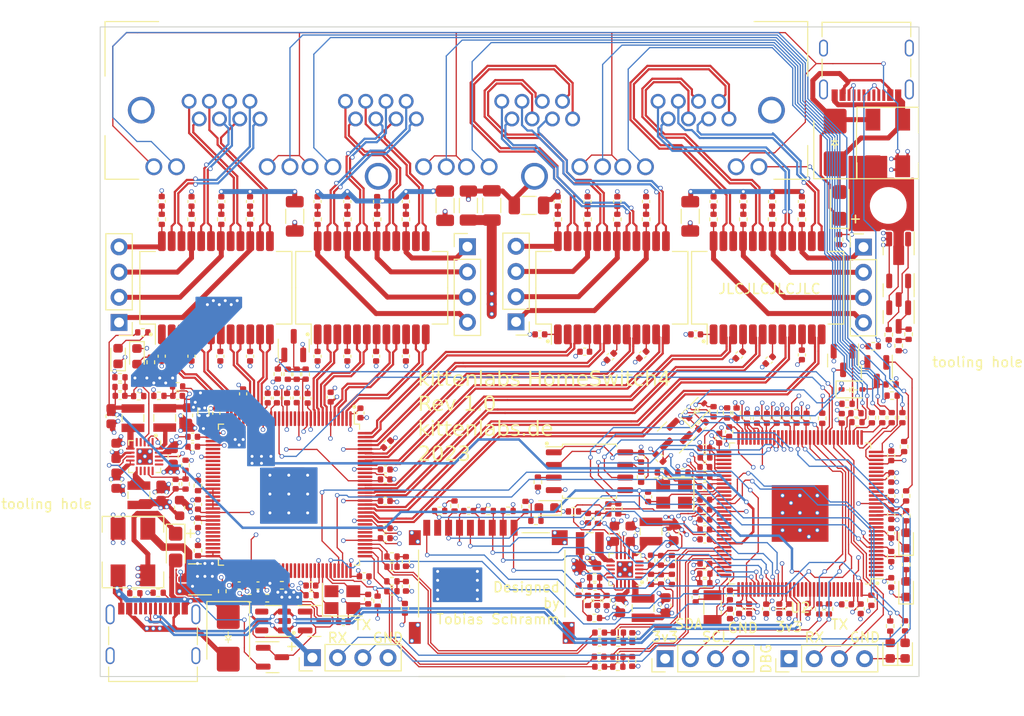
<source format=kicad_pcb>
(kicad_pcb (version 20221018) (generator pcbnew)
  (layers (0 "F.Cu" signal) (1 "In1.Cu" signal) (2 "In2.Cu" signal) (31 "B.Cu" signal) (34 "B.Paste" user) (35 "F.Paste" user) (36 "B.SilkS" user "B.Silkscreen") (37 "F.SilkS" user "F.Silkscreen") (38 "B.Mask" user) (39 "F.Mask" user) (44 "Edge.Cuts" user))
  (net 0 "")
  (net 1 "Earth")
  (net 2 "+1V2")
  (net 3 "Net-(U2A-X24MOUT)")
  (net 4 "Net-(U2A-X24MIN)")
  (net 5 "/Switch/Switch ports/P3D-")
  (net 6 "/Switch/Switch ports/P3D+")
  (net 7 "/Switch/Switch ports/P3C-")
  (net 8 "/Switch/Switch ports/P3C+")
  (net 9 "/Switch/Switch ports/P3B-")
  (net 10 "/Switch/Switch ports/P3B+")
  (net 11 "/Switch/Switch ports/P3A-")
  (net 12 "/Switch/Switch ports/P3A+")
  (net 14 "Net-(C1-Pad1)")
  (net 15 "GND")
  (net 16 "Net-(C2-Pad2)")
  (net 17 "Net-(C3-Pad1)")
  (net 18 "Net-(C4-Pad1)")
  (net 19 "Net-(C5-Pad1)")
  (net 20 "Net-(C5-Pad2)")
  (net 21 "Net-(C6-Pad1)")
  (net 22 "Net-(C7-Pad2)")
  (net 23 "Net-(C8-Pad1)")
  (net 24 "Net-(J2-Pin_1)")
  (net 25 "Net-(J2-Pin_2)")
  (net 26 "Net-(J2-Pin_3)")
  (net 27 "Net-(J2-Pin_4)")
  (net 28 "Net-(U2A-X32KOUT)")
  (net 29 "Net-(C10-Pad1)")
  (net 30 "Net-(C11-Pad1)")
  (net 31 "Net-(C12-Pad2)")
  (net 32 "Net-(C13-Pad1)")
  (net 33 "Net-(C14-Pad1)")
  (net 34 "Net-(C14-Pad2)")
  (net 35 "Net-(C15-Pad1)")
  (net 36 "Net-(C16-Pad2)")
  (net 37 "Net-(C17-Pad1)")
  (net 38 "Net-(J4-DET_A)")
  (net 39 "Net-(C19-Pad1)")
  (net 40 "Net-(C20-Pad1)")
  (net 41 "Net-(C21-Pad2)")
  (net 42 "Net-(C22-Pad1)")
  (net 43 "Net-(C23-Pad1)")
  (net 44 "Net-(C23-Pad2)")
  (net 45 "Net-(C24-Pad1)")
  (net 46 "Net-(C25-Pad2)")
  (net 47 "Net-(C26-Pad1)")
  (net 48 "Net-(C28-Pad1)")
  (net 49 "Net-(C29-Pad1)")
  (net 50 "Net-(C30-Pad2)")
  (net 51 "Net-(C31-Pad1)")
  (net 52 "Net-(C32-Pad1)")
  (net 53 "Net-(C32-Pad2)")
  (net 54 "Net-(C33-Pad1)")
  (net 55 "Net-(C34-Pad2)")
  (net 56 "Net-(C35-Pad1)")
  (net 58 "Net-(J3-Pin_1)")
  (net 59 "Net-(J3-Pin_2)")
  (net 60 "Net-(J3-Pin_3)")
  (net 61 "Net-(J3-Pin_4)")
  (net 62 "Net-(J5-Pin_1)")
  (net 63 "Net-(J5-Pin_2)")
  (net 64 "Net-(J5-Pin_3)")
  (net 65 "Net-(J5-Pin_4)")
  (net 66 "Net-(J7-Pin_1)")
  (net 67 "Net-(J7-Pin_2)")
  (net 68 "Net-(J7-Pin_3)")
  (net 69 "Net-(J7-Pin_4)")
  (net 70 "/Switch/Switch ports/P2D-")
  (net 71 "/Switch/Switch ports/P2D+")
  (net 72 "/Switch/Switch ports/P2C-")
  (net 73 "/Switch/Switch ports/P2C+")
  (net 74 "/Switch/Switch ports/P2B-")
  (net 75 "/Switch/Switch ports/P2B+")
  (net 76 "/Switch/Switch ports/P2A-")
  (net 77 "/Switch/Switch ports/P2A+")
  (net 78 "/Switch/Switch ports/P1D-")
  (net 79 "/Switch/Switch ports/P1D+")
  (net 80 "/Switch/Switch ports/P1C-")
  (net 81 "/Switch/Switch ports/P1C+")
  (net 82 "/Switch/Switch ports/P1B-")
  (net 83 "/Switch/Switch ports/P1B+")
  (net 84 "/Switch/Switch ports/P1A-")
  (net 85 "/Switch/Switch ports/P1A+")
  (net 86 "/Switch/Switch ports/P0D-")
  (net 87 "/Switch/Switch ports/P0D+")
  (net 88 "/Switch/Switch ports/P0C-")
  (net 89 "/Switch/Switch ports/P0C+")
  (net 90 "/Switch/Switch ports/P0B-")
  (net 91 "/Switch/Switch ports/P0B+")
  (net 92 "/Switch/Switch ports/P0A-")
  (net 93 "/Switch/Switch ports/P0A+")
  (net 94 "Net-(U2A-X32KIN)")
  (net 95 "Net-(U2A-RTC-VIO)")
  (net 96 "Net-(C111-Pad1)")
  (net 97 "Net-(C112-Pad1)")
  (net 98 "Net-(U2C-SVREF0)")
  (net 99 "/CPU/SoC power/PWRGOOD")
  (net 100 "Net-(D5-A2)")
  (net 101 "Net-(D6-A2)")
  (net 102 "Net-(D1-A)")
  (net 103 "Net-(D2-A)")
  (net 108 "AVDDH")
  (net 109 "+3V3")
  (net 110 "AVDDL")
  (net 111 "+1V1")
  (net 112 "Net-(D3-K)")
  (net 113 "Net-(D3-A)")
  (net 114 "Net-(D4-A)")
  (net 116 "Net-(J1-Pad10)")
  (net 117 "Net-(J1-Pad12)")
  (net 118 "Net-(J1-Pad22)")
  (net 119 "Net-(J1-Pad24)")
  (net 120 "Net-(J1-Pad34)")
  (net 121 "VBUS")
  (net 122 "Net-(U4-FB1)")
  (net 123 "Net-(U4-FB2)")
  (net 124 "+3V0")
  (net 125 "Net-(U4-FB3)")
  (net 126 "Net-(U4-SW1)")
  (net 127 "Net-(U4-SW2)")
  (net 128 "Net-(U4-SW3)")
  (net 143 "Net-(U3-FB1)")
  (net 144 "Net-(U3-FB2)")
  (net 145 "Net-(U3-FB3)")
  (net 146 "Net-(C78-Pad2)")
  (net 147 "Net-(C79-Pad2)")
  (net 148 "Net-(U3-SW1)")
  (net 149 "Net-(U3-SW2)")
  (net 150 "Net-(U3-SW3)")
  (net 151 "/CPU/SoC power/PWM_DRAM_DVS")
  (net 152 "/CPU/SoC power/PWM_CORE_DVS")
  (net 153 "/CPU/SoC power/VCORE")
  (net 154 "/CPU/SoC power/VDRAM")
  (net 162 "Net-(U1F-XTALO)")
  (net 163 "Net-(U1F-XTALI)")
  (net 164 "Net-(U1F-MDIREF)")
  (net 165 "Net-(U1A-GPIO52{slash}P0LED0{slash}LED_CK)")
  (net 166 "Net-(U1D-GPIO43{slash}P3LED0{slash}RESERVED)")
  (net 167 "Net-(J1-Pad36)")
  (net 168 "Net-(J1-Pad46)")
  (net 169 "Net-(J1-Pad48)")
  (net 170 "/CPU/I2C_SDA")
  (net 173 "/CPU/I2C_SCL")
  (net 180 "/CPU/DEBUG_TX")
  (net 182 "/CPU/DEBUG_RX")
  (net 183 "/CPU/UART0_TX")
  (net 186 "/CPU/UART0_RX")
  (net 187 "/CPU/SWITCH_PHY_EN")
  (net 188 "Net-(Q1-D)")
  (net 189 "Net-(Q2-B)")
  (net 190 "Net-(Q3-B)")
  (net 191 "Net-(Q4-B)")
  (net 192 "Net-(Q5-G)")
  (net 193 "Net-(Q7-B)")
  (net 194 "Net-(Q8-G)")
  (net 195 "Net-(U2I-EPHY_RTX)")
  (net 196 "Net-(U1H-GPIO28{slash}E1_DICLK{slash}RG1_RXCLK)")
  (net 197 "Net-(U1I-GPIO07{slash}E2_DICLK{slash}RG2_RXCLK{slash})")
  (net 198 "Net-(U2I-EPHY_SPD_LED)")
  (net 199 "Net-(U2I-EPHY_LINK_LED)")
  (net 200 "/CPU/ETH_RX-")
  (net 201 "/CPU/ETH_RX+")
  (net 202 "/CPU/ETH_TX-")
  (net 203 "/CPU/ETH_TX+")
  (net 204 "Net-(U2C-SZQ)")
  (net 205 "Net-(R63-Pad2)")
  (net 206 "/CPU/SoC microSD/DAT2")
  (net 207 "/CPU/SoC microSD/DAT3")
  (net 208 "/CPU/SoC microSD/CMD")
  (net 209 "/CPU/SoC microSD/DAT0")
  (net 210 "/CPU/SoC microSD/DAT1")
  (net 211 "Net-(U5-IO3)")
  (net 212 "Net-(U5-IO2)")
  (net 213 "/CPU/MDC")
  (net 214 "/CPU/SWITCH_~{RST}")
  (net 215 "Net-(J10-CC2)")
  (net 216 "Net-(J10-CC1)")
  (net 217 "Net-(J11-CC2)")
  (net 218 "Net-(J11-CC1)")
  (net 219 "Net-(R88-Pad1)")
  (net 220 "Net-(R91-Pad1)")
  (net 221 "/CPU/SWITCH_IRQ")
  (net 236 "/CPU/MDIO")
  (net 252 "Net-(U2E-PC0{slash}SDC2_CLK{slash}SPI0_MISO)")
  (net 253 "Net-(U2E-PC1{slash}SDC2_CMD{slash}SPI0_CLK)")
  (net 254 "Net-(U2E-PC2{slash}SDC2_RST{slash}SPI0_CS)")
  (net 255 "Net-(U2E-PC3{slash}SDC2_D0{slash}SPI0_MOSI)")
  (net 262 "/CPU/SoC microSD/CLK")
  (net 263 "/USB_D+")
  (net 264 "/USB_D-")
  (net 285 "Net-(C80-Pad1)")
  (net 286 "Net-(U1A-P0MDIAN)")
  (net 287 "Net-(U1A-P0MDIAP)")
  (net 288 "Net-(U1A-P0MDIBN)")
  (net 289 "Net-(C133-Pad1)")
  (net 290 "Net-(U1A-P0MDIBP)")
  (net 291 "/CPU/SWITCH_LED_P4_GRN")
  (net 292 "/CPU/SWITCH_LED_P4_YLW")
  (net 293 "/CPU/SWITCH_LED_P3_YLW")
  (net 294 "/CPU/SWITCH_LED_P3_GRN")
  (net 295 "/CPU/SWITCH_LED_P2_YLW")
  (net 296 "/CPU/SWITCH_LED_P2_GRN")
  (net 297 "/CPU/SWITCH_LED_P1_YLW")
  (net 298 "/CPU/SWITCH_LED_P1_GRN")
  (net 301 "/USB2/D+")
  (net 302 "/USB2/D-")
  (net 305 "Net-(D5-A1)")
  (net 306 "Net-(D6-A1)")
  (net 307 "/Switch/Switch ports/P1DM-")
  (net 308 "/Switch/Switch ports/P1DM+")
  (net 309 "/Switch/Switch ports/P1AM+")
  (net 310 "/Switch/Switch ports/P1CM-")
  (net 311 "/Switch/Switch ports/P1CM+")
  (net 312 "/Switch/Switch ports/P1AM-")
  (net 313 "/Switch/Switch ports/P1BM+")
  (net 314 "/Switch/Switch ports/P1BM-")
  (net 315 "/Switch/Switch ports/P2DM-")
  (net 316 "/Switch/Switch ports/P2DM+")
  (net 317 "/Switch/Switch ports/P2AM+")
  (net 318 "/Switch/Switch ports/P2CM-")
  (net 319 "/Switch/Switch ports/P2CM+")
  (net 320 "/Switch/Switch ports/P2AM-")
  (net 321 "/Switch/Switch ports/P2BM+")
  (net 322 "/Switch/Switch ports/P2BM-")
  (net 323 "/Switch/Switch ports/P3DM-")
  (net 324 "/Switch/Switch ports/P3DM+")
  (net 325 "/Switch/Switch ports/P3AM+")
  (net 326 "/Switch/Switch ports/P3CM-")
  (net 327 "/Switch/Switch ports/P3CM+")
  (net 328 "/Switch/Switch ports/P3AM-")
  (net 329 "/Switch/Switch ports/P3BM+")
  (net 330 "/Switch/Switch ports/P3BM-")
  (net 331 "/Switch/Switch ports/P4DM-")
  (net 332 "/Switch/Switch ports/P4DM+")
  (net 333 "/Switch/Switch ports/P4AM+")
  (net 334 "/Switch/Switch ports/P4CM-")
  (net 335 "/Switch/Switch ports/P4CM+")
  (net 336 "/Switch/Switch ports/P4AM-")
  (net 337 "/Switch/Switch ports/P4BM+")
  (net 338 "/Switch/Switch ports/P4BM-")
  (net 339 "/USB1/USB_FLT")
  (net 340 "/USB2/USB_FLT")
  (net 343 "Net-(D7-A)")
  (net 344 "Net-(D8-A)")
  (net 345 "Net-(D9-A)")
  (net 346 "Net-(D10-A)")
  (net 347 "Net-(D12-A)")
  (net 348 "Net-(U2F-PE15{slash}CSI_D11{slash}LCD_D15)")
  (net 349 "Net-(U2F-PE24{slash}LCD_D23{slash}UART1_CTS)")
  (footprint "Capacitor_SMD:C_0402_1005Metric" (layer "F.Cu") (at 155.2 102.45 -90)
    (fp_text reference "C40" hide)
    (fp_text value "100nF")
  )
  (footprint "Capacitor_SMD:C_0402_1005Metric" (layer "F.Cu") (at 152.82 104.825)
    (fp_text reference "C55" hide)
    (fp_text value "100nF")
  )
  (footprint "Resistor_SMD:R_0402_1005Metric" (layer "F.Cu") (at 146.99 120.6 180)
    (fp_text reference "R83" hide)
    (fp_text value "5.1k")
  )
  (footprint "Capacitor_SMD:C_0603_1608Metric" (layer "F.Cu") (at 150.85 106.8 90)
    (fp_text reference "C62" hide)
    (fp_text value "10uF")
  )
  (footprint "Crystal:Crystal_SMD_3225-4Pin_3.2x2.5mm" (layer "F.Cu") (at 167.9 121.25)
    (fp_text reference "Y1" hide)
    (fp_text value "25MHz")
  )
  (footprint "Diode_SMD:D_SMB" (layer "F.Cu") (at 217.55 75.15 90)
    (fp_text reference "D6" hide)
    (fp_text value "P6SMB6.8CA")
  )
  (footprint "Capacitor_SMD:C_0402_1005Metric" (layer "F.Cu") (at 192.65 113.03 90)
    (fp_text reference "C78" hide)
    (fp_text value "10nF")
  )
  (footprint "Resistor_SMD:R_0402_1005Metric" (layer "F.Cu") (at 195.6 82.9 90)
    (fp_text reference "R10" hide)
    (fp_text value "75R")
  )
  (footprint "Resistor_SMD:R_0402_1005Metric" (layer "F.Cu") (at 223.2 116.9 90)
    (fp_text reference "R78" hide)
    (fp_text value "2.2k")
  )
  (footprint "Resistor_SMD:R_0402_1005Metric" (layer "F.Cu") (at 148.6 97.309999 90)
    (fp_text reference "R49" hide)
    (fp_text value "6.8k")
  )
  (footprint "Resistor_SMD:R_0402_1005Metric" (layer "F.Cu") (at 216.925 122.185 -90)
    (fp_text reference "R81" hide)
    (fp_text value "4.7k")
  )
  (footprint "Resistor_SMD:R_0402_1005Metric" (layer "F.Cu") (at 204.15 103.7 45)
    (fp_text reference "R97" hide)
    (fp_text value "100k")
  )
  (footprint "Transformer_SMD:Transformer_Ethernet_YDS_30F-51NL_SO-24_7.1x15.1mm" (layer "F.Cu") (at 195.055 89.8 90)
    (fp_text reference "TR3" hide)
    (fp_text value "30F-51NL")
  )
  (footprint "Capacitor_SMD:C_0402_1005Metric" (layer "F.Cu") (at 157.5 119.825)
    (fp_text reference "C47" hide)
    (fp_text value "100nF")
  )
  (footprint "Package_DFN_QFN:QFN-20-1EP_3x3mm_P0.4mm_EP1.65x1.65mm" (layer "F.Cu") (at 196.37 118.2 180)
    (fp_text reference "U3" hide)
    (fp_text value "TMI7003x")
  )
  (footprint "Crystal:Crystal_SMD_3225-4Pin_3.2x2.5mm" (layer "F.Cu") (at 201.32 110.62 180)
    (fp_text reference "Y2" hide)
    (fp_text value "24MHz")
  )
  (footprint "Resistor_SMD:R_0402_1005Metric" (layer "F.Cu") (at 221.39 95.7 180)
    (fp_text reference "R87" hide)
    (fp_text value "5.1k")
  )
  (footprint "LED_SMD:LED_0603_1608Metric" (layer "F.Cu") (at 224.7 120.2 90)
    (fp_text reference "D12" hide)
    (fp_text value "GRN")
  )
  (footprint "Resistor_SMD:R_0402_1005Metric" (layer "F.Cu") (at 158.6 82.89 90)
    (fp_text reference "R2" hide)
    (fp_text value "75R")
  )
  (footprint "Capacitor_SMD:C_0402_1005Metric" (layer "F.Cu") (at 193.82 125.570001)
    (fp_text reference "C134" hide)
    (fp_text value "100nF")
  )
  (footprint "Capacitor_SMD:C_0402_1005Metric" (layer "F.Cu") (at 197.110001 125.07 90)
    (fp_text reference "C111" hide)
    (fp_text value "100nF")
  )
  (footprint "Capacitor_SMD:C_0603_1608Metric" (layer "F.Cu") (at 144.6 102.75 -90)
    (fp_text reference "C65" hide)
    (fp_text value "22uF")
  )
  (footprint "Resistor_SMD:R_0402_1005Metric" (layer "F.Cu") (at 186.35 111.85 -90)
    (fp_text reference "R70" hide)
    (fp_text value "33k")
  )
  (footprint "Capacitor_SMD:C_0402_1005Metric" (layer "F.Cu") (at 192.32 96.25 180)
    (fp_text reference "C20" hide)
    (fp_text value "100nF")
  )
  (footprint "Capacitor_SMD:C_0402_1005Metric" (layer "F.Cu") (at 153.35 111.645 -90)
    (fp_text reference "C58" hide)
    (fp_text value "100nF")
  )
  (footprint "Capacitor_SMD:C_0402_1005Metric" (layer "F.Cu") (at 164.4 100.945 -90)
    (fp_text reference "C37" hide)
    (fp_text value "100nF")
  )
  (footprint "Capacitor_SMD:C_0402_1005Metric" (layer "F.Cu") (at 170.1 118.9 180)
    (fp_text reference "C42" hide)
    (fp_text value "100nF")
  )
  (footprint "Capacitor_SMD:C_0402_1005Metric" (layer "F.Cu") (at 153.35 113.505 90)
    (fp_text reference "C48" hide)
    (fp_text value "100nF")
  )
  (footprint "Capacitor_SMD:C_0402_1005Metric" (layer "F.Cu") (at 203.5 94.5 180)
    (fp_text reference "C28" hide)
    (fp_text value "100nF")
  )
  (footprint "Capacitor_SMD:C_0402_1005Metric" (layer "F.Cu") (at 151.1 109.59 90)
    (fp_text reference "C64" hide)
    (fp_text value "20pF")
  )
  (footprint "Package_TO_SOT_SMD:SOT-23" (layer "F.Cu") (at 223.95 92.7525 -90)
    (fp_text reference "Q7" hide)
    (fp_text value "MMBT5401")
  )
  (footprint "Capacitor_SMD:C_0402_1005Metric" (layer "F.Cu") (at 200 119.2 90)
    (fp_text reference "C77" hide)
    (fp_text value "20pF")
  )
  (footprint "Inductor_SMD:L_Wuerth_MAPI-2512" (layer "F.Cu") (at 198.2 122.1 -90)
    (fp_text reference "L6" hide)
    (fp_text value "2.2uH")
  )
  (footprint "Resistor_SMD:R_0402_1005Metric" (layer "F.Cu") (at 216.25 102.959999 -90)
    (fp_text reference "R37" hide)
    (fp_text value "150k")
  )
  (footprint "Capacitor_SMD:C_0402_1005Metric" (layer "F.Cu") (at 155.7 81.1 90)
    (fp_text reference "C6" hide)
    (fp_text value "1nF")
  )
  (footprint "Capacitor_SMD:C_0402_1005Metric" (layer "F.Cu") (at 174.3 117.4 -90)
    (fp_text reference "C133" hide)
    (fp_text value "100nF")
  )
  (footprint "Resistor_SMD:R_0402_1005Metric" (layer "F.Cu") (at 165.4 82.9 90)
    (fp_text reference "R8" hide)
    (fp_text value "75R")
  )
  (footprint "Capacitor_SMD:C_0402_1005Metric" (layer "F.Cu") (at 174.2 122.12 -90)
    (fp_text reference "C130" hide)
    (fp_text value "1nF")
  )
  (footprint "ToolingHole:ToolingHole_JLCSMT" (layer "F.Cu") (at 224.9 97.3)
    (fp_text reference "H4" hide)
    (fp_text value "ToolingHole")
  )
  (footprint "Connector_RJ_HCTL:HC-RJ45-5JA-4-1" (layer "F.Cu") (at 179.385 68.46 180)
    (fp_text reference "J1" hide)
    (fp_text value "~")
  )
  (footprint "Crystal:Crystal_SMD_3215-2Pin_3.2x1.5mm" (layer "F.Cu") (at 205.2 122.05 -90)
    (fp_text reference "Y3" hide)
    (fp_text value "32.768kHz")
  )
  (footprint "Capacitor_SMD:C_0402_1005Metric" (layer "F.Cu") (at 149.7 81.08 90)
    (fp_text reference "C8" hide)
    (fp_text value "1nF")
  )
  (footprint "Inductor_SMD:L_Wuerth_MAPI-2512" (layer "F.Cu") (at 192.825 115.59 180)
    (fp_text reference "L4" hide)
    (fp_text value "2.2uH")
  )
  (footprint "Transformer_SMD:Transformer_Ethernet_YDS_30F-51NL_SO-24_7.1x15.1mm" (layer "F.Cu") (at 210.745 89.8 90)
    (fp_text reference "TR4" hide)
    (fp_text value "30F-51NL")
  )
  (footprint "Resistor_SMD:R_0402_1005Metric" (layer "F.Cu") (at 152.1 107.7 90)
    (fp_text reference "R18" hide)
    (fp_text value "22k")
  )
  (footprint "Package_TO_SOT_SMD:SOT-23" (layer "F.Cu") (at 153.037501 119.2 180)
    (fp_text reference "Q5" hide)
    (fp_text value "AO3401A")
  )
  (footprint "EMI_Filter_Linekey:SCM7060-132T" (layer "F.Cu") (at 146.8 116.45 90)
    (fp_text reference "FL1" hide)
    (fp_text value "Filter")
  )
  (footprint "MountingHole:MountingHole_3.2mm_M3" (layer "F.Cu") (at 222.9 81.5)
    (fp_text reference "H3" hide)
    (fp_text value "MountingHole")
  )
  (footprint "Resistor_SMD:R_0402_1005Metric" (layer "F.Cu") (at 182.6 112.3)
    (fp_text reference "R72" hide)
    (fp_text value "33k")
  )
  (footprint "Resistor_SMD:R_0402_1005Metric" (layer "F.Cu") (at 224.95 94.49 90)
    (fp_text reference "R91" hide)
    (fp_text value "56kR")
  )
  (footprint "Capacitor_SMD:C_0402_1005Metric" (layer "F.Cu") (at 223.2 108.92 90)
    (fp_text reference "C101" hide)
    (fp_text value "1uF")
  )
  (footprint "Resistor_SMD:R_0402_1005Metric" (layer "F.Cu") (at 219.65 102.45)
    (fp_text reference "R105" hide)
    (fp_text value "2.2k")
  )
  (footprint "Capacitor_SMD:C_0402_1005Metric" (layer "F.Cu") (at 171.3 96.7 90)
    (fp_text reference "C12" hide)
    (fp_text value "100nF")
  )
  (footprint "Capacitor_SMD:C_1206_3216Metric" (layer "F.Cu") (at 178.25 81.524999 -90)
    (fp_text reference "C18" hide)
    (fp_text value "1nF HV")
  )
  (footprint "Connector_PinHeader_2.54mm:PinHeader_1x04_P2.54mm_Vertical" (layer "F.Cu") (at 145.4 93.3 180)
    (fp_text reference "J2" hide)
    (fp_text value "Conn_01x04")
  )
  (footprint "Package_QFP_Realtek:LQFP-128_14x14mm_P0.4mm_EP_5.5x5.5mm" (layer "F.Cu") (at 162.52 110.6625 -90)
    (fp_text reference "U1" hide)
    (fp_text value "RTL8367RB")
  )
  (footprint "Capacitor_SMD:C_0402_1005Metric" (layer "F.Cu") (at 165.4 96.7 -90)
    (fp_text reference "C10" hide)
    (fp_text value "100nF")
  )
  (footprint "Resistor_SMD:R_0402_1005Metric" (layer "F.Cu") (at 223.95 95.64 -90)
    (fp_text reference "R92" hide)
    (fp_text value "10k")
  )
  (footprint "Resistor_SMD:R_0402_1005Metric" (layer "F.Cu") (at 189.6 82.9 90)
    (fp_text reference "R12" hide)
    (fp_text value "75R")
  )
  (footprint "Capacitor_SMD:C_0402_1005Metric" (layer "F.Cu") (at 209.67 102.97 90)
    (fp_text reference "C96" hide)
    (fp_text value "1uF")
  )
  (footprint "Capacitor_SMD:C_0402_1005Metric" (layer "F.Cu") (at 223.2 106.74 -90)
    (fp_text reference "C114" hide)
    (fp_text value "1uF")
  )
  (footprint "Capacitor_SMD:C_0402_1005Metric" (layer "F.Cu") (at 149.7 96.7 -90)
    (fp_text reference "C4" hide)
    (fp_text value "100nF")
  )
  (footprint "Resistor_SMD:R_0402_1005Metric" (layer "F.Cu") (at 191.7 120.290001 90)
    (fp_text reference "R35" hide)
    (fp_text value "15k")
  )
  (footprint "Resistor_SMD:R_0402_1005Metric" (layer "F.Cu") (at 204.42 109.82 180)
    (fp_text reference "R63" hide)
    (fp_text value "120R")
  )
  (footprint "Capacitor_SMD:C_0402_1005Metric" (layer "F.Cu") (at 172.22 109.125 180)
    (fp_text reference "C56" hide)
    (fp_text value "100nF")
  )
  (footprint "Resistor_SMD:R_0402_1005Metric" (layer "F.Cu") (at 174.3 82.9 90)
    (fp_text reference "R5" hide)
    (fp_text value "75R")
  )
  (footprint "Capacitor_SMD:C_0402_1005Metric" (layer "F.Cu") (at 165.4 81.1 90)
    (fp_text reference "C17" hide)
    (fp_text value "1nF")
  )
  (footprint "MountingHole:MountingHole_3.2mm_M3" (layer "F.Cu") (at 183.7 108)
    (fp_text reference "H2" hide)
    (fp_text value "MountingHole")
  )
  (footprint "Capacitor_SMD:C_0402_1005Metric" (layer "F.Cu") (at 187.8 94.5 180)
    (fp_text reference "C19" hide)
    (fp_text value "100nF")
  )
  (footprint "Capacitor_SMD:C_0402_1005Metric" (layer "F.Cu") (at 151.3 100.7 180)
    (fp_text reference "C68" hide)
    (fp_text value "20pF")
  )
  (footprint "Resistor_SMD:R_0402_1005Metric" (layer "F.Cu") (at 152.1 109.59 90)
    (fp_text reference "R17" hide)
    (fp_text value "100k")
  )
  (footprint "Resistor_SMD:R_0402_1005Metric" (layer "F.Cu") (at 152.7 82.9 90)
    (fp_text reference "R3" hide)
    (fp_text value "75R")
  )
  (footprint "Capacitor_SMD:C_0402_1005Metric" (layer "F.Cu") (at 193.82 128.01 180)
    (fp_text reference "C131" hide)
    (fp_text value "100nF")
  )
  (footprint "Capacitor_SMD:C_0402_1005Metric" (layer "F.Cu") (at 174.3 81.1 90)
    (fp_text reference "C14" hide)
    (fp_text value "1nF")
  )
  (footprint "Resistor_SMD:R_0402_1005Metric" (layer "F.Cu") (at 218.75 101.5)
    (fp_text reference "R67" hide)
    (fp_text value "100k")
  )
  (footprint "Capacitor_SMD:C_0402_1005Metric" (layer "F.Cu") (at 164.73 119.825)
    (fp_text reference "C41" hide)
    (fp_text value "100nF")
  )
  (footprint "Capacitor_SMD:C_0402_1005Metric" (layer "F.Cu") (at 212.92 122.17 90)
    (fp_text reference "C94" hide)
    (fp_text value "1uF")
  )
  (footprint "Capacitor_SMD:C_0402_1005Metric" (layer "F.Cu") (at 223.2 112.67 -90)
    (fp_text reference "C97" hide)
    (fp_text value "1uF")
  )
  (footprint "Resistor_SMD:R_0402_1005Metric" (layer "F.Cu") (at 199.85 106.95 -45)
    (fp_text reference "R69" hide)
    (fp_text value "100k")
  )
  (footprint "Package_TO_SOT_SMD:SOT-23" (layer "F.Cu") (at 223.95 90.0525 -90)
    (fp_text reference "Q9" hide)
    (fp_text value "MMBT5401")
  )
  (footprint "Capacitor_SMD:C_0402_1005Metric" (layer "F.Cu") (at 204.42 111.17)
    (fp_text reference "C92" hide)
    (fp_text value "1uF")
  )
  (footprint "Capacitor_SMD:C_0402_1005Metric" (layer "F.Cu") (at 214.67 102.95 -90)
    (fp_text reference "C104" hide)
    (fp_text value "1uF")
  )
  (footprint "Resistor_SMD:R_0402_1005Metric" (layer "F.Cu") (at 193.32 119.02)
    (fp_text reference "R24" hide)
    (fp_text value "100k")
  )
  (footprint "Resistor_SMD:R_0402_1005Metric" (layer "F.Cu") (at 168.4 82.9 90)
    (fp_text reference "R7" hide)
    (fp_text value "75R")
  )
  (footprint "Capacitor_SMD:C_0402_1005Metric" (layer "F.Cu") (at 152.7 81.1 -90)
    (fp_text reference "C7" hide)
    (fp_text value "1nF")
  )
  (footprint "Resistor_SMD:R_0402_1005Metric" (layer "F.Cu") (at 155.8 120.4 90)
    (fp_text reference "R90" hide)
    (fp_text value "100kR")
  )
  (footprint "Resistor_SMD:R_0402_1005Metric" (layer "F.Cu") (at 147.790001 94.3)
    (fp_text reference "R50" hide)
    (fp_text value "6.8k")
  )
  (footprint "Resistor_SMD:R_0402_1005Metric" (layer "F.Cu") (at 149.7 82.9 90)
    (fp_text reference "R4" hide)
    (fp_text value "75R")
  )
  (footprint "Resistor_SMD:R_0402_1005Metric" (layer "F.Cu") (at 221.25 102.909999 90)
    (fp_text reference "R103" hide)
    (fp_text value "2.2k")
  )
  (footprint "Capacitor_SMD:C_0402_1005Metric" (layer "F.Cu") (at 205.87 104.97 -90)
    (fp_text reference "C110" hide)
    (fp_text value "1uF")
  )
  (footprint "Resistor_SMD:R_0402_1005Metric" (layer "F.Cu") (at 161.8 119.8)
    (fp_text reference "R47" hide)
    (fp_text value "4.7k")
  )
  (footprint "Package_TO_SOT_SMD:SOT-23-6" (layer "F.Cu") (at 160.9125 123.4 180)
    (fp_text reference "U6" hide)
    (fp_text value "SRV05-4")
  )
  (footprint "Package_TO_SOT_SMD:SOT-23" (layer "F.Cu") (at 221.75 98.262499 -90)
    (fp_text reference "Q3" hide)
    (fp_text value "MMBT3904")
  )
  (footprint "Resistor_SMD:R_0402_1005Metric" (layer "F.Cu") (at 223.25 102.9 90)
    (fp_text reference "R102" hide)
    (fp_text value "2.2k")
  )
  (footprint "Capacitor_SMD:C_0402_1005Metric" (layer "F.Cu") (at 171.4 81.1 90)
    (fp_text reference "C15" hide)
    (fp_text value "1nF")
  )
  (footprint "Resistor_SMD:R_0402_1005Metric" (layer "F.Cu") (at 224.6 123.89 -90)
    (fp_text reference "R58" hide)
    (fp_text value "2.2k")
  )
  (footprint "Resistor_SMD:R_0402_1005Metric" (layer "F.Cu") (at 172.89 119.4)
    (fp_text reference "R45" hide)
    (fp_text value "51R")
  )
  (footprint "Capacitor_SMD:C_0402_1005Metric" (layer "F.Cu") (at 218.22 102.97 -90)
    (fp_text reference "C102" hide)
    (fp_text value "1uF")
  )
  (footprint "Capacitor_SMD:C_0402_1005Metric" (layer "F.Cu") (at 168 123.5 180)
    (fp_text reference "C83" hide)
    (fp_text value "20pF")
  )
  (footprint "Resistor_SMD:R_0402_1005Metric" (layer "F.Cu") (at 204.42 119.58 180)
    (fp_text reference "R53" hide)
    (fp_text value "56k")
  )
  (footprint "Capacitor_SMD:C_0402_1005Metric" (layer "F.Cu") (at 223.2 119.52 -90)
    (fp_text reference "C103" hide)
    (fp_text value "1nF")
  )
  (footprint "Connector_PinHeader_2.54mm:PinHeader_1x04_P2.54mm_Vertical" (layer "F.Cu") (at 180.5 85.66)
    (fp_text reference "J3" hide)
    (fp_text value "Conn_01x04")
  )
  (footprint "Resistor_SMD:R_0402_1005Metric" (layer "F.Cu") (at 163.3 98.519999 90)
    (fp_text reference "R41" hide)
    (fp_text value "15k")
  )
  (footprint "Resistor_SMD:R_0402_1005Metric" (layer "F.Cu") (at 206.67 102.42 -90)
    (fp_text reference "R66" hide)
    (fp_text value "2.2k")
  )
  (footprint "Resistor_SMD:R_0402_1005Metric" (layer "F.Cu") (at 184.6 112.3 180)
    (fp_text reference "R71" hide)
    (fp_text value "33k")
  )
  (footprint "Capacitor_SMD:C_0402_1005Metric" (layer "F.Cu") (at 206.95 122.68 90)
    (fp_text reference "C87" hide)
    (fp_text value "20pF")
  )
  (footprint "Capacitor_SMD:C_0402_1005Metric" (layer "F.Cu") (at 193.82 124.570001 180)
    (fp_text reference "C132" hide)
    (fp_text value "100nF")
  )
  (footprint "Diode_SMD:D_SOD-323" (layer "F.Cu") (at 203.6 102.2 45)
    (fp_text reference "D3" hide)
    (fp_text value "1N4148WS")
  )
  (footprint "Connector_PinHeader_2.54mm:PinHeader_1x04_P2.54mm_Vertical" (layer "F.Cu") (at 164.88 127.1 90)
    (fp_text reference "J9" hide)
    (fp_text value "Extension UART")
  )
  (footprint "Resistor_SMD:R_0402_1005Metric" (layer "F.Cu") (at 153.35 109.75 90)
    (fp_text reference "R56" hide)
    (fp_text value "1k")
  )
  (footprint "Capacitor_SMD:C_0402_1005Metric" (layer "F.Cu") (at 172.22 111.3 180)
    (fp_text reference "C50" hide)
    (fp_text value "100nF")
  )
  (footprint "Capacitor_SMD:C_0402_1005Metric" (layer "F.Cu") (at 204.41 105.97)
    (fp_text reference "C126" hide)
    (fp_text value "1uF")
  )
  (footprint "Resistor_SMD:R_0402_1005Metric" (layer "F.Cu") (at 187.4 113.3)
    (fp_text reference "R51" hide)
    (fp_text value "6.8k")
  )
  (footprint "Capacitor_SMD:C_0402_1005Metric" (layer "F.Cu") (at 161.3 100.92 -90)
    (fp_text reference "C57" hide)
    (fp_text value "100nF")
  )
  (footprint "Resistor_SMD:R_0402_1005Metric" (layer "F.Cu") (at 223.1 123.909999 -90)
    (fp_text reference "R57" hide)
    (fp_text value "2.2k")
  )
  (footprint "Capacitor_SMD:C_0402_1005Metric" (layer "F.Cu") (at 208.67 102.97 -90)
    (fp_text reference "C107" hide)
    (fp_text value "1uF")
  )
  (footprint "Resistor_SMD:R_0402_1005Metric" (layer "F.Cu") (at 162.4 98.519999 90)
    (fp_text reference "R40" hide)
    (fp_text value "3.3k")
  )
  (footprint "Capacitor_SMD:C_0402_1005Metric" (layer "F.Cu") (at 172.410589 105.564411 -135)
    (fp_text reference "C49" hide)
    (fp_text value "100nF")
  )
  (footprint "Resistor_SMD:R_0402_1005Metric" (layer "F.Cu") (at 172.9 116.9 180)
    (fp_text reference "R46" hide)
    (fp_text value "51R")
  )
  (footprint "Capacitor_SMD:C_0603_1608Metric" (layer "F.Cu") (at 201.3 114.525 -90)
    (fp_text reference "C73" hide)
    (fp_text value "22uF")
  )
  (footprint "Capacitor_SMD:C_0402_1005Metric" (layer "F.Cu") (at 159.4 119.825 180)
    (fp_text reference "C59" hide)
    (fp_text value "100nF")
  )
  (footprint "Resistor_SMD:R_0402_1005Metric" (layer "F.Cu") (at 195.71 124.570001 180)
    (fp_text reference "R59" hide)
    (fp_text value "51R")
  )
  (footprint "Resistor_SMD:R_0402_1005Metric" (layer "F.Cu") (at 224.325 102.9 90)
    (fp_text reference "R100" hide)
    (fp_text value "2.2k")
  )
  (footprint "Resistor_SMD:R_0402_1005Metric" (layer "F.Cu") (at 195.650002 128.01)
    (fp_text reference "R62" hide)
    (fp_text value "51R")
  )
  (footprint "Capacitor_SMD:C_0402_1005Metric" (layer "F.Cu") (at 170.5 121.2 -90)
    (fp_text reference "C84" hide)
    (fp_text value "20pF")
  )
  (footprint "Capacitor_SMD:C_0402_1005Metric" (layer "F.Cu") (at 213.67 102.959 -90)
    (fp_text reference "C125" hide)
    (fp_text value "1uF")
  )
  (footprint "LED_SMD:LED_0603_1608Metric" (layer "F.Cu") (at 188.487501 112 180)
    (fp_text reference "D9" hide)
    (fp_text value "GRN")
  )
  (footprint "Capacitor_SMD:C_0402_1005Metric" (layer "F.Cu") (at 193.77 127)
    (fp_text reference "C81" hide)
    (fp_text value "100nF")
  )
  (footprint "Capacitor_SMD:C_1206_3216Metric" (layer "F.Cu") (at 202.95 82.6 -90)
    (fp_text reference "C36" hide)
    (fp_text value "1nF HV")
  )
  (footprint "Capacitor_SMD:C_0603_1608Metric" (layer "F.Cu") (at 195.305 114.6 -90)
    (fp_text reference "C69" hide)
    (fp_text value "10uF")
  )
  (footprint "Capacitor_SMD:C_0402_1005Metric" (layer "F.Cu") (at 203.5 121 90)
    (fp_text reference "C88" hide)
    (fp_text value "20pF")
  )
  (footprint "Capacitor_SMD:C_0603_1608Metric" (layer "F.Cu") (at 149.63 110.465 90)
    (fp_text reference "C63" hide)
    (fp_text value "22uF")
  )
  (footprint "LED_SMD:LED_0603_1608Metric" (layer "F.Cu") (at 145.3 96.687501 90)
    (fp_text reference "D8" hide)
    (fp_text value "WHT")
  )
  (footprint "Resistor_SMD:R_0402_1005Metric" (layer "F.Cu") (at 153.35 116.3 90)
    (fp_text reference "R55" hide)
    (fp_text value "1k")
  )
  (footprint "LED_SMD:LED_0603_1608Metric" (layer "F.Cu") (at 147.2 96.7125 -90)
    (fp_text reference "D7" hide)
    (fp_text value "RED")
  )
  (footprint "Capacitor_SMD:C_0402_1005Metric" (layer "F.Cu") (at 168.4 81.1 -90)
    (fp_text reference "C16" hide)
    (fp_text value "1nF")
  )
  (footprint "Capacitor_SMD:C_0402_1005Metric" (layer "F.Cu") (at 162.32 100.925 -90)
    (fp_text reference "C38" hide)
    (fp_text value "100nF")
  )
  (footprint "Inductor_SMD:L_Wuerth_MAPI-2512" (layer "F.Cu") (at 150 102.925 90)
    (fp_text reference "L3" hide)
    (fp_text value "2.2uH")
  )
  (footprint "Diode_SMD:D_SMB" (layer "F.Cu") (at 156.4 125.1 -90)
    (fp_text reference "D5" hide)
    (fp_text value "P6SMB6.8CA")
  )
  (footprint "Capacitor_SMD:C_0402_1005Metric" (layer "F.Cu") (at 160.38 100.92 -90)
    (fp_text reference "C39" hide)
    (fp_text value "100nF")
  )
  (footprint "Capacitor_SMD:C_0402_1005Metric" (layer "F.Cu") (at 198.5 81.1 90)
    (fp_text reference "C23" hide)
    (fp_text value "1nF")
  )
  (footprint "Capacitor_SMD:C_0402_1005Metric" (layer "F.Cu") (at 174.3 119.9 -90)
    (fp_text reference "C80" hide)
    (fp_text value "100nF")
  )
  (footprint "Connector_PinHeader_2.54mm:PinHeader_1x04_P2.54mm_Vertical" (layer "F.Cu") (at 200.42 127.2 90)
    (fp_text reference "J6" hide)
    (fp_text value "Extension I2C")
  )
  (footprint "Capacitor_SMD:C_0402_1005Metric" (layer "F.Cu") (at 172.22 115.05 180)
    (fp_text reference "C51" hide)
    (fp_text value "100nF")
  )
  (footprint "Connector_PinHeader_2.54mm:PinHeader_1x04_P2.54mm_Vertical" (layer "F.Cu") (at 185.4 93.24 180)
    (fp_text reference "J5" hide)
    (fp_text value "Conn_01x04")
  )
  (footprint "Resistor_SMD:R_0402_1005Metric" (layer "F.Cu") (at 192.645 121.335001 -90)
    (fp_text reference "R34" hide)
    (fp_text value "220k")
  )
  (footprint "Resistor_SMD:R_0402_1005Metric" (layer "F.Cu") (at 199 119.2 90)
    (fp_text reference "R26" hide)
    (fp_text value "100k")
  )
  (footprint "Inductor_SMD:L_Wuerth_MAPI-2512" (layer "F.Cu") (at 147.400001 110.725 -90)
    (fp_text reference "L1" hide)
    (fp_text value "2.2uH")
  )
  (footprint "Resistor_SMD:R_0402_1005Metric" (layer "F.Cu") (at 194.7 112.1 -90)
    (fp_text reference "R32" hide)
    (fp_text value "22k")
  )
  (footprint "Resistor_SMD:R_0402_1005Metric" (layer "F.Cu") (at 222.3 102.9 90)
    (fp_text reference "R101" hide)
    (fp_text value "2.2k")
  )
  (footprint "Resistor_SMD:R_0402_1005Metric" (layer "F.Cu") (at 171.4 82.9 90)
    (fp_text reference "R6" hide)
    (fp_text value "75R")
  )
  (footprint "Resistor_SMD:R_0402_1005Metric" (layer "F.Cu") (at 224.5 105.815001 90)
    (fp_text reference "R98" hide)
    (fp_text value "2.2k")
  )
  (footprint "Resistor_SMD:R_0402_1005Metric" (layer "F.Cu") (at 160.33 121.1)
    (fp_text reference "R88" hide)
    (fp_text value "56kR")
  )
  (footprint "Resistor_SMD:R_0402_1005Metric" (layer "F.Cu") (at 221.2 121.309999 -90)
    (fp_text reference "R38" hide)
    (fp_text value "100k")
  )
  (footprint "Capacitor_SMD:C_0402_1005Metric" (layer "F.Cu") (at 204.42 113.17 180)
    (fp_text reference "C100" hide)
    (fp_text value "1uF")
  )
  (footprint "Package_TO_SOT_SMD:SOT-23" (layer "F.Cu") (at 218.35 97.1375 -90)
    (fp_text reference "Q2" hide)
    (fp_text value "MMBT3904")
  )
  (footprint "Capacitor_SMD:C_0402_1005Metric" (layer "F.Cu") (at 210.9 97.1 45)
    (fp_text reference "C30" hide)
    (fp_text value "100nF")
  )
  (footprint "Capacitor_SMD:C_0402_1005Metric" (layer "F.Cu") (at 214.2 81.1 90)
    (fp_text reference "C32" hide)
    (fp_text value "1nF")
  )
  (footprint "Connector_PinHeader_2.54mm:PinHeader_1x04_P2.54mm_Vertical" (layer "F.Cu") (at 220.4 85.7)
    (fp_text reference "J7" hide)
    (fp_text value "Conn_01x04")
  )
  (footprint "Resistor_SMD:R_0402_1005Metric" (layer "F.Cu") (at 199 117.280001 -90)
    (fp_text reference "R25" hide)
    (fp_text value "100k")
  )
  (footprint "Capacitor_SMD:C_0402_1005Metric" (layer "F.Cu") (at 158.6 81.1 90)
    (fp_text reference "C5" hide)
    (fp_text value "1nF")
  )
  (footprint "Capacitor_SMD:C_0603_1608Metric" (layer "F.Cu") (at 192.77 117.82)
    (fp_text reference "C72" hide)
    (fp_text value "22uF")
  )
  (footprint "Connector_Card_MicroSD:HOAUC_HYC77-TF09-200" (layer "F.Cu") (at 178 125)
    (fp_text reference "J4" hide)
    (fp_text value "Micro_SD_Card_Det2")
  )
  (footprint "Capacitor_SMD:C_0402_1005Metric" (layer "F.Cu") (at 214.2 96.57 -90)
    (fp_text reference "C31" hide)
    (fp_text value "100nF")
  )
  (footprint "LED_SMD:LED_0603_1608Metric" (layer "F.Cu") (at 224.7 115.287501 90)
    (fp_text reference "D10" hide)
    (fp_text value "RED")
  )
  (footprint "Capacitor_SMD:C_0603_1608Metric" (layer "F.Cu") (at 196.9 114.6 -90)
    (fp_text reference "C71" hide)
    (fp_text value "10uF")
  )
  (footprint "Resistor_SMD:R_0402_1005Metric" (layer "F.Cu") (at 224.7 112.790001 -90)
    (fp_text reference "R75" hide)
    (fp_text value "2.2k")
  )
  (footprint "Capacitor_SMD:C_1206_3216Metric" (layer "F.Cu") (at 182.95 81.5 -90)
    (fp_text reference "C127" hide)
    (fp_text value "1nF HV")
  )
  (footprint "Capacitor_SMD:C_0402_1005Metric" (layer "F.Cu") (at 200.12 108.42)
    (fp_text reference "C85" hide)
    (fp_text value "20pF")
  )
  (footprint "Package_TO_SOT_SMD:SOT-23" (layer "F.Cu") (at 160.8625 127.05)
    (fp_text reference "Q4" hide)
    (fp_text value "MMBT5401")
  )
  (footprint "Capacitor_Tantalum_SMD:CP_EIA-3216-18_Kemet-A" (layer "F.Cu") (at 218 81.5 90)
    (fp_text reference "C129" hide)
    (fp_text value "10uF")
  )
  (footprint "Package_QFP_Allwinner:LQFP-128_14x14mm_P0.4mm_EPAD_5.72x5.72mm" (layer "F.Cu") (at 214.02 112.5575 180)
    (fp_text reference "U2")
    (fp_text value "Allwinner_V3S")
  )
  (footprint "Capacitor_SMD:C_0402_1005Metric" (layer "F.Cu") (at 223.2 110.8 -90)
    (fp_text reference "C82" hide)
    (fp_text value "1uF")
  )
  (footprint "Resistor_SMD:R_0402_1005Metric" (layer "F.Cu") (at 201.1 119.2 90)
    (fp_text reference "R30" hide)
    (fp_text value "100k")
  )
  (footprint "Capacitor_SMD:C_0402_1005Metric" (layer "F.Cu") (at 210.67 102.97 -90)
    (fp_text reference "C122" hide)
    (fp_text value "1uF")
  )
  (footprint "Capacitor_SMD:C_0603_1608Metric" (layer "F.Cu") (at 195.925 121.8 90)
    (fp_text reference "C70" hide)
    (fp_text value "10uF")
  )
  (footprint "Resistor_SMD:R_0402_1005Metric" (layer "F.Cu") (at 147.375 100.725)
    (fp_text reference "R22" hide)
    (fp_text value "27k")
  )
  (footprint "Capacitor_SMD:C_0603_1608Metric" (layer "F.Cu") (at 145.1 109.250001 90)
    (fp_text reference "C61" hide)
    (fp_text value "10uF")
  )
  (footprint "Resistor_SMD:R_0402_1005Metric" (layer "F.Cu") (at 215.95 122.190001 -90)
    (fp_text reference "R80" hide)
    (fp_text value "4.7k")
  )
  (footprint "Capacitor_SMD:C_0402_1005Metric" (layer "F.Cu") (at 152.82 105.825)
    (fp_text reference "C43" hide)
    (fp_text value "100nF")
  )
  (footprint "ToolingHole:ToolingHole_JLCSMT" (layer "F.Cu") (at 145 111.7)
    (fp_text reference "H5" hide)
    (fp_text value "ToolingHole")
  )
  (footprint "Diode_SMD:D_SOD-323" (layer "F.Cu") (at 219.25 100.05)
    (fp_text reference "D4" hide)
    (fp_text value "1N4148WS")
  )
  (footprint "Resistor_SMD:R_0402_1005Metric" (layer "F.Cu") (at 177.7 112.3 180)
    (fp_text reference "R74" hide)
    (fp_text value "33k")
  )
  (footprint "Capacitor_SMD:C_0402_1005Metric" (layer "F.Cu") (at 192.6 81.1 -90)
    (fp_text reference "C25" hide)
    (fp_text value "1nF")
  )
  (footprint "MountingHole:MountingHole_3.2mm_M3" (layer "F.Cu") (at 146.6 81.5)
    (fp_text reference "H1" hide)
    (fp_text value "MountingHole")
  )
  (footprint "Resistor_SMD:R_0402_1005Metric" (layer "F.Cu") (at 195.700002 125.570001)
    (fp_text reference "R60" hide)
    (fp_text value "51R")
  )
  (footprint "Capacitor_SMD:C_0402_1005Metric" (layer "F.Cu") (at 208.3 81.1 -90)
    (fp_text reference "C34" hide)
    (fp_text value "1nF")
  )
  (footprint "Resistor_SMD:R_0402_1005Metric" (layer "F.Cu") (at 195.66 127.01)
    (fp_text reference "R61" hide)
    (fp_text value "51R")
  )
  (footprint "Capacitor_SMD:C_0402_1005Metric" (layer "F.Cu") (at 193.575 121.345 90)
    (fp_text reference "C79" hide)
    (fp_text value "10nF")
  )
  (footprint "Capacitor_SMD:C_0402_1005Metric" (layer "F.Cu") (at 168.4 96.7 -90)
    (fp_text reference "C11" hide)
    (fp_text value "100nF")
  )
  (footprint "Capacitor_SMD:C_0402_1005Metric" (layer "F.Cu") (at 211.67 102.97 -90)
    (fp_text reference "C106" hide)
    (fp_text value "1uF")
  )
  (footprint "Resistor_SMD:R_0402_1005Metric" (layer "F.Cu") (at 205.3 102.3 90)
    (fp_text reference "R95" hide)
    (fp_text value "10k")
  )
  (footprint "Capacitor_SMD:C_0402_1005Metric" (layer "F.Cu") (at 200 117.29 -90)
    (fp_text reference "C76" hide)
    (fp_text value "20pF")
  )
  (footprint "Capacitor_SMD:C_0402_1005Metric" (layer "F.Cu") (at 198 106.9 -90)
    (fp_text reference "C123" hide)
    (fp_text value "100nF")
  )
  (footprint "Capacitor_SMD:C_0402_1005Metric" (layer "F.Cu") (at 204.44 108.87)
    (fp_text reference "C109" hide)
    (fp_text value "1uF")
  )
  (footprint "Capacitor_SMD:C_0402_1005Metric" (layer "F.Cu") (at 163.3 100.905 -90)
    (fp_text reference "C53" hide)
    (fp_text value "100nF")
  )
  (footprint "Resistor_SMD:R_0402_1005Metric" (layer "F.Cu") (at 149.339999 120.55 180)
    (fp_text reference "R82" hide)
    (fp_text value "5.1k")
  )
  (footprint "Capacitor_SMD:C_0402_1005Metric" (layer "F.Cu") (at 204.42 112.17)
    (fp_text reference "C108" hide)
    (fp_text value "1uF")
  )
  (footprint "Package_SO:SOIC-8_5.23x5.23mm_P1.27mm" (layer "F.Cu") (at 192.8 108.3)
    (fp_text reference "U5" hide)
    (fp_text value "W25Q128JVS")
  )
  (footprint "Inductor_SMD:L_Wuerth_MAPI-2512" (layer "F.Cu") (at 146.8 102.95 90)
    (fp_text reference "L2" hide)
    (fp_text value "2.2uH")
  )
  (footprint "Resistor_SMD:R_0402_1005Metric" (layer "F.Cu") (at 194.525 121.34 -90)
    (fp_text reference "R27" hide)
    (fp_text value "56k")
  )
  (footprint "Capacitor_SMD:C_0402_1005Metric" (layer "F.Cu") (at 155.6 96.7 90)
    (fp_text reference "C2" hide)
    (fp_text value "100nF")
  )
  (footprint "Resistor_SMD:R_0402_1005Metric" (layer "F.Cu") (at 192.6 82.9 90)
    (fp_text reference "R11" hide)
    (fp_text value "75R")
  )
  (footprint "LED_SMD:LED_0603_1608Metric" (layer "F.Cu") (at 224.6 126.3875 90)
    (fp_text reference "D1" hide)
    (fp_text value "GRN")
  )
  (footprint "Transformer_SMD:Transformer_Ethernet_YDS_30F-51NL_SO-24_7.1x15.1mm" (layer "F.Cu") (at 155.155 89.8 90)
    (fp_text reference "TR1" hide)
    (fp_text value "30F-51NL")
  )
  (footprint "Package_TO_SOT_SMD:SOT-23" (layer "F.Cu") (at 165.0875 123.4)
    (fp_text reference "Q6" hide)
    (fp_text value "MMBT5401")
  )
  (footprint "Capacitor_SMD:C_0402_1005Metric" (layer "F.Cu") (at 208.88 122.17 -90)
    (fp_text reference "C118" hide)
    (fp_text value "100nF")
  )
  (footprint "Package_TO_SOT_SMD:SOT-23" (layer "F.Cu") (at 223.95 85.8275 -90)
    (fp_text reference "Q8" hide)
    (fp_text value "AO3401A")
  )
  (footprint "Capacitor_SMD:C_0603_1608Metric" (layer "F.Cu") (at 152.3 102.675 -90)
    (fp_text reference "C67" hide)
    (fp_text value "22uF")
  )
  (footprint "EMI_Filter_Linekey:SCM7060-132T" (layer "F.Cu") (at 222.85 75.2 -90)
    (fp_text reference "FL2" hide)
    (fp_text value "Filter")
  )
  (footprint "Resistor_SMD:R_0402_1005Metric" (layer "F.Cu") (at 217.95 84.94 -90)
    (fp_text reference "R86" hide)
    (fp_text value "5.1k")
  )
  (footprint "Capacitor_SMD:C_0402_1005Metric" (layer "F.Cu") (at 207.87 122.17 90)
    (fp_text reference "C93" hide)
    (fp_text value "1uF")
  )
  (footprint "Capacitor_SMD:C_0402_1005Metric" (layer "F.Cu") (at 180.62 112.3)
    (fp_text reference "C121" hide)
    (fp_text value "1uF")
  )
  (footprint "Resistor_SMD:R_0402_1005Metric" (layer "F.Cu") (at 164.75 120.8 180)
    (fp_text reference "R43" hide)
    (fp_text value "4.7k")
  )
  (footprint "Resistor_SMD:R_0402_1005Metric" (layer "F.Cu") (at 204.42 118.63 180)
    (fp_text reference "R52" hide)
    (fp_text value "6.8k")
  )
  (footprint "Connector_USB:USB_C_Receptacle_Palconn_UTC16-G" (layer "F.Cu") (at 220.7 67.874999 180)
    (fp_text reference "J11" hide)
    (fp_text value "USB_C_Receptacle_USB2.0")
  )
  (footprint "Transformer_SMD:Transformer_Ethernet_YDS_30F-51NL_SO-24_7.1x15.1mm" (layer "F.Cu") (at 170.855 89.799999 90)
    (fp_text reference "TR2" hide)
    (fp_text value "30F-51NL")
  )
  (footprint "Resistor_SMD:R_0402_1005Metric" (layer "F.Cu") (at 222.95 94.53 -90)
    (fp_text reference "R93" hide)
    (fp_text value "100kR")
  )
  (footprint "Resistor_SMD:R_0402_1005Metric" (layer "F.Cu") (at 223.29 100.675 180)
    (fp_text reference "R99" hide)
    (fp_text value "2.2k")
  )
  (footprint "Capacitor_SMD:C_0402_1005Metric" (layer "F.Cu") (at 189.6 81.1 90)
    (fp_text reference "C26" hide)
    (fp_text value "1nF")
  )
  (footprint "Inductor_SMD:L_0805_2012Metric" (layer "F.Cu") (at 153.9 102.3 -90)
    (fp_text reference "FB2" hide)
    (fp_text value "100R@100MHz HC")
  )
  (footprint "Package_DFN_QFN:QFN-20-1EP_3x3mm_P0.4mm_EP1.65x1.65mm" (layer "F.Cu") (at 147.98 106.820001 -90)
    (fp_text reference "U4" hide)
    (fp_text value "TMI7003x")
  )
  (footprint "Package_TO_SOT_SMD:SOT-23" (layer "F.Cu") (at 201.215336 104.891161 -135)
    (fp_text reference "Q10" hide)
    (fp_text value "MMBT3904")
  )
  (footprint "Resistor_SMD:R_0402_1005Metric" (layer "F.Cu") (at 198.5 82.9 90)
    (fp_text reference "R9" hide)
    (fp_text value "75R")
  )
  (footprint "Capacitor_SMD:C_0402_1005Metric" (layer "F.Cu") (at 152.7 96.7 -90)
    (fp_text reference "C3" hide)
    (fp_text value "100nF")
  )
  (footprint "Capacitor_SMD:C_0402_1005Metric" (layer "F.Cu") (at 211.92 122.17 -90)
    (fp_text reference "C99" hide)
    (fp_text value "1uF")
  )
  (footprint "Resistor_SMD:R_0402_1005Metric" (layer "F.Cu") (at 223.190001 99.55 180)
    (fp_text reference "R96" hide)
    (fp_text value "10k")
  )
  (footprint "Capacitor_SMD:C_0402_1005Metric" (layer "F.Cu") (at 214.8 122.12 90)
    (fp_text reference "C119" hide)
    (fp_text value "1uF")
  )
  (footprint "Resistor_SMD:R_0402_1005Metric" (layer "F.Cu") (at 158.549999 121.1 180)
    (fp_text reference "R89" hide)
    (fp_text value "10k")
  )
  (footprint "Resistor_SMD:R_1206_3216Metric" (layer "F.Cu") (at 180.6 81.5125 90)
    (fp_text reference "R39" hide)
    (fp_text value "100k")
  )
  (footprint "Capacitor_SMD:C_0603_1608Metric" (layer "F.Cu") (at 145.1 106.25 -90)
    (fp_text reference "C60" hide)
    (fp_text value "10uF")
  )
  (footprint "Connector_PinHeader_2.54mm:PinHeader_1x04_P2.54mm_Vertical" (layer "F.Cu") (at 212.9 127.2 90)
    (fp_text reference "J8" hide)
    (fp_text value "Debug")
  )
  (footprint "Capacitor_SMD:C_0402_1005Metric" (layer "F.Cu") (at 218.695 121.72 180)
    (fp_text reference "C98" hide)
    (fp_text value "1uF")
  )
  (footprint "Resistor_SMD:R_0402_1005Metric" (layer "F.Cu") (at 198 108.9 90)
    (fp_text reference "R76" hide)
    (fp_text value "100k")
  )
  (footprint "Resistor_SMD:R_0402_1005Metric" (layer "F.Cu") (at 164.2 98.51 90)
    (fp_text reference "R42" hide)
    (fp_text value "33k")
  )
  (footprint "Capacitor_SMD:C_0402_1005Metric" (layer "F.Cu") (at 197.1 127.48 -90)
    (fp_text reference "C112" hide)
    (fp_text value "100nF")
  )
  (footprint "LED_SMD:LED_0603_1608Metric" (layer "F.Cu") (at 223.1 126.3875 90)
    (fp_text reference "D2" hide)
    (fp_text value "YLW")
  )
  (footprint "Capacitor_SMD:C_0402_1005Metric" (layer "F.Cu") (at 207.889411 96.576741 -135)
    (fp_text reference "C29" hide)
    (fp_text value "100nF")
  )
  (footprint "Resistor_SMD:R_0402_1005Metric" (layer "F.Cu") (at 195.7 112.090001 90)
    (fp_text reference "R33" hide)
    (fp_text value "33k")
  )
  (footprint "Resistor_SMD:R_0402_1005Metric" (layer "F.Cu") (at 187.6 109.4 90)
    (fp_text reference "R77" hide)
    (fp_text value "100k")
  )
  (footprint "Capacitor_SMD:C_0402_1005Metric" (layer "F.Cu") (at 220.125 122.17 90)
    (fp_text reference "C124" hide)
    (fp_text value "1uF")
  )
  (footprint "Resistor_SMD:R_0402_1005Metric" (layer "F.Cu") (at 161.4 98.5 90)
    (fp_text reference "R54" hide)
    (fp_text value "100k")
  )
  (footprint "Capacitor_SMD:C_0402_1005Metric" (layer "F.Cu") (at 169.72 102.425 90)
    (fp_text reference "C46" hide)
    (fp_text value "100nF")
  )
  (footprint "Resistor_SMD:R_0402_1005Metric" (layer "F.Cu") (at 145.49 98.825 180)
    (fp_text reference "R23" hide)
    (fp_text value "330k")
  )
  (footprint "Resistor_SMD:R_0402_1005Metric" (layer "F.Cu") (at 179.2 111.8 -90)
    (fp_text reference "R73" hide)
    (fp_text value "33k")
  )
  (footprint "Capacitor_Tantalum_SMD:CP_EIA-3216-18_Kemet-A" (layer "F.Cu") (at 151.1 115.95 -90)
    (fp_text reference "C128" hide)
    (fp_text value "10uF")
  )
  (footprint "Capacitor_SMD:C_0603_1608Metric" (layer "F.Cu") (at 200.5 121.825 90)
    (fp_text reference "C74" hide)
    (fp_text value "22uF")
  )
  (footprint "Resistor_SMD:R_0402_1005Metric" (layer "F.Cu") (at 193.3 123.1 180)
    (fp_text reference "R36" hide)
    (fp_text value "18k")
  )
  (footprint "Capacitor_SMD:C_0402_1005Metric" (layer "F.Cu") (at 211.2 81.1 90)
    (fp_text reference "C33" hide)
    (fp_text value "1nF")
  )
  (footprint "Resistor_SMD:R_0402_1005Metric" (layer "F.Cu") (at 208.3 82.9 90)
    (fp_text reference "R15" hide)
    (fp_text value "75R")
  )
  (footprint "Capacitor_SMD:C_0402_1005Metric" (layer "F.Cu") (at 198.160589 96.559411 -135)
    (fp_text reference "C22" hide)
    (fp_text value "100nF")
  )
  (footprint "Resistor_SMD:R_0402_1005Metric" (layer "F.Cu") (at 224.7 110.79 90)
    (fp_text reference "R68" hide)
    (fp_text value "100k")
  )
  (footprint "Capacitor_SMD:C_1206_3216Metric" (layer "F.Cu") (at 186.7 81.5 180)
    (fp_text reference "C27" hide)
    (fp_text value "1nF HV")
  )
  (footprint "Resistor_SMD:R_0402_1005Metric" (layer "F.Cu") (at 224.7 117.709999 -90)
    (fp_text reference "R85" hide)
    (fp_text value "6.8k")
  )
  (footprint "Capacitor_SMD:C_0402_1005Metric" (layer "F.Cu") (at 204.44 106.92)
    (fp_text reference "C116" hide)
    (fp_text value "100nF")
  )
  (footprint "Capacitor_SMD:C_0402_1005Metric" (layer "F.Cu") (at 195.6 81.1 90)
    (fp_text reference "C24" hide)
    (fp_text value "1nF")
  )
  (footprint "Resistor_SMD:R_0402_1005Metric" (layer "F.Cu") (at 172.9 117.93)
    (fp_text reference "R48" hide)
    (fp_text value "51R")
  )
  (footprint "Connector_USB:USB_C_Receptacle_Palconn_UTC16-G" (layer "F.Cu") (at 148.82 124.66)
    (fp_text reference "J10" hide)
    (fp_text value "USB_C_Receptacle_USB2.0")
  )
  (footprint "Resistor_SMD:R_0402_1005Metric" (layer "F.Cu") (at 145.5 99.8)
    (fp_text reference "R19" hide)
    (fp_text value "100k")
  )
  (footprint "Resistor_SMD:R_0402_1005Metric" (layer "F.Cu") (at 171.45 121.4 90)
    (fp_text reference "R79" hide)
    (fp_text value "100k")
  )
  (footprint "Capacitor_SMD:C_0402_1005Metric" (layer "F.Cu") (at 145.5 100.7)
    (fp_text reference "C66" hide)
    (fp_text value "20pF")
  )
  (footprint "Capacitor_SMD:C_0402_1005Metric" (layer "F.Cu") (at 204.42 107.87)
    (fp_text reference "C117" hide)
    (fp_text value "100nF")
  )
  (footprint "Capacitor_SMD:C_0402_1005Metric" (layer "F.Cu") (at 210.6 122.18 90)
    (fp_text reference "C115" hide)
    (fp_text value "1uF")
  )
  (footprint "Capacitor_SMD:C_0402_1005Metric" (layer "F.Cu") (at 205.3 81.1 90)
    (fp_text reference "C35" hide)
    (fp_text value "1nF")
  )
  (footprint "Capacitor_SMD:C_0402_1005Metric" (layer "F.Cu") (at 223.2 114.55 -90)
    (fp_text reference "C113" hide)
    (fp_text value "1uF")
  )
  (footprint "Resistor_SMD:R_0402_1005Metric" (layer "F.Cu") (at 202.21 108.42 180)
    (fp_text reference "R64" hide)
    (fp_text value "120R")
  )
  (footprint "Capacitor_SMD:C_0402_1005Metric" (layer "F.Cu") (at 204.42 117.62)
    (fp_text reference "C89" hide)
    (fp_text value "1uF")
  )
  (footprint "Capacitor_SMD:C_0402_1005Metric" (layer "F.Cu") (at 166.72 100.82 -90)
    (fp_text reference "C52" hide)
    (fp_text value "100nF")
  )
  (footprint "Inductor_SMD:L_Wuerth_MAPI-2512" (layer "F.Cu") (at 199 114.375 90)
    (fp_text reference "L5" hide)
    (fp_text value "2.2uH")
  )
  (footprint "Capacitor_SMD:C_0402_1005Metric" (layer "F.Cu") (at 174.3 96.7 -90)
    (fp_text reference "C13" hide)
    (fp_text value "100nF")
  )
  (footprint "Capacitor_SMD:C_1206_3216Metric" (layer "F.Cu") (at 163.1 82.6 -90)
    (fp_text reference "C9" hide)
    (fp_text value "1nF HV")
  )
  (footprint "Capacitor_SMD:C_0402_1005Metric" (layer "F.Cu") (at 172.22 108.125 180)
    (fp_text reference "C44" hide)
    (fp_text value "100nF")
  )
  (footprint "Capacitor_SMD:C_0402_1005Metric" (layer "F.Cu") (at 198.7 110.88 90)
    (fp_text reference "C86" hide)
    (fp_text value "20pF")
  )
  (footprint "Capacitor_SMD:C_0402_1005Metric" (layer "F.Cu") (at 212.67 102.97 -90)
    (fp_text reference "C105" hide)
    (fp_text value "1uF")
  )
  (footprint "Resistor_SMD:R_0402_1005Metric" (layer "F.Cu") (at 191.19 112.35 180)
    (fp_text reference "R31" hide)
    (fp_text value "15k")
  )
  (footprint "Resistor_SMD:R_0402_1005Metric" (layer "F.Cu") (at 172.89 120.4 180)
    (fp_text reference "R44" hide)
    (fp_text value "51R")
  )
  (footprint "Resistor_SMD:R_0402_1005Metric" (layer "F.Cu") (at 201.1 117.3 90)
    (fp_text reference "R28" hide)
    (fp_text value "100k")
  )
  (footprint "Capacitor_SMD:C_0402_1005Metric" (layer "F.Cu") (at 206.87 104.32 -90)
    (fp_text reference "C95" hide)
    (fp_text value "1uF")
  )
  (footprint "Resistor_SMD:R_0402_1005Metric" (layer "F.Cu") (at 205.3 82.9 90)
    (fp_text reference "R16" hide)
    (fp_text value "75R")
  )
  (footprint "Capacitor_SMD:C_0402_1005Metric" (layer "F.Cu") (at 193.34 119.95)
    (fp_text reference "C75" hide)
    (fp_text value "20pF")
  )
  (footprint "Capacitor_SMD:C_0402_1005Metric" (layer "F.Cu") (at 204.42 115.17)
    (fp_text reference "C90" hide)
    (fp_text value "1uF")
  )
  (footprint "Resistor_SMD:R_0402_1005Metric" (layer "F.Cu") (at 149.415001 100.7 180)
    (fp_text reference "R20" hide)
    (fp_text value "120k")
  )
  (footprint "Capacitor_SMD:C_0402_1005Metric" (layer "F.Cu") (at 157.9 100.5 -90)
    (fp_text reference "C54" hide)
    (fp_text value "100nF")
  )
  (footprint "Resistor_SMD:R_0402_1005Metric" (layer "F.Cu") (at 214.2 82.91 90)
    (fp_text reference "R13" hide)
    (fp_text value "75R")
  )
  (footprint "Resistor_SMD:R_0402_1005Metric" (layer "F.Cu") (at 193.65 113.05 -90)
    (fp_text reference "R29" hide)
    (fp_text value "470k")
  )
  (footprint "Capacitor_SMD:C_0402_1005Metric" (layer "F.Cu") (at 172.22 114.05 180)
    (fp_text reference "C45" hide)
    (fp_text value "100nF")
  )
  (footprint "Capacitor_SMD:C_0402_1005Metric" (layer "F.Cu") (at 194.9 96.75 45)
    (fp_text reference "C21" hide)
    (fp_text value "100nF")
  )
  (footprint "Resistor_SMD:R_0402_1005Metric" (layer "F.Cu") (at 207.62 102.429999 90)
    (fp_text reference "R65" hide)
    (fp_text value "2.2k")
  )
  (footprint "Capacitor_SMD:C_0402_1005Metric" (layer "F.Cu") (at 204.42 114.17)
    (fp_text reference "C120" hide)
    (fp_text value "1uF")
  )
  (footprint "Resistor_SMD:R_0402_1005Metric" (layer "F.Cu") (at 219.75 103.35)
    (fp_text reference "R104" hide)
    (fp_text value "2.2k")
  )
  (footprint "Capacitor_SMD:C_0402_1005Metric" (layer "F.Cu") (at 158.6 96.7 -90)
    (fp_text reference "C1" hide)
    (fp_text value "100nF")
  )
  (footprint "Resistor_SMD:R_0402_1005Metric" (layer "F.Cu") (at 155.7 82.9 90)
    (fp_text reference "R1" hide)
    (fp_text value "75R")
  )
  (footprint "Resistor_SMD:R_0402_1005Metric" (layer "F.Cu") (at 151.3 99.75 180)
    (fp_text reference "R21" hide)
    (fp_text value "100k")
  )
  (footprint "Resistor_SMD:R_0402_1005Metric" (layer "F.Cu") (at 211.2 82.9 90)
    (fp_text reference "R14" hide)
    (fp_text value "75R")
  )
  (footprint "Inductor_SMD:L_0603_1608Metric" (layer "F.Cu") (at 151.5 112 90)
    (fp_text reference "FB1" hide)
    (fp_text value "100R@100MHz")
  )
  (footprint "Capacitor_SMD:C_0402_1005Metric" (layer "F.Cu") (at 206.95 120.78 90)
    (fp_text reference "C91" hide)
    (fp_text value "1uF")
  )
  (footprint "Package_TO_SOT_SMD:SOT-23" (layer "F.Cu") (at 163 95.6375 90)
    (fp_text reference "Q1" hide)
    (fp_text value "2N7002")
  )
  (gr_circle (center 148.6 94.5) (end 148.8 94.5) (fill solid) (layer "F.SilkS"))
  (gr_circle (center 169.1 101.8) (end 169.3 101.8) (fill solid) (layer "F.SilkS"))
  (gr_line (start 156.4 125.299999) (end 156.7 124.9) (stroke (width 0.1)) (layer "F.SilkS"))
  (gr_line (start 217.5 75.799999) (end 217.5 75.4) (stroke (width 0.1)) (layer "F.SilkS"))
  (gr_line (start 219 99.9) (end 219 100.3) (stroke (width 0.1)) (layer "F.SilkS"))
  (gr_circle (center 188.5 105.5) (end 188.7 105.5) (fill solid) (layer "F.SilkS"))
  (gr_line (start 156.7 124.9) (end 156.1 124.9) (stroke (width 0.1)) (layer "F.SilkS"))
  (gr_line (start 217.5 75) (end 217.2 75.4) (stroke (width 0.1)) (layer "F.SilkS"))
  (gr_line (start 203.417157 102.382843) (end 203.205025 102.594975) (stroke (width 0.1)) (layer "F.SilkS"))
  (gr_line (start 203.982843 101.817157) (end 203.7 102.1) (stroke (width 0.1)) (layer "F.SilkS"))
  (gr_line (start 203.417157 102.382843) (end 203.912132 102.312132) (stroke (width 0.1)) (layer "F.SilkS"))
  (gr_line (start 217.8 75) (end 217.2 75) (stroke (width 0.1)) (layer "F.SilkS"))
  (gr_circle (center 149.1 104.7) (end 149.3 104.7) (fill solid) (layer "F.SilkS"))
  (gr_line (start 219 100.1) (end 218.7 100.1) (stroke (width 0.1)) (layer "F.SilkS"))
  (gr_circle (center 198.1 119.5) (end 198.3 119.5) (fill solid) (layer "F.SilkS"))
  (gr_line (start 217.5 75) (end 217.5 74.7) (stroke (width 0.1)) (layer "F.SilkS"))
  (gr_line (start 203.487868 101.887868) (end 203.417157 102.382843) (stroke (width 0.1)) (layer "F.SilkS"))
  (gr_line (start 219.4 100.4) (end 219.4 99.8) (stroke (width 0.1)) (layer "F.SilkS"))
  (gr_circle (center 188.6 95.2) (end 188.8 95.2) (fill solid) (layer "F.SilkS"))
  (gr_line (start 156.4 124.5) (end 156.4 124.9) (stroke (width 0.1)) (layer "F.SilkS"))
  (gr_line (start 217.8 75.4) (end 217.5 75) (stroke (width 0.1)) (layer "F.SilkS"))
  (gr_line (start 156.4 125.299999) (end 156.4 125.599999) (stroke (width 0.1)) (layer "F.SilkS"))
  (gr_line (start 219.4 99.8) (end 219 100.1) (stroke (width 0.1)) (layer "F.SilkS"))
  (gr_line (start 156.1 124.9) (end 156.4 125.299999) (stroke (width 0.1)) (layer "F.SilkS"))
  (gr_line (start 217.2 75.4) (end 217.8 75.4) (stroke (width 0.1)) (layer "F.SilkS"))
  (gr_line (start 219.8 100.1) (end 219.4 100.1) (stroke (width 0.1)) (layer "F.SilkS"))
  (gr_line (start 203.912132 102.312132) (end 203.487868 101.887868) (stroke (width 0.1)) (layer "F.SilkS"))
  (gr_circle (center 204.3 95.2) (end 204.5 95.2) (fill solid) (layer "F.SilkS"))
  (gr_circle (center 221.8 119.6) (end 222 119.6) (fill solid) (layer "F.SilkS"))
  (gr_circle (center 164.4 94.5) (end 164.6 94.5) (fill solid) (layer "F.SilkS"))
  (gr_line (start 203.275736 102.241421) (end 203.558579 102.524264) (stroke (width 0.1)) (layer "F.SilkS"))
  (gr_line (start 156.1 125.3) (end 156.7 125.3) (stroke (width 0.1)) (layer "F.SilkS"))
  (gr_circle (center 163 124.6) (end 163.2 124.6) (fill solid) (layer "F.SilkS"))
  (gr_line (start 219 100.1) (end 219.4 100.4) (stroke (width 0.1)) (layer "F.SilkS"))
  (gr_rect (start 143.5 63.5) (end 226 129) (stroke (width 0.1)) (fill none) (layer "Edge.Cuts"))
  (gr_text "+" (at 219.6 82.8) (layer "F.SilkS") (effects (font (size 1 1))))
  (gr_text "SCL" (at 205.5 125) (layer "F.SilkS") (effects (font (size 1 1))))
  (gr_text "kittenlabs HomeSwitch4\nRev 1.0\nkittenlabs.de\n2023" (at 175.5 107.5) (layer "F.SilkS") (effects (font (size 1.5 1.5)) (justify left bottom)))
  (gr_text "DBG" (at 210.6 127.2 90) (layer "F.SilkS") (effects (font (size 1 1))))
  (gr_text "Designed\nby\nTobias Schramm" (at 189.9 123.8) (layer "F.SilkS") (effects (font (size 1 1)) (justify right bottom)))
  (gr_text "SDA" (at 202.8 123.7) (layer "F.SilkS") (effects (font (size 1 1))))
  (gr_text "TX" (at 169.95 123.8) (layer "F.SilkS") (effects (font (size 1 1))))
  (gr_text "RX" (at 167.4 125.1) (layer "F.SilkS") (effects (font (size 1 1))))
  (gr_text "GND" (at 220.55 125.05) (layer "F.SilkS") (effects (font (size 1 1))))
  (gr_text "GND" (at 208.25 124.1) (layer "F.SilkS") (effects (font (size 1 1))))
  (gr_text "RX" (at 215.45 125.05) (layer "F.SilkS") (effects (font (size 1 1))))
  (gr_text "GND" (at 172.5 125.1) (layer "F.SilkS") (effects (font (size 1 1))))
  (gr_text "3v3" (at 212.9 124) (layer "F.SilkS") (effects (font (size 1 1))))
  (gr_text "TX" (at 218 123.75) (layer "F.SilkS") (effects (font (size 1 1))))
  (gr_text "+" (at 162.8 125.9) (layer "F.SilkS") (effects (font (size 1 1))))
  (gr_text "JLCJLCJLCJLC" (at 205.7 90.5) (layer "F.SilkS") (effects (font (size 1 1)) (justify left bottom)))
  (gr_text "+" (at 152.6 114.5) (layer "F.SilkS") (effects (font (size 1 1))))
  (gr_text "3v3" (at 200.4 125) (layer "F.SilkS") (effects (font (size 1 1))))
  (segment (start 202.95 84.075) (end 202.95 83.25) (width 0.5) (layer "F.Cu") (net 1))
  (segment (start 185.225 81.5) (end 185.225 81.225) (width 0.5) (layer "F.Cu") (net 1))
  (segment (start 180.6 80.05) (end 183 80.05) (width 0.5) (layer "F.Cu") (net 1))
  (segment (start 185.225 81.5) (end 185.225 80.875) (width 0.5) (layer "F.Cu") (net 1))
  (segment (start 180.6 80.05) (end 180.6 80.9) (width 0.5) (layer "F.Cu") (net 1))
  (segment (start 185.225 80.875) (end 187.65 78.45) (width 0.5) (layer "F.Cu") (net 1))
  (segment (start 178.25 82.999999) (end 178.25 82.1) (width 0.5) (layer "F.Cu") (net 1))
  (segment (start 184.05 80.05) (end 182.95 80.05) (width 0.5) (layer "F.Cu") (net 1))
  (segment (start 185.225 81.225) (end 184.05 80.05) (width 0.5) (layer "F.Cu") (net 1))
  (segment (start 163.1 84.075) (end 163.1 83.2) (width 0.5) (layer "F.Cu") (net 1))
  (via (at 180.6 80.9) (size 0.45) (drill 0.3) (layers "F.Cu" "B.Cu") (net 1))
  (via (at 163.1 83.2) (size 0.45) (drill 0.3) (layers "F.Cu" "B.Cu") (net 1))
  (via (at 178.25 82.1) (size 0.45) (drill 0.3) (layers "F.Cu" "B.Cu") (net 1))
  (via (at 202.95 83.25) (size 0.45) (drill 0.3) (layers "F.Cu" "B.Cu") (net 1))
  (segment (start 222.5575 111.5575) (end 223.2 112.2) (width 0.127) (layer "F.Cu") (net 2))
  (segment (start 200.5 122) (end 200.6 121.9) (width 0.25) (layer "F.Cu") (net 2))
  (segment (start 201.2 120.8) (end 201.2 120.4) (width 0.127) (layer "F.Cu") (net 2))
  (segment (start 200.5 120.2) (end 200 119.7) (width 0.127) (layer "F.Cu") (net 2))
  (segment (start 200.5 122.6) (end 200.225 122.875) (width 0.25) (layer "F.Cu") (net 2))
  (segment (start 198.2 123.075) (end 197.85 123.075) (width 0.25) (layer "F.Cu") (net 2))
  (segment (start 219.42 120.22) (end 219.42 121.405) (width 0.127) (layer "F.Cu") (net 2))
  (segment (start 200.081327 122.6) (end 199.797332 122.316005) (width 0.25) (layer "F.Cu") (net 2))
  (segment (start 219.9 117) (end 219.9 118.3) (width 0.127) (layer "F.Cu") (net 2))
  (segment (start 206.3575 112.3575) (end 205.6325 112.3575) (width 0.127) (layer "F.Cu") (net 2))
  (segment (start 210.22 103.97) (end 209.67 103.42) (width 0.127) (layer "F.Cu") (net 2))
  (segment (start 200.125 123.2) (end 200.55 122.775) (width 0.25) (layer "F.Cu") (net 2))
  (segment (start 219.4 119.544704) (end 219.4 119.6) (width 0.127) (layer "F.Cu") (net 2))
  (segment (start 200 119.68) (end 198.92 119.68) (width 0.127) (layer "F.Cu") (net 2))
  (segment (start 201.2 120.4) (end 201 120.2) (width 0.127) (layer "F.Cu") (net 2))
  (segment (start 200.5 122.6) (end 201.1 122.6) (width 0.25) (layer "F.Cu") (net 2))
  (segment (start 221.6825 111.5575) (end 222.5575 111.5575) (width 0.127) (layer "F.Cu") (net 2))
  (segment (start 199.797332 122.316005) (end 200.266005 122.316005) (width 0.25) (layer "F.Cu") (net 2))
  (segment (start 201.2 121.9) (end 201.2 120.8) (width 0.127) (layer "F.Cu") (net 2))
  (segment (start 207.82 104.27) (end 207.82 104.67) (width 0.127) (layer "F.Cu") (net 2))
  (segment (start 206.87 103.84) (end 207.39 103.84) (width 0.127) (layer "F.Cu") (net 2))
  (segment (start 200.6 121.9) (end 200.65 121.95) (width 0.25) (layer "F.Cu") (net 2))
  (segment (start 212.22 120.22) (end 212.22 117.62) (width 0.127) (layer "F.Cu") (net 2))
  (segment (start 205.6325 112.3575) (end 205.07 112.92) (width 0.127) (layer "F.Cu") (net 2))
  (segment (start 198.92 119.68) (end 198.9 119.7) (width 0.127) (layer "F.Cu") (net 2))
  (segment (start 219.42 121.405) (end 219.125 121.7) (width 0.127) (layer "F.Cu") (net 2))
  (segment (start 200.025 123.075) (end 200.525 122.575) (width 0.25) (layer "F.Cu") (net 2))
  (segment (start 206.3575 112.3575) (end 208.5925 112.3575) (width 0.127) (layer "F.Cu") (net 2))
  (segment (start 201 120.2) (end 200.5 120.2) (width 0.127) (layer "F.Cu") (net 2))
  (segment (start 210.22 104.895) (end 210.22 107.88) (width 0.127) (layer "F.Cu") (net 2))
  (segment (start 207.82 104.895) (end 207.82 106.42) (width 0.127) (layer "F.Cu") (net 2))
  (segment (start 210.22 107.88) (end 210.2 107.9) (width 0.127) (layer "F.Cu") (net 2))
  (segment (start 200.266005 122.316005) (end 200.3 122.35) (width 0.25) (layer "F.Cu") (net 2))
  (segment (start 200.5 122.6) (end 201.2 121.9) (width 0.127) (layer "F.Cu") (net 2))
  (segment (start 212.22 117.62) (end 212.2 117.6) (width 0.127) (layer "F.Cu") (net 2))
  (segment (start 200.65 121.95) (end 200.65 122.45) (width 0.25) (layer "F.Cu") (net 2))
  (segment (start 210.22 104.895) (end 210.22 103.97) (width 0.127) (layer "F.Cu") (net 2))
  (segment (start 212.22 120.22) (end 212.22 121.28) (width 0.127) (layer "F.Cu") (net 2))
  (segment (start 200.5 122.6) (end 200.081327 122.6) (width 0.25) (layer "F.Cu") (net 2))
  (segment (start 219.42 118.78) (end 219.9 118.3) (width 0.127) (layer "F.Cu") (net 2))
  (segment (start 200.225 122.875) (end 198.8 122.875) (width 0.25) (layer "F.Cu") (net 2))
  (segment (start 221.6825 111.5575) (end 219.9 111.5575) (width 0.127) (layer "F.Cu") (net 2))
  (segment (start 200.5 122.6) (end 200.5 122) (width 0.25) (layer "F.Cu") (net 2))
  (segment (start 223.2 112.19) (end 223.81 112.19) (width 0.127) (layer "F.Cu") (net 2))
  (segment (start 197.725 123.2) (end 200.125 123.2) (width 0.25) (layer "F.Cu") (net 2))
  (segment (start 208.5925 112.3575) (end 208.6 112.35) (width 0.127) (layer "F.Cu") (net 2))
  (segment (start 212.22 121.28) (end 211.9 121.6) (width 0.127) (layer "F.Cu") (net 2))
  (segment (start 219.42 120.22) (end 219.42 118.78) (width 0.127) (layer "F.Cu") (net 2))
  (segment (start 207.82 106.42) (end 209.3 107.9) (width 0.127) (layer "F.Cu") (net 2))
  (segment (start 207.39 103.84) (end 207.82 104.27) (width 0.127) (layer "F.Cu") (net 2))
  (segment (start 223.81 112.19) (end 224.7 111.3) (width 0.127) (layer "F.Cu") (net 2))
  (segment (start 198.2 123.075) (end 200.025 123.075) (width 0.25) (layer "F.Cu") (net 2))
  (via (at 219.9 117) (size 0.45) (drill 0.3) (layers "F.Cu" "B.Cu") (net 2))
  (via (at 209.3 107.9) (size 0.45) (drill 0.3) (layers "F.Cu" "B.Cu") (net 2))
  (via (at 212.2 117.6) (size 0.45) (drill 0.3) (layers "F.Cu" "B.Cu") (net 2))
  (via (at 210.2 107.9) (size 0.45) (drill 0.3) (layers "F.Cu" "B.Cu") (net 2))
  (via (at 208.6 112.35) (size 0.45) (drill 0.3) (layers "F.Cu" "B.Cu") (net 2))
  (via (at 201.1 122.6) (size 0.45) (drill 0.3) (layers "F.Cu" "B.Cu") (net 2))
  (via (at 200.6 121.9) (size 0.45) (drill 0.3) (layers "F.Cu" "B.Cu") (net 2))
  (via (at 219.9 111.5575) (size 0.45) (drill 0.3) (layers "F.Cu" "B.Cu") (net 2))
  (via (at 199.797332 122.316005) (size 0.45) (drill 0.3) (layers "F.Cu" "B.Cu") (net 2))
  (segment (start 203.02 110.37) (end 202.42 109.77) (width 0.127) (layer "F.Cu") (net 3))
  (segment (start 205.662204 109.9575) (end 205.249704 110.37) (width 0.127) (layer "F.Cu") (net 3))
  (segment (start 201.42 109.27) (end 201.87 109.27) (width 0.127) (layer "F.Cu") (net 3))
  (segment (start 200.6 108.42) (end 200.6 108.45) (width 0.127) (layer "F.Cu") (net 3))
  (segment (start 206.3575 109.9575) (end 205.662204 109.9575) (width 0.127) (layer "F.Cu") (net 3))
  (segment (start 205.249704 110.37) (end 203.02 110.37) (width 0.127) (layer "F.Cu") (net 3))
  (segment (start 200.6 108.45) (end 201.42 109.27) (width 0.127) (layer "F.Cu") (net 3))
  (segment (start 201.066 110.624) (end 200.17 111.52) (width 0.127) (layer "F.Cu") (net 4))
  (segment (start 205.354914 110.624) (end 201.066 110.624) (width 0.127) (layer "F.Cu") (net 4))
  (segment (start 205.621414 110.3575) (end 205.354914 110.624) (width 0.127) (layer "F.Cu") (net 4))
  (segment (start 198.7 111.36) (end 200.44 111.36) (width 0.127) (layer "F.Cu") (net 4))
  (segment (start 199.64 111.3) (end 199.67 111.27) (width 0.127) (layer "F.Cu") (net 4))
  (segment (start 200.44 111.36) (end 200.6 111.2) (width 0.127) (layer "F.Cu") (net 4))
  (segment (start 206.3575 110.3575) (end 205.621414 110.3575) (width 0.127) (layer "F.Cu") (net 4))
  (segment (start 151.0215 96.321501) (end 151.0215 97.966868) (width 0.22) (layer "F.Cu") (net 5))
  (segment (start 156.3465 102.361) (end 156.32 102.3875) (width 0.22) (layer "F.Cu") (net 5))
  (segment (start 151.928132 98.8735) (end 153.028132 98.8735) (width 0.22) (layer "F.Cu") (net 5))
  (segment (start 153.028132 98.8735) (end 156.3465 102.191868) (width 0.22) (layer "F.Cu") (net 5))
  (segment (start 150.7 94.5) (end 150.7 96.000001) (width 0.22) (layer "F.Cu") (net 5))
  (segment (start 150.7 96.000001) (end 151.0215 96.321501) (width 0.22) (layer "F.Cu") (net 5))
  (segment (start 151.0215 97.966868) (end 151.928132 98.8735) (width 0.22) (layer "F.Cu") (net 5))
  (segment (start 156.3465 102.191868) (end 156.3465 102.361) (width 0.22) (layer "F.Cu") (net 5))
  (segment (start 156.32 102.3875) (end 156.32 103) (width 0.22) (layer "F.Cu") (net 5))
  (segment (start 156.72 102.3875) (end 156.72 103) (width 0.22) (layer "F.Cu") (net 6))
  (segment (start 151.3685 97.823132) (end 152.071868 98.5265) (width 0.22) (layer "F.Cu") (net 6))
  (segment (start 151.69 94.5) (end 151.69 96.000001) (width 0.22) (layer "F.Cu") (net 6))
  (segment (start 151.3685 96.321501) (end 151.3685 97.823132) (width 0.22) (layer "F.Cu") (net 6))
  (segment (start 151.69 96.000001) (end 151.3685 96.321501) (width 0.22) (layer "F.Cu") (net 6))
  (segment (start 153.171868 98.5265) (end 156.6935 102.048132) (width 0.22) (layer "F.Cu") (net 6))
  (segment (start 156.6935 102.048132) (end 156.6935 102.361) (width 0.22) (layer "F.Cu") (net 6))
  (segment (start 152.071868 98.5265) (end 153.171868 98.5265) (width 0.22) (layer "F.Cu") (net 6))
  (segment (start 156.6935 102.361) (end 156.72 102.3875) (width 0.22) (layer "F.Cu") (net 6))
  (segment (start 153.9915 96.321501) (end 153.9915 98.236868) (width 0.22) (layer "F.Cu") (net 7))
  (segment (start 153.67 94.5) (end 153.67 96.000001) (width 0.22) (layer "F.Cu") (net 7))
  (segment (start 153.67 96.000001) (end 153.9915 96.321501) (width 0.22) (layer "F.Cu") (net 7))
  (segment (start 153.9915 98.236868) (end 156.9265 101.171868) (width 0.22) (layer "F.Cu") (net 7))
  (segment (start 156.9265 101.710082) (end 157.058209 101.841791) (width 0.22) (layer "F.Cu") (net 7))
  (segment (start 156.9265 101.171868) (end 156.9265 101.710082) (width 0.22) (layer "F.Cu") (net 7))
  (segment (start 157.12 101.903582) (end 157.058209 101.841791) (width 0.22) (layer "F.Cu") (net 7))
  (segment (start 157.12 103) (end 157.12 101.903582) (width 0.22) (layer "F.Cu") (net 7))
  (segment (start 154.66 96.000001) (end 154.66 94.5) (width 0.22) (layer "F.Cu") (net 8))
  (segment (start 157.52 103) (end 157.52 101.812846) (width 0.22) (layer "F.Cu") (net 8))
  (segment (start 154.3385 98.093132) (end 154.3385 96.321501) (width 0.22) (layer "F.Cu") (net 8))
  (segment (start 154.3385 96.321501) (end 154.66 96.000001) (width 0.22) (layer "F.Cu") (net 8))
  (segment (start 157.52 101.812846) (end 157.2735 101.566346) (width 0.22) (layer "F.Cu") (net 8))
  (segment (start 157.2735 101.028132) (end 154.3385 98.093132) (width 0.22) (layer "F.Cu") (net 8))
  (segment (start 157.2735 101.566346) (end 157.2735 101.028132) (width 0.22) (layer "F.Cu") (net 8))
  (segment (start 156.64 96.000001) (end 156.9615 96.321501) (width 0.22) (layer "F.Cu") (net 9))
  (segment (start 156.9615 96.321501) (end 156.9615 97.606868) (width 0.22) (layer "F.Cu") (net 9))
  (segment (start 156.9615 97.606868) (end 158.6 99.245368) (width 0.22) (layer "F.Cu") (net 9))
  (segment (start 156.64 94.5) (end 156.64 96.000001) (width 0.22) (layer "F.Cu") (net 9))
  (segment (start 158.6 101.2) (end 158.32 101.48) (width 0.22) (layer "F.Cu") (net 9))
  (segment (start 158.32 101.48) (end 158.32 103) (width 0.22) (layer "F.Cu") (net 9))
  (segment (start 158.6 99.245368) (end 158.6 101.2) (width 0.22) (layer "F.Cu") (net 9))
  (segment (start 157.63 94.5) (end 157.63 96.000001) (width 0.22) (layer "F.Cu") (net 10))
  (segment (start 159 101.3) (end 158.72 101.58) (width 0.22) (layer "F.Cu") (net 10))
  (segment (start 157.63 96.000001) (end 157.3085 96.321501) (width 0.22) (layer "F.Cu") (net 10))
  (segment (start 157.3085 97.463132) (end 159 99.154632) (width 0.22) (layer "F.Cu") (net 10))
  (segment (start 157.3085 96.321501) (end 157.3085 97.463132) (width 0.22) (layer "F.Cu") (net 10))
  (segment (start 158.72 101.58) (end 158.72 103) (width 0.22) (layer "F.Cu") (net 10))
  (segment (start 159 99.154632) (end 159 101.3) (width 0.22) (layer "F.Cu") (net 10))
  (segment (start 159.61 96.000001) (end 159.9315 96.321501) (width 0.22) (layer "F.Cu") (net 11))
  (segment (start 159.158 102.115) (end 159.158 102.9) (width 0.22) (layer "F.Cu") (net 11))
  (segment (start 159.9315 96.321501) (end 159.9315 98.823132) (width 0.22) (layer "F.Cu") (net 11))
  (segment (start 159.61 94.5) (end 159.61 96.000001) (width 0.22) (layer "F.Cu") (net 11))
  (segment (start 159.173 101.827) (end 159.173 102.1) (width 0.22) (layer "F.Cu") (net 11))
  (segment (start 159.4265 101.5735) (end 159.173 101.827) (width 0.22) (layer "F.Cu") (net 11))
  (segment (start 159.4265 99.328132) (end 159.4265 101.5735) (width 0.22) (layer "F.Cu") (net 11))
  (segment (start 159.173 102.1) (end 159.158 102.115) (width 0.22) (layer "F.Cu") (net 11))
  (segment (start 159.9315 98.823132) (end 159.4265 99.328132) (width 0.22) (layer "F.Cu") (net 11))
  (segment (start 160.6 96.000001) (end 160.6 94.5) (width 0.22) (layer "F.Cu") (net 12))
  (segment (start 160.2785 96.321501) (end 160.6 96.000001) (width 0.22) (layer "F.Cu") (net 12))
  (segment (start 159.52 103) (end 159.52 101.98) (width 0.22) (layer "F.Cu") (net 12))
  (segment (start 159.7735 99.471868) (end 160.2785 98.966868) (width 0.22) (layer "F.Cu") (net 12))
  (segment (start 159.52 101.98) (end 159.7735 101.7265) (width 0.22) (layer "F.Cu") (net 12))
  (segment (start 160.2785 98.966868) (end 160.2785 96.321501) (width 0.22) (layer "F.Cu") (net 12))
  (segment (start 159.7735 101.7265) (end 159.7735 99.471868) (width 0.22) (layer "F.Cu") (net 12))
  (segment (start 158.6 96.22) (end 158.6 94.45) (width 0.127) (layer "F.Cu") (net 14))
  (segment (start 200.22 109.17) (end 199.97 108.92) (width 0.127) (layer "F.Cu") (net 15))
  (segment (start 148.829999 120.55) (end 148.28 120.55) (width 0.127) (layer "F.Cu") (net 15))
  (segment (start 214.8 122.6) (end 214.75 122.6) (width 0.127) (layer "F.Cu") (net 15))
  (segment (start 190.68 112.35) (end 190.15 112.35) (width 0.127) (layer "F.Cu") (net 15))
  (segment (start 168.35 121.575) (end 168.1 121.325) (width 0.127) (layer "F.Cu") (net 15))
  (segment (start 145.025 103.525) (end 145.3 103.25) (width 0.127) (layer "F.Cu") (net 15))
  (segment (start 170.1825 108.4625) (end 171.2125 108.4625) (width 0.127) (layer "F.Cu") (net 15))
  (segment (start 207.51 123.16) (end 207.575 123.225) (width 0.127) (layer "F.Cu") (net 15))
  (segment (start 174.3 120.38) (end 174.88 120.38) (width 0.127) (layer "F.Cu") (net 15))
  (segment (start 217.4 96.2) (end 217.4 97.175) (width 0.127) (layer "F.Cu") (net 15))
  (segment (start 173.225 108.125) (end 173.25 108.1) (width 0.127) (layer "F.Cu") (net 15))
  (segment (start 214.8 122.6) (end 214.8 123.15) (width 0.127) (layer "F.Cu") (net 15))
  (segment (start 193.545 117.47) (end 193.15 117.075) (width 0.25) (layer "F.Cu") (net 15))
  (segment (start 210.6 122.66) (end 210.6 123.15) (width 0.127) (layer "F.Cu") (net 15))
  (segment (start 155.8 119.89) (end 155.8 119.1) (width 0.127) (layer "F.Cu") (net 15))
  (segment (start 144.775 65.45) (end 146.15 64.075) (width 0.127) (layer "F.Cu") (net 15))
  (segment (start 222.95 95.04) (end 222.95 95.55) (width 0.127) (layer "F.Cu") (net 15))
  (segment (start 166.72 100.33) (end 167.15 99.9) (width 0.127) (layer "F.Cu") (net 15))
  (segment (start 222.95 95.55) (end 223 95.6) (width 0.127) (layer "F.Cu") (net 15))
  (segment (start 144.6 104.1) (end 144.6 103.6) (width 0.25) (layer "F.Cu") (net 15))
  (segment (start 150.35 108.15) (end 150.7 107.8) (width 0.25) (layer "F.Cu") (net 15))
  (segment (start 200.7 114.7) (end 200.75 114.7) (width 0.25) (layer "F.Cu") (net 15))
  (segment (start 203.94 113.17) (end 203.73 113.17) (width 0.127) (layer "F.Cu") (net 15))
  (segment (start 150.85 107.575) (end 150.85 108.15) (width 0.127) (layer "F.Cu") (net 15))
  (segment (start 191.7 119.780001) (end 191.7 119.7) (width 0.127) (layer "F.Cu") (net 15))
  (segment (start 145.6 105.3) (end 145.6 105.15) (width 0.25) (layer "F.Cu") (net 15))
  (segment (start 212.92 122.65) (end 212.92 123.13) (width 0.127) (layer "F.Cu") (net 15))
  (segment (start 189.2 110.205) (end 190.295 110.205) (width 0.127) (layer "F.Cu") (net 15))
  (segment (start 151.6 104.2) (end 151.6 102.7) (width 0.25) (layer "F.Cu") (net 15))
  (segment (start 172.725 108.125) (end 172.9 107.95) (width 0.127) (layer "F.Cu") (net 15))
  (segment (start 220.325001 97.324999) (end 220.3 97.35) (width 0.127) (layer "F.Cu") (net 15))
  (segment (start 197.69 127.96) (end 197.7 127.95) (width 0.127) (layer "F.Cu") (net 15))
  (segment (start 203.96 108.87) (end 203.57 108.87) (width 0.127) (layer "F.Cu") (net 15))
  (segment (start 152.3 103.45) (end 152.3 103.4) (width 0.127) (layer "F.Cu") (net 15))
  (segment (start 200.5 121.05) (end 200.25 121.05) (width 0.127) (layer "F.Cu") (net 15))
  (segment (start 151.2 108.1) (end 151.3 108.2) (width 0.127) (layer "F.Cu") (net 15))
  (segment (start 203.93 105.43) (end 203.9 105.4) (width 0.127) (layer "F.Cu") (net 15))
  (segment (start 166.72 100.34) (end 166.72 100.33) (width 0.127) (layer "F.Cu") (net 15))
  (segment (start 162.05 123.4) (end 161.3 123.4) (width 0.127) (layer "F.Cu") (net 15))
  (segment (start 203.73 113.17) (end 203.4 113.5) (width 0.127) (layer "F.Cu") (net 15))
  (segment (start 215.05 66.6) (end 215.65 67.2) (width 0.127) (layer "F.Cu") (net 15))
  (segment (start 210.67 101.93) (end 210.7 101.9) (width 0.127) (layer "F.Cu") (net 15))
  (segment (start 200.75 114.7) (end 201.1 115.05) (width 0.25) (layer "F.Cu") (net 15))
  (segment (start 203.94 114.17) (end 203.94 114.04) (width 0.127) (layer "F.Cu") (net 15))
  (segment (start 150.6 108.4) (end 150.6 107.8) (width 0.25) (layer "F.Cu") (net 15))
  (segment (start 203.91 118.63) (end 203.91 119.1) (width 0.127) (layer "F.Cu") (net 15))
  (segment (start 209.67 102.49) (end 209.67 102.03) (width 0.127) (layer "F.Cu") (net 15))
  (segment (start 148.9 77.6) (end 144.775 73.475) (width 0.127) (layer "F.Cu") (net 15))
  (segment (start 151.6 104.1) (end 152.1 103.6) (width 0.25) (layer "F.Cu") (net 15))
  (segment (start 150.1 110.4) (end 149.9 110.2) (width 0.25) (layer "F.Cu") (net 15))
  (segment (start 217.715 121.72) (end 217.695 121.7) (width 0.127) (layer "F.Cu") (net 15))
  (segment (start 211.67 102.03) (end 211.7 102) (width 0.127) (layer "F.Cu") (net 15))
  (segment (start 164.32 103.78) (end 164 104.1) (width 0.127) (layer "F.Cu") (net 15))
  (segment (start 200.7 114.7) (end 200.7 114.825) (width 0.25) (layer "F.Cu") (net 15))
  (segment (start 203.42 115.17) (end 203.4 115.15) (width 0.127) (layer "F.Cu") (net 15))
  (segment (start 149.63 109.69) (end 149.63 109.83) (width 0.127) (layer "F.Cu") (net 15))
  (segment (start 207.875 122.65) (end 208.3 123.075) (width 0.127) (layer "F.Cu") (net 15))
  (segment (start 201.075 115.2) (end 201.075 115.175) (width 0.25) (layer "F.Cu") (net 15))
  (segment (start 204 103.1) (end 203.3 102.4) (width 0.127) (layer "F.Cu") (net 15))
  (segment (start 145.3 97.475001) (end 145.324999 97.475001) (width 0.127) (layer "F.Cu") (net 15))
  (segment (start 150.1 108.4) (end 150.35 108.15) (width 0.25) (layer "F.Cu") (net 15))
  (segment (start 197.110001 124.59) (end 197.19 124.59) (width 0.127) (layer "F.Cu") (net 15))
  (segment (start 172.7 111.3) (end 173.3 111.3) (width 0.127) (layer "F.Cu") (net 15))
  (segment (start 159.88 119.825) (end 159.88 119.88) (width 0.127) (layer "F.Cu") (net 15))
  (segment (start 161.3 100.018673) (end 161.183995 99.902668) (width 0.127) (layer "F.Cu") (net 15))
  (segment (start 210.67 102.49) (end 210.67 101.93) (width 0.127) (layer "F.Cu") (net 15))
  (segment (start 199.8 120.6) (end 199.8 120.7) (width 0.25) (layer "F.Cu") (net 15))
  (segment (start 145.1 105.475) (end 145.125 105.475) (width 0.127) (layer "F.Cu") (net 15))
  (segment (start 161.3 100.44) (end 161.3 100.018673) (width 0.127) (layer "F.Cu") (net 15))
  (segment (start 202.77 112.574) (end 202.672869 112.574) (width 0.127) (layer "F.Cu") (net 15))
  (segment (start 151.3 108.2) (end 151.3 108.4) (width 0.127) (layer "F.Cu") (net 15))
  (segment (start 189.2 110.205) (end 189.645 110.205) (width 0.127) (layer "F.Cu") (net 15))
  (segment (start 197.110001 124.59) (end 197.69 124.59) (width 0.127) (layer "F.Cu") (net 15))
  (segment (start 157.87 100.02) (end 157.45 99.6) (width 0.127) (layer "F.Cu") (net 15))
  (segment (start 149.4 110) (end 149.4 109.8) (width 0.25) (layer "F.Cu") (net 15))
  (segment (start 145.85 110.300002) (end 145.574999 110.025001) (width 0.25) (layer "F.Cu") (net 15))
  (segment (start 203.2 108.119673) (end 202.780327 107.7) (width 0.127) (layer "F.Cu") (net 15))
  (segment (start 182.95 82.975) (end 182.95 90.4) (width 1) (layer "F.Cu") (net 15))
  (segment (start 145.75 109.75) (end 145.35 109.75) (width 0.25) (layer "F.Cu") (net 15))
  (segment (start 196.815 113.825) (end 197.275 113.825) (width 0.25) (layer "F.Cu") (net 15))
  (segment (start 223.77 114.07) (end 223.8 114.1) (width 0.127) (layer "F.Cu") (net 15))
  (segment (start 153.1 104) (end 153.1 103.9) (width 0.25) (layer "F.Cu") (net 15))
  (segment (start 145.1 105.3) (end 145.6 104.8) (width 0.127) (layer "F.Cu") (net 15))
  (segment (start 144.8 112.7) (end 144.8 115.5) (width 0.25) (layer "F.Cu") (net 15))
  (segment (start 206.67 101.91) (end 206.08 101.91) (width 0.127) (layer "F.Cu") (net 15))
  (segment (start 214.67 102.47) (end 214.67 101.93) (width 0.127) (layer "F.Cu") (net 15))
  (segment (start 150.1 110.1) (end 149.8 109.8) (width 0.25) (layer "F.Cu") (net 15))
  (segment (start 193.575 121.825) (end 193.575 122.35) (width 0.127) (layer "F.Cu") (net 15))
  (segment (start 153.35 115.79) (end 153.35 115.25) (width 0.127) (layer "F.Cu") (net 15))
  (segment (start 163.575 76.475) (end 163.575 64.1) (width 0.127) (layer "F.Cu") (net 15))
  (segment (start 165.4 97.18) (end 165.4 97.7) (width 0.127) (layer "F.Cu") (net 15))
  (segment (start 199.9 121.7) (end 200.3 121.3) (width 0.25) (layer "F.Cu") (net 15))
  (segment (start 150.6 108.4) (end 150.8 108.2) (width 0.25) (layer "F.Cu") (net 15))
  (segment (start 203.302668 119.116005) (end 203.383995 119.116005) (width 0.127) (layer "F.Cu") (net 15))
  (segment (start 152.34 105.94) (end 152.8 106.4) (width 0.127) (layer "F.Cu") (net 15))
  (segment (start 223.2 77.9) (end 224.2 77.9) (width 0.25) (layer "F.Cu") (net 15))
  (segment (start 214.117696 97.182304) (end 213.75 97.55) (width 0.127) (layer "F.Cu") (net 15))
  (segment (start 151.6 102.7) (end 151.6 102.8) (width 0.25) (layer "F.Cu") (net 15))
  (segment (start 150.85 107.575) (end 150.725 107.575) (width 0.127) (layer "F.Cu") (net 15))
  (segment (start 206.95 121.26) (end 206.95 121.3) (width 0.127) (layer "F.Cu") (net 15))
  (segment (start 171.3 97.18) (end 171.3 97.7) (width 0.127) (layer "F.Cu") (net 15))
  (segment (start 162.32 100.445) (end 162.32 100.08) (width 0.127) (layer "F.Cu") (net 15))
  (segment (start 215.42 120.22) (end 215.42 121.98) (width 0.127) (layer "F.Cu") (net 15))
  (segment (start 151.3 108.4) (end 151.3 107.9) (width 0.25) (layer "F.Cu") (net 15))
  (segment (start 152.34 105.825) (end 152.34 105.94) (width 0.127) (layer "F.Cu") (net 15))
  (segment (start 195.305 113.825) (end 195.475 113.825) (width 0.25) (layer "F.Cu") (net 15))
  (segment (start 145.8 112.7) (end 145.8 115.5) (width 0.25) (layer "F.Cu") (net 15))
  (segment (start 192.65 113.51) (end 192.06 113.51) (width 0.127) (layer "F.Cu") (net 15))
  (segment (start 164.2 120.8) (end 163.5 120.1) (width 0.127) (layer "F.Cu") (net 15))
  (segment (start 158.039999 121.1) (end 158.039999 121.089999) (width 0.127) (layer "F.Cu") (net 15))
  (segment (start 208.67 102.03) (end 208.7 102) (width 0.127) (layer "F.Cu") (net 15))
  (segment (start 195.475 113.825) (end 196 113.3) (width 0.25) (layer "F.Cu") (net 15))
  (segment (start 179.375 76.5) (end 180.5 77.625) (width 0.127) (layer "F.Cu") (net 15))
  (segment (start 223.6875 120.9875) (end 223.2 120.5) (width 0.127) (layer "F.Cu") (net 15))
  (segment (start 152.7 97.18) (end 152.7 97.7) (width 0.127) (layer "F.Cu") (net 15))
  (segment (start 172.35 108.95) (end 172.55 108.95) (width 0.127) (layer "F.Cu") (net 15))
  (segment (start 144.8 103.25) (end 144.75 103.3) (width 0.25) (layer "F.Cu") (net 15))
  (segment (start 150.31 109.69) (end 150.4 109.6) (width 0.127) (layer "F.Cu") (net 15))
  (segment (start 151.6 104.2) (end 152.9 104.2) (width 0.25) (layer "F.Cu") (net 15))
  (segment (start 172.7 108.125) (end 173.225 108.125) (width 0.127) (layer "F.Cu") (net 15))
  (segment (start 189.55 112.35) (end 189.3 112.1) (width 0.127) (layer "F.Cu") (net 15))
  (segment (start 203.416005 119.116005) (end 203.9 119.6) (width 0.127) (layer "F.Cu") (net 15))
  (segment (start 150.2 110.2) (end 150.1 110.1) (width 0.25) (layer "F.Cu") (net 15))
  (segment (start 145.85 110.65) (end 145.85 109.85) (width 0.25) (layer "F.Cu") (net 15))
  (segment (start 203.92 112.32) (end 203.97 112.27) (width 0.127) (layer "F.Cu") (net 15))
  (segment (start 203.57 108.87) (end 203.2 108.5) (width 0.127) (layer "F.Cu") (net 15))
  (segment (start 206.4 121.85) (end 206.1 122.15) (width 0.127) (layer "F.Cu") (net 15))
  (segment (start 190.15 112.35) (end 189.55 112.35) (width 0.127) (layer "F.Cu") (net 15))
  (segment (start 220.125 122.65) (end 220.125 123.175) (width 0.127) (layer "F.Cu") (net 15))
  (segment (start 145.8 105.5) (end 145.6 105.7) (width 0.25) (layer "F.Cu") (net 15))
  (segment (start 150.8 108.2) (end 150.8 107.8) (width 0.25) (layer "F.Cu") (net 15))
  (segment (start 201.1 119.71) (end 201.01 119.71) (width 0.127) (layer "F.Cu") (net 15))
  (segment (start 163.95 96.575) (end 163.95 95.55) (width 0.127) (layer "F.Cu") (net 15))
  (segment (start 208.98 76.2) (end 211.45 76.2) (width 0.127) (layer "F.Cu") (net 15))
  (segment (start 157.02 119.825) (end 156.525 119.825) (width 0.127) (layer "F.Cu") (net 15))
  (segment (start 203.42 111.17) (end 202.53 111.17) (width 0.127) (layer "F.Cu") (net 15))
  (segment (start 195.05 76.425) (end 196.25 77.625) (width 0.127) (layer "F.Cu") (net 15))
  (segment (start 145.6 105.7) (end 145.5 105.7) (width 0.25) (layer "F.Cu") (net 15))
  (segment (start 205.87 104.49) (end 205.91 104.49) (width 0.127) (layer "F.Cu") (net 15))
  (segment (start 207.433848 96.816152) (end 207.066152 97.183848) (width 0.127) (layer "F.Cu") (net 15))
  (segment (start 193.545 117.82) (end 193.545 117.47) (width 0.25) (layer "F.Cu") (net 15))
  (segment (start 220.125 123.175) (end 220.1 123.2) (width 0.127) (layer "F.Cu") (net 15))
  (segment (start 150.6 108.4) (end 150.35 108.15) (width 0.25) (layer "F.Cu") (net 15))
  (segment (start 190.295 110.205) (end 190.35 110.15) (width 0.127) (layer "F.Cu") (net 15))
  (segment (start 206.95 123.16) (end 207.51 123.16) (width 0.127) (layer "F.Cu") (net 15))
  (segment (start 150.6 108.4) (end 151 108) (width 0.25) (layer "F.Cu") (net 15))
  (segment (start 149.9 108.4) (end 150.1 108.4) (width 0.25) (layer "F.Cu") (net 15))
  (segment (start 193.545 117.82) (end 193.245 117.82) (width 0.25) (layer "F.Cu") (net 15))
  (segment (start 168.5 123.4) (end 168.5 122.1) (width 0.127) (layer "F.Cu") (net 15))
  (segment (start 195.305 113.825) (end 195.305 113.305) (width 0.25) (layer "F.Cu") (net 15))
  (segment (start 200.25 121.05) (end 199.8 120.6) (width 0.127) (layer "F.Cu") (net 15))
  (segment (start 203.91 119.54) (end 203.87 119.58) (width 0.127) (layer "F.Cu") (net 15))
  (segment (start 151.225 104.825) (end 151.2 104.8) (width 0.127) (layer "F.Cu") (net 15))
  (segment (start 198 107.38) (end 197.88 107.38) (width 0.127) (layer "F.Cu") (net 15))
  (segment (start 203.94 114.04) (end 203.4 113.5) (width 0.127) (layer "F.Cu") (net 15))
  (segment (start 150.4 109.6) (end 150.4 110.2) (width 0.25) (layer "F.Cu") (net 15))
  (segment (start 220.88 95.7) (end 220.3 95.7) (width 0.127) (layer "F.Cu") (net 15))
  (segment (start 180.575 82.975) (end 180.55 82.95) (width 1) (layer "F.Cu") (net 15))
  (segment (start 202.780327 107.7) (end 202.4 107.7) (width 0.127) (layer "F.Cu") (net 15))
  (segment (start 164 104.1) (end 164 104.3) (width 0.127) (layer "F.Cu") (net 15))
  (segment (start 160.33 77.6) (end 161.455 76.475) (width 0.127) (layer "F.Cu") (net 15))
  (segment (start 159.88 119.88) (end 160.3 120.3) (width 0.127) (layer "F.Cu") (net 15))
  (segment (start 223.2 110.32) (end 223.72 110.32) (width 0.127) (layer "F.Cu") (net 15))
  (segment (start 145.125 105.475) (end 145.4 105.2) (width 0.127) (layer "F.Cu") (net 15))
  (segment (start 146.48 120.03) (end 146.45 120) (width 0.127) (layer "F.Cu") (net 15))
  (segment (start 197.69 124.59) (end 197.7 124.6) (width 0.127) (layer "F.Cu") (net 15))
  (segment (start 208.67 102.49) (end 208.67 102.03) (width 0.127) (layer "F.Cu") (net 15))
  (segment (start 176.08 77.6) (end 177.18 76.5) (width 0.127) (layer "F.Cu") (net 15))
  (segment (start 145.85 109.85) (end 145.8 109.8) (width 0.25) (layer "F.Cu") (net 15))
  (segment (start 203.9295 120.0905) (end 204.930173 120.0905) (width 0.127) (layer "F.Cu") (net 15))
  (segment (start 174.88 120.38) (end 174.9 120.4) (width 0.127) (layer "F.Cu") (net 15))
  (segment (start 147.91 100.61) (end 147.5 100.2) (width 0.127) (layer "F.Cu") (net 15))
  (segment (start 192.575 117.025) (end 193.1 117.025) (width 0.25) (layer "F.Cu") (net 15))
  (segment (start 147.91 100.7) (end 147.91 100.61) (width 0.127) (layer "F.Cu") (net 15))
  (segment (start 168.1 121.325) (end 168 121.325) (width 0.127) (layer "F.Cu") (net 15))
  (segment (start 160.38 100.44) (end 160.38 99.92) (width 0.127) (layer "F.Cu") (net 15))
  (segment (start 205.7 119.590327) (end 205.7 119.4) (width 0.127) (layer "F.Cu") (net 15))
  (segment (start 150.85 107.75) (end 151.2 108.1) (width 0.127) (layer "F.Cu") (net 15))
  (segment (start 223.8 114.1) (end 223.8 115.2) (width 0.127) (layer "F.Cu") (net 15))
  (segment (start 211.45 76.2) (end 214.55 73.1) (width 0.127) (layer "F.Cu") (net 15))
  (segment (start 223.2 76.8) (end 224.2 76.8) (width 0.25) (layer "F.Cu") (net 15))
  (segment (start 191.84 96.25) (end 191.84 96.26) (width 0.127) (layer "F.Cu") (net 15))
  (segment (start 200 121.7) (end 200.6 121.1) (width 0.25) (layer "F.Cu") (net 15))
  (segment (start 203.02 94.5) (end 202.5 94.5) (width 0.127) (layer "F.Cu") (net 15))
  (segment (start 172.75 105.225) (end 172.95 105.225) (width 0.127) (layer "F.Cu") (net 15))
  (segment (start 149.9 108.4) (end 150.6 107.7) (width 0.25) (layer "F.Cu") (net 15))
  (segment (start 144.8 112.7) (end 144.8 113.7) (width 0.25) (layer "F.Cu") (net 15))
  (segment (start 145.8 109.8) (end 145.75 109.75) (width 0.25) (layer "F.Cu") (net 15))
  (segment (start 153.35 111.165) (end 152.835 111.165) (width 0.127) (layer "F.Cu") (net 15))
  (segment (start 203.94 115.17) (end 203.42 115.17) (width 0.127) (layer "F.Cu") (net 15))
  (segment (start 224.7 120.9875) (end 223.6875 120.9875) (width 0.127) (layer "F.Cu") (net 15))
  (segment (start 201.1 116.79) (end 201.085 116.79) (width 0.127) (layer "F.Cu") (net 15))
  (segment (start 173.025 109.125) (end 173.1 109.05) (width 0.127) (layer "F.Cu") (net 15))
  (segment (start 172.7 115.05) (end 173.25 115.05) (width 0.127) (layer "F.Cu") (net 15))
  (segment (start 161.4 99.01) (end 161.19 99.01) (width 0.127) (layer "F.Cu") (net 15))
  (segment (start 203.91 119.1) (end 203.91 119.54) (width 0.127) (layer "F.Cu") (net 15))
  (segment (start 151.8 103.7) (end 151.8 103.1) (width 0.25) (layer "F.Cu") (net 15))
  (segment (start 195.875 122.575) (end 195.3 122) (width 0.25) (layer "F.Cu") (net 15))
  (segment (start 202.54319 102.4) (end 202.478696 102.335506) (width 0.127) (layer "F.Cu") (net 15))
  (segment (start 224.575 127.2) (end 220.5 127.2) (width 0.127) (layer "F.Cu") (net 15))
  (segment (start 215.42 121.98) (end 214.8 122.6) (width 0.127) (layer "F.Cu") (net 15))
  (segment (start 163.575 76.475) (end 164.675 77.575) (width 0.127) (layer "F.Cu") (net 15))
  (segment (start 153.1 104) (end 152.9 104) (width 0.25) (layer "F.Cu") (net 15))
  (segment (start 214.55 68.3) (end 215.65 67.2) (width 0.127) (layer "F.Cu") (net 15))
  (segment (start 144.9 103.8) (end 144.6 103.5) (width 0.25) (layer "F.Cu") (net 15))
  (segment (start 151.3 107.9) (end 151.2 107.8) (width 0.25) (layer "F.Cu") (net 15))
  (segment (start 149.63 109.69) (end 150.31 109.69) (width 0.127) (layer "F.Cu") (net 15))
  (segment (start 203.383995 119.116005) (end 203.9 118.6) (width 0.127) (layer "F.Cu") (net 15))
  (segment (start 164.4 100.465) (end 164.4 99.8) (width 0.127) (layer "F.Cu") (net 15))
  (segment (start 182.95 82.975) (end 180.575 82.975) (width 1) (layer "F.Cu") (net 15))
  (segment (start 206.87 104.8) (end 206.15 104.8) (width 0.127) (layer "F.Cu") (net 15))
  (segment (start 202.007656 112.574) (end 201.764897 112.816759) (width 0.127) (layer "F.Cu") (net 15))
  (segment (start 206.1 104.3) (end 206.1 103.9) (width 0.127) (layer "F.Cu") (net 15))
  (segment (start 195.3 122.9) (end 195.6 122.6) (width 0.25) (layer "F.Cu") (net 15))
  (segment (start 223.2 109.4) (end 223.75 109.4) (width 0.127) (layer "F.Cu") (net 15))
  (segment (start 172.95 105.225) (end 173.25 104.925) (width 0.127) (layer "F.Cu") (net 15))
  (segment (start 172.7 109.125) (end 173.025 109.125) (width 0.127) (layer "F.Cu") (net 15))
  (segment (start 203.43 117.62) (end 203.3 117.75) (width 0.127) (layer "F.Cu") (net 15))
  (segment (start 207.87 122.65) (end 207.875 122.65) (width 0.127) (layer "F.Cu") (net 15))
  (segment (start 145.324999 97.475001) (end 146 96.8) (width 0.127) (layer "F.Cu") (net 15))
  (segment (start 151.6 103.5) (end 151.8 103.7) (width 0.25) (layer "F.Cu") (net 15))
  (segment (start 174.87 117.88) (end 174.9 117.85) (width 0.127) (layer "F.Cu") (net 15))
  (segment (start 195.05 76.425) (end 195.05 64.075) (width 0.127) (layer "F.Cu") (net 15))
  (segment (start 197.275 113.825) (end 197.65 114.2) (width 0.25) (layer "F.Cu") (net 15))
  (segment (start 203.35621 112.574) (end 203.574 112.35621) (width 0.127) (layer "F.Cu") (net 15))
  (segment (start 169.72 102.905) (end 170.345 102.905) (width 0.127) (layer "F.Cu") (net 15))
  (segment (start 171.3765 108.6245) (end 172.0245 108.6245) (width 0.127) (layer "F.Cu") (net 15))
  (segment (start 153.35 109.24) (end 153.35 108.75) (width 0.127) (layer "F.Cu") (net 15))
  (segment (start 206.6 105.1) (end 206.8 104.9) (width 0.127) (layer "F.Cu") (net 15))
  (segment (start 149.9 110.2) (end 149.7 110) (width 0.25) (layer "F.Cu") (net 15))
  (segment (start 214.55 73.1) (end 214.55 68.3) (width 0.127) (layer "F.Cu") (net 15))
  (segment (start 150.6 107.8) (end 150.7 107.7) (width 0.25) (layer "F.Cu") (net 15))
  (segment (start 144.6 103.8) (end 144.9 104.1) (width 0.25) (layer "F.Cu") (net 15))
  (segment (start 217.4 97.175) (end 217.425 97.2) (width 0.127) (layer "F.Cu") (net 15))
  (segment (start 145.2 105.2) (end 145.2 105.25) (width 0.25) (layer "F.Cu") (net 15))
  (segment (start 147.25 64.075) (end 163.6 64.075) (width 0.127) (layer "F.Cu") (net 15))
  (segment (start 150.85 107.575) (end 150.85 107.75) (width 0.127) (layer "F.Cu") (net 15))
  (segment (start 147.2 95.925) (end 148.175 95.925) (width 0.127) (layer "F.Cu") (net 15))
  (segment (start 163.6 64.075) (end 179.375 64.075) (width 0.127) (layer "F.Cu") (net 15))
  (segment (start 174.2 122.6) (end 174.2 123.5) (width 0.127) (layer "F.Cu") (net 15))
  (segment (start 168.875 122.1) (end 168.35 121.575) (width 0.127) (layer "F.Cu") (net 15))
  (segment (start 214.67 101.93) (end 214.8 101.8) (width 0.127) (layer "F.Cu") (net 15))
  (segment (start 151.8 104) (end 151.6 104.2) (width 0.25) (layer "F.Cu") (net 15))
  (segment (start 151.6 104.2) (end 151.6 104.1) (width 0.25) (layer "F.Cu") (net 15))
  (segment (start 203.94 107.84) (end 203.4 107.3) (width 0.127) (layer "F.Cu") (net 15))
  (segment (start 202.53 111.17) (end 202.5 111.2) (width 0.127) (layer "F.Cu") (net 15))
  (segment (start 145.1 105.475) (end 144.925 105.475) (width 0.127) (layer "F.Cu") (net 15))
  (segment (start 152.3 103.4) (end 151.6 102.7) (width 0.127) (layer "F.Cu") (net 15))
  (segment (start 223.2 114.07) (end 223.77 114.07) (width 0.127) (layer "F.Cu") (net 15))
  (segment (start 145.574999 110.025001) (end 145.8 109.8) (width 0.25) (layer "F.Cu") (net 15))
  (segment (start 145.1 110.025001) (end 145.225001 110.025001) (width 0.25) (layer "F.Cu") (net 15))
  (segment (start 153.1 104) (end 151.8 104) (width 0.25) (layer "F.Cu") (net 15))
  (segment (start 144.98 98.255) (end 144.95 98.225) (width 0.127) (layer "F.Cu") (net 15))
  (segment (start 174.3 117.88) (end 174.87 117.88) (width 0.127) (layer "F.Cu") (net 15))
  (segment (start 223.2 106.26) (end 223.2 105.7) (width 0.127) (layer "F.Cu") (net 15))
  (segment (start 195.6 122) (end 195.8 122.2) (width 0.25) (layer "F.Cu") (net 15))
  (segment (start 212.92 123.13) (end 212.9 123.15) (width 0.127) (layer "F.Cu") (net 15))
  (segment (start 152.55 103.45) (end 153.05 103.95) (width 0.127) (layer "F.Cu") (net 15))
  (segment (start 194.525 121.85) (end 194.525 122.375) (width 0.127) (layer "F.Cu") (net 15))
  (segment (start 151.05 108.15) (end 150.9 108) (width 0.25) (layer "F.Cu") (net 15))
  (segment (start 203.80621 112.35621) (end 203.82 112.37) (width 0.127) (layer "F.Cu") (net 15))
  (segment (start 200.5 121.05) (end 200.5 121.1) (width 0.127) (layer "F.Cu") (net 15))
  (segment (start 209.67 102.03) (end 209.7 102) (width 0.127) (layer "F.Cu") (net 15))
  (segment (start 223.2 120) (end 223.2 120.5) (width 0.127) (layer "F.Cu") (net 15))
  (segment (start 201.3 115.3) (end 200.7 115.9) (width 0.127) (layer "F.Cu") (net 15))
  (segment (start 203.94 117.62) (end 203.43 117.62) (width 0.127) (layer "F.Cu") (net 15))
  (segment (start 192.775 117.025) (end 193.325 117.575) (width 0.25) (layer "F.Cu") (net 15))
  (segment (start 200.7 114.825) (end 201.075 115.2) (width 0.25) (layer "F.Cu") (net 15))
  (segment (start 203.94 112.17) (end 203.77 112.17) (width 0.127) (layer "F.Cu") (net 15))
  (segment (start 172.7 114.05) (end 173.25 114.05) (width 0.127) (layer "F.Cu") (net 15))
  (segment (start 196.9 113.825) (end 196.9 113.7) (width 0.25) (layer "F.Cu") (net 15))
  (segment (start 193.245 117.82) (end 192.55 117.125) (width 0.25) (layer "F.Cu") (net 15))
  (segment (start 223.75 113.15) (end 223.8 113.2) (width 0.127) (layer "F.Cu") (net 15))
  (segment (start 145.3 103.25) (end 145.15 103.4) (width 0.25) (layer "F.Cu") (net 15))
  (segment (start 218.22 102.49) (end 218.09 102.49) (width 0.127) (layer "F.Cu") (net 15))
  (segment (start 145.225001 110.025001) (end 145.85 110.65) (width 0.25) (layer "F.Cu") (net 15))
  (segment (start 203.4 107.3) (end 203.4 106.9) (width 0.127) (layer "F.Cu") (net 15))
  (segment (start 206.6 105.6) (end 206.6 105.1) (width 0.127) (layer "F.Cu") (net 15))
  (segment (start 153.05 103.95) (end 153.1 104) (width 0.127) (layer "F.Cu") (net 15))
  (segment (start 158.6 97.18) (end 158.6 97.7) (width 0.127) (layer "F.Cu") (net 15))
  (segment (start 195.05 64.075) (end 212.525 64.075) (width 0.127) (layer "F.Cu") (net 15))
  (segment (start 169.45 122.55) (end 169.45 122.6) (width 0.127) (layer "F.Cu") (net 15))
  (segment (start 206.15 104.8) (end 205.82 104.47) (width 0.127) (layer "F.Cu") (net 15))
  (segment (start 201.7 108.42) (end 201.7 107.8) (width 0.127) (layer "F.Cu") (net 15))
  (segment (start 150.8 108.4) (end 151.05 108.15) (width 0.25) (layer "F.Cu") (net 15))
  (segment (start 150.2 110.4) (end 150.1 110.4) (width 0.25) (layer "F.Cu") (net 15))
  (segment (start 172.7 108.125) (end 172.725 108.125) (width 0.127) (layer "F.Cu") (net 15))
  (segment (start 211.92 123.13) (end 211.9 123.15) (width 0.127) (layer "F.Cu") (net 15))
  (segment (start 204.510624 103.339376) (end 204.489376 103.339376) (width 0.127) (layer "F.Cu") (net 15))
  (segment (start 153.35 108.75) (end 153.4 108.7) (width 0.127) (layer "F.Cu") (net 15))
  (segment (start 150.4 109.8) (end 150.1 110.1) (width 0.25) (layer "F.Cu") (net 15))
  (segment (start 152.69 107.19) (end 152.7 107.2) (width 0.127) (layer "F.Cu") (net 15))
  (segment (start 163.3 100.425) (end 163.3 99.9) (width 0.127) (layer "F.Cu") (net 15))
  (segment (start 223.85 76.05) (end 223.85 77.05) (width 0.25) (layer "F.Cu") (net 15))
  (segment (start 153.1 103.9) (end 152.5 103.3) (width 0.25) (layer "F.Cu") (net 15))
  (segment (start 201.3 115.3) (end 200.7 114.7) (width 0.127) (layer "F.Cu") (net 15))
  (segment (start 203.3 102.4) (end 202.54319 102.4) (width 0.127) (layer "F.Cu") (net 15))
  (segment (start 179.7 112.7) (end 180.1 112.3) (width 0.127) (layer "F.Cu") (net 15))
  (segment (start 207.58 77.6) (end 208.98 76.2) (width 0.127) (layer "F.Cu") (net 15))
  (segment (start 197.767696 96.932304) (end 197.4 97.3) (width 0.127) (layer "F.Cu") (net 15))
  (segment (start 161.455 76.475) (end 163.575 76.475) (width 0.127) (layer "F.Cu") (net 15))
  (segment (start 179.375 76.5) (end 179.375 64.075) (width 0.127) (layer "F.Cu") (net 15))
  (segment (start 151.6 102.7) (end 151.8 102.7) (width 0.25) (layer "F.Cu") (net 15))
  (segment (start 203.94 107.87) (end 203.94 107.84) (width 0.127) (layer "F.Cu") (net 15))
  (segment (start 145.775 105.475) (end 145.8 105.5) (width 0.25) (layer "F.Cu") (net 15))
  (segment (start 213.67 102.479) (end 213.67 102.03) (width 0.127) (layer "F.Cu") (net 15))
  (segment (start 145.1 110.025001) (end 145.574999 110.025001) (width 0.25) (layer "F.Cu") (net 15))
  (segment (start 200.7 115.7) (end 201.05 115.35) (width 0.25) (layer "F.Cu") (net 15))
  (segment (start 164.25 119.6) (end 163.725 119.6) (width 0.127) (layer "F.Cu") (net 15))
  (segment (start 224.85 76.05) (end 224.85 76.85) (width 0.25) (layer "F.Cu") (net 15))
  (segment (start 210.567696 97.432304) (end 210.2 97.8) (width 0.127) (layer "F.Cu") (net 15))
  (segment (start 155.8 119.1) (end 155.7 119) (width 0.127) (layer "F.Cu") (net 15))
  (segment (start 163.575 64.1) (end 163.6 64.075) (width 0.127) (layer "F.Cu") (net 15))
  (segment (start 152.1 107.19) (end 152.69 107.19) (width 0.127) (layer "F.Cu") (net 15))
  (segment (start 182.95 90.4) (end 182.95 91.45) (width 1) (layer "F.Cu") (net 15))
  (segment (start 223.8 115.2) (end 224.7 116.1) (width 0.127) (layer "F.Cu") (net 15))
  (segment (start 213.67 102.03) (end 213.7 102) (width 0.127) (layer "F.Cu") (net 15))
  (segment (start 145.8 109.8) (end 145.8 110) (width 0.25) (layer "F.Cu") (net 15))
  (segment (start 193.1 117.025) (end 193.15 117.075) (width 0.25) (layer "F.Cu") (net 15))
  (segment (start 206.08 101.91) (end 206.07 101.92) (width 0.127) (layer "F.Cu") (net 15))
  (segment (start 196.9 113.7) (end 197.4 113.2) (width 0.25) (layer "F.Cu") (net 15))
  (segment (start 145.8 110) (end 145.5 110.3) (width 0.25) (layer "F.Cu") (net 15))
  (segment (start 162.32 100.08) (end 162.5 99.9) (width 0.127) (layer "F.Cu") (net 15))
  (segment (start 177.18 76.5) (end 179.375 76.5) (width 0.127) (layer "F.Cu") (net 15))
  (segment (start 145.6 104.8) (end 145.6 105.15) (width 0.25) (layer "F.Cu") (net 15))
  (segment (start 208.9 122.65) (end 209.35 123.1) (width 0.127) (layer "F.Cu") (net 15))
  (segment (start 172.0245 108.6245) (end 172.35 108.95) (width 0.127) (layer "F.Cu") (net 15))
  (segment (start 161.19 99.01) (end 160.9 99.3) (width 0.127) (layer "F.Cu") (net 15))
  (segment (start 195.305 113.305) (end 195.2 113.2) (width 0.25) (layer "F.Cu") (net 15))
  (segment (start 152.835 111.165) (end 152.8 111.2) (width 0.127) (layer "F.Cu") (net 15))
  (segment (start 145.1 105.475) (end 145.775 105.475) (width 0.25) (layer "F.Cu") (net 15))
  (segment (start 173.3 111.3) (end 173.4 111.4) (width 0.127) (layer "F.Cu") (net 15))
  (segment (start 194.567696 97.082304) (end 194.2 97.45) (width 0.127) (layer "F.Cu") (net 15))
  (segment (start 218.09 102.49) (end 217.75 102.15) (width 0.127) (layer "F.Cu") (net 15))
  (segment (start 144.98 98.825) (end 144.98 98.255) (width 0.127) (layer "F.Cu") (net 15))
  (segment (start 144.9 104.4) (end 144.9 103.6) (width 0.127) (layer "F.Cu") (net 15))
  (segment (start 199.8 120.6) (end 199.9 120.6) (width 0.25) (layer "F.Cu") (net 15))
  (segment (start 145.85 110.65) (end 145.85 110.300002) (width 0.25) (layer "F.Cu") (net 15))
  (segment (start 149.63 109.69) (end 149.63 110.33) (width 0.25) (layer "F.Cu") (net 15))
  (segment (start 202.77 112.574) (end 203.35621 112.574) (width 0.127) (layer "F.Cu") (net 15))
  (segment (start 203.318673 119.1) (end 203.302668 119.116005) (width 0.127) (layer "F.Cu") (net 15))
  (segment (start 152.34 104.825) (end 151.225 104.825) (width 0.127) (layer "F.Cu") (net 15))
  (segment (start 145.1 105.475) (end 145.1 105.3) (width 0.127) (layer "F.Cu") (net 15))
  (segment (start 174.2 123.5) (end 173.9 123.8) (width 0.127) (layer "F.Cu") (net 15))
  (segment (start 149 110.4) (end 149.3 110.4) (width 0.25) (layer "F.Cu") (net 15))
  (segment (start 152.3 103.5) (end 151.6 104.2) (width 0.127) (layer "F.Cu") (net 15))
  (segment (start 199.8 120.7) (end 200.2 121.1) (width 0.25) (layer "F.Cu") (net 15))
  (segment (start 174.3 120.38) (end 174.3 120.375) (width 0.127) (layer "F.Cu") (net 15))
  (segment (start 202.1 103.4) (end 201.9 103.4) (width 0.127) (layer "F.Cu") (net 15))
  (segment (start 171.2125 108.4625) (end 171.3755 108.6255) (width 0.127) (layer "F.Cu") (net 15))
  (segment (start 152.9 104.2) (end 153.1 104) (width 0.25) (layer "F.Cu") (net 15))
  (segment (start 151.6 102.8) (end 151.85 103.05) (width 0.25) (layer "F.Cu") (net 15))
  (segment (start 220.8 97.324999) (end 220.325001 97.324999) (width 0.127) (layer "F.Cu") (net 15))
  (segment (start 195.3 123.1) (end 195.3 122.9) (width 0.25) (layer "F.Cu") (net 15))
  (segment (start 152.9 104) (end 152.5 103.6) (width 0.25) (layer "F.Cu") (net 15))
  (segment (start 149.3 110.4) (end 149.7 110) (width 0.25) (layer "F.Cu") (net 15))
  (segment (start 203.5 120.52) (end 203.9295 120.0905) (width 0.127) (layer "F.Cu") (net 15))
  (segment (start 223.72 110.32) (end 223.75 110.35) (width 0.127) (layer "F.Cu") (net 15))
  (segment (start 224.55 96.15) (end 224.6 96.2) (width 0.127) (layer "F.Cu") (net 15))
  (segment (start 145.1 105.475) (end 144.775 105.475) (width 0.127) (layer "F.Cu") (net 15))
  (segment (start 150.2 110.4) (end 150.2 110.2) (width 0.25) (layer "F.Cu") (net 15))
  (segment (start 168.4 123.5) (end 168.5 123.4) (width 0.127) (layer "F.Cu") (net 15))
  (segment (start 199.9 121.7) (end 200 121.7) (width 0.25) (layer "F.Cu") (net 15))
  (segment (start 195.825 122.575) (end 195.3 123.1) (width 0.25) (layer "F.Cu") (net 15))
  (segment (start 203.94 111.17) (end 203.42 111.17) (width 0.127) (layer "F.Cu") (net 15))
  (segment (start 155.6 97.18) (end 155.6 97.7) (width 0.127) (layer "F.Cu") (net 15))
  (segment (start 145.3 103.25) (end 144.8 103.25) (width 0.25) (layer "F.Cu") (net 15))
  (segment (start 153.35 113.985) (end 153.35 114.5) (width 0.127) (layer "F.Cu") (net 15))
  (segment (start 144.9 104.1) (end 144.9 103.8) (width 0.25) (layer "F.Cu") (net 15))
  (segment (start 160.38 99.92) (end 160.4 99.9) (width 0.127) (layer "F.Cu") (net 15))
  (segment (start 169 122.1) (end 169.45 122.55) (width 0.127) (layer "F.Cu") (net 15))
  (segment (start 199.9 120.6) (end 200.3 121) (width 0.25) (layer "F.Cu") (net 15))
  (segment (start 200.22 109.77) (end 200.22 109.17) (width 0.127) (layer "F.Cu") (net 15))
  (segment (start 204.239376 103.339376) (end 204 103.1) (width 0.127) (layer "F.Cu") (net 15))
  (segment (start 200.5 121.1) (end 199.9 121.7) (width 0.127) (layer "F.Cu") (net 15))
  (segment (start 174.3 97.18) (end 174.3 97.7) (width 0.127) (layer "F.Cu") (net 15))
  (segment (start 223.2 113.15) (end 223.75 113.15) (width 0.127) (layer "F.Cu") (net 15))
  (segment (start 202.77 112.574) (end 202.007656 112.574) (width 0.127) (layer "F.Cu") (net 15))
  (segment (start 218.45 85.45) (end 218.5 85.5) (width 0.127) (layer "F.Cu") (net 15))
  (segment (start 149.63 109.77) (end 149 110.4) (width 0.127) (layer "F.Cu") (net 15))
  (segment (start 154.655 101.97) (end 154.65 101.975) (width 0.127) (layer "F.Cu") (net 15))
  (segment (start 205.91 104.49) (end 206.1 104.3) (width 0.127) (layer "F.Cu") (net 15))
  (segment (start 156.525 119.825) (end 156.5 119.8) (width 0.127) (layer "F.Cu") (net 15))
  (segment (start 169 122.1) (end 168.875 122.1) (width 0.127) (layer "F.Cu") (net 15))
  (segment (start 223.95 96.15) (end 224.55 96.15) (width 0.127) (layer "F.Cu") (net 15))
  (segment (start 199.97 108.82) (end 199.62 108.47) (width 0.127) (layer "F.Cu") (net 15))
  (segment (start 150.4 109.6) (end 150.4 109.8) (width 0.25) (layer "F.Cu") (net 15))
  (segment (start 170.58 118.9) (end 170.58 119.48) (width 0.127) (layer "F.Cu") (net 15))
  (segment (start 150.4 109.6) (end 150.1 109.9) (width 0.25) (layer "F.Cu") (net 15))
  (segment (start 204.510624 103.339376) (end 204.239376 103.339376) (width 0.127) (layer "F.Cu") (net 15))
  (segment (start 201.01 119.71) (end 200.7 119.4) (width 0.127) (layer "F.Cu") (net 15))
  (segment (start 166.8 120.4) (end 167.8 120.4) (width 0.127) (layer "F.Cu") (net 15))
  (segment (start 203.4 106.9) (end 203.1 106.6) (width 0.127) (layer "F.Cu") (net 15))
  (segment (start 191.7 119.7) (end 192.1 119.3) (width 0.127) (layer "F.Cu") (net 15))
  (segment (start 211.67 102.49) (end 211.67 102.03) (width 0.127) (layer "F.Cu") (net 15))
  (segment (start 144.775 73.475) (end 144.775 65.45) (width 0.127) (layer "F.Cu") (net 15))
  (segment (start 212.67 102.03) (end 212.7 102) (width 0.127) (layer "F.Cu") (net 15))
  (segment (start 149.63 109.69) (end 149.63 109.77) (width 0.127) (layer "F.Cu") (net 15))
  (segment (start 197.88 107.38) (end 197.5 107) (width 0.127) (layer "F.Cu") (net 15))
  (segment (start 198.7 110.4) (end 198.9 110.2) (width 0.127) (layer "F.Cu") (net 15))
  (segment (start 150.4 110.2) (end 150.2 110.4) (width 0.25) (layer "F.Cu") (net 15))
  (segment (start 212.67 102.49) (end 212.67 102.03) (width 0.127) (layer "F.Cu") (net 15))
  (segment (start 203.574 112.35621) (end 203.80621 112.35621) (width 0.127) (layer "F.Cu") (net 15))
  (segment (start 205.199827 120.0905) (end 205.7 119.590327) (width 0.127) (layer "F.Cu") (net 15))
  (segment (start 163.95 95.55) (end 163.9 95.5) (width 0.127) (layer "F.Cu") (net 15))
  (segment (start 157.9 100.02) (end 157.87 100.02) (width 0.127) (layer "F.Cu") (net 15))
  (segment (start 193.005 76.425) (end 195.05 76.425) (width 0.127) (layer "F.Cu") (net 15))
  (segment (start 150.6 108.4) (end 150.8 108.4) (width 0.25) (layer "F.Cu") (net 15))
  (segment (start 145.6 104.8) (end 145.2 105.2) (width 0.25) (layer "F.Cu") (net 15))
  (segment (start 149 110.4) (end 149.7 110.4) (width 0.25) (layer "F.Cu") (net 15))
  (segment (start 164.32 103) (end 164.32 103.78) (width 0.127) (layer "F.Cu") (net 15))
  (segment (start 152.3 103.45) (end 152.55 103.45) (width 0.127) (layer "F.Cu") (net 15))
  (segment (start 144.6 103.525) (end 145.025 103.525) (width 0.127) (layer "F.Cu") (net 15))
  (segment (start 148.905001 100.105001) (end 148.875 100.075) (width 0.127) (layer "F.Cu") (net 15))
  (segment (start 179.7 114) (end 179.7 112.7) (width 0.127) (layer "F.Cu") (net 15))
  (segment (start 191.84 96.26) (end 191.4 96.7) (width 0.127) (layer "F.Cu") (net 15))
  (segment (start 217.325 67.2) (end 222.425 67.2) (width 0.127) (layer "F.Cu") (net 15))
  (segment (start 151.8 103.1) (end 151.85 103.05) (width 0.25) (layer "F.Cu") (net 15))
  (segment (start 151.3 108.4) (end 151.05 108.15) (width 0.25) (layer "F.Cu") (net 15))
  (segment (start 195.305 113.825) (end 195.575 113.825) (width 0.25) (layer "F.Cu") (net 15))
  (segment (start 148.175 95.925) (end 148.2 95.9) (width 0.127) (layer "F.Cu") (net 15))
  (segment (start 182.95 91.45) (end 182.95 92.45) (width 1) (layer "F.Cu") (net 15))
  (segment (start 201.9 103.4) (end 201.7 103.2) (width 0.127) (layer "F.Cu") (net 15))
  (segment (start 149.63 110.33) (end 149.7 110.4) (width 0.25) (layer "F.Cu") (net 15))
  (segment (start 203.91 119.58) (end 203.91 119.72) (width 0.127) (layer "F.Cu") (net 15))
  (segment (start 206.95 121.3) (end 206.4 121.85) (width 0.127) (layer "F.Cu") (net 15))
  (segment (start 150.4 109.6) (end 149.8 109.6) (width 0.25) (layer "F.Cu") (net 15))
  (segment (start 215.65 67.2) (end 217.325 67.2) (width 0.127) (layer "F.Cu") (net 15))
  (segment (start 211.92 122.65) (end 211.92 123.13) (width 0.127) (layer "F.Cu") (net 15))
  (segment (start 204.930173 120.0905) (end 205.199827 120.0905) (width 0.127) (layer "F.Cu") (net 15))
  (segment (start 168.4 97.18) (end 168.4 97.7) (width 0.127) (layer "F.Cu") (net 15))
  (segment (start 199.97 108.92) (end 199.97 108.82) (width 0.127) (layer "F.Cu") (net 15))
  (segment (start 148.905001 100.7) (end 148.905001 100.105001) (width 0.127) (layer "F.Cu") (net 15))
  (segment (start 200.7 115.8) (end 200.875 115.8) (width 0.25) (layer "F.Cu") (net 15))
  (segment (start 152.3 103.45) (end 152.3 103.5) (width 0.127) (layer "F.Cu") (net 15))
  (segment (start 151.85 103.05) (end 152.1 103.3) (width 0.25) (layer "F.Cu") (net 15))
  (segment (start 179.375 64.075) (end 195.05 64.075) (width 0.127) (layer "F.Cu") (net 15))
  (segment (start 144.9 104.4) (end 144.9 104.1) (width 0.25) (layer "F.Cu") (net 15))
  (segment (start 200.7 115.8) (end 200.7 115.7) (width 0.25) (layer "F.Cu") (net 15))
  (segment (start 145.6 105.15) (end 145.4 105.35) (width 0.25) (layer "F.Cu") (net 15))
  (segment (start 169.22 121.68) (end 169.1 121.8) (width 0.127) (layer "F.Cu") (net 15))
  (segment (start 191.83 77.6) (end 193.005 76.425) (width 0.127) (layer "F.Cu") (net 15))
  (segment (start 196.815 113.825) (end 196.815 113.935) (width 0.25) (layer "F.Cu") (net 15))
  (segment (start 149 110.4) (end 149.4 110) (width 0.25) (layer "F.Cu") (net 15))
  (segment (start 149.7 97.18) (end 149.7 97.7) (width 0.127) (layer "F.Cu") (net 15))
  (segment (start 151.3 108.4) (end 150.6 108.4) (width 0.25) (layer "F.Cu") (net 15))
  (segment (start 144.6 104.1) (end 144.9 104.4) (width 0.25) (layer "F.Cu") (net 15))
  (segment (start 149.9 108.4) (end 150.6 108.4) (width 0.25) (layer "F.Cu") (net 15))
  (segment (start 203.2 108.5) (end 203.2 108.119673) (width 0.127) (layer "F.Cu") (net 15))
  (segment (start 224.6 127.175) (end 224.575 127.2) (width 0.127) (layer "F.Cu") (net 15))
  (segment (start 145.15 103.4) (end 144.95 103.4) (width 0.25) (layer "F.Cu") (net 15))
  (segment (start 149.7 110.4) (end 149.9 110.2) (width 0.25) (layer "F.Cu") (net 15))
  (segment (start 197.55 114.1) (end 197.05 114.1) (width 0.25) (layer "F.Cu") (net 15))
  (segment (start 145.8 112.7) (end 145.8 113.5) (width 0.25) (layer "F.Cu") (net 15))
  (segment (start 197.65 114.2) (end 197.55 114.1) (width 0.25) (layer "F.Cu") (net 15))
  (segment (start 151.8 102.7) (end 152.4 103.3) (width 0.25) (layer "F.Cu") (net 15))
  (segment (start 150.85 108.15) (end 150.6 108.4) (width 0.127) (layer "F.Cu") (net 15))
  (segment (start 195.3 122) (end 195.6 122) (width 0.25) (layer "F.Cu") (net 15))
  (segment (start 151 108) (end 151 107.9) (width 0.25) (layer "F.Cu") (net 15))
  (segment (start 201.085 116.79) (end 200.7 117.175) (width 0.127) (layer "F.Cu") (net 15))
  (segment (start 164.24 120.8) (end 164.2 120.8) (width 0.127) (layer "F.Cu") (net 15))
  (segment (start 170.5 121.68) (end 169.22 121.68) (width 0.127) (layer "F.Cu") (net 15))
  (segment (start 158.039999 121.089999) (end 157.55 120.6) (width 0.127) (layer "F.Cu") (net 15))
  (segment (start 208.88 122.65) (end 208.9 122.65) (width 0.127) (layer "F.Cu") (net 15))
  (segment (start 198.9 110.2) (end 199.9 110.2) (width 0.127) (layer "F.Cu") (net 15))
  (segment (start 149.7 110.4) (end 150.2 110.4) (width 0.25) (layer "F.Cu") (net 15))
  (segment (start 146.15 64.075) (end 147.25 64.075) (width 0.127) (layer "F.Cu") (net 15))
  (segment (start 151.6 102.7) (end 151.6 103.5) (width 0.25) (layer "F.Cu") (net 15))
  (segment (start 150.725 107.575) (end 149.9 108.4) (width 0.127) (layer "F.Cu") (net 15))
  (segment (start 203.93 105.97) (end 203.93 105.43) (width 0.127) (layer "F.Cu") (net 15))
  (segment (start 145.8 105.5) (end 145.6 105.3) (width 0.25) (layer "F.Cu") (net 15))
  (segment (start 192.06 113.51) (end 192.05 113.5) (width 0.127) (layer "F.Cu") (net 15))
  (segment (start 192.575 117.025) (end 192.775 117.025) (width 0.25) (layer "F.Cu") (net 15))
  (segment (start 170.58 119.48) (end 170.6 119.5) (width 0.127) (layer "F.Cu") (net 15))
  (segment (start 171.3755 108.6255) (end 171.3765 108.6245) (width 0.127) (layer "F.Cu") (net 15))
  (segment (start 195.305 113.825) (end 195.305 113.995) (width 0.25) (layer "F.Cu") (net 15))
  (segment (start 217.95 85.45) (end 218.45 85.45) (width 0.127) (layer "F.Cu") (net 15))
  (segment (start 179.7 114) (end 179.7 115.6) (width 0.127) (layer "F.Cu") (net 15))
  (segment (start 203.302668 119.116005) (end 203.416005 119.116005) (width 0.127) (layer "F.Cu") (net 15))
  (segment (start 218.215 121.72) (end 217.715 121.72) (width 0.127) (layer "F.Cu") (net 15))
  (segment (start 155.2 101.97) (end 154.655 101.97) (width 0.127) (layer "F.Cu") (net 15))
  (segment (start 187.320001 94.5) (end 186.8 94.5) (width 0.127) (layer "F.Cu") (net 15))
  (segment (start 197.1 127.96) (end 197.69 127.96) (width 0.127) (layer "F.Cu") (net 15))
  (segment (start 162.31 119.8) (end 162.85 119.8) (width 0.127) (layer "F.Cu") (net 15))
  (segment (start 149.63 109.83) (end 150.2 110.4) (width 0.127) (layer "F.Cu") (net 15))
  (segment (start 170.345 102.905) (end 170.35 102.9) (width 0.127) (layer "F.Cu") (net 15))
  (segment (start 212.525 64.075) (end 215.05 66.6) (width 0.127) (layer "F.Cu") (net 15))
  (segment (start 200.875 115.8) (end 201.175 115.5) (width 0.25) (layer "F.Cu") (net 15))
  (segment (start 146.48 120.6) (end 146.48 120.03) (width 0.127) (layer "F.Cu") (net 15))
  (via (at 160.9 99.3) (size 0.45) (drill 0.3) (layers "F.Cu" "B.Cu") (net 15))
  (via (at 197.7 127.95) (size 0.45) (drill 0.3) (layers "F.Cu" "B.Cu") (net 15))
  (via (at 214 112.5) (size 0.45) (drill 0.3) (layers "F.Cu" "B.Cu") (net 15))
  (via (at 179.7 115.6) (size 0.45) (drill 0.3) (layers "F.Cu" "B.Cu") (net 15))
  (via (at 155.6 97.7) (size 0.45) (drill 0.3) (layers "F.Cu" "B.Cu") (net 15))
  (via (at 145.6 104.8) (size 0.45) (drill 0.3) (layers "F.Cu" "B.Cu") (net 15))
  (via (at 200.7 114.7) (size 0.45) (drill 0.3) (layers "F.Cu" "B.Cu") (net 15))
  (via (at 173.9 123.8) (size 0.45) (drill 0.3) (layers "F.Cu" "B.Cu") (net 15))
  (via (at 212.25 114.25) (size 0.45) (drill 0.3) (layers "F.Cu" "B.Cu") (net 15))
  (via (at 160.6 108.7) (size 0.45) (drill 0.3) (layers "F.Cu" "B.Cu") (net 15))
  (via (at 186.8 94.5) (size 0.45) (drill 0.3) (layers "F.Cu" "B.Cu") (net 15))
  (via (at 223.75 109.4) (size 0.45) (drill 0.3) (layers "F.Cu" "B.Cu") (net 15))
  (via (at 163.9 95.5) (size 0.45) (drill 0.3) (layers "F.Cu" "B.Cu") (net 15))
  (via (at 191 123.8) (size 0.45) (drill 0.3) (layers "F.Cu" "B.Cu") (net 15))
  (via (at 150.6 108.4) (size 0.45) (drill 0.3) (layers "F.Cu" "B.Cu") (net 15))
  (via (at 170.6 119.5) (size 0.45) (drill 0.3) (layers "F.Cu" "B.Cu") (net 15))
  (via (at 196.87 117.7) (size 0.45) (drill 0.3) (layers "F.Cu" "B.Cu") (net 15))
  (via (at 203.4 115.15) (size 0.45) (drill 0.3) (layers "F.Cu" "B.Cu") (net 15))
  (via (at 164 104.3) (size 0.45) (drill 0.3) (layers "F.Cu" "B.Cu") (net 15))
  (via (at 145.3 103.25) (size 0.45) (drill 0.3) (layers "F.Cu" "B.Cu") (net 15))
  (via (at 201.7 107.8) (size 0.45) (drill 0.3) (layers "F.Cu" "B.Cu") (net 15))
  (via (at 223.2 76.8) (size 0.45) (drill 0.3) (layers "F.Cu" "B.Cu") (net 15))
  (via (at 195.87 117.7) (size 0.45) (drill 0.3) (layers "F.Cu" "B.Cu") (net 15))
  (via (at 145.8 112.7) (size 0.45) (drill 0.3) (layers "F.Cu" "B.Cu") (net 15))
  (via (at 160.4 99.9) (size 0.45) (drill 0.3) (layers "F.Cu" "B.Cu") (net 15))
  (via (at 153.4 108.7) (size 0.45) (drill 0.3) (layers "F.Cu" "B.Cu") (net 15))
  (via (at 206.1 122.15) (size 0.45) (drill 0.3) (layers "F.Cu" "B.Cu") (net 15))
  (via (at 211.9 123.15) (size 0.45) (drill 0.3) (layers "F.Cu" "B.Cu") (net 15))
  (via (at 202.4 107.7) (size 0.45) (drill 0.3) (layers "F.Cu" "B.Cu") (net 15))
  (via (at 224.6 96.2) (size 0.45) (drill 0.3) (layers "F.Cu" "B.Cu") (net 15))
  (via (at 213.7 102) (size 0.45) (drill 0.3) (layers "F.Cu" "B.Cu") (net 15))
  (via (at 199.97 108.92) (size 0.45) (drill 0.3) (layers "F.Cu" "B.Cu") (net 15))
  (via (at 157.45 99.6) (size 0.45) (drill 0.3) (layers "F.Cu" "B.Cu") (net 15))
  (via (at 163.3 99.9) (size 0.45) (drill 0.3) (layers "F.Cu" "B.Cu") (net 15))
  (via (at 214 110.75) (size 0.45) (drill 0.3) (layers "F.Cu" "B.Cu") (net 15))
  (via (at 162.5 99.9) (size 0.45) (drill 0.3) (layers "F.Cu" "B.Cu") (net 15))
  (via (at 162.85 119.8) (size 0.45) (drill 0.3) (layers "F.Cu" "B.Cu") (net 15))
  (via (at 174.9 114.5) (size 0.45) (drill 0.3) (layers "F.Cu" "B.Cu") (net 15))
  (via (at 146 96.8) (size 0.45) (drill 0.3) (layers "F.Cu" "B.Cu") (net 15))
  (via (at 151.6 104.2) (size 0.45) (drill 0.3) (layers "F.Cu" "B.Cu") (net 15))
  (via (at 144.8 115.5) (size 0.45) (drill 0.3) (layers "F.Cu" "B.Cu") (net 15))
  (via (at 223 95.6) (size 0.45) (drill 0.3) (layers "F.Cu" "B.Cu") (net 15))
  (via (at 154.65 101.975) (size 0.45) (drill 0.3) (layers "F.Cu" "B.Cu") (net 15))
  (via (at 190.35 110.15) (size 0.45) (drill 0.3) (layers "F.Cu" "B.Cu") (net 15))
  (via (at 148.2 95.9) (size 0.45) (drill 0.3) (layers "F.Cu" "B.Cu") (net 15))
  (via (at 167.8 120.4) (size 0.45) (drill 0.3) (layers "F.Cu" "B.Cu") (net 15))
  (via (at 206.07 101.92) (size 0.45) (drill 0.3) (layers "F.Cu" "B.Cu") (net 15))
  (via (at 202.1 103.4) (size 0.45) (drill 0.3) (layers "F.Cu" "B.Cu") (net 15))
  (via (at 148.5 107.3) (size 0.45) (drill 0.3) (layers "F.Cu" "B.Cu") (net 15))
  (via (at 202.478696 102.335506) (size 0.45) (drill 0.3) (layers "F.Cu" "B.Cu") (net 15))
  (via (at 152.8 106.4) (size 0.45) (drill 0.3) (layers "F.Cu" "B.Cu") (net 15))
  (via (at 151.2 104.8) (size 0.45) (drill 0.3) (layers "F.Cu" "B.Cu") (net 15))
  (via (at 144.95 98.225) (size 0.45) (drill 0.3) (layers "F.Cu" "B.Cu") (net 15))
  (via (at 223.2 105.7) (size 0.45) (drill 0.3) (layers "F.Cu" "B.Cu") (net 15))
  (via (at 190.3 115.5) (size 0.45) (drill 0.3) (layers "F.Cu" "B.Cu") (net 15))
  (via (at 195.3 123.1) (size 0.45) (drill 0.3) (layers "F.Cu" "B.Cu") (net 15))
  (via (at 192.05 113.5) (size 0.45) (drill 0.3) (layers "F.Cu" "B.Cu") (net 15))
  (via (at 160.3 120.3) (size 0.45) (drill 0.3) (layers "F.Cu" "B.Cu") (net 15))
  (via (at 206.1 103.9) (size 0.45) (drill 0.3) (layers "F.Cu" "B.Cu") (net 15))
  (via (at 195.87 118.7) (size 0.45) (drill 0.3) (layers "F.Cu" "B.Cu") (net 15))
  (via (at 174.9 125.4) (size 0.45) (drill 0.3) (layers "F.Cu" "B.Cu") (net 15))
  (via (at 207.575 123.225) (size 0.45) (drill 0.3) (layers "F.Cu" "B.Cu") (net 15))
  (via (at 220.3 95.7) (size 0.45) (drill 0.3) (layers "F.Cu" "B.Cu") (net 15))
  (via (at 203.4 113.5) (size 0.45) (drill 0.3) (layers "F.Cu" "B.Cu") (net 15))
  (via (at 220.1 123.2) (size 0.45) (drill 0.3) (layers "F.Cu" "B.Cu") (net 15))
  (via (at 144.8 112.7) (size 0.45) (drill 0.3) (layers "F.Cu" "B.Cu") (net 15))
  (via (at 173.25 115.05) (size 0.45) (drill 0.3) (layers "F.Cu" "B.Cu") (net 15))
  (via (at 173.25 104.925) (size 0.45) (drill 0.3) (layers "F.Cu" "B.Cu") (net 15))
  (via (at 161.183995 99.902668) (size 0.45) (drill 0.3) (layers "F.Cu" "B.Cu") (net 15))
  (via (at 192.575 117.025) (size 0.45) (drill 0.3) (layers "F.Cu" "B.Cu") (net 15))
  (via (at 147.5 100.2) (size 0.45) (drill 0.3) (layers "F.Cu" "B.Cu") (net 15))
  (via (at 165.4 97.7) (size 0.45) (drill 0.3) (layers "F.Cu" "B.Cu") (net 15))
  (via (at 162.5 108.7) (size 0.45) (drill 0.3) (layers "F.Cu" "B.Cu") (net 15))
  (via (at 148.875 100.075) (size 0.45) (drill 0.3) (layers "F.Cu" "B.Cu") (net 15))
  (via (at 156.5 119.8) (size 0.45) (drill 0.3) (layers "F.Cu" "B.Cu") (net 15))
  (via (at 182.95 92.45) (size 0.45) (drill 0.3) (layers "F.Cu" "B.Cu") (net 15))
  (via (at 173.25 108.1) (size 0.45) (drill 0.3) (layers "F.Cu" "B.Cu") (net 15))
  (via (at 214 114.25) (size 0.45) (drill 0.3) (layers "F.Cu" "B.Cu") (net 15))
  (via (at 194.2 97.45) (size 0.45) (drill 0.3) (layers "F.Cu" "B.Cu") (net 15))
  (via (at 163.5 120.1) (size 0.45) (drill 0.3) (layers "F.Cu" "B.Cu") (net 15))
  (via (at 148.5 106.3) (size 0.45) (drill 0.3) (layers "F.Cu" "B.Cu") (net 15))
  (via (at 201.764897 112.816759) (size 0.45) (drill 0.3) (layers "F.Cu" "B.Cu") (net 15))
  (via (at 197.5 107) (size 0.45) (drill 0.3) (layers "F.Cu" "B.Cu") (net 15))
  (via (at 145.8 109.8) (size 0.45) (drill 0.3) (layers "F.Cu" "B.Cu") (net 15))
  (via (at 203.9 105.4) (size 0.45) (drill 0.3) (layers "F.Cu" "B.Cu") (net 15))
  (via (at 153.35 115.25) (size 0.45) (drill 0.3) (layers "F.Cu" "B.Cu") (net 15))
  (via (at 210.6 123.15) (size 0.45) (drill 0.3) (layers "F.Cu" "B.Cu") (net 15))
  (via (at 194.525 122.375) (size 0.45) (drill 0.3) (layers "F.Cu" "B.Cu") (net 15))
  (via (at 157.55 120.6) (size 0.45) (drill 0.3) (layers "F.Cu" "B.Cu") (net 15))
  (via (at 212.25 112.5) (size 0.45) (drill 0.3) (layers "F.Cu" "B.Cu") (net 15))
  (via (at 208.3 123.075) (size 0.45) (drill 0.3) (layers "F.Cu" "B.Cu") (net 15))
  (via (at 174.9 120.4) (size 0.45) (drill 0.3) (layers "F.Cu" "B.Cu") (net 15))
  (via (at 191.4 96.7) (size 0.45) (drill 0.3) (layers "F.Cu" "B.Cu") (net 15))
  (via (at 217.425 97.2) (size 0.45) (drill 0.3) (layers "F.Cu" "B.Cu") (net 15))
  (via (at 222.425 67.2) (size 0.45) (drill 0.3) (layers "F.Cu" "B.Cu") (net 15))
  (via (at 164.4 108.7) (size 0.45) (drill 0.3) (layers "F.Cu" "B.Cu") (net 15))
  (via (at 214.8 123.15) (size 0.45) (drill 0.3) (layers "F.Cu" "B.Cu") (net 15))
  (via (at 212.9 123.15) (size 0.45) (drill 0.3) (layers "F.Cu" "B.Cu") (net 15))
  (via (at 164.4 99.8) (size 0.45) (drill 0.3) (layers "F.Cu" "B.Cu") (net 15))
  (via (at 148.28 120.55) (size 0.45) (drill 0.3) (layers "F.Cu" "B.Cu") (net 15))
  (via (at 195.2 113.2) (size 0.45) (drill 0.3) (layers "F.Cu" "B.Cu") (net 15))
  (via (at 168 121.325) (size 0.45) (drill 0.3) (layers "F.Cu" "B.Cu") (net 15))
  (via (at 171.3 97.7) (size 0.45) (drill 0.3) (layers "F.Cu" "B.Cu") (net 15))
  (via (at 174.3 97.7) (size 0.45) (drill 0.3) (layers "F.Cu" "B.Cu") (net 15))
  (via (at 147.5 107.3) (size 0.45) (drill 0.3) (layers "F.Cu" "B.Cu") (net 15))
  (via (at 211.7 102) (size 0.45) (drill 0.3) (layers "F.Cu" "B.Cu") (net 15))
  (via (at 173.1 109.1) (size 0.45) (drill 0.3) (layers "F.Cu" "B.Cu") (net 15))
  (via (at 190.15 112.35) (size 0.45) (drill 0.3) (layers "F.Cu" "B.Cu") (net 15))
  (via (at 182.95 90.4) (size 0.45) (drill 0.3) (layers "F.Cu" "B.Cu") (net 15))
  (via (at 200.7 115.8) (size 0.45) (drill 0.3) (layers "F.Cu" "B.Cu") (net 15))
  (via (at 223.2 120.5) (size 0.45) (drill 0.3) (layers "F.Cu" "B.Cu") (net 15))
  (via (at 153.35 114.5) (size 0.45) (drill 0.3) (layers "F.Cu" "B.Cu") (net 15))
  (via (at 152.8 111.2) (size 0.45) (drill 0.3) (layers "F.Cu" "B.Cu") (net 15))
  (via (at 207.066152 97.183848) (size 0.45) (drill 0.3) (layers "F.Cu" "B.Cu") (net 15))
  (via (at 189.3 114.5) (size 0.45) (drill 0.3) (layers "F.Cu" "B.Cu") (net 15))
  (via (at 170.35 102.9) (size 0.45) (drill 0.3) (layers "F.Cu" "B.Cu") (net 15))
  (via (at 215.75 110.75) (size 0.45) (drill 0.3) (layers "F.Cu" "B.Cu") (net 15))
  (via (at 193.575 122.35) (size 0.45) (drill 0.3) (layers "F.Cu" "B.Cu") (net 15))
  (via (at 223.8 114.1) (size 0.45) (drill 0.3) (layers "F.Cu" "B.Cu") (net 15))
  (via (at 214.8 101.8) (size 0.45) (drill 0.3) (layers "F.Cu" "B.Cu") (net 15))
  (via (at 223.75 110.35) (size 0.45) (drill 0.3) (layers "F.Cu" "B.Cu") (net 15))
  (via (at 149.7 97.7) (size 0.45) (drill 0.3) (layers "F.Cu" "B.Cu") (net 15))
  (via (at 149 110.4) (size 0.45) (drill 0.3) (layers "F.Cu" "B.Cu") (net 15))
  (via (at 209.7 102) (size 0.45) (drill 0.3) (layers "F.Cu" "B.Cu") (net 15))
  (via (at 213.75 97.55) (size 0.45) (drill 0.3) (layers "F.Cu" "B.Cu") (net 15))
  (via (at 224.85 76.05) (size 0.45) (drill 0.3) (layers "F.Cu" "B.Cu") (net 15))
  (via (at 173.25 114.05) (size 0.45) (drill 0.3) (layers "F.Cu" "B.Cu") (net 15))
  (via (at 160.6 112.5) (size 0.45) (drill 0.3) (layers "F.Cu" "B.Cu") (net 15))
  (via (at 175.5 123.8) (size 0.45) (drill 0.3) (layers "F.Cu" "B.Cu") (net 15))
  (via (at 173.4 111.4) (size 0.45) (drill 0.3) (layers "F.Cu" "B.Cu") (net 15))
  (via (at 145.8 115.5) (size 0.45) (drill 0.3) (layers "F.Cu" "B.Cu") (net 15))
  (via (at 160.6 110.6) (size 0.45) (drill 0.3) (layers "F.Cu" "B.Cu") (net 15))
  (via (at 217.75 102.15) (size 0.45) (drill 0.3) (layers "F.Cu" "B.Cu") (net 15))
  (via (at 196.37 118.2) (size 0.45) (drill 0.3) (layers "F.Cu" "B.Cu") (net 15))
  (via (at 202.5 94.5) (size 0.45) (drill 0.3) (layers "F.Cu" "B.Cu") (net 15))
  (via (at 218.5 85.5) (size 0.45) (drill 0.3) (layers "F.Cu" "B.Cu") (net 15))
  (via (at 203.302668 119.116005) (size 0.45) (drill 0.3) (layers "F.Cu" "B.Cu") (net 15))
  (via (at 153.05 103.95) (size 0.45) (drill 0.3) (layers "F.Cu" "B.Cu") (net 15))
  (via (at 150.4 109.6) (size 0.45) (drill 0.3) (layers "F.Cu" "B.Cu") (net 15))
  (via (at 144.9 104.4) (size 0.45) (drill 0.3) (layers "F.Cu" "B.Cu") (net 15))
  (via (at 190.4 125.4) (size 0.45) (drill 0.3) (layers "F.Cu" "B.Cu") (net 15))
  (via (at 182.95 91.45) (size 0.45) (drill 0.3) (layers "F.Cu" "B.Cu") (net 15))
  (via (at 158.6 97.7) (size 0.45) (drill 0.3) (layers "F.Cu" "B.Cu") (net 15))
  (via (at 208.7 102) (size 0.45) (drill 0.3) (layers "F.Cu" "B.Cu") (net 15))
  (via (at 223.85 76.05) (size 0.45) (drill 0.3) (layers "F.Cu" "B.Cu") (net 15))
  (via (at 152.7 97.7) (size 0.45) (drill 0.3) (layers "F.Cu" "B.Cu") (net 15))
  (via (at 167.15 99.9) (size 0.45) (drill 0.3) (layers "F.Cu" "B.Cu") (net 15))
  (via (at 203.3 117.75) (size 0.45) (drill 0.3) (layers "F.Cu" "B.Cu") (net 15))
  (via (at 164.4 110.6) (size 0.45) (drill 0.3) (layers "F.Cu" "B.Cu") (net 15))
  (via (at 203.42 111.17) (size 0.45) (drill 0.3) (layers "F.Cu" "B.Cu") (net 15))
  (via (at 193.15 117.075) (size 0.45) (drill 0.3) (layers "F.Cu" "B.Cu") (net 15))
  (via (at 145.85 110.65) (size 0.45) (drill 0.3) (layers "F.Cu" "B.Cu") (net 15))
  (via (at 210.7 101.9) (size 0.45) (drill 0.3) (layers "F.Cu" "B.Cu") (net 15))
  (via (at 212.7 102) (size 0.45) (drill 0.3) (layers "F.Cu" "B.Cu") (net 15))
  (via (at 200.7 119.4) (size 0.45) (drill 0.3) (layers "F.Cu" "B.Cu") (net 15))
  (via (at 197.4 97.3) (size 0.45) (drill 0.3) (layers "F.Cu" "B.Cu") (net 15))
  (via (at 212.25 110.75) (size 0.45) (drill 0.3) (layers "F.Cu" "B.Cu") (net 15))
  (via (at 151.3 108.4) (size 0.45) (drill 0.3) (layers "F.Cu" "B.Cu") (net 15))
  (via (at 206.6 105.6) (size 0.45) (drill 0.3) (layers "F.Cu" "B.Cu") (net 15))
  (via (at 148 106.8) (size 0.45) (drill 0.3) (layers "F.Cu" "B.Cu") (net 15))
  (via (at 203.1 106.6) (size 0.45) (drill 0.3) (layers "F.Cu" "B.Cu") (net 15))
  (via (at 223.2 77.9) (size 0.45) (drill 0.3) (layers "F.Cu" "B.Cu") (net 15))
  (via (at 147.5 106.3) (size 0.45) (drill 0.3) (layers "F.Cu" "B.Cu") (net 15))
  (via (at 145.8 105.5) (size 0.45) (drill 0.3) (layers "F.Cu" "B.Cu") (net 15))
  (via (at 146.45 120) (size 0.45) (drill 0.3) (layers "F.Cu" "B.Cu") (net 15))
  (via (at 220.3 97.35) (size 0.45) (drill 0.3) (layers "F.Cu" "B.Cu") (net 15))
  (via (at 197.7 124.6) (size 0.45) (drill 0.3) (layers "F.Cu" "B.Cu") (net 15))
  (via (at 199.8 120.6) (size 0.45) (drill 0.3) (layers "F.Cu" "B.Cu") (net 15))
  (via (at 214.9 114.9) (size 0.45) (drill 0.3) (layers "F.Cu" "B.Cu") (net 15))
  (via (at 192.1 119.3) (size 0.45) (drill 0.3) (layers "F.Cu" "B.Cu") (net 15))
  (via (at 164.4 112.5) (size 0.45) (drill 0.3) (layers "F.Cu" "B.Cu") (net 15))
  (via (at 162.5 110.6) (size 0.45) (drill 0.3) (layers "F.Cu" "B.Cu") (net 15))
  (via (at 215.75 114.25) (size 0.45) (drill 0.3) (layers "F.Cu" "B.Cu") (net 15))
  (via (at 175.5 115.4) (size 0.45) (drill 0.3) (layers "F.Cu" "B.Cu") (net 15))
  (via (at 196.87 118.7) (size 0.45) (drill 0.3) (layers "F.Cu" "B.Cu") (net 15))
  (via (at 155.7 119) (size 0.45) (drill 0.3) (layers "F.Cu" "B.Cu") (net 15))
  (via (at 196 113.3) (size 0.45) (drill 0.3) (layers "F.Cu" "B.Cu") (net 15))
  (via (at 151.6 102.7) (size 0.45) (drill 0.3) (layers "F.Cu" "B.Cu") (net 15))
  (via (at 209.35 123.1) (size 0.45) (drill 0.3) (layers "F.Cu" "B.Cu") (net 15))
  (via (at 162.5 112.5) (size 0.45) (drill 0.3) (layers "F.Cu" "B.Cu") (net 15))
  (via (at 200.7 117.175) (size 0.45) (drill 0.3) (layers "F.Cu" "B.Cu") (net 15))
  (via (at 210.2 97.8) (size 0.45) (drill 0.3) (layers "F.Cu" "B.Cu") (net 15))
  (via (at 174.9 117.85) (size 0.45) (drill 0.3) (layers "F.Cu" "B.Cu") (net 15))
  (via (at 199.9 121.7) (size 0.45) (drill 0.3) (layers "F.Cu" "B.Cu") (net 15))
  (via (at 213.1 111.5) (size 0.45) (drill 0.3) (layers "F.Cu" "B.Cu") (net 15))
  (via (at 168.4 97.7) (size 0.45) (drill 0.3) (layers "F.Cu" "B.Cu") (net 15))
  (via (at 149.9 108.4) (size 0.45) (drill 0.3) (layers "F.Cu" "B.Cu") (net 15))
  (via (at 150.2 110.4) (size 0.45) (drill 0.3) (layers "F.Cu" "B.Cu") (net 15))
  (via (at 205.7 119.4) (size 0.45) (drill 0.3) (layers "F.Cu" "B.Cu") (net 15))
  (via (at 223.8 113.2) (size 0.45) (drill 0.3) (layers "F.Cu" "B.Cu") (net 15))
  (via (at 217.695 121.7) (size 0.45) (drill 0.3) (layers "F.Cu" "B.Cu") (net 15))
  (via (at 163.7 119.575) (size 0.45) (drill 0.3) (layers "F.Cu" "B.Cu") (net 15))
  (via (at 215.75 112.5) (size 0.45) (drill 0.3) (layers "F.Cu" "B.Cu") (net 15))
  (via (at 197.4 113.2) (size 0.45) (drill 0.3) (layers "F.Cu" "B.Cu") (net 15))
  (via (at 197.65 114.2) (size 0.45) (drill 0.3) (layers "F.Cu" "B.Cu") (net 15))
  (via (at 161.3 123.4) (size 0.45) (drill 0.3) (layers "F.Cu" "B.Cu") (net 15))
  (via (at 152.7 107.2) (size 0.45) (drill 0.3) (layers "F.Cu" "B.Cu") (net 15))
  (via (at 195.3 122) (size 0.45) (drill 0.3) (layers "F.Cu" "B.Cu") (net 15))
  (segment (start 223.85 71.225) (end 223.85 76.05) (width 0.127) (layer "B.Cu") (net 15))
  (segment (start 173.1 109.05) (end 173.1 109.1) (width 0.127) (layer "B.Cu") (net 15))
  (segment (start 200.7 115.9) (end 200.7 115.8) (width 0.127) (layer "B.Cu") (net 15))
  (segment (start 222.425 69.8) (end 223.85 71.225) (width 0.127) (layer "B.Cu") (net 15))
  (segment (start 222.425 67.2) (end 222.425 69.8) (width 0.127) (layer "B.Cu") (net 15))
  (segment (start 155.6 96.22) (end 155.6 94.5) (width 0.127) (layer "F.Cu") (net 16))
  (segment (start 155.6 94.5) (end 155.65 94.45) (width 0.127) (layer "F.Cu") (net 16))
  (segment (start 152.7 96.22) (end 152.7 94.55) (width 0.127) (layer "F.Cu") (net 17))
  (segment (start 149.7 96.22) (end 149.7 94.55) (width 0.127) (layer "F.Cu") (net 18))
  (segment (start 158.6 81.6) (end 158.7 81.5) (width 0.127) (layer "F.Cu") (net 19))
  (segment (start 158.6 82.38) (end 158.6 81.6) (width 0.127) (layer "F.Cu") (net 19))
  (segment (start 149.7 80.6) (end 149.7 80) (width 0.127) (layer "F.Cu") (net 20))
  (segment (start 158.6 80.62) (end 158.6 80.1) (width 0.127) (layer "F.Cu") (net 20))
  (segment (start 152.7 80.62) (end 152.7 80.1) (width 0.127) (layer "F.Cu") (net 20))
  (segment (start 155.7 80.62) (end 155.7 80.1) (width 0.127) (layer "F.Cu") (net 20))
  (segment (start 163.1 80.1) (end 163.1 81) (width 0.5) (layer "F.Cu") (net 20))
  (via (at 163.1 80.1) (size 0.45) (drill 0.3) (layers "F.Cu" "B.Cu") (net 20))
  (via (at 152.7 80.1) (size 0.45) (drill 0.3) (layers "F.Cu" "B.Cu") (net 20))
  (via (at 155.7 80.1) (size 0.45) (drill 0.3) (layers "F.Cu" "B.Cu") (net 20))
  (via (at 158.6 80.1) (size 0.45) (drill 0.3) (layers "F.Cu" "B.Cu") (net 20))
  (via (at 149.7 80) (size 0.45) (drill 0.3) (layers "F.Cu" "B.Cu") (net 20))
  (segment (start 155.7 80.1) (end 163.1 80.1) (width 0.5) (layer "B.Cu") (net 20))
  (segment (start 155.7 82.39) (end 155.7 81.6) (width 0.127) (layer "F.Cu") (net 21))
  (segment (start 152.7 82.39) (end 152.7 81.5) (width 0.127) (layer "F.Cu") (net 22))
  (segment (start 149.7 82.39) (end 149.7 81.5) (width 0.127) (layer "F.Cu") (net 23))
  (segment (start 158.62 83.42) (end 158.6 83.4) (width 0.127) (layer "F.Cu") (net 24))
  (segment (start 158.62 85.98) (end 151.8 92.8) (width 0.5) (layer "F.Cu") (net 24))
  (segment (start 158.62 85.1) (end 158.62 83.42) (width 0.127) (layer "F.Cu") (net 24))
  (segment (start 158.62 85.1) (end 158.62 85.98) (width 0.5) (layer "F.Cu") (net 24))
  (segment (start 151.8 92.8) (end 145.6 92.8) (width 0.5) (layer "F.Cu") (net 24))
  (segment (start 155.65 83.45) (end 155.7 83.4) (width 0.127) (layer "F.Cu") (net 25))
  (segment (start 151.54 90.76) (end 155.7 86.6) (width 0.5) (layer "F.Cu") (net 25))
  (segment (start 155.65 85.1) (end 155.65 83.45) (width 0.127) (layer "F.Cu") (net 25))
  (segment (start 145.4 90.76) (end 151.54 90.76) (width 0.5) (layer "F.Cu") (net 25))
  (segment (start 155.7 86.6) (end 155.7 85.1) (width 0.5) (layer "F.Cu") (net 25))
  (segment (start 145.4 88.22) (end 151.28 88.22) (width 0.5) (layer "F.Cu") (net 26))
  (segment (start 151.28 88.22) (end 152.7 86.8) (width 0.5) (layer "F.Cu") (net 26))
  (segment (start 152.7 86.8) (end 152.7 85) (width 0.5) (layer "F.Cu") (net 26))
  (segment (start 152.7 83.41) (end 152.7 85.2) (width 0.127) (layer "F.Cu") (net 26))
  (segment (start 149.71 85.1) (end 149.71 83.41) (width 0.127) (layer "F.Cu") (net 27))
  (segment (start 145.4 85.68) (end 149.68 85.68) (width 0.5) (layer "F.Cu") (net 27))
  (segment (start 149.71 83.41) (end 149.7 83.4) (width 0.127) (layer "F.Cu") (net 27))
  (segment (start 149.68 85.68) (end 149.7 85.7) (width 0.5) (layer "F.Cu") (net 27))
  (segment (start 207.32 119.08) (end 207.32 118.57) (width 0.127) (layer "F.Cu") (net 28))
  (segment (start 206.2905 120.8) (end 206.2905 121.4905) (width 0.127) (layer "F.Cu") (net 28))
  (segment (start 206.825 119.575) (end 207.32 119.08) (width 0.127) (layer "F.Cu") (net 28))
  (segment (start 206.6 122.375) (end 206.85 122.375) (width 0.127) (layer "F.Cu") (net 28))
  (segment (start 206.2905 120.1095) (end 206.2905 120.8) (width 0.127) (layer "F.Cu") (net 28))
  (segment (start 206.825 119.575) (end 206.2905 120.1095) (width 0.127) (layer "F.Cu") (net 28))
  (segment (start 207.32 118.57) (end 207.1075 118.3575) (width 0.127) (layer "F.Cu") (net 28))
  (segment (start 207.1075 118.3575) (end 206.3575 118.3575) (width 0.127) (layer "F.Cu") (net 28))
  (segment (start 205.675 123.3) (end 206.6 122.375) (width 0.127) (layer "F.Cu") (net 28))
  (segment (start 205.2 123.3) (end 205.675 123.3) (width 0.127) (layer "F.Cu") (net 28))
  (segment (start 205.6365 122.9865) (end 205.65 123) (width 0.127) (layer "F.Cu") (net 28))
  (segment (start 206.131 121.65) (end 205.944512 121.65) (width 0.127) (layer "F.Cu") (net 28))
  (segment (start 205.6365 121.958012) (end 205.6365 122.9865) (width 0.127) (layer "F.Cu") (net 28))
  (segment (start 205.2 123.3) (end 205.8 123.3) (width 0.127) (layer "F.Cu") (net 28))
  (segment (start 206.2905 121.4905) (end 206.131 121.65) (width 0.127) (layer "F.Cu") (net 28))
  (segment (start 206.4 120) (end 206.825 119.575) (width 0.127) (layer "F.Cu") (net 28))
  (segment (start 205.944512 121.65) (end 205.6365 121.958012) (width 0.127) (layer "F.Cu") (net 28))
  (segment (start 165.4 96.22) (end 165.4 94.5) (width 0.127) (layer "F.Cu") (net 29))
  (segment (start 165.4 94.5) (end 165.5 94.4) (width 0.127) (layer "F.Cu") (net 29))
  (segment (start 168.4 96.22) (end 168.4 94.5) (width 0.127) (layer "F.Cu") (net 30))
  (segment (start 168.4 94.5) (end 168.3 94.4) (width 0.127) (layer "F.Cu") (net 30))
  (segment (start 171.3 96.22) (end 171.3 94.5) (width 0.127) (layer "F.Cu") (net 31))
  (segment (start 174.3 96.22) (end 174.3 94.55) (width 0.127) (layer "F.Cu") (net 32))
  (segment (start 174.3 82.39) (end 174.3 81.65) (width 0.127) (layer "F.Cu") (net 33))
  (segment (start 174.3 81.65) (end 174.25 81.6) (width 0.127) (layer "F.Cu") (net 33))
  (segment (start 174.3 80.62) (end 174.3 80.1) (width 0.127) (layer "F.Cu") (net 34))
  (segment (start 177.050001 80.049999) (end 177.05 80.05) (width 0.5) (layer "F.Cu") (net 34))
  (segment (start 171.4 80.62) (end 171.52 80.62) (width 0.127) (layer "F.Cu") (net 34))
  (segment (start 168.4 80.62) (end 168.4 80.1) (width 0.127) (layer "F.Cu") (net 34))
  (segment (start 178.25 80.049999) (end 177.050001 80.049999) (width 0.5) (layer "F.Cu") (net 34))
  (segment (start 171.4 80.62) (end 171.4 80.4) (width 0.127) (layer "F.Cu") (net 34))
  (segment (start 165.4 80.62) (end 165.4 80.1) (width 0.127) (layer "F.Cu") (net 34))
  (segment (start 171.52 80.62) (end 171.95 81.05) (width 0.127) (layer "F.Cu") (net 34))
  (via (at 171.95 81.05) (size 0.45) (drill 0.3) (layers "F.Cu" "B.Cu") (net 34))
  (via (at 168.4 80.1) (size 0.45) (drill 0.3) (layers "F.Cu" "B.Cu") (net 34))
  (via (at 177.05 80.05) (size 0.45) (drill 0.3) (layers "F.Cu" "B.Cu") (net 34))
  (via (at 174.3 80.1) (size 0.45) (drill 0.3) (layers "F.Cu" "B.Cu") (net 34))
  (via (at 165.4 80.1) (size 0.45) (drill 0.3) (layers "F.Cu" "B.Cu") (net 34))
  (segment (start 171.95 81.05) (end 173.35 81.05) (width 0.5) (layer "B.Cu") (net 34))
  (segment (start 177 80.1) (end 177.05 80.05) (width 0.5) (layer "B.Cu") (net 34))
  (segment (start 174.3 80.1) (end 177 80.1) (width 0.5) (layer "B.Cu") (net 34))
  (segment (start 168.4 80.1) (end 169.35 81.05) (width 0.5) (layer "B.Cu") (net 34))
  (segment (start 173.35 81.05) (end 174.3 80.1) (width 0.5) (layer "B.Cu") (net 34))
  (segment (start 168.4 80.1) (end 167.9 80.6) (width 0.5) (layer "B.Cu") (net 34))
  (segment (start 167.9 80.6) (end 165.9 80.6) (width 0.5) (layer "B.Cu") (net 34))
  (segment (start 169.35 81.05) (end 171.95 81.05) (width 0.5) (layer "B.Cu") (net 34))
  (segment (start 165.9 80.6) (end 165.4 80.1) (width 0.5) (layer "B.Cu") (net 34))
  (segment (start 171.4 81.6) (end 171.5 81.5) (width 0.127) (layer "F.Cu") (net 35))
  (segment (start 171.4 82.39) (end 171.4 81.6) (width 0.127) (layer "F.Cu") (net 35))
  (segment (start 168.4 82.39) (end 168.4 81.5) (width 0.127) (layer "F.Cu") (net 36))
  (segment (start 165.4 82.39) (end 165.4 81.6) (width 0.127) (layer "F.Cu") (net 37))
  (segment (start 165.4 81.6) (end 165.5 81.5) (width 0.127) (layer "F.Cu") (net 37))
  (segment (start 220.2 120.2) (end 220.2 119.6) (width 0.127) (layer "F.Cu") (net 38))
  (segment (start 176.4 114) (end 176.4 116.7) (width 0.127) (layer "F.Cu") (net 38))
  (segment (start 223 119.2) (end 222.7 119.2) (width 0.127) (layer "F.Cu") (net 38))
  (segment (start 220.2 119.35) (end 219.9 119.05) (width 0.127) (layer "F.Cu") (net 38))
  (segment (start 221.2 120.799999) (end 220.200001 120.799999) (width 0.127) (layer "F.Cu") (net 38))
  (segment (start 223.2 119.04) (end 223.16 119.04) (width 0.127) (layer "F.Cu") (net 38))
  (segment (start 223.16 119.04) (end 223 119.2) (width 0.127) (layer "F.Cu") (net 38))
  (segment (start 220.22 120.22) (end 220.2 120.2) (width 0.127) (layer "F.Cu") (net 38))
  (segment (start 222.7 119.2) (end 222.5 119.4) (width 0.127) (layer "F.Cu") (net 38))
  (segment (start 176.4 116.7) (end 176.45 116.75) (width 0.127) (layer "F.Cu") (net 38))
  (segment (start 220.200001 120.799999) (end 220.2 120.8) (width 0.127) (layer "F.Cu") (net 38))
  (segment (start 220.2 119.6) (end 220.2 119.35) (width 0.127) (layer "F.Cu") (net 38))
  (via (at 176.45 116.75) (size 0.45) (drill 0.3) (layers "F.Cu" "B.Cu") (net 38))
  (via (at 219.9 119.05) (size 0.45) (drill 0.3) (layers "F.Cu" "B.Cu") (net 38))
  (via (at 222.5 119.4) (size 0.45) (drill 0.3) (layers "F.Cu" "B.Cu") (net 38))
  (segment (start 218.35 117.5) (end 216.1 117.5) (width 0.127) (layer "B.Cu") (net 38))
  (segment (start 212.5865 119.8635) (end 211.45 119.8635) (width 0.127) (layer "B.Cu") (net 38))
  (segment (start 184.65 119.2) (end 182.2 116.75) (width 0.127) (layer "B.Cu") (net 38))
  (segment (start 198.908012 120.8365) (end 199.147256 120.597256) (width 0.127) (layer "B.Cu") (net 38))
  (segment (start 189.975 119.575) (end 189.6 119.2) (width 0.127) (layer "B.Cu") (net 38))
  (segment (start 216.1 117.5) (end 214.95 117.5) (width 0.127) (layer "B.Cu") (net 38))
  (segment (start 182.2 116.75) (end 176.45 116.75) (width 0.127) (layer "B.Cu") (net 38))
  (segment (start 206.923 119.8635) (end 199.881012 119.8635) (width 0.127) (layer "B.Cu") (net 38))
  (segment (start 199.881012 119.8635) (end 199.147256 120.597256) (width 0.127) (layer "B.Cu") (net 38))
  (segment (start 214.95 117.5) (end 212.5865 119.8635) (width 0.127) (layer "B.Cu") (net 38))
  (segment (start 191.2365 120.8365) (end 198.908012 120.8365) (width 0.127) (layer "B.Cu") (net 38))
  (segment (start 219.9 119.05) (end 218.35 117.5) (width 0.127) (layer "B.Cu") (net 38))
  (segment (start 189.975 119.575) (end 191.2365 120.8365) (width 0.127) (layer "B.Cu") (net 38))
  (segment (start 189.6 119.2) (end 184.65 119.2) (width 0.127) (layer "B.Cu") (net 38))
  (segment (start 206.923 119.8635) (end 211.45 119.8635) (width 0.127) (layer "B.Cu") (net 38))
  (segment (start 188.28 94.5) (end 189.7 94.5) (width 0.127) (layer "F.Cu") (net 39))
  (segment (start 192.8 94.95) (end 192.65 94.8) (width 0.127) (layer "F.Cu") (net 40))
  (segment (start 192.8 96.25) (end 192.8 94.95) (width 0.127) (layer "F.Cu") (net 40))
  (segment (start 195.55 94.5) (end 195.55 96.05) (width 0.127) (layer "F.Cu") (net 41))
  (segment (start 195.55 96.05) (end 195.25 96.35) (width 0.127) (layer "F.Cu") (net 41))
  (segment (start 198.52 96.18) (end 198.5 96.2) (width 0.127) (layer "F.Cu") (net 42))
  (segment (start 198.52 94.5) (end 198.52 96.18) (width 0.127) (layer "F.Cu") (net 42))
  (segment (start 198.5 82.39) (end 198.5 81.6) (width 0.127) (layer "F.Cu") (net 43))
  (segment (start 198.5 80.62) (end 198.5 80.1) (width 0.127) (layer "F.Cu") (net 44))
  (segment (start 192.6 80.62) (end 192.6 80.1) (width 0.127) (layer "F.Cu") (net 44))
  (segment (start 189.6 80.25) (end 188.95 80.9) (width 0.5) (layer "F.Cu") (net 44))
  (segment (start 189.6 80.1) (end 189.6 80.25) (width 0.5) (layer "F.Cu") (net 44))
  (segment (start 189.6 80.62) (end 189.6 80.1) (width 0.127) (layer "F.Cu") (net 44))
  (segment (start 188.95 80.9) (end 188.25 80.9) (width 0.5) (layer "F.Cu") (net 44))
  (segment (start 195.6 80.62) (end 195.6 80.1) (width 0.127) (layer "F.Cu") (net 44))
  (via (at 189.6 80.1) (size 0.45) (drill 0.3) (layers "F.Cu" "B.Cu") (net 44))
  (via (at 198.5 80.1) (size 0.45) (drill 0.3) (layers "F.Cu" "B.Cu") (net 44))
  (via (at 195.6 80.1) (size 0.45) (drill 0.3) (layers "F.Cu" "B.Cu") (net 44))
  (via (at 192.6 80.1) (size 0.45) (drill 0.3) (layers "F.Cu" "B.Cu") (net 44))
  (segment (start 195.6 82.39) (end 195.6 81.6) (width 0.127) (layer "F.Cu") (net 45))
  (segment (start 192.6 82.39) (end 192.6 81.6) (width 0.127) (layer "F.Cu") (net 46))
  (segment (start 192.6 81.6) (end 192.7 81.5) (width 0.127) (layer "F.Cu") (net 46))
  (segment (start 189.6 82.39) (end 189.6 81.7) (width 0.127) (layer "F.Cu") (net 47))
  (segment (start 189.6 81.7) (end 189.5 81.6) (width 0.127) (layer "F.Cu") (net 47))
  (segment (start 205.3 94.5) (end 204 94.5) (width 0.127) (layer "F.Cu") (net 48))
  (segment (start 208.228822 96.23733) (end 208.228822 94.521178) (width 0.127) (layer "F.Cu") (net 49))
  (segment (start 208.228822 94.521178) (end 208.25 94.5) (width 0.127) (layer "F.Cu") (net 49))
  (segment (start 211.239411 94.560589) (end 211.25 94.55) (width 0.127) (layer "F.Cu") (net 50))
  (segment (start 211.239411 96.760589) (end 211.239411 94.560589) (width 0.127) (layer "F.Cu") (net 50))
  (segment (start 214.2 96.09) (end 214.2 94.4) (width 0.127) (layer "F.Cu") (net 51))
  (segment (start 214.2 82.4) (end 214.2 81.6) (width 0.127) (layer "F.Cu") (net 52))
  (segment (start 211.2 80.62) (end 211.2 80.1) (width 0.127) (layer "F.Cu") (net 53))
  (segment (start 208.3 80.62) (end 208.3 80.1) (width 0.127) (layer "F.Cu") (net 53))
  (segment (start 214.2 80.1) (end 211.2 80.1) (width 0.5) (layer "F.Cu") (net 53))
  (segment (start 214.2 80.62) (end 214.2 80.1) (width 0.127) (layer "F.Cu") (net 53))
  (segment (start 205.3 80.62) (end 205.3 80.1) (width 0.127) (layer "F.Cu") (net 53))
  (segment (start 203 80.1) (end 203 81.1) (width 0.5) (layer "F.Cu") (net 53))
  (via (at 214.2 80.1) (size 0.45) (drill 0.3) (layers "F.Cu" "B.Cu") (net 53))
  (via (at 205.3 80.1) (size 0.45) (drill 0.3) (layers "F.Cu" "B.Cu") (net 53))
  (via (at 203 80.1) (size 0.45) (drill 0.3) (layers "F.Cu" "B.Cu") (net 53))
  (via (at 208.3 80.1) (size 0.45) (drill 0.3) (layers "F.Cu" "B.Cu") (net 53))
  (via (at 211.2 80.1) (size 0.45) (drill 0.3) (layers "F.Cu" "B.Cu") (net 53))
  (segment (start 211.2 80.1) (end 208.3 80.1) (width 0.5) (layer "B.Cu") (net 53))
  (segment (start 205.3 80.1) (end 203 80.1) (width 0.5) (layer "B.Cu") (net 53))
  (segment (start 208.3 80.1) (end 205.3 80.1) (width 0.5) (layer "B.Cu") (net 53))
  (segment (start 211.2 82.39) (end 211.2 81.6) (width 0.127) (layer "F.Cu") (net 54))
  (segment (start 208.3 82.39) (end 208.3 81.7) (width 0.127) (layer "F.Cu") (net 55))
  (segment (start 208.3 81.7) (end 208.4 81.6) (width 0.127) (layer "F.Cu") (net 55))
  (segment (start 205.3 81.7) (end 205.4 81.6) (width 0.127) (layer "F.Cu") (net 56))
  (segment (start 205.3 82.39) (end 205.3 81.7) (width 0.127) (layer "F.Cu") (net 56))
  (segment (start 174.32 85.099999) (end 174.32 86.22) (width 0.5) (layer "F.Cu") (net 58))
  (segment (start 174.9 86.8) (end 179.4 86.8) (width 0.5) (layer "F.Cu") (net 58))
  (segment (start 179.4 86.8) (end 180.5 85.7) (width 0.5) (layer "F.Cu") (net 58))
  (segment (start 174.32 83.47) (end 174.3 83.45) (width 0.127) (layer "F.Cu") (net 58))
  (segment (start 174.32 85.099999) (end 174.32 83.47) (width 0.127) (layer "F.Cu") (net 58))
  (segment (start 174.32 86.22) (end 174.9 86.8) (width 0.5) (layer "F.Cu") (net 58))
  (segment (start 180.5 88.2) (end 172.8 88.2) (width 0.5) (layer "F.Cu") (net 59))
  (segment (start 172.8 88.2) (end 171.4 86.8) (width 0.5) (layer "F.Cu") (net 59))
  (segment (start 171.35 83.45) (end 171.4 83.4) (width 0.127) (layer "F.Cu") (net 59))
  (segment (start 171.4 86.8) (end 171.4 85.1) (width 0.5) (layer "F.Cu") (net 59))
  (segment (start 171.35 85.099999) (end 171.35 83.45) (width 0.127) (layer "F.Cu") (net 59))
  (segment (start 168.38 85.099999) (end 168.38 83.42) (width 0.127) (layer "F.Cu") (net 60))
  (segment (start 180.5 90.74) (end 172.44 90.74) (width 0.5) (layer "F.Cu") (net 60))
  (segment (start 168.4 86.7) (end 168.4 85.1) (width 0.5) (layer "F.Cu") (net 60))
  (segment (start 172.44 90.74) (end 168.4 86.7) (width 0.5) (layer "F.Cu") (net 60))
  (segment (start 168.38 83.42) (end 168.5 83.3) (width 0.127) (layer "F.Cu") (net 60))
  (segment (start 165.41 83.41) (end 165.4 83.4) (width 0.127) (layer "F.Cu") (net 61))
  (segment (start 179.7 92.4) (end 180.5 93.2) (width 0.5) (layer "F.Cu") (net 61))
  (segment (start 171.3 92.4) (end 179.7 92.4) (width 0.5) (layer "F.Cu") (net 61))
  (segment (start 165.41 86.51) (end 171.3 92.4) (width 0.5) (layer "F.Cu") (net 61))
  (segment (start 165.41 85.099999) (end 165.41 86.51) (width 0.5) (layer "F.Cu") (net 61))
  (segment (start 165.41 85.099999) (end 165.41 83.41) (width 0.127) (layer "F.Cu") (net 61))
  (segment (start 198.5 83.3) (end 198.6 83.3) (width 0.127) (layer "F.Cu") (net 62))
  (segment (start 198.52 85.1) (end 198.52 83.32) (width 0.127) (layer "F.Cu") (net 62))
  (segment (start 193.3 92.1) (end 186.6 92.1) (width 0.5) (layer "F.Cu") (net 62))
  (segment (start 198.52 85.1) (end 198.52 86.88) (width 0.5) (layer "F.Cu") (net 62))
  (segment (start 198.52 83.32) (end 198.5 83.3) (width 0.127) (layer "F.Cu") (net 62))
  (segment (start 186.6 92.1) (end 185.5 93.2) (width 0.5) (layer "F.Cu") (net 62))
  (segment (start 198.52 86.88) (end 193.3 92.1) (width 0.5) (layer "F.Cu") (net 62))
  (segment (start 195.55 83.55) (end 195.6 83.5) (width 0.127) (layer "F.Cu") (net 63))
  (segment (start 195.55 85.1) (end 195.55 83.55) (width 0.127) (layer "F.Cu") (net 63))
  (segment (start 191.7 90.7) (end 195.6 86.8) (width 0.5) (layer "F.Cu") (net 63))
  (segment (start 195.6 86.8) (end 195.6 85.1) (width 0.5) (layer "F.Cu") (net 63))
  (segment (start 185.4 90.7) (end 191.7 90.7) (width 0.5) (layer "F.Cu") (net 63))
  (segment (start 192.6 86.7) (end 192.6 85.1) (width 0.5) (layer "F.Cu") (net 64))
  (segment (start 185.4 88.16) (end 191.14 88.16) (width 0.5) (layer "F.Cu") (net 64))
  (segment (start 192.58 85.1) (end 192.58 83.42) (width 0.127) (layer "F.Cu") (net 64))
  (segment (start 192.58 83.42) (end 192.6 83.4) (width 0.127) (layer "F.Cu") (net 64))
  (segment (start 191.14 88.16) (end 192.6 86.7) (width 0.5) (layer "F.Cu") (net 64))
  (segment (start 189.61 83.39) (end 189.7 83.3) (width 0.127) (layer "F.Cu") (net 65))
  (segment (start 189.58 85.62) (end 189.6 85.6) (width 0.5) (layer "F.Cu") (net 65))
  (segment (start 189.61 85.1) (end 189.61 83.39) (width 0.127) (layer "F.Cu") (net 65))
  (segment (start 185.4 85.62) (end 189.58 85.62) (width 0.5) (layer "F.Cu") (net 65))
  (segment (start 214.21 86.21) (end 214.8 86.8) (width 0.5) (layer "F.Cu") (net 66))
  (segment (start 214.21 83.51) (end 214.1 83.4) (width 0.127) (layer "F.Cu") (net 66))
  (segment (start 214.21 85.1) (end 214.21 83.51) (width 0.127) (layer "F.Cu") (net 66))
  (segment (start 214.8 86.8) (end 219.3 86.8) (width 0.5) (layer "F.Cu") (net 66))
  (segment (start 219.3 86.8) (end 220.4 85.7) (width 0.5) (layer "F.Cu") (net 66))
  (segment (start 214.21 85.1) (end 214.21 86.21) (width 0.5) (layer "F.Cu") (net 66))
  (segment (start 211.24 85.1) (end 211.24 83.46) (width 0.127) (layer "F.Cu") (net 67))
  (segment (start 211.3 86.5) (end 211.3 85) (width 0.5) (layer "F.Cu") (net 67))
  (segment (start 213.04 88.24) (end 211.3 86.5) (width 0.5) (layer "F.Cu") (net 67))
  (segment (start 220.4 88.24) (end 213.04 88.24) (width 0.5) (layer "F.Cu") (net 67))
  (segment (start 211.24 83.46) (end 211.3 83.4) (width 0.127) (layer "F.Cu") (net 67))
  (segment (start 208.27 85.1) (end 208.27 83.47) (width 0.127) (layer "F.Cu") (net 68))
  (segment (start 220.4 90.78) (end 212.48 90.78) (width 0.5) (layer "F.Cu") (net 68))
  (segment (start 208.3 84.9) (end 208.4 84.9) (width 0.5) (layer "F.Cu") (net 68))
  (segment (start 212.48 90.78) (end 208.3 86.6) (width 0.5) (layer "F.Cu") (net 68))
  (segment (start 208.27 83.47) (end 208.2 83.4) (width 0.127) (layer "F.Cu") (net 68))
  (segment (start 208.3 86.6) (end 208.3 84.9) (width 0.5) (layer "F.Cu") (net 68))
  (segment (start 220.4 93.32) (end 219.48 92.4) (width 0.5) (layer "F.Cu") (net 69))
  (segment (start 210.8 92.4) (end 205.3 86.9) (width 0.5) (layer "F.Cu") (net 69))
  (segment (start 205.3 83.5) (end 205.4 83.4) (width 0.127) (layer "F.Cu") (net 69))
  (segment (start 205.3 86.9) (end 205.3 85.1) (width 0.5) (layer "F.Cu") (net 69))
  (segment (start 205.3 85.1) (end 205.3 83.5) (width 0.127) (layer "F.Cu") (net 69))
  (segment (start 219.48 92.4) (end 210.8 92.4) (width 0.5) (layer "F.Cu") (net 69))
  (segment (start 166.7215 97.233132) (end 165.009085 98.945547) (width 0.22) (layer "F.Cu") (net 70))
  (segment (start 165.009085 102.059085) (end 165.1 102.15) (width 0.22) (layer "F.Cu") (net 70))
  (segment (start 166.7215 96.3215) (end 166.7215 97.233132) (width 0.22) (layer "F.Cu") (net 70))
  (segment (start 166.4 96) (end 166.7215 96.3215) (width 0.22) (layer "F.Cu") (net 70))
  (segment (start 166.4 94.499999) (end 166.4 96) (width 0.22) (layer "F.Cu") (net 70))
  (segment (start 165.009085 98.945547) (end 165.009085 102.059085) (width 0.22) (layer "F.Cu") (net 70))
  (segment (start 165.1 102.15) (end 165.1 102.95) (width 0.22) (layer "F.Cu") (net 70))
  (segment (start 167.0685 96.3215) (end 167.0685 97.376868) (width 0.22) (layer "F.Cu") (net 71))
  (segment (start 167.39 94.499999) (end 167.39 96) (width 0.22) (layer "F.Cu") (net 71))
  (segment (start 167.39 96) (end 167.0685 96.3215) (width 0.22) (layer "F.Cu") (net 71))
  (segment (start 165.356085 99.089283) (end 165.356085 101.906085) (width 0.22) (layer "F.Cu") (net 71))
  (segment (start 165.5 102.05) (end 165.5 102.95) (width 0.22) (layer "F.Cu") (net 71))
  (segment (start 165.356085 101.906085) (end 165.5 102.05) (width 0.22) (layer "F.Cu") (net 71))
  (segment (start 167.0685 97.376868) (end 165.356085 99.089283) (width 0.22) (layer "F.Cu") (net 71))
  (segment (start 169.37 94.499999) (end 169.37 96) (width 0.22) (layer "F.Cu") (net 72))
  (segment (start 169.6915 96.3215) (end 169.6915 97.313132) (width 0.22) (layer "F.Cu") (net 72))
  (segment (start 165.75 99.554632) (end 165.75 101.75) (width 0.22) (layer "F.Cu") (net 72))
  (segment (start 166.928132 98.3765) (end 165.75 99.554632) (width 0.22) (layer "F.Cu") (net 72))
  (segment (start 165.75 101.75) (end 165.92 101.92) (width 0.22) (layer "F.Cu") (net 72))
  (segment (start 169.37 96) (end 169.6915 96.3215) (width 0.22) (layer "F.Cu") (net 72))
  (segment (start 168.628132 98.3765) (end 166.928132 98.3765) (width 0.22) (layer "F.Cu") (net 72))
  (segment (start 165.92 101.92) (end 165.92 103) (width 0.22) (layer "F.Cu") (net 72))
  (segment (start 169.6915 97.313132) (end 168.628132 98.3765) (width 0.22) (layer "F.Cu") (net 72))
  (segment (start 170.0385 96.3215) (end 170.0385 97.456868) (width 0.22) (layer "F.Cu") (net 73))
  (segment (start 166.32 101.82) (end 166.32 103) (width 0.22) (layer "F.Cu") (net 73))
  (segment (start 170.0385 97.456868) (end 168.771868 98.7235) (width 0.22) (layer "F.Cu") (net 73))
  (segment (start 170.36 96) (end 170.0385 96.3215) (width 0.22) (layer "F.Cu") (net 73))
  (segment (start 170.36 94.499999) (end 170.36 96) (width 0.22) (layer "F.Cu") (net 73))
  (segment (start 166.1 101.6) (end 166.32 101.82) (width 0.22) (layer "F.Cu") (net 73))
  (segment (start 167.071868 98.7235) (end 166.1 99.695368) (width 0.22) (layer "F.Cu") (net 73))
  (segment (start 166.1 99.695368) (end 166.1 101.6) (width 0.22) (layer "F.Cu") (net 73))
  (segment (start 168.771868 98.7235) (end 167.071868 98.7235) (width 0.22) (layer "F.Cu") (net 73))
  (segment (start 172.6615 96.3215) (end 172.6615 97.393132) (width 0.22) (layer "F.Cu") (net 74))
  (segment (start 167.12 101.83) (end 167.12 103) (width 0.22) (layer "F.Cu") (net 74))
  (segment (start 172.34 94.499999) (end 172.34 96) (width 0.22) (layer "F.Cu") (net 74))
  (segment (start 167.9 100) (end 167.9 101.05) (width 0.22) (layer "F.Cu") (net 74))
  (segment (start 172.6615 97.393132) (end 170.578132 99.4765) (width 0.22) (layer "F.Cu") (net 74))
  (segment (start 168.4235 99.4765) (end 167.9 100) (width 0.22) (layer "F.Cu") (net 74))
  (segment (start 172.34 96) (end 172.6615 96.3215) (width 0.22) (layer "F.Cu") (net 74))
  (segment (start 170.578132 99.4765) (end 168.4235 99.4765) (width 0.22) (layer "F.Cu") (net 74))
  (segment (start 167.9 101.05) (end 167.12 101.83) (width 0.22) (layer "F.Cu") (net 74))
  (segment (start 167.52 101.920732) (end 168.247 101.193732) (width 0.22) (layer "F.Cu") (net 75))
  (segment (start 173.0085 97.536868) (end 173.0085 96.3215) (width 0.22) (layer "F.Cu") (net 75))
  (segment (start 170.721868 99.8235) (end 173.0085 97.536868) (width 0.22) (layer "F.Cu") (net 75))
  (segment (start 168.5765 99.8235) (end 170.721868 99.8235) (width 0.22) (layer "F.Cu") (net 75))
  (segment (start 173.0085 96.3215) (end 173.33 96) (width 0.22) (layer "F.Cu") (net 75))
  (segment (start 173.33 96) (end 173.33 94.499999) (width 0.22) (layer "F.Cu") (net 75))
  (segment (start 167.52 103) (end 167.52 101.920732) (width 0.22) (layer "F.Cu") (net 75))
  (segment (start 168.247 101.193732) (end 168.247 100.153) (width 0.22) (layer "F.Cu") (net 75))
  (segment (start 168.247 100.153) (end 168.5765 99.8235) (width 0.22) (layer "F.Cu") (net 75))
  (segment (start 175.31 96) (end 175.6315 96.3215) (width 0.22) (layer "F.Cu") (net 76))
  (segment (start 175.6315 97.3685) (end 172.4 100.6) (width 0.22) (layer "F.Cu") (net 76))
  (segment (start 175.31 94.499999) (end 175.31 96) (width 0.22) (layer "F.Cu") (net 76))
  (segment (start 167.92 102.139268) (end 167.92 103) (width 0.22) (layer "F.Cu") (net 76))
  (segment (start 169.459268 100.6) (end 167.92 102.139268) (width 0.22) (layer "F.Cu") (net 76))
  (segment (start 172.4 100.6) (end 169.459268 100.6) (width 0.22) (layer "F.Cu") (net 76))
  (segment (start 175.6315 96.3215) (end 175.6315 97.3685) (width 0.22) (layer "F.Cu") (net 76))
  (segment (start 175.9785 97.5215) (end 172.553 100.947) (width 0.22) (layer "F.Cu") (net 77))
  (segment (start 168.32 102.23) (end 168.32 103) (width 0.22) (layer "F.Cu") (net 77))
  (segment (start 172.553 100.947) (end 169.603 100.947) (width 0.22) (layer "F.Cu") (net 77))
  (segment (start 176.3 94.499999) (end 176.3 96) (width 0.22) (layer "F.Cu") (net 77))
  (segment (start 175.9785 96.3215) (end 175.9785 97.5215) (width 0.22) (layer "F.Cu") (net 77))
  (segment (start 176.3 96) (end 175.9785 96.3215) (width 0.22) (layer "F.Cu") (net 77))
  (segment (start 169.603 100.947) (end 168.32 102.23) (width 0.22) (layer "F.Cu") (net 77))
  (segment (start 170.8375 104.4625) (end 170.1825 104.4625) (width 0.22) (layer "F.Cu") (net 78))
  (segment (start 171.4 103.204632) (end 171.4 103.9) (width 0.22) (layer "F.Cu") (net 78))
  (segment (start 171.4 103.9) (end 170.8375 104.4625) (width 0.22) (layer "F.Cu") (net 78))
  (segment (start 190.9215 95.783132) (end 190.428132 96.2765) (width 0.22) (layer "F.Cu") (net 78))
  (segment (start 190.6 94.5) (end 190.6 95.11) (width 0.22) (layer "F.Cu") (net 78))
  (segment (start 190.428132 96.2765) (end 178.328132 96.2765) (width 0.22) (layer "F.Cu") (net 78))
  (segment (start 190.6 95.11) (end 190.9215 95.4315) (width 0.22) (layer "F.Cu") (net 78))
  (segment (start 178.328132 96.2765) (end 171.4 103.204632) (width 0.22) (layer "F.Cu") (net 78))
  (segment (start 190.9215 95.4315) (end 190.9215 95.783132) (width 0.22) (layer "F.Cu") (net 78))
  (segment (start 171.747 104.059057) (end 171.747 103.348368) (width 0.22) (layer "F.Cu") (net 79))
  (segment (start 190.571868 96.6235) (end 191.2685 95.926868) (width 0.22) (layer "F.Cu") (net 79))
  (segment (start 191.2685 95.4315) (end 191.59 95.11) (width 0.22) (layer "F.Cu") (net 79))
  (segment (start 191.59 95.11) (end 191.59 94.5) (width 0.22) (layer "F.Cu") (net 79))
  (segment (start 170.943557 104.8625) (end 171.747 104.059057) (width 0.22) (layer "F.Cu") (net 79))
  (segment (start 191.2685 95.926868) (end 191.2685 95.4315) (width 0.22) (layer "F.Cu") (net 79))
  (segment (start 171.747 103.348368) (end 178.471868 96.6235) (width 0.22) (layer "F.Cu") (net 79))
  (segment (start 170.1825 104.8625) (end 170.943557 104.8625) (width 0.22) (layer "F.Cu") (net 79))
  (segment (start 178.471868 96.6235) (end 190.571868 96.6235) (width 0.22) (layer "F.Cu") (net 79))
  (segment (start 171.371768 105.2625) (end 179.257768 97.3765) (width 0.22) (layer "F.Cu") (net 80))
  (segment (start 193.57 94.5) (end 193.57 95.11) (width 0.22) (layer "F.Cu") (net 80))
  (segment (start 192.578132 97.3765) (end 180.075 97.3765) (width 0.22) (layer "F.Cu") (net 80))
  (segment (start 170.1825 105.2625) (end 171.371768 105.2625) (width 0.22) (layer "F.Cu") (net 80))
  (segment (start 179.257768 97.3765) (end 179.65 97.3765) (width 0.22) (layer "F.Cu") (net 80))
  (segment (start 193.8915 96.063132) (end 192.578132 97.3765) (width 0.22) (layer "F.Cu") (net 80))
  (segment (start 193.8915 95.4315) (end 193.8915 96.063132) (width 0.22) (layer "F.Cu") (net 80))
  (segment (start 180.075 97.3765) (end 179.65 97.3765) (width 0.22) (layer "F.Cu") (net 80))
  (segment (start 193.57 95.11) (end 193.8915 95.4315) (width 0.22) (layer "F.Cu") (net 80))
  (segment (start 194.56 95.11) (end 194.2385 95.4315) (width 0.22) (layer "F.Cu") (net 81))
  (segment (start 194.2385 96.206868) (end 192.721868 97.7235) (width 0.22) (layer "F.Cu") (net 81))
  (segment (start 194.2385 95.4315) (end 194.2385 96.206868) (width 0.22) (layer "F.Cu") (net 81))
  (segment (start 179.4015 97.7235) (end 180.275 97.7235) (width 0.22) (layer "F.Cu") (net 81))
  (segment (start 192.721868 97.7235) (end 180.275 97.7235) (width 0.22) (layer "F.Cu") (net 81))
  (segment (start 171.4625 105.6625) (end 179.4015 97.7235) (width 0.22) (layer "F.Cu") (net 81))
  (segment (start 194.56 94.5) (end 194.56 95.11) (width 0.22) (layer "F.Cu") (net 81))
  (segment (start 170.1825 105.6625) (end 171.4625 105.6625) (width 0.22) (layer "F.Cu") (net 81))
  (segment (start 172.3845 106.5155) (end 180.4235 98.4765) (width 0.22) (layer "F.Cu") (net 82))
  (segment (start 170.1825 106.4625) (end 170.2205 106.5005) (width 0.22) (layer "F.Cu") (net 82))
  (segment (start 170.2205 106.5005) (end 170.981557 106.5005) (width 0.22) (layer "F.Cu") (net 82))
  (segment (start 170.996557 106.5155) (end 172 106.5155) (width 0.22) (layer "F.Cu") (net 82))
  (segment (start 182.025 98.4765) (end 193.85 98.4765) (width 0.22) (layer "F.Cu") (net 82))
  (segment (start 194.5735 98.4765) (end 193.85 98.4765) (width 0.22) (layer "F.Cu") (net 82))
  (segment (start 196.8615 96.1885) (end 194.5735 98.4765) (width 0.22) (layer "F.Cu") (net 82))
  (segment (start 196.8615 95.55) (end 196.8615 96.1885) (width 0.22) (layer "F.Cu") (net 82))
  (segment (start 170.981557 106.5005) (end 170.996557 106.5155) (width 0.22) (layer "F.Cu") (net 82))
  (segment (start 196.8615 94.8615) (end 196.85 94.85) (width 0.22) (layer "F.Cu") (net 82))
  (segment (start 181.146659 98.4765) (end 181.3235 98.4765) (width 0.22) (layer "F.Cu") (net 82))
  (segment (start 181.3235 98.4765) (end 182.025 98.4765) (width 0.22) (layer "F.Cu") (net 82))
  (segment (start 172 106.5155) (end 172.3845 106.5155) (width 0.22) (layer "F.Cu") (net 82))
  (segment (start 196.8615 95.55) (end 196.8615 94.8615) (width 0.22) (layer "F.Cu") (net 82))
  (segment (start 180.4235 98.4765) (end 181.146659 98.4765) (width 0.22) (layer "F.Cu") (net 82))
  (segment (start 197.2085 96.332232) (end 194.717232 98.8235) (width 0.22) (layer "F.Cu") (net 83))
  (segment (start 197.2085 95.7) (end 197.2085 96.332232) (width 0.22) (layer "F.Cu") (net 83))
  (segment (start 170.35 106.85) (end 170.3625 106.8625) (width 0.22) (layer "F.Cu") (net 83))
  (segment (start 194.717232 98.8235) (end 194.4 98.8235) (width 0.22) (layer "F.Cu") (net 83))
  (segment (start 170.3625 106.8625) (end 172.2 106.8625) (width 0.22) (layer "F.Cu") (net 83))
  (segment (start 181.9 98.8235) (end 182.6 98.8235) (width 0.22) (layer "F.Cu") (net 83))
  (segment (start 197.2085 94.8915) (end 197.55 94.55) (width 0.22) (layer "F.Cu") (net 83))
  (segment (start 180.567232 98.8235) (end 172.528232 106.8625) (width 0.22) (layer "F.Cu") (net 83))
  (segment (start 182.6 98.8235) (end 194.4 98.8235) (width 0.22) (layer "F.Cu") (net 83))
  (segment (start 181.9 98.8235) (end 180.567232 98.8235) (width 0.22) (layer "F.Cu") (net 83))
  (segment (start 172.528232 106.8625) (end 172.2 106.8625) (width 0.22) (layer "F.Cu") (net 83))
  (segment (start 197.2085 95.7) (end 197.2085 94.8915) (width 0.22) (layer "F.Cu") (net 83))
  (segment (start 199.8315 94.7815) (end 199.55 94.5) (width 0.22) (layer "F.Cu") (net 84))
  (segment (start 180.85 99.95) (end 173.5905 107.2095) (width 0.22) (layer "F.Cu") (net 84))
  (segment (start 170.1825 107.2625) (end 170.2205 107.2245) (width 0.22) (layer "F.Cu") (net 84))
  (segment (start 170.981557 107.2245) (end 170.996557 107.2095) (width 0.22) (layer "F.Cu") (net 84))
  (segment (start 170.2205 107.2245) (end 170.981557 107.2245) (width 0.22) (layer "F.Cu") (net 84))
  (segment (start 196.4735 99.6265) (end 199.8315 96.2685) (width 0.22) (layer "F.Cu") (net 84))
  (segment (start 181.7235 99.6265) (end 181.1735 99.6265) (width 0.22) (layer "F.Cu") (net 84))
  (segment (start 173.5905 107.2095) (end 170.996557 107.2095) (width 0.22) (layer "F.Cu") (net 84))
  (segment (start 181.7235 99.6265) (end 196.4735 99.6265) (width 0.22) (layer "F.Cu") (net 84))
  (segment (start 181.1735 99.6265) (end 180.85 99.95) (width 0.22) (layer "F.Cu") (net 84))
  (segment (start 199.8315 96.2685) (end 199.8315 94.7815) (width 0.22) (layer "F.Cu") (net 84))
  (segment (start 181.317232 99.9735) (end 173.734232 107.5565) (width 0.22) (layer "F.Cu") (net 85))
  (segment (start 200.1785 96.4215) (end 196.6265 99.9735) (width 0.22) (layer "F.Cu") (net 85))
  (segment (start 200.5 94.5) (end 200.1785 94.8215) (width 0.22) (layer "F.Cu") (net 85))
  (segment (start 172.4 107.5565) (end 173.3 107.5565) (width 0.22) (layer "F.Cu") (net 85))
  (segment (start 170.1825 107.6625) (end 171.3375 107.6625) (width 0.22) (layer "F.Cu") (net 85))
  (segment (start 171.4435 107.5565) (end 172.4 107.5565) (width 0.22) (layer "F.Cu") (net 85))
  (segment (start 171.3375 107.6625) (end 171.4435 107.5565) (width 0.22) (layer "F.Cu") (net 85))
  (segment (start 173.734232 107.5565) (end 173.3 107.5565) (width 0.22) (layer "F.Cu") (net 85))
  (segment (start 200.1785 94.8215) (end 200.1785 96.4215) (width 0.22) (layer "F.Cu") (net 85))
  (segment (start 196.6265 99.9735) (end 181.317232 99.9735) (width 0.22) (layer "F.Cu") (net 85))
  (segment (start 182.675 100.7765) (end 196.9235 100.7765) (width 0.22) (layer "F.Cu") (net 86))
  (segment (start 176.089816 106.864816) (end 182.178132 100.7765) (width 0.22) (layer "F.Cu") (net 86))
  (segment (start 182.178132 100.7765) (end 182.675 100.7765) (width 0.22) (layer "F.Cu") (net 86))
  (segment (start 170.1825 109.6625) (end 170.192 109.672) (width 0.22) (layer "F.Cu") (net 86))
  (segment (start 173.282632 109.672) (end 176.089816 106.864816) (width 0.22) (layer "F.Cu") (net 86))
  (segment (start 206.6115 95.7) (end 206.6115 94.8115) (width 0.22) (layer "F.Cu") (net 86))
  (segment (start 198.9 98.8) (end 198.9735 98.7265) (width 0.22) (layer "F.Cu") (net 86))
  (segment (start 206.05 96.65) (end 201.05 96.65) (width 0.22) (layer "F.Cu") (net 86))
  (segment (start 170.192 109.672) (end 173.282632 109.672) (width 0.22) (layer "F.Cu") (net 86))
  (segment (start 206.6115 96.0885) (end 206.05 96.65) (width 0.22) (layer "F.Cu") (net 86))
  (segment (start 196.9235 100.7765) (end 198.9 98.8) (width 0.22) (layer "F.Cu") (net 86))
  (segment (start 201.05 96.65) (end 198.9 98.8) (width 0.22) (layer "F.Cu") (net 86))
  (segment (start 206.6115 94.8115) (end 206.3 94.5) (width 0.22) (layer "F.Cu") (net 86))
  (segment (start 206.6115 95.7) (end 206.6115 96.0885) (width 0.22) (layer "F.Cu") (net 86))
  (segment (start 172.7945 110.0245) (end 172.8 110.019) (width 0.22) (layer "F.Cu") (net 87))
  (segment (start 172.8 110.019) (end 173.426368 110.019) (width 0.22) (layer "F.Cu") (net 87))
  (segment (start 184.525 101.1235) (end 196.9 101.1235) (width 0.22) (layer "F.Cu") (net 87))
  (segment (start 206.190732 97) (end 201.190732 97) (width 0.22) (layer "F.Cu") (net 87))
  (segment (start 197.067232 101.1235) (end 196.9 101.1235) (width 0.22) (layer "F.Cu") (net 87))
  (segment (start 176.5735 106.871868) (end 182.321868 101.1235) (width 0.22) (layer "F.Cu") (net 87))
  (segment (start 206.9585 94.7915) (end 207.25 94.5) (width 0.22) (layer "F.Cu") (net 87))
  (segment (start 170.2205 110.0245) (end 172.7945 110.0245) (width 0.22) (layer "F.Cu") (net 87))
  (segment (start 170.1825 110.0625) (end 170.2205 110.0245) (width 0.22) (layer "F.Cu") (net 87))
  (segment (start 201.190732 97) (end 199.117232 99.0735) (width 0.22) (layer "F.Cu") (net 87))
  (segment (start 173.426368 110.019) (end 176.5735 106.871868) (width 0.22) (layer "F.Cu") (net 87))
  (segment (start 206.9585 96.232232) (end 206.190732 97) (width 0.22) (layer "F.Cu") (net 87))
  (segment (start 182.321868 101.1235) (end 184.525 101.1235) (width 0.22) (layer "F.Cu") (net 87))
  (segment (start 199.117232 99.0735) (end 197.067232 101.1235) (width 0.22) (layer "F.Cu") (net 87))
  (segment (start 206.9585 95.9) (end 206.9585 96.232232) (width 0.22) (layer "F.Cu") (net 87))
  (segment (start 206.9585 95.9) (end 206.9585 94.7915) (width 0.22) (layer "F.Cu") (net 87))
  (segment (start 209.5815 95.65) (end 209.5815 96.4685) (width 0.22) (layer "F.Cu") (net 88))
  (segment (start 183.55 102.0765) (end 197 102.0765) (width 0.22) (layer "F.Cu") (net 88))
  (segment (start 171.109 110.4625) (end 171.2 110.3715) (width 0.22) (layer "F.Cu") (net 88))
  (segment (start 171.2 110.3715) (end 174.183132 110.3715) (width 0.22) (layer "F.Cu") (net 88))
  (segment (start 209.5815 96.4685) (end 208.25 97.8) (width 0.22) (layer "F.Cu") (net 88))
  (segment (start 170.1825 110.4625) (end 171.109 110.4625) (width 0.22) (layer "F.Cu") (net 88))
  (segment (start 182.478132 102.0765) (end 183.55 102.0765) (width 0.22) (layer "F.Cu") (net 88))
  (segment (start 174.183132 110.3715) (end 177.4265 107.128132) (width 0.22) (layer "F.Cu") (net 88))
  (segment (start 201.5 97.8) (end 197.2235 102.0765) (width 0.22) (layer "F.Cu") (net 88))
  (segment (start 209.5815 94.8315) (end 209.25 94.5) (width 0.22) (layer "F.Cu") (net 88))
  (segment (start 208.25 97.8) (end 201.5 97.8) (width 0.22) (layer "F.Cu") (net 88))
  (segment (start 177.4265 107.128132) (end 182.478132 102.0765) (width 0.22) (layer "F.Cu") (net 88))
  (segment (start 209.5815 95.65) (end 209.5815 94.8315) (width 0.22) (layer "F.Cu") (net 88))
  (segment (start 197.2235 102.0765) (end 197 102.0765) (width 0.22) (layer "F.Cu") (net 88))
  (segment (start 197.367232 102.4235) (end 197.15 102.4235) (width 0.22) (layer "F.Cu") (net 89))
  (segment (start 177.7735 107.271868) (end 182.621868 102.4235) (width 0.22) (layer "F.Cu") (net 89))
  (segment (start 174.326868 110.7185) (end 177.7735 107.271868) (width 0.22) (layer "F.Cu") (net 89))
  (segment (start 171.2375 110.8625) (end 171.3815 110.7185) (width 0.22) (layer "F.Cu") (net 89))
  (segment (start 208.390732 98.15) (end 201.640732 98.15) (width 0.22) (layer "F.Cu") (net 89))
  (segment (start 182.621868 102.4235) (end 184.3 102.4235) (width 0.22) (layer "F.Cu") (net 89))
  (segment (start 209.9285 94.8215) (end 210.25 94.5) (width 0.22) (layer "F.Cu") (net 89))
  (segment (start 209.9285 95.65) (end 209.9285 96.612232) (width 0.22) (layer "F.Cu") (net 89))
  (segment (start 170.1825 110.8625) (end 171.2375 110.8625) (width 0.22) (layer "F.Cu") (net 89))
  (segment (start 201.640732 98.15) (end 197.367232 102.4235) (width 0.22) (layer "F.Cu") (net 89))
  (segment (start 184.3 102.4235) (end 197.15 102.4235) (width 0.22) (layer "F.Cu") (net 89))
  (segment (start 171.3815 110.7185) (end 174.326868 110.7185) (width 0.22) (layer "F.Cu") (net 89))
  (segment (start 209.9285 96.612232) (end 208.390732 98.15) (width 0.22) (layer "F.Cu") (net 89))
  (segment (start 209.9285 95.65) (end 209.9285 94.8215) (width 0.22) (layer "F.Cu") (net 89))
  (segment (start 197.6235 103.2765) (end 197 103.2765) (width 0.22) (layer "F.Cu") (net 90))
  (segment (start 197 103.2765) (end 184 103.2765) (width 0.22) (layer "F.Cu") (net 90))
  (segment (start 174.27 111.91) (end 171.506841 111.91) (width 0.22) (layer "F.Cu") (net 90))
  (segment (start 182.9035 103.2765) (end 174.27 111.91) (width 0.22) (layer "F.Cu") (net 90))
  (segment (start 171.506841 111.91) (end 171.259341 111.6625) (width 0.22) (layer "F.Cu") (net 90))
  (segment (start 212.5515 94.8015) (end 212.25 94.5) (width 0.22) (layer "F.Cu") (net 90))
  (segment (start 210.4 99) (end 201.9 99) (width 0.22) (layer "F.Cu") (net 90))
  (segment (start 212.5515 95.7) (end 212.5515 94.8015) (width 0.22) (layer "F.Cu") (net 90))
  (segment (start 201.9 99) (end 197.6235 103.2765) (width 0.22) (layer "F.Cu") (net 90))
  (segment (start 184 103.2765) (end 182.9035 103.2765) (width 0.22) (layer "F.Cu") (net 90))
  (segment (start 171.259341 111.6625) (end 170.1825 111.6625) (width 0.22) (layer "F.Cu") (net 90))
  (segment (start 212.5515 95.7) (end 212.5515 96.8485) (width 0.22) (layer "F.Cu") (net 90))
  (segment (start 212.5515 96.8485) (end 210.4 99) (width 0.22) (layer "F.Cu") (net 90))
  (segment (start 184 103.2765) (end 183.85 103.2765) (width 0.22) (layer "F.Cu") (net 90))
  (segment (start 213.2 94.5) (end 212.8985 94.8015) (width 0.22) (layer "F.Cu") (net 91))
  (segment (start 171.125021 112.0625) (end 171.319521 112.257) (width 0.22) (layer "F.Cu") (net 91))
  (segment (start 210.55 99.35) (end 202.040732 99.35) (width 0.22) (layer "F.Cu") (net 91))
  (segment (start 183.1035 103.6235) (end 174.7135 112.0135) (width 0.22) (layer "F.Cu") (net 91))
  (segment (start 212.8985 94.8015) (end 212.8985 97.0015) (width 0.22) (layer "F.Cu") (net 91))
  (segment (start 171.319521 112.257) (end 174.47 112.257) (width 0.22) (layer "F.Cu") (net 91))
  (segment (start 212.8985 97.0015) (end 210.55 99.35) (width 0.22) (layer "F.Cu") (net 91))
  (segment (start 171.125021 112.0625) (end 170.1825 112.0625) (width 0.22) (layer "F.Cu") (net 91))
  (segment (start 202.040732 99.35) (end 197.767232 103.6235) (width 0.22) (layer "F.Cu") (net 91))
  (segment (start 184.5 103.6235) (end 183.1035 103.6235) (width 0.22) (layer "F.Cu") (net 91))
  (segment (start 197.767232 103.6235) (end 184.5 103.6235) (width 0.22) (layer "F.Cu") (net 91))
  (segment (start 174.47 112.257) (end 174.7135 112.0135) (width 0.22) (layer "F.Cu") (net 91))
  (segment (start 184.5 103.6235) (end 184 103.6235) (width 0.22) (layer "F.Cu") (net 91))
  (segment (start 174.960268 113.074) (end 183.607768 104.4265) (width 0.22) (layer "F.Cu") (net 92))
  (segment (start 171.034289 112.4625) (end 170.1825 112.4625) (width 0.22) (layer "F.Cu") (net 92))
  (segment (start 202.3 100.2) (end 198.0735 104.4265) (width 0.22) (layer "F.Cu") (net 92))
  (segment (start 212.6 100.2) (end 202.3 100.2) (width 0.22) (layer "F.Cu") (net 92))
  (segment (start 197.4 104.4265) (end 184.15 104.4265) (width 0.22) (layer "F.Cu") (net 92))
  (segment (start 183.607768 104.4265) (end 184 104.4265) (width 0.22) (layer "F.Cu") (net 92))
  (segment (start 184 104.4265) (end 184.15 104.4265) (width 0.22) (layer "F.Cu") (net 92))
  (segment (start 171.645789 113.074) (end 171.034289 112.4625) (width 0.22) (layer "F.Cu") (net 92))
  (segment (start 174.325 113.074) (end 171.645789 113.074) (width 0.22) (layer "F.Cu") (net 92))
  (segment (start 215.5215 94.8215) (end 215.2 94.5) (width 0.22) (layer "F.Cu") (net 92))
  (segment (start 198.0735 104.4265) (end 197.4 104.4265) (width 0.22) (layer "F.Cu") (net 92))
  (segment (start 215.5215 95.75) (end 215.5215 97.2785) (width 0.22) (layer "F.Cu") (net 92))
  (segment (start 215.5215 95.75) (end 215.5215 94.8215) (width 0.22) (layer "F.Cu") (net 92))
  (segment (start 215.5215 97.2785) (end 212.6 100.2) (width 0.22) (layer "F.Cu") (net 92))
  (segment (start 174.325 113.074) (end 174.960268 113.074) (width 0.22) (layer "F.Cu") (net 92))
  (segment (start 212.75 100.55) (end 202.440732 100.55) (width 0.22) (layer "F.Cu") (net 93))
  (segment (start 175.104 113.421) (end 183.7515 104.7735) (width 0.22) (layer "F.Cu") (net 93))
  (segment (start 215.8685 94.8315) (end 216.2 94.5) (width 0.22) (layer "F.Cu") (net 93))
  (segment (start 198.05 104.7735) (end 184.625 104.7735) (width 0.22) (layer "F.Cu") (net 93))
  (segment (start 202.440732 100.55) (end 198.217232 104.7735) (width 0.22) (layer "F.Cu") (net 93))
  (segment (start 215.8685 97.4315) (end 212.75 100.55) (width 0.22) (layer "F.Cu") (net 93))
  (segment (start 198.217232 104.7735) (end 198.05 104.7735) (width 0.22) (layer "F.Cu") (net 93))
  (segment (start 215.8685 96.2) (end 215.8685 94.8315) (width 0.22) (layer "F.Cu") (net 93))
  (segment (start 171.502057 113.421) (end 175.104 113.421) (width 0.22) (layer "F.Cu") (net 93))
  (segment (start 215.8685 96.2) (end 215.8685 97.4315) (width 0.22) (layer "F.Cu") (net 93))
  (segment (start 184.625 104.7735) (end 184.4 104.7735) (width 0.22) (layer "F.Cu") (net 93))
  (segment (start 170.1825 112.8625) (end 170.943557 112.8625) (width 0.22) (layer "F.Cu") (net 93))
  (segment (start 170.943557 112.8625) (end 171.502057 113.421) (width 0.22) (layer "F.Cu") (net 93))
  (segment (start 183.7515 104.7735) (end 184.625 104.7735) (width 0.22) (layer "F.Cu") (net 93))
  (segment (start 205.9 119.94) (end 205.9 120.8) (width 0.127) (layer "F.Cu") (net 94))
  (segment (start 205.02 120.72) (end 205.1 120.8) (width 0.127) (layer "F.Cu") (net 94))
  (segment (start 206.67 119.17) (end 205.9 119.94) (width 0.127) (layer "F.Cu") (net 94))
  (segment (start 205.72 118.72) (end 205.77 118.72) (width 0.127) (layer "F.Cu") (net 94))
  (segment (start 206.3575 118.7575) (end 205.7825 118.7575) (width 0.127) (layer "F.Cu") (net 94))
  (segment (start 203.52 121.48) (end 203.8 121.2) (width 0.127) (layer "F.Cu") (net 94))
  (segment (start 203.5 121.48) (end 203.52 121.48) (width 0.127) (layer "F.Cu") (net 94))
  (segment (start 206.67 119.17) (end 206.67 118.77) (width 0.127) (layer "F.Cu") (net 94))
  (segment (start 203.8 121.2) (end 204.5 121.2) (width 0.127) (layer "F.Cu") (net 94))
  (segment (start 206.95 120.3) (end 207.85 120.3) (width 0.127) (layer "F.Cu") (net 95))
  (segment (start 197.079999 125.570001) (end 197.1 125.55) (width 0.127) (layer "F.Cu") (net 96))
  (segment (start 196.210002 125.570001) (end 197.079999 125.570001) (width 0.127) (layer "F.Cu") (net 96))
  (segment (start 196.22 125.53) (end 196.2 125.55) (width 0.127) (layer "F.Cu") (net 96))
  (segment (start 196.22 124.570001) (end 196.22 125.53) (width 0.127) (layer "F.Cu") (net 96))
  (segment (start 196.2 127.970002) (end 196.2 127) (width 0.127) (layer "F.Cu") (net 97))
  (segment (start 197.1 127) (end 196.175 127) (width 0.127) (layer "F.Cu") (net 97))
  (segment (start 196.160002 128.01) (end 196.2 127.970002) (width 0.127) (layer "F.Cu") (net 97))
  (segment (start 207.67 103.57) (end 207.67 102.97) (width 0.127) (layer "F.Cu") (net 98))
  (segment (start 206.67 102.93) (end 207.58 102.93) (width 0.127) (layer "F.Cu") (net 98))
  (segment (start 205.662204 108.7575) (end 204.87 107.965296) (width 0.127) (layer "F.Cu") (net 98))
  (segment (start 204.87 107.87) (end 203.92 106.92) (width 0.127) (layer "F.Cu") (net 98))
  (segment (start 204.41 104.73) (end 204.86 104.28) (width 0.127) (layer "F.Cu") (net 98))
  (segment (start 208.216 104.891) (end 208.216 104.066) (width 0.127) (layer "F.Cu") (net 98))
  (segment (start 204.86 104.28) (end 206.19 102.95) (width 0.127) (layer "F.Cu") (net 98))
  (segment (start 208.216 104.066) (end 207.72 103.57) (width 0.127) (layer "F.Cu") (net 98))
  (segment (start 203.96 106.92) (end 204.41 106.47) (width 0.127) (layer "F.Cu") (net 98))
  (segment (start 204.9 107.87) (end 204.87 107.87) (width 0.127) (layer "F.Cu") (net 98))
  (segment (start 204.87 107.915296) (end 204.87 107.87) (width 0.127) (layer "F.Cu") (net 98))
  (segment (start 206.3575 108.7575) (end 205.662204 108.7575) (width 0.127) (layer "F.Cu") (net 98))
  (segment (start 208.22 104.895) (end 208.216 104.891) (width 0.127) (layer "F.Cu") (net 98))
  (segment (start 207.58 102.93) (end 207.62 102.97) (width 0.127) (layer "F.Cu") (net 98))
  (segment (start 204.41 105.8) (end 204.41 104.73) (width 0.127) (layer "F.Cu") (net 98))
  (segment (start 206.19 102.95) (end 206.52 102.95) (width 0.127) (layer "F.Cu") (net 98))
  (segment (start 204.41 106.47) (end 204.41 105.8) (width 0.127) (layer "F.Cu") (net 98))
  (segment (start 200.210624 107.310624) (end 200.210624 105.939376) (width 0.127) (layer "F.Cu") (net 99))
  (segment (start 208.62 117.58) (end 209.8 116.4) (width 0.127) (layer "F.Cu") (net 99))
  (segment (start 209.8 111) (end 209.8 111.1) (width 0.127) (layer "F.Cu") (net 99))
  (segment (start 208.62 121.37) (end 208.9 121.65) (width 0.127) (layer "F.Cu") (net 99))
  (segment (start 208.62 120.22) (end 208.62 121.37) (width 0.127) (layer "F.Cu") (net 99))
  (segment (start 209.8 116.4) (end 209.8 111.1) (width 0.127) (layer "F.Cu") (net 99))
  (segment (start 201 106.7) (end 200.8 106.7) (width 0.127) (layer "F.Cu") (net 99))
  (segment (start 200.210624 105.939376) (end 200.6 105.55) (width 0.127) (layer "F.Cu") (net 99))
  (segment (start 200.8 106.7) (end 200.2 107.3) (width 0.127) (layer "F.Cu") (net 99))
  (segment (start 208.62 120.22) (end 208.62 117.58) (width 0.127) (layer "F.Cu") (net 99))
  (segment (start 209 110.2) (end 209.8 111) (width 0.127) (layer "F.Cu") (net 99))
  (via (at 201 106.7) (size 0.45) (drill 0.3) (layers "F.Cu" "B.Cu") (net 99))
  (via (at 209 110.2) (size 0.45) (drill 0.3) (layers "F.Cu" "B.Cu") (net 99))
  (segment (start 201 107.755488) (end 201.544512 108.3) (width 0.127) (layer "B.Cu") (net 99))
  (segment (start 204.5 108.3) (end 202 108.3) (width 0.127) (layer "B.Cu") (net 99))
  (segment (start 201.544512 108.3) (end 202 108.3) (width 0.127) (layer "B.Cu") (net 99))
  (segment (start 207.1 108.3) (end 209 110.2) (width 0.127) (layer "B.Cu") (net 99))
  (segment (start 201 107.2) (end 201 106.7) (width 0.127) (layer "B.Cu") (net 99))
  (segment (start 201 107.2) (end 201 107.755488) (width 0.127) (layer "B.Cu") (net 99))
  (segment (start 204.5 108.3) (end 207.1 108.3) (width 0.127) (layer "B.Cu") (net 99))
  (segment (start 150.957703 123.007703) (end 150.9 123.065406) (width 0.25) (layer "F.Cu") (net 100))
  (segment (start 148.85 124.15) (end 148.15 124.15) (width 0.25) (layer "F.Cu") (net 100))
  (segment (start 147.7 124) (end 150.75 124) (width 0.25) (layer "F.Cu") (net 100))
  (segment (start 148.25 124.2) (end 148.2 124.15) (width 0.25) (layer "F.Cu") (net 100))
  (segment (start 150.1 124.2) (end 149.765406 124.2) (width 0.25) (layer "F.Cu") (net 100))
  (segment (start 150.9 123.85) (end 151.25 124.2) (width 0.25) (layer "F.Cu") (net 100))
  (segment (start 149.55 124.2) (end 149.5 124.15) (width 0.25) (layer "F.Cu") (net 100))
  (segment (start 148.9 124.2) (end 148.85 124.15) (width 0.25) (layer "F.Cu") (net 100))
  (segment (start 148.2 124.15) (end 148.15 124.2) (width 0.25) (layer "F.Cu") (net 100))
  (segment (start 150.9 123.85) (end 150.9 124.2) (width 0.25) (layer "F.Cu") (net 100))
  (segment (start 149.765406 124.2) (end 149.55 124.2) (width 0.25) (layer "F.Cu") (net 100))
  (segment (start 148.3 118.8) (end 148.3 116.65) (width 0.5) (layer "F.Cu") (net 100))
  (segment (start 151.05 122.915406) (end 151.05 122.6) (width 0.25) (layer "F.Cu") (net 100))
  (segment (start 147.7 124) (end 146.7 123) (width 0.25) (layer "F.Cu") (net 100))
  (segment (start 151.22 122.15) (end 151.22 122.745406) (width 0.25) (layer "F.Cu") (net 100))
  (segment (start 146.9 112.9) (end 147.25 112.55) (width 0.5) (layer "F.Cu") (net 100))
  (segment (start 148.075 124.375) (end 147.9 124.2) (width 0.25) (layer "F.Cu") (net 100))
  (segment (start 147 123) (end 146.7 123) (width 0.25) (layer "F.Cu") (net 100))
  (segment (start 147.25 112.55) (end 149.25 112.55) (width 0.5) (layer "F.Cu") (net 100))
  (segment (start 156.4 127.25) (end 153.35 124.2) (width 0.25) (layer "F.Cu") (net 100))
  (segment (start 156.225 127.425) (end 153.175 124.375) (width 0.25) (layer "F.Cu") (net 100))
  (segment (start 150.9 123.065406) (end 151.05 122.915406) (width 0.25) (layer "F.Cu") (net 100))
  (segment (start 147.9 124.2) (end 147.7 124) (width 0.25) (layer "F.Cu") (net 100))
  (segment (start 148.15 124.15) (end 147 123) (width 0.25) (layer "F.Cu") (net 100))
  (segment (start 147.3 118.85) (end 148.3 118.85) (width 0.5) (layer "F.Cu") (net 100))
  (segment (start 150.9 123.065406) (end 150.9 123.85) (width 0.25) (layer "F.Cu") (net 100))
  (segment (start 149.25 112.55) (end 151.1 114.4) (width 0.5) (layer "F.Cu") (net 100))
  (segment (start 146.7 123) (end 146.42 122.72) (width 0.25) (layer "F.Cu") (net 100))
  (segment (start 149.5 124.15) (end 149.45 124.2) (width 0.25) (layer "F.Cu") (net 100))
  (segment (start 147.3 119.6) (end 148.3 119.6) (width 0.5) (layer "F.Cu") (net 100))
  (segment (start 146.42 122.72) (end 146.42 122.15) (width 0.25) (layer "F.Cu") (net 100))
  (segment (start 150.75 124) (end 150.9 123.85) (width 0.25) (layer "F.Cu") (net 100))
  (segment (start 147.3 118.1) (end 148.45 118.1) (width 0.5) (layer "F.Cu") (net 100))
  (segment (start 150.4 124.2) (end 150.1 124.2) (width 0.25) (layer "F.Cu") (net 100))
  (segment (start 146.9 115.25) (end 146.9 112.9) (width 0.5) (layer "F.Cu") (net 100))
  (segment (start 148.15 124.2) (end 147.9 124.2) (width 0.25) (layer "F.Cu") (net 100))
  (segment (start 151.1 114.4) (end 151.1 114.6) (width 0.5) (layer "F.Cu") (net 100))
  (segment (start 153.35 124.2) (end 151.35 124.2) (width 0.25) (layer "F.Cu") (net 100))
  (segment (start 148.85 124.15) (end 148.8 124.2) (width 0.25) (layer "F.Cu") (net 100))
  (segment (start 149.45 124.2) (end 148.9 124.2) (width 0.25) (layer "F.Cu") (net 100))
  (segment (start 150.9 124.2) (end 150.4 124.2) (width 0.25) (layer "F.Cu") (net 100))
  (segment (start 148.8 124.2) (end 148.25 124.2) (width 0.25) (layer "F.Cu") (net 100))
  (segment (start 148.3 116.65) (end 146.9 115.25) (width 0.5) (layer "F.Cu") (net 100))
  (segment (start 151.22 122.745406) (end 150.957703 123.007703) (width 0.25) (layer "F.Cu") (net 100))
  (segment (start 151.35 124.2) (end 150.9 124.2) (width 0.25) (layer "F.Cu") (net 100))
  (segment (start 151.25 124.2) (end 151.35 124.2) (width 0.25) (layer "F.Cu") (net 100))
  (segment (start 153.175 124.375) (end 148.075 124.375) (width 0.25) (layer "F.Cu") (net 100))
  (via (at 148.85 124.15) (size 0.45) (drill 0.3) (layers "F.Cu" "B.Cu") (net 100))
  (via (at 147.3 118.85) (size 0.45) (drill 0.3) (layers "F.Cu" "B.Cu") (net 100))
  (via (at 148.2 124.15) (size 0.45) (drill 0.3) (layers "F.Cu" "B.Cu") (net 100))
  (via (at 149.5 124.15) (size 0.45) (drill 0.3) (layers "F.Cu" "B.Cu") (net 100))
  (via (at 147.3 119.6) (size 0.45) (drill 0.3) (layers "F.Cu" "B.Cu") (net 100))
  (via (at 147.3 118.1) (size 0.45) (drill 0.3) (layers "F.Cu" "B.Cu") (net 100))
  (segment (start 218.485 70.199999) (end 218.485 69.465) (width 0.25) (layer "F.Cu") (net 101))
  (segment (start 218.485 69.465) (end 219.075 68.875) (width 0.25) (layer "F.Cu") (net 101))
  (segment (start 222.95 69.650999) (end 222.95 70.848) (width 0.25) (layer "F.Cu") (net 101))
  (segment (start 221.35 72.85) (end 217.65 72.85) (width 0.5) (layer "F.Cu") (net 101))
  (segment (start 217.55 73) (end 215.3 70.75) (width 0.5) (layer "F.Cu") (net 101))
  (segment (start 217 79.4) (end 217 81.75) (width 0.25) (layer "F.Cu") (net 101))
  (segment (start 218.369797 69.719796) (end 218.875 69.214593) (width 0.25) (layer "F.Cu") (net 101))
  (segment (start 222.174001 68.875) (end 222.95 69.650999) (width 0.25) (layer "F.Cu") (net 101))
  (segment (start 218.875 69.214593) (end 218.875 69.075) (width 0.25) (layer "F.Cu") (net 101))
  (segment (start 217.55 73) (end 216.1 74.45) (width 0.25) (layer "F.Cu") (net 101))
  (segment (start 217 81.75) (end 218 82.75) (width 0.25) (layer "F.Cu") (net 101))
  (segment (start 218 68.2) (end 218.840381 69.040381) (width 0.5) (layer "F.Cu") (net 101))
  (segment (start 215.3 68.9) (end 216 68.2) (width 0.5) (layer "F.Cu") (net 101))
  (segment (start 218.3 70.384999) (end 218.485 70.199999) (width 0.25) (layer "F.Cu") (net 101))
  (segment (start 218.3 69.789593) (end 218.369797 69.719796) (width 0.25) (layer "F.Cu") (net 101))
  (segment (start 218.875 69.075) (end 219.075 68.875) (width 0.25) (layer "F.Cu") (net 101))
  (segment (start 216.1 78.5) (end 217 79.4) (width 0.25) (layer "F.Cu") (net 101))
  (segment (start 216.1 74.45) (end 216.1 78.5) (width 0.25) (layer "F.Cu") (net 101))
  (segment (start 219.075 68.875) (end 219.4 68.875) (width 0.25) (layer "F.Cu") (net 101))
  (segment (start 218.3 70.384999) (end 218.3 69.789593) (width 0.25) (layer "F.Cu") (net 101))
  (segment (start 222.174001 68.875) (end 223.25 69.950999) (width 0.25) (layer "F.Cu") (net 101))
  (segment (start 223.25 69.950999) (end 223.25 70.8) (width 0.25) (layer "F.Cu") (net 101))
  (segment (start 215.3 70.75) (end 215.3 68.9) (width 0.5) (layer "F.Cu") (net 101))
  (segment (start 219.4 68.875) (end 222.174001 68.875) (width 0.25) (layer "F.Cu") (net 101))
  (segment (start 216 68.2) (end 218 68.2) (width 0.5) (layer "F.Cu") (net 101))
  (segment (start 224.6 125.6) (end 224.6 124.4) (width 0.127) (layer "F.Cu") (net 102))
  (segment (start 223.1 125.6) (end 223.1 124.4) (width 0.127) (layer "F.Cu") (net 103))
  (segment (start 164.72 103) (end 164.72 104.08) (width 0.127) (layer "F.Cu") (net 108))
  (segment (start 171.615296 114) (end 171.75 114) (width 0.127) (layer "F.Cu") (net 108))
  (segment (start 164.72 104.08) (end 164.7 104.1) (width 0.127) (layer "F.Cu") (net 108))
  (segment (start 159.92 104.08) (end 159.9 104.1) (width 0.127) (layer "F.Cu") (net 108))
  (segment (start 169.15 102.5) (end 168.75 102.5) (width 0.127) (layer "F.Cu") (net 108))
  (segment (start 164.72 103) (end 164.72 102.22) (width 0.127) (layer "F.Cu") (net 108))
  (segment (start 151.6125 111.2125) (end 152.6 112.2) (width 0.25) (layer "F.Cu") (net 108))
  (segment (start 170.1825 108.0625) (end 169.1375 108.0625) (width 0.127) (layer "F.Cu") (net 108))
  (segment (start 170.1825 108.0625) (end 171.6625 108.0625) (width 0.127) (layer "F.Cu") (net 108))
  (segment (start 169.705 101.945) (end 169.15 102.5) (width 0.127) (layer "F.Cu") (net 108))
  (segment (start 162.32 103) (end 162.32 101.42) (width 0.127) (layer "F.Cu") (net 108))
  (segment (start 164.4 101.9) (end 164.4 101.4) (width 0.127) (layer "F.Cu") (net 108))
  (segment (start 169.62 118.9) (end 168.8 118.9) (width 0.127) (layer "F.Cu") (net 108))
  (segment (start 171.74 114.05) (end 172.2405 114.5505) (width 0.127) (layer "F.Cu") (net 108))
  (segment (start 152.0125 111.2125) (end 152.6 111.8) (width 0.25) (layer "F.Cu") (net 108))
  (segment (start 165.55 119.525) (end 165.55 118.3) (width 0.127) (layer "F.Cu") (net 108))
  (segment (start 152.6 112.4) (end 152.6 112.2) (width 0.25) (layer "F.Cu") (net 108))
  (segment (start 154.8575 105.6625) (end 155.9625 105.6625) (width 0.127) (layer "F.Cu") (net 108))
  (segment (start 168.72 117.38) (end 168.8 117.3) (width 0.127) (layer "F.Cu") (net 108))
  (segment (start 155.9625 105.6625) (end 156 105.7) (width 0.127) (layer "F.Cu") (net 108))
  (segment (start 151.5 111.2125) (end 152.0125 111.2125) (width 0.25) (layer "F.Cu") (net 108))
  (segment (start 170.877796 113.2625) (end 171.615296 114) (width 0.127) (layer "F.Cu") (net 108))
  (segment (start 152.6 112.2) (end 152.6 112) (width 0.25) (layer "F.Cu") (net 108))
  (segment (start 168.72 103.98) (end 168.7 104) (width 0.127) (layer "F.Cu") (net 108))
  (segment (start 162.32 103) (end 162.32 104.08) (width 0.127) (layer "F.Cu") (net 108))
  (segment (start 160.3 101.8) (end 160.3 101.5) (width 0.127) (layer "F.Cu") (net 108))
  (segment (start 169.1375 108.0625) (end 169.1 108.1) (width 0.127) (layer "F.Cu") (net 108))
  (segment (start 173.6495 114.5505) (end 173.65 114.55) (width 0.127) (layer "F.Cu") (net 108))
  (segment (start 164.72 102.22) (end 164.4 101.9) (width 0.127) (layer "F.Cu") (net 108))
  (segment (start 170.1825 113.2625) (end 170.877796 113.2625) (width 0.127) (layer "F.Cu") (net 108))
  (segment (start 165.25 119.825) (end 165.55 119.525) (width 0.127) (layer "F.Cu") (net 108))
  (segment (start 169.1375 113.2625) (end 169.1 113.3) (width 0.127) (layer "F.Cu") (net 108))
  (segment (start 168.72 103) (end 168.72 103.98) (width 0.127) (layer "F.Cu") (net 108))
  (segment (start 168.8 118.9) (end 168.7 118.8) (width 0.127) (layer "F.Cu") (net 108))
  (segment (start 154.8575 105.6625) (end 153.4375 105.6625) (width 0.127) (layer "F.Cu") (net 108))
  (segment (start 169.62 118.9) (end 169.62 118.42) (width 0.127) (layer "F.Cu") (net 108))
  (segment (start 169.62 118.42) (end 169.5 118.3) (width 0.127) (layer "F.Cu") (net 108))
  (segment (start 155.2 102.93) (end 155.2 104.45) (width 0.127) (layer "F.Cu") (net 108))
  (segment (start 154.8575 104.4625) (end 155.8375 104.4625) (width 0.127) (layer "F.Cu") (net 108))
  (segment (start 162.32 101.42) (end 162.3 101.4) (width 0.127) (layer "F.Cu") (net 108))
  (segment (start 159.92 103) (end 159.92 102.18) (width 0.127) (layer "F.Cu") (net 108))
  (segment (start 168.72 118.325) (end 168.72 117.38) (width 0.127) (layer "F.Cu") (net 108))
  (segment (start 153.4375 105.6625) (end 153.4 105.7) (width 0.127) (layer "F.Cu") (net 108))
  (segment (start 159.92 103) (end 159.92 104.08) (width 0.127) (layer "F.Cu") (net 108))
  (segment (start 165.52 118.325) (end 165.52 117.32) (width 0.127) (layer "F.Cu") (net 108))
  (segment (start 155.8375 104.4625) (end 155.9 104.4) (width 0.127) (layer "F.Cu") (net 108))
  (segment (start 151.5 111.2125) (end 151.5 111.3) (width 0.25) (layer "F.Cu") (net 108))
  (segment (start 171.6625 108.0625) (end 171.7 108.1) (width 0.127) (layer "F.Cu") (net 108))
  (segment (start 172.2405 114.5505) (end 172.703102 114.5505) (width 0.127) (layer "F.Cu") (net 108))
  (segment (start 169.72 101.945) (end 169.705 101.945) (width 0.127) (layer "F.Cu") (net 108))
  (segment (start 151.5 111.2125) (end 151.6125 111.2125) (width 0.25) (layer "F.Cu") (net 108))
  (segment (start 170.1825 113.2625) (end 169.1375 113.2625) (width 0.127) (layer "F.Cu") (net 108))
  (segment (start 172.703102 114.5505) (end 172.976898 114.5505) (width 0.127) (layer "F.Cu") (net 108))
  (segment (start 160.3 101.8) (end 160.1 102) (width 0.127) (layer "F.Cu") (net 108))
  (segment (start 162.32 104.08) (end 162.3 104.1) (width 0.127) (layer "F.Cu") (net 108))
  (segment (start 151.5 111.3) (end 152.6 112.4) (width 0.25) (layer "F.Cu") (net 108))
  (segment (start 172.976898 114.5505) (end 173.6495 114.5505) (width 0.127) (layer "F.Cu") (net 108))
  (segment (start 152.6 112.4) (end 152.6 111.8) (width 0.25) (layer "F.Cu") (net 108))
  (segment (start 165.52 117.32) (end 165.5 117.3) (width 0.127) (layer "F.Cu") (net 108))
  (segment (start 159.92 102.18) (end 160.1 102) (width 0.127) (layer "F.Cu") (net 108))
  (segment (start 152.6 112) (end 151.9 111.3) (width 0.25) (layer "F.Cu") (net 108))
  (segment (start 168.725 118.475) (end 168.7 118.45) (width 0.127) (layer "F.Cu") (net 108))
  (via (at 152.6 112.4) (size 0.45) (drill 0.3) (layers "F.Cu" "B.Cu") (net 108))
  (via (at 152.6 111.8) (size 0.45) (drill 0.3) (layers "F.Cu" "B.Cu") (net 108))
  (via (at 173.65 114.55) (size 0.45) (drill 0.3) (layers "F.Cu" "B.Cu") (net 108))
  (via (at 169.1 113.3) (size 0.45) (drill 0.3) (layers "F.Cu" "B.Cu") (net 108))
  (via (at 156 105.7) (size 0.45) (drill 0.3) (layers "F.Cu" "B.Cu") (net 108))
  (via (at 155.9 104.4) (size 0.45) (drill 0.3) (layers "F.Cu" "B.Cu") (net 108))
  (via (at 164.7 104.1) (size 0.45) (drill 0.3) (layers "F.Cu" "B.Cu") (net 108))
  (via (at 169.5 118.3) (size 0.45) (drill 0.3) (layers "F.Cu" "B.Cu") (net 108))
  (via (at 159.9 104.1) (size 0.45) (drill 0.3) (layers "F.Cu" "B.Cu") (net 108))
  (via (at 169.1 108.1) (size 0.45) (drill 0.3) (layers "F.Cu" "B.Cu") (net 108))
  (via (at 168.8 117.3) (size 0.45) (drill 0.3) (layers "F.Cu" "B.Cu") (net 108))
  (via (at 162.3 104.1) (size 0.45) (drill 0.3) (layers "F.Cu" "B.Cu") (net 108))
  (via (at 168.7 104.1) (size 0.45) (drill 0.3) (layers "F.Cu" "B.Cu") (net 108))
  (via (at 165.5 117.3) (size 0.45) (drill 0.3) (layers "F.Cu" "B.Cu") (net 108))
  (segment (start 168.7 104) (end 168.7 104.1) (width 0.127) (layer "B.Cu") (net 108))
  (segment (start 212.92 121.69) (end 212.63 121.98) (width 0.127) (layer "F.Cu") (net 109))
  (segment (start 150.2 111.7) (end 150.5 111.4) (width 0.25) (layer "F.Cu") (net 109))
  (segment (start 223.2 117.41) (end 223.2 118) (width 0.127) (layer "F.Cu") (net 109))
  (segment (start 203.58 118.12) (end 203.2 118.5) (width 0.127) (layer "F.Cu") (net 109))
  (segment (start 158.32 119.43) (end 158.05 119.7) (width 0.127) (layer "F.Cu") (net 109))
  (segment (start 212.62 121.42) (end 212.9 121.7) (width 0.127) (layer "F.Cu") (net 109))
  (segment (start 222.8425 107.5575) (end 223.2 107.2) (width 0.127) (layer "F.Cu") (net 109))
  (segment (start 186.925 113.275) (end 186.9 113.3) (width 0.127) (layer "F.Cu") (net 109))
  (segment (start 149.63 111.24) (end 150.34 111.24) (width 0.25) (layer "F.Cu") (net 109))
  (segment (start 219.82 121.42) (end 220.15 121.75) (width 0.127) (layer "F.Cu") (net 109))
  (segment (start 224.48 107.22) (end 224.5 107.2) (width 0.127) (layer "F.Cu") (net 109))
  (segment (start 151.2875 112.7875) (end 150.2 111.7) (width 0.25) (layer "F.Cu") (net 109))
  (segment (start 148.8 111.7) (end 148.5 112) (width 0.25) (layer "F.Cu") (net 109))
  (segment (start 209.35 122.175) (end 209.7 122.525) (width 0.127) (layer "F.Cu") (net 109))
  (segment (start 219.82 120.22) (end 219.82 121.42) (width 0.127) (layer "F.Cu") (net 109))
  (segment (start 223.2 115.03) (end 223.2 115.6) (width 0.127) (layer "F.Cu") (net 109))
  (segment (start 161.8 101.662398) (end 161.8 101.4) (width 0.127) (layer "F.Cu") (net 109))
  (segment (start 150.2 111.9) (end 149.7 111.9) (width 0.25) (layer "F.Cu") (net 109))
  (segment (start 207.87 121.69) (end 208.24 122.06) (width 0.127) (layer "F.Cu") (net 109))
  (segment (start 151.1 110.07) (end 151.02 110.07) (width 0.127) (layer "F.Cu") (net 109))
  (segment (start 205.0575 114.3575) (end 204.92 114.22) (width 0.127) (layer "F.Cu") (net 109))
  (segment (start 216.8 121.675) (end 216.45 122.025) (width 0.127) (layer "F.Cu") (net 109))
  (segment (start 178.21 111.71) (end 178.2 111.7) (width 0.127) (layer "F.Cu") (net 109))
  (segment (start 148.2 111.5) (end 148.74 111.5) (width 0.25) (layer "F.Cu") (net 109))
  (segment (start 186.925 111.325) (end 186.925 113.275) (width 0.127) (layer "F.Cu") (net 109))
  (segment (start 213.1695 102.35) (end 213.1695 102.3305) (width 0.127) (layer "F.Cu") (net 109))
  (segment (start 212.63 121.98) (end 212.435 122.175) (width 0.127) (layer "F.Cu") (net 109))
  (segment (start 208.355 122.175) (end 208.725 122.175) (width 0.127) (layer "F.Cu") (net 109))
  (segment (start 210.1695 102.213102) (end 210.1695 101.4305) (width 0.127) (layer "F.Cu") (net 109))
  (segment (start 150.5 111.4) (end 149.9 111.4) (width 0.25) (layer "F.Cu") (net 109))
  (segment (start 149 111.24) (end 148.8 111.24) (width 0.25) (layer "F.Cu") (net 109))
  (segment (start 216.25 102.449999) (end 216.25 100.75) (width 0.127) (layer "F.Cu") (net 109))
  (segment (start 149.9 111.7) (end 149.9 111.6) (width 0.25) (layer "F.Cu") (net 109))
  (segment (start 204.9 117.62) (end 204.4 118.12) (width 0.127) (layer "F.Cu") (net 109))
  (segment (start 203.264512 114.67) (end 202.327654 113.733142) (width 0.127) (layer "F.Cu") (net 109))
  (segment (start 148.74 111.5) (end 149 111.24) (width 0.25) (layer "F.Cu") (net 109))
  (segment (start 222.5075 114.3575) (end 223.2 115.05) (width 0.127) (layer "F.Cu") (net 109))
  (segment (start 196.32 106.42) (end 196.3 106.4) (width 0.127) (layer "F.Cu") (net 109))
  (segment (start 213.1695 102.9385) (end 213.1695 102.35) (width 0.127) (layer "F.Cu") (net 109))
  (segment (start 178.21 112.3) (end 178.21 111.71) (width 0.127) (layer "F.Cu") (net 109))
  (segment (start 213.42 104.895) (end 213.42 103.62) (width 0.127) (layer "F.Cu") (net 109))
  (segment (start 210.6 121.7) (end 210.6 120.4) (width 0.127) (layer "F.Cu") (net 109))
  (segment (start 213.1695 102.3) (end 213.1695 101.4305) (width 0.127) (layer "F.Cu") (net 109))
  (segment (start 157.98 119.825) (end 157.98 120.08) (width 0.127) (layer "F.Cu") (net 109))
  (segment (start 203.1 102.1) (end 202.8 101.8) (width 0.127) (layer "F.Cu") (net 109))
  (segment (start 148.6 111.24) (end 148.46 111.24) (width 0.25) (layer "F.Cu") (net 109))
  (segment (start 151.479999 106.820001) (end 151.8 106.5) (width 0.127) (layer "F.Cu") (net 109))
  (segment (start 182.09 112.235) (end 182.6 111.725) (width 0.127) (layer "F.Cu") (net 109))
  (segment (start 208.24 122.06) (end 208.355 122.175) (width 0.127) (layer "F.Cu") (net 109))
  (segment (start 171.45 121.91) (end 171.45 123.15) (width 0.127) (layer "F.Cu") (net 109))
  (segment (start 148 111.7) (end 148.2 111.5) (width 0.25) (layer "F.Cu") (net 109))
  (segment (start 151.4875 112.7875) (end 150.15 111.45) (width 0.25) (layer "F.Cu") (net 109))
  (segment (start 147.400001 111.7) (end 149.2 111.7) (width 0.25) (layer "F.Cu") (net 109))
  (segment (start 216.25 100.75) (end 216.3 100.7) (width 0.127) (layer "F.Cu") (net 109))
  (segment (start 216.105001 121.680001) (end 216.45 122.025) (width 0.127) (layer "F.Cu") (net 109))
  (segment (start 148.2 111.5) (end 147.9 111.5) (width 0.127) (layer "F.Cu") (net 109))
  (segment (start 198.7 107.12) (end 198.7 108.75) (width 0.127) (layer "F.Cu") (net 109))
  (segment (start 208.22 121.23) (end 207.8 121.65) (width 0.127) (layer "F.Cu") (net 109))
  (segment (start 182.09 112.3) (end 182.09 112.235) (width 0.127) (layer "F.Cu") (net 109))
  (segment (start 210.1695 101.4305) (end 210.2 101.4) (width 0.127) (layer "F.Cu") (net 109))
  (segment (start 204.4 118.12) (end 203.75 118.12) (width 0.127) (layer "F.Cu") (net 109))
  (segment (start 208.22 120.22) (end 208.22 121.23) (width 0.127) (layer "F.Cu") (net 109))
  (segment (start 150.2 111.9) (end 150.2 111.7) (width 0.25) (layer "F.Cu") (net 109))
  (segment (start 196.6 112.85) (end 196.4 112.65) (width 0.127) (layer "F.Cu") (net 109))
  (segment (start 210.62 104.895) (end 210.62 103.42) (width 0.127) (layer "F.Cu") (net 109))
  (segment (start 223.700001 99.55) (end 223.700001 98.950001) (width 0.127) (layer "F.Cu") (net 109))
  (segment (start 146.164882 106.820001) (end 145.8 107.184883) (width 0.127) (layer "F.Cu") (net 109))
  (segment (start 203.2 102.1) (end 203.1 102.1) (width 0.127) (layer "F.Cu") (net 109))
  (segment (start 153.4875 112.8625) (end 153.45 112.9) (width 0.127) (layer "F.Cu") (net 109))
  (segment (start 150.5 111.6) (end 150.2 111.9) (width 0.25) (layer "F.Cu") (net 109))
  (segment (start 154.8575 113.2625) (end 153.6625 113.2625) (width 0.127) (layer "F.Cu") (net 109))
  (segment (start 179.2 111.29) (end 178.61 111.29) (width 0.127) (layer "F.Cu") (net 109))
  (segment (start 158.32 118.325) (end 158.32 119.43) (width 0.127) (layer "F.Cu") (net 109))
  (segment (start 198 106.42) (end 196.32 106.42) (width 0.127) (layer "F.Cu") (net 109))
  (segment (start 150.15 111.45) (end 150 111.6) (width 0.25) (layer "F.Cu") (net 109))
  (segment (start 151.5 112.7875) (end 151.2875 112.7875) (width 0.25) (layer "F.Cu") (net 109))
  (segment (start 186.35 111.34) (end 186.91 111.34) (width 0.127) (layer "F.Cu") (net 109))
  (segment (start 152.1 110.1) (end 151.01 110.1) (width 0.127) (layer "F.Cu") (net 109))
  (segment (start 145.8 107.387606) (end 145.487606 107.7) (width 0.127) (layer "F.Cu") (net 109))
  (segment (start 221.6825 114.3575) (end 222.5075 114.3575) (width 0.127) (layer "F.Cu") (net 109))
  (segment (start 185.11 111.66) (end 185.1 111.65) (width 0.127) (layer "F.Cu") (net 109))
  (segment (start 149.63 111.97) (end 149.6 112) (width 0.25) (layer "F.Cu") (net 109))
  (segment (start 199.489376 106.589376) (end 198.95 106.05) (width 0.127) (layer "F.Cu") (net 109))
  (segment (start 154.8575 106.8625) (end 153.7125 106.8625) (width 0.127) (layer "F.Cu") (net 109))
  (segment (start 147.400001 111.7) (end 148.34 111.7) (width 0.25) (layer "F.Cu") (net 109))
  (segment (start 211.85 122.175) (end 211.35 122.175) (width 0.127) (layer "F.Cu") (net 109))
  (segment (start 150.355488 110.9) (end 149.8 110.9) (width 0.127) (layer "F.Cu") (net 109))
  (segment (start 213.42 103.62) (end 213.62 103.42) (width 0.127) (layer "F.Cu") (net 109))
  (segment (start 203.75 118.12) (end 203.58 118.12) (width 0.127) (layer "F.Cu") (net 109))
  (segment (start 203.37 114.67) (end 203.264512 114.67) (width 0.127) (layer "F.Cu") (net 109))
  (segment (start 151.01 110.1) (end 151 110.09) (width 0.127) (layer "F.Cu") (net 109))
  (segment (start 151.5 112.7875) (end 151.4875 112.7875) (width 0.25) (layer "F.Cu") (net 109))
  (segment (start 149.2 111.7) (end 148.8 111.7) (width 0.25) (layer "F.Cu") (net 109))
  (segment (start 196.61 112.84) (end 196.6 112.85) (width 0.127) (layer "F.Cu") (net 109))
  (segment (start 208.725 122.175) (end 209.35 122.175) (width 0.127) (layer "F.Cu") (net 109))
  (segment (start 181.675 112.925) (end 181.675 113.45) (width 0.127) (layer "F.Cu") (net 109))
  (segment (start 220.11 121.69) (end 219.3 122.5) (width 0.127) (layer "F.Cu") (net 109))
  (segment (start 221 121.9) (end 221 122.3) (width 0.127) (layer "F.Cu") (net 109))
  (segment (start 187.6 109.91) (end 187.6 110.4) (width 0.127) (layer "F.Cu") (net 109))
  (segment (start 181.1 112.35) (end 181.675 112.925) (width 0.127) (layer "F.Cu") (net 109))
  (segment (start 198.7 108.75) (end 198.05 109.4) (width 0.127) (layer "F.Cu") (net 109))
  (segment (start 151.1 110.155488) (end 150.355488 110.9) (width 0.127) (layer "F.Cu") (net 109))
  (segment (start 150.2 111.4) (end 150.15 111.45) (width 0.25) (layer "F.Cu") (net 109))
  (segment (start 181.1 112.3) (end 181.6 111.8) (width 0.127) (layer "F.Cu") (net 109))
  (segment (start 146.53 106.820001) (end 146.164882 106.820001) (width 0.127) (layer "F.Cu") (net 109))
  (segment (start 223.2 107.22) (end 224.48 107.22) (width 0.127) (layer "F.Cu") (net 109))
  (segment (start 150.5 111.4) (end 150.5 111.6) (width 0.25) (layer "F.Cu") (net 109))
  (segment (start 148.34 111.7) (end 148.8 111.24) (width 0.25) (layer "F.Cu") (net 109))
  (segment (start 204.4 114.67) (end 203.37 114.67) (width 0.127) (layer "F.Cu") (net 109))
  (segment (start 149.6 112) (end 149.9 111.7) (width 0.25) (layer "F.Cu") (net 109))
  (segment (start 213.1695 101.4305) (end 213.9 100.7) (width 0.127) (layer "F.Cu") (net 109))
  (segment (start 178.61 111.29) (end 178.2 111.7) (width 0.127) (layer "F.Cu") (net 109))
  (segment (start 149.3 111.5) (end 148.2 111.5) (width 0.127) (layer "F.Cu") (net 109))
  (segment (start 150.34 111.24) (end 150.5 111.4) (width 0.25) (layer "F.Cu") (net 109))
  (segment (start 153.6625 113.2625) (end 153.4 113) (width 0.127) (layer "F.Cu") (net 109))
  (segment (start 150.5 111.4) (end 150.2 111.4) (width 0.25) (layer "F.Cu") (net 109))
  (segment (start 210.6 121.7) (end 210.875 121.7) (width 0.127) (layer "F.Cu") (net 109))
  (segment (start 157.92 118.325) (end 157.92 119.62) (width 0.127) (layer "F.Cu") (net 109))
  (segment (start 147.400001 111.7) (end 148.800001 111.7) (width 0.25) (layer "F.Cu") (net 109))
  (segment (start 213.67 103.439) (end 213.1695 102.9385) (width 0.127) (layer "F.Cu") (net 109))
  (segment (start 215.95 121.680001) (end 216.105001 121.680001) (width 0.127) (layer "F.Cu") (net 109))
  (segment (start 149.4 111.8) (end 149.4 111.6) (width 0.25) (layer "F.Cu") (net 109))
  (segment (start 212.435 122.175) (end 211.85 122.175) (width 0.127) (layer "F.Cu") (net 109))
  (segment (start 204.59 102.1) (end 203.2 102.1) (width 0.127) (layer "F.Cu") (net 109))
  (segment (start 210.1695 102.493102) (end 210.1695 102.213102) (width 0.127) (layer "F.Cu") (net 109))
  (segment (start 148.2 111.5) (end 149.5 111.5) (width 0.25) (layer "F.Cu") (net 109))
  (segment (start 185.11 112.3) (end 185.11 111.66) (width 0.127) (layer "F.Cu") (net 109))
  (segment (start 213.1695 102.3305) (end 213.1695 102.3) (width 0.127) (layer "F.Cu") (net 109))
  (segment (start 149.63 111.24) (end 149.56 111.24) (width 0.127) (layer "F.Cu") (net 109))
  (segment (start 205.3 102.81) (end 204.59 102.1) (width 0.127) (layer "F.Cu") (net 109))
  (segment (start 210.3 103.1) (end 210.1695 102.9695) (width 0.127) (layer "F.Cu") (net 109))
  (segment (start 220.125 121.69) (end 220.11 121.69) (width 0.127) (layer "F.Cu") (net 109))
  (segment (start 221.2 121.819999) (end 221.080001 121.819999) (width 0.127) (layer "F.Cu") (net 109))
  (segment (start 210.1695 102.9695) (end 210.1695 102.493102) (width 0.127) (layer "F.Cu") (net 109))
  (segment (start 210.65 103.45) (end 210.3 103.1) (width 0.127) (layer "F.Cu") (net 109))
  (segment (start 221 122.3) (end 220.9 122.4) (width 0.127) (layer "F.Cu") (net 109))
  (segment (start 186.91 111.34) (end 186.925 111.325) (width 0.127) (layer "F.Cu") (net 109))
  (segment (start 150.1 112) (end 150.2 111.9) (width 0.25) (layer "F.Cu") (net 109))
  (segment (start 149.63 111.24) (end 149 111.24) (width 0.25) (layer "F.Cu") (net 109))
  (segment (start 153.35 113.025) (end 152.825 113.025) (width 0.127) (layer "F.Cu") (net 109))
  (segment (start 161.92 103) (end 161.92 101.782398) (width 0.127) (layer "F.Cu") (net 109))
  (segment (start 153.7125 106.8625) (end 153.7 106.85) (width 0.127) (layer "F.Cu") (net 109))
  (segment (start 221.6825 107.5575) (end 222.8425 107.5575) (width 0.127) (layer "F.Cu") (net 109))
  (segment (start 182.09 113.66) (end 182.075 113.675) (width 0.127) (layer "F.Cu") (net 109))
  (segment (start 210.875 121.7) (end 211.2 121.375) (width 0.127) (layer "F.Cu") (net 109))
  (segment (start 149.6 112) (end 150.1 112) (width 0.25) (layer "F.Cu") (net 109))
  (segment (start 145.8 107.184883) (end 145.8 107.387606) (width 0.127) (layer "F.Cu") (net 109))
  (segment (start 181.1 112.3) (end 181.1 112.35) (width 0.127) (layer "F.Cu") (net 109))
  (segment (start 204.9 117.57) (end 206.37 117.57) (width 0.127) (layer "F.Cu") (net 109))
  (segment (start 149.56 111.24) (end 149.3 111.5) (width 0.127) (layer "F.Cu") (net 109))
  (segment (start 196.4 112.65) (end 195.85 112.65) (width 0.127) (layer "F.Cu") (net 109))
  (segment (start 149.63 111.24) (end 149.63 111.33) (width 0.25) (layer "F.Cu") (net 109))
  (segment (start 149.43 106.820001) (end 151.479999 106.820001) (width 0.127) (layer "F.Cu") (net 109))
  (segment (start 148.46 111.24) (end 148.2 111.5) (width 0.25) (layer "F.Cu") (net 109))
  (segment (start 151.1 110.07) (end 151.1 110.155488) (width 0.127) (layer "F.Cu") (net 109))
  (segment (start 148.8 111.24) (end 148.6 111.24) (width 0.25) (layer "F.Cu") (net 109))
  (segment (start 157.92 119.62) (end 157.95 119.65) (width 0.127) (layer "F.Cu") (net 109))
  (segment (start 216.925 121.675) (end 216.8 121.675) (width 0.127) (layer "F.Cu") (net 109))
  (segment (start 210.67 103.45) (end 210.65 103.45) (width 0.127) (layer "F.Cu") (net 109))
  (segment (start 154.8575 112.8625) (end 153.4875 112.8625) (width 0.127) (layer "F.Cu") (net 109))
  (segment (start 212.62 120.22) (end 212.62 121.42) (width 0.127) (layer "F.Cu") (net 109))
  (segment (start 204.9 114.17) (end 204.4 114.67) (width 0.127) (layer "F.Cu") (net 109))
  (segment (start 149.6 112) (end 149.4 111.8) (width 0.25) (layer "F.Cu") (net 109))
  (segment (start 148.800001 111.7) (end 149.2 111.3) (width 0.25) (layer "F.Cu") (net 109))
  (segment (start 157.98 120.08) (end 158.3 120.4) (width 0.127) (layer "F.Cu") (net 109))
  (segment (start 149.63 111.33) (end 150.2 111.9) (width 0.25) (layer "F.Cu") (net 109))
  (segment (start 147.400001 111.7) (end 148 111.7) (width 0.25) (layer "F.Cu") (net 109))
  (segment (start 149.7 111.9) (end 149.6 112) (width 0.25) (layer "F.Cu") (net 109))
  (segment (start 161.8 101.4) (end 161.8 99.8) (width 0.127) (layer "F.Cu") (net 109))
  (segment (start 198 106.42) (end 198.7 107.12) (width 0.127) (layer "F.Cu") (net 109))
  (segment (start 223.700001 98.950001) (end 223.7 98.95) (width 0.127) (layer "F.Cu") (net 109))
  (segment (start 206.3575 114.3575) (end 205.0575 114.3575) (width 0.127) (layer "F.Cu") (net 109))
  (segment (start 198 106.42) (end 198 105.85) (width 0.127) (layer "F.Cu") (net 109))
  (segment (start 221.080001 121.819999) (end 221 121.9) (width 0.127) (layer "F.Cu") (net 109))
  (segment (start 152.825 113.025) (end 152.8 113.05) (width 0.127) (layer "F.Cu") (net 109))
  (segment (start 202.327654 113.733142) (end 202.327654 113.101862) (width 0.127) (layer "F.Cu") (net 109))
  (segment (start 161.92 101.782398) (end 161.8 101.662398) (width 0.127) (layer "F.Cu") (net 109))
  (segment (start 145.487606 107.7) (end 144.4 107.7) (width 0.127) (layer "F.Cu") (net 109))
  (segment (start 148.6 111.24) (end 147.56 111.24) (width 0.25) (layer "F.Cu") (net 109))
  (segment (start 149.2 111.7) (end 149.4 111.5) (width 0.25) (layer "F.Cu") (net 109))
  (segment (start 149.63 111.24) (end 149.63 111.97) (width 0.25) (layer "F.Cu") (net 109))
  (segment (start 147.56 111.24) (end 147.4 111.4) (width 0.25) (layer "F.Cu") (net 109))
  (via (at 161.8 99.8) (size 0.45) (drill 0.3) (layers "F.Cu" "B.Cu") (net 109))
  (via (at 216.3 100.7) (size 0.45) (drill 0.3) (layers "F.Cu" "B.Cu") (net 109))
  (via (at 196.6 112.85) (size 0.45) (drill 0.3) (layers "F.Cu" "B.Cu") (net 109))
  (via (at 150.2 111.9) (size 0.45) (drill 0.3) (layers "F.Cu" "B.Cu") (net 109))
  (via (at 178.2 111.7) (size 0.45) (drill 0.3) (layers "F.Cu" "B.Cu") (net 109))
  (via (at 171.45 123.15) (size 0.45) (drill 0.3) (layers "F.Cu" "B.Cu") (net 109))
  (via (at 223.2 115.6) (size 0.45) (drill 0.3) (layers "F.Cu" "B.Cu") (net 109))
  (via (at 223.2 118) (size 0.45) (drill 0.3) (layers "F.Cu" "B.Cu") (net 109))
  (via (at 149.6 112) (size 0.45) (drill 0.3) (layers "F.Cu" "B.Cu") (net 109))
  (via (at 153.7 106.85) (size 0.45) (drill 0.3) (layers "F.Cu" "B.Cu") (net 109))
  (via (at 144.4 107.7) (size 0.45) (drill 0.3) (layers "F.Cu" "B.Cu") (net 109))
  (via (at 187.6 110.4) (size 0.45) (drill 0.3) (layers "F.Cu" "B.Cu") (net 109))
  (via (at 152.8 113.05) (size 0.45) (drill 0.3) (layers "F.Cu" "B.Cu") (net 109))
  (via (at 211.325 122.175) (size 0.45) (drill 0.3) (layers "F.Cu" "B.Cu") (net 109))
  (via (at 219.3 122.5) (size 0.45) (drill 0.3) (layers "F.Cu" "B.Cu") (net 109))
  (via (at 182.6 111.725) (size 0.45) (drill 0.3) (layers "F.Cu" "B.Cu") (net 109))
  (via (at 211.2 121.375) (size 0.45) (drill 0.3) (layers "F.Cu" "B.Cu") (net 109))
  (via (at 216.45 122.025) (size 0.45) (drill 0.3) (layers "F.Cu" "B.Cu") (net 109))
  (via (at 158.3 120.4) (size 0.45) (drill 0.3) (layers "F.Cu" "B.Cu") (net 109))
  (via (at 185.1 111.65) (size 0.45) (drill 0.3) (layers "F.Cu" "B.Cu") (net 109))
  (via (at 203.2 118.5) (size 0.45) (drill 0.3) (layers "F.Cu" "B.Cu") (net 109))
  (via (at 224.5 107.2) (size 0.45) (drill 0.3) (layers "F.Cu" "B.Cu") (net 109))
  (via (at 202.8 101.8) (size 0.45) (drill 0.3) (layers "F.Cu" "B.Cu") (net 109))
  (via (at 213.9 100.7) (size 0.45) (drill 0.3) (layers "F.Cu" "B.Cu") (net 109))
  (via (at 150.5 111.4) (size 0.45) (drill 0.3) (layers "F.Cu" "B.Cu") (net 109))
  (via (at 209.7 122.525) (size 0.45) (drill 0.3) (layers "F.Cu" "B.Cu") (net 109))
  (via (at 151.8 106.5) (size 0.45) (drill 0.3) (layers "F.Cu" "B.Cu") (net 109))
  (via (at 198.95 106.05) (size 0.45) (drill 0.3) (layers "F.Cu" "B.Cu") (net 109))
  (via (at 210.2 101.4) (size 0.45) (drill 0.3) (layers "F.Cu" "B.Cu") (net 109))
  (via (at 223.7 98.95) (size 0.45) (drill 0.3) (layers "F.Cu" "B.Cu") (net 109))
  (via (at 198 105.85) (size 0.45) (drill 0.3) (layers "F.Cu" "B.Cu") (net 109))
  (via (at 202.327654 113.101862) (size 0.45) (drill 0.3) (layers "F.Cu" "B.Cu") (net 109))
  (via (at 181.6 111.8) (size 0.45) (drill 0.3) (layers "F.Cu" "B.Cu") (net 109))
  (via (at 186.925 111.325) (size 0.45) (drill 0.3) (layers "F.Cu" "B.Cu") (net 109))
  (via (at 220.9 122.4) (size 0.45) (drill 0.3) (layers "F.Cu" "B.Cu") (net 109))
  (segment (start 145.3 107.7) (end 149.6 112) (width 0.127) (layer "B.Cu") (net 109))
  (segment (start 144.4 107.7) (end 145.3 107.7) (width 0.127) (layer "B.Cu") (net 109))
  (segment (start 211.35 122.175) (end 211.325 122.175) (width 0.127) (layer "B.Cu") (net 109))
  (segment (start 171.7225 111.2625) (end 171.74 111.28) (width 0.127) (layer "F.Cu") (net 110))
  (segment (start 170.1825 106.0625) (end 168.0375 106.0625) (width 0.127) (layer "F.Cu") (net 110))
  (segment (start 163.52 101.62) (end 163.3 101.4) (width 0.127) (layer "F.Cu") (net 110))
  (segment (start 170.1825 109.2625) (end 168.5 109.2625) (width 0.127) (layer "F.Cu") (net 110))
  (segment (start 168.0375 106.0625) (end 168 106.1) (width 0.127) (layer "F.Cu") (net 110))
  (segment (start 166.85 101.3) (end 167.35 100.8) (width 0.22) (layer "F.Cu") (net 110))
  (segment (start 170.1825 111.2625) (end 168.0375 111.2625) (width 0.127) (layer "F.Cu") (net 110))
  (segment (start 153.9 103.3625) (end 153.9 104) (width 0.25) (layer "F.Cu") (net 110))
  (segment (start 170.1825 111.2625) (end 171.7225 111.2625) (width 0.127) (layer "F.Cu") (net 110))
  (segment (start 154.8575 104.8625) (end 156.8625 104.8625) (width 0.127) (layer "F.Cu") (net 110))
  (segment (start 163.52 104.98) (end 163.5 105) (width 0.127) (layer "F.Cu") (net 110))
  (segment (start 171.74 111.3) (end 171.74 111.4) (width 0.127) (layer "F.Cu") (net 110))
  (segment (start 171.7375 109.2625) (end 171.75 109.25) (width 0.127) (layer "F.Cu") (net 110))
  (segment (start 154.325 103.375) (end 154.325 102.6875) (width 0.25) (layer "F.Cu") (net 110))
  (segment (start 166.72 103) (end 166.72 101.28) (width 0.127) (layer "F.Cu") (net 110))
  (segment (start 163.52 103) (end 163.52 104.98) (width 0.127) (layer "F.Cu") (net 110))
  (segment (start 156.8625 104.8625) (end 157.1 105.1) (width 0.127) (layer "F.Cu") (net 110))
  (segment (start 171.7375 115.2625) (end 171.8 115.2) (width 0.127) (layer "F.Cu") (net 110))
  (segment (start 172.29 115.6) (end 173.65 115.6) (width 0.127) (layer "F.Cu") (net 110))
  (segment (start 166.72 104.98) (end 166.7 105) (width 0.127) (layer "F.Cu") (net 110))
  (segment (start 157.92 105.08) (end 157.9 105.1) (width 0.127) (layer "F.Cu") (net 110))
  (segment (start 166.72 101.3) (end 166.85 101.3) (width 0.22) (layer "F.Cu") (net 110))
  (segment (start 165.3375 106.1) (end 168.5 109.2625) (width 0.127) (layer "F.Cu") (net 110))
  (segment (start 168.0375 115.2625) (end 168 115.3) (width 0.127) (layer "F.Cu") (net 110))
  (segment (start 166.72 101.28) (end 166.75 101.25) (width 0.127) (layer "F.Cu") (net 110))
  (segment (start 154.8575 104.8625) (end 153.3625 104.8625) (width 0.127) (layer "F.Cu") (net 110))
  (segment (start 153.475 103.375) (end 153.475 102.6875) (width 0.25) (layer "F.Cu") (net 110))
  (segment (start 170.1825 115.2625) (end 171.7375 115.2625) (width 0.127) (layer "F.Cu") (net 110))
  (segment (start 171.74 115.05) (end 172.29 115.6) (width 0.127) (layer "F.Cu") (net 110))
  (segment (start 157.92 103) (end 157.92 105.08) (width 0.127) (layer "F.Cu") (net 110))
  (segment (start 170.1825 109.2625) (end 171.7375 109.2625) (width 0.127) (layer "F.Cu") (net 110))
  (segment (start 168.0375 111.2625) (end 168 111.3) (width 0.127) (layer "F.Cu") (net 110))
  (segment (start 170.1825 106.0625) (end 171.6875 106.0625) (width 0.127) (layer "F.Cu") (net 110))
  (segment (start 163.52 103) (end 163.52 101.62) (width 0.127) (layer "F.Cu") (net 110))
  (segment (start 157.9 100.98) (end 157.9 102.8) (width 0.127) (layer "F.Cu") (net 110))
  (segment (start 162.25 106.1) (end 165.3375 106.1) (width 0.127) (layer "F.Cu") (net 110))
  (segment (start 166.72 103) (end 166.72 104.98) (width 0.127) (layer "F.Cu") (net 110))
  (segment (start 153.3625 104.8625) (end 153.3 104.8) (width 0.127) (layer "F.Cu") (net 110))
  (segment (start 171.6875 106.0625) (end 172.05 105.7) (width 0.127) (layer "F.Cu") (net 110))
  (segment (start 170.1825 115.2625) (end 168.0375 115.2625) (width 0.127) (layer "F.Cu") (net 110))
  (via (at 157.5 105.65) (size 0.45) (drill 0.3) (layers "F.Cu" "B.Cu") (net 110))
  (via (at 168 111.3) (size 0.45) (drill 0.3) (layers "F.Cu" "B.Cu") (net 110))
  (via (at 166.7 105) (size 0.45) (drill 0.3) (layers "F.Cu" "B.Cu") (net 110))
  (via (at 167.35 100.8) (size 0.45) (drill 0.3) (layers "F.Cu" "B.Cu") (net 110))
  (via (at 168 115.3) (size 0.45) (drill 0.3) (layers "F.Cu" "B.Cu") (net 110))
  (via (at 173.65 115.6) (size 0.45) (drill 0.3) (layers "F.Cu" "B.Cu") (net 110))
  (via (at 153.475 102.6875) (size 0.45) (drill 0.3) (layers "F.Cu" "B.Cu") (net 110))
  (via (at 168 106.1) (size 0.45) (drill 0.3) (layers "F.Cu" "B.Cu") (net 110))
  (via (at 154.325 102.6875) (size 0.45) (drill 0.3) (layers "F.Cu" "B.Cu") (net 110))
  (via (at 162.25 106.1) (size 0.45) (drill 0.3) (layers "F.Cu" "B.Cu") (net 110))
  (via (at 157.9 105.1) (size 0.45) (drill 0.3) (layers "F.Cu" "B.Cu") (net 110))
  (via (at 163.5 105) (size 0.45) (drill 0.3) (layers "F.Cu" "B.Cu") (net 110))
  (via (at 153.9 104) (size 0.45) (drill 0.3) (layers "F.Cu" "B.Cu") (net 110))
  (via (at 157.1 105.1) (size 0.45) (drill 0.3) (layers "F.Cu" "B.Cu") (net 110))
  (segment (start 157.9 105.1) (end 157.9 105.25) (width 0.5) (layer "B.Cu") (net 110))
  (segment (start 154.325 103.25) (end 154.325 103.575) (width 0.5) (layer "B.Cu") (net 110))
  (segment (start 156.55 102.975) (end 154.6125 102.975) (width 0.5) (layer "B.Cu") (net 110))
  (segment (start 153.9 103.1125) (end 153.9 104) (width 0.5) (layer "B.Cu") (net 110))
  (segment (start 157.5 105.1) (end 157.1 105.1) (width 0.5) (layer "B.Cu") (net 110))
  (segment (start 157.8 104.225) (end 156.55 102.975) (width 0.5) (layer "B.Cu") (net 110))
  (segment (start 154.2 103.7) (end 156.175 103.7) (width 0.5) (layer "B.Cu") (net 110))
  (segment (start 154.325 102.6875) (end 154.325 103.25) (width 0.5) (layer "B.Cu") (net 110))
  (segment (start 157.1 104.625) (end 157.1 105.1) (width 0.5) (layer "B.Cu") (net 110))
  (segment (start 157.9 104.325) (end 157.8 104.225) (width 0.5) (layer "B.Cu") (net 110))
  (segment (start 154.6125 102.975) (end 154.325 102.6875) (width 0.5) (layer "B.Cu") (net 110))
  (segment (start 156.225 103.25) (end 157.5 104.525) (width 0.5) (layer "B.Cu") (net 110))
  (segment (start 157.9 105.1) (end 157.9 104.325) (width 0.5) (layer "B.Cu") (net 110))
  (segment (start 157.5 105.1) (end 157.5 104.525) (width 0.5) (layer "B.Cu") (net 110))
  (segment (start 157.9 105.1) (end 157.5 105.1) (width 0.5) (layer "B.Cu") (net 110))
  (segment (start 154.325 103.575) (end 153.9 104) (width 0.5) (layer "B.Cu") (net 110))
  (segment (start 154.325 102.6875) (end 153.475 102.6875) (width 0.5) (layer "B.Cu") (net 110))
  (segment (start 157.1 105.1) (end 157.1 105.25) (width 0.5) (layer "B.Cu") (net 110))
  (segment (start 156.175 103.7) (end 157.1 104.625) (width 0.5) (layer "B.Cu") (net 110))
  (segment (start 153.475 102.6875) (end 153.9 103.1125) (width 0.5) (layer "B.Cu") (net 110))
  (segment (start 157.9 105.25) (end 157.5 105.65) (width 0.5) (layer "B.Cu") (net 110))
  (segment (start 157.5 104.525) (end 157.8 104.225) (width 0.5) (layer "B.Cu") (net 110))
  (segment (start 157.1 105.25) (end 157.5 105.65) (width 0.5) (layer "B.Cu") (net 110))
  (segment (start 153.9 104) (end 154.2 103.7) (width 0.5) (layer "B.Cu") (net 110))
  (segment (start 157.5 105.1) (end 157.5 105.65) (width 0.5) (layer "B.Cu") (net 110))
  (segment (start 154.325 103.25) (end 156.225 103.25) (width 0.5) (layer "B.Cu") (net 110))
  (segment (start 151.78 100.7) (end 152.13 101.05) (width 0.127) (layer "F.Cu") (net 111))
  (segment (start 151.78 100.7) (end 152 100.92) (width 0.127) (layer "F.Cu") (net 111))
  (segment (start 153.9 101.793055) (end 154.027845 101.9209) (width 0.25) (layer "F.Cu") (net 111))
  (segment (start 153.6625 112.4625) (end 153.35 112.15) (width 0.127) (layer "F.Cu") (net 111))
  (segment (start 153.075 101.35) (end 153.05 101.35) (width 0.5) (layer "F.Cu") (net 111))
  (segment (start 160.72 106.78) (end 160.7 106.8) (width 0.127) (layer "F.Cu") (net 111))
  (segment (start 153.075 101.325) (end 153.075 101.35) (width 0.5) (layer "F.Cu") (net 111))
  (segment (start 153.6 100.6) (end 153.8 100.8) (width 0.25) (layer "F.Cu") (net 111))
  (segment (start 153.475 101.525) (end 153.525 101.475) (width 0.25) (layer "F.Cu") (net 111))
  (segment (start 160.72 103) (end 160.72 101.98) (width 0.127) (layer "F.Cu") (net 111))
  (segment (start 158.72 119.67) (end 158.8 119.75) (width 0.127) (layer "F.Cu") (net 111))
  (segment (start 152.3 101.9) (end 151 101.9) (width 0.25) (layer "F.Cu") (net 111))
  (segment (start 152.1 101.7) (end 152 101.7) (width 0.25) (layer "F.Cu") (net 111))
  (segment (start 153.9 100.7) (end 153.6 100.4) (width 0.25) (layer "F.Cu") (net 111))
  (segment (start 153 100.3) (end 152.646 99.946) (width 0.127) (layer "F.Cu") (net 111))
  (segment (start 158.72 115.18) (end 159.2 114.7) (width 0.127) (layer "F.Cu") (net 111))
  (segment (start 206.3575 115.5575) (end 208.1425 115.5575) (width 0.25) (layer "F.Cu") (net 111))
  (segment (start 206.3575 115.5575) (end 205.4075 115.5575) (width 0.127) (layer "F.Cu") (net 111))
  (segment (start 209.3 112.5) (end 209.3 112.1) (width 0.25) (layer "F.Cu") (net 111))
  (segment (start 153.9 101.6) (end 153.6875 101.8125) (width 0.25) (layer "F.Cu") (net 111))
  (segment (start 154.027845 101.9209) (end 154.027845 101.322155) (width 0.25) (layer "F.Cu") (net 111))
  (segment (start 154.027845 101.322155) (end 154.05 101.3) (width 0.25) (layer "F.Cu") (net 111))
  (segment (start 153.475 102.025) (end 153.923745 102.025) (width 0.25) (layer "F.Cu") (net 111))
  (segment (start 150 101.95) (end 151.85 101.95) (width 0.25) (layer "F.Cu") (net 111))
  (segment (start 153.4 101.3) (end 154 101.3) (width 0.5) (layer "F.Cu") (net 111))
  (segment (start 153.05 101.35) (end 152.65 101.75) (width 0.5) (layer "F.Cu") (net 111))
  (segment (start 153.923745 102.025) (end 154.027845 101.9209) (width 0.25) (layer "F.Cu") (net 111))
  (segment (start 208.1425 115.5575) (end 208.9 114.8) (width 0.25) (layer "F.Cu") (net 111))
  (segment (start 153.1625 101.2375) (end 153.075 101.325) (width 0.5) (layer "F.Cu") (net 111))
  (segment (start 150 101.95) (end 152.25 101.95) (width 0.127) (layer "F.Cu") (net 111))
  (segment (start 152.3 101.9) (end 152.2 101.9) (width 0.25) (layer "F.Cu") (net 111))
  (segment (start 152.9 101.85) (end 152.9 101.8) (width 0.5) (layer "F.Cu") (net 111))
  (segment (start 153.475 102.025) (end 153.475 101.825) (width 0.25) (layer "F.Cu") (net 111))
  (segment (start 152.65 101.05) (end 153 100.7) (width 0.127) (layer "F.Cu") (net 111))
  (segment (start 154.8575 112.4625) (end 158.7625 112.4625) (width 0.127) (layer "F.Cu") (net 111))
  (segment (start 208.9 114.8) (end 209.3 114.4) (width 0.25) (layer "F.Cu") (net 111))
  (segment (start 152.3 101.9) (end 152.8 101.9) (width 0.5) (layer "F.Cu") (net 111))
  (segment (start 152.25 101.95) (end 152.3 101.9) (width 0.127) (layer "F.Cu") (net 111))
  (segment (start 152 101.7) (end 150.8 101.7) (width 0.25) (layer "F.Cu") (net 111))
  (segment (start 153.9 101.2375) (end 153.9 100.7) (width 0.25) (layer "F.Cu") (net 111))
  (segment (start 152.2 101.9) (end 152 102.1) (width 0.25) (layer "F.Cu") (net 111))
  (segment (start 154.027845 101.9209) (end 153.919445 101.8125) (width 0.25) (layer "F.Cu") (net 111))
  (segment (start 153.4 100.6) (end 153.4 101) (width 0.25) (layer "F.Cu") (net 111))
  (segment (start 153.9 101.2375) (end 153.9 101.793055) (width 0.25) (layer "F.Cu") (net 111))
  (segment (start 209.3 112.1) (end 208.6 111.4) (width 0.25) (layer "F.Cu") (net 111))
  (segment (start 160.72 103) (end 160.72 106.78) (width 0.127) (layer "F.Cu") (net 111))
  (segment (start 152 100.92) (end 152 101.7) (width 0.127) (layer "F.Cu") (net 111))
  (segment (start 152.9 101.8) (end 153.4 101.3) (width 0.5) (layer "F.Cu") (net 111))
  (segment (start 152.8 101.9) (end 152.85 101.85) (width 0.5) (layer "F.Cu") (net 111))
  (segment (start 153.475 101.825) (end 153.65 101.65) (width 0.25) (layer "F.Cu") (net 111))
  (segment (start 153.1625 101.2375) (end 153.325 101.075) (width 0.5) (layer "F.Cu") (net 111))
  (segment (start 153.475 102.025) (end 153.475 101.525) (width 0.25) (layer "F.Cu") (net 111))
  (segment (start 160.72 101.98) (end 161.3 101.4) (width 0.127) (layer "F.Cu") (net 111))
  (segment (start 154.8575 112.4625) (end 153.6625 112.4625) (width 0.127) (layer "F.Cu") (net 111))
  (segment (start 153.9 101.2375) (end 153.1625 101.2375) (width 0.5) (layer "F.Cu") (net 111))
  (segment (start 153.6 100.4) (end 153.4 100.6) (width 0.25) (layer "F.Cu") (net 111))
  (segment (start 153.9 101.2375) (end 153.9 101.6) (width 0.25) (layer "F.Cu") (net 111))
  (segment (start 152.65 101.75) (end 152.25 101.75) (width 0.5) (layer "F.Cu") (net 111))
  (segment (start 151.85 101.95) (end 152 102.1) (width 0.25) (layer "F.Cu") (net 111))
  (segment (start 153.325 101.075) (end 153.775 101.075) (width 0.5) (layer "F.Cu") (net 111))
  (segment (start 153.6 100.4) (end 153.6 100.6) (width 0.25) (layer "F.Cu") (net 111))
  (segment (start 152.13 101.05) (end 152.65 101.05) (width 0.127) (layer "F.Cu") (net 111))
  (segment (start 153.6875 101.8125) (end 153.475 102.025) (width 0.25) (layer "F.Cu") (net 111))
  (segment (start 158.72 118.325) (end 158.72 115.18) (width 0.127) (layer "F.Cu") (net 111))
  (segment (start 153.6 100.4) (end 153.6 101.1) (width 0.25) (layer "F.Cu") (net 111))
  (segment (start 152.85 101.85) (end 152.9 101.85) (width 0.5) (layer "F.Cu") (net 111))
  (segment (start 153.919445 101.8125) (end 153.6875 101.8125) (width 0.25) (layer "F.Cu") (net 111))
  (segment (start 158.72 118.325) (end 158.72 119.67) (width 0.127) (layer "F.Cu") (net 111))
  (segment (start 152.646 99.946) (end 151.75 99.946) (width 0.127) (layer "F.Cu") (net 111))
  (segment (start 152.3 101.9) (end 152.1 101.7) (width 0.25) (layer "F.Cu") (net 111))
  (segment (start 153 100.7) (end 153 100.3) (width 0.127) (layer "F.Cu") (net 111))
  (segment (start 205.4075 115.5575) (end 204.97 115.12) (width 0.127) (layer "F.Cu") (net 111))
  (segment (start 158.7625 112.4625) (end 158.8 112.5) (width 0.127) (layer "F.Cu") (net 111))
  (segment (start 209.3 114.4) (end 209.3 112.5) (width 0.25) (layer "F.Cu") (net 111))
  (via (at 159.75 106.8) (size 0.45) (drill 0.3) (layers "F.Cu" "B.Cu") (net 111))
  (via (at 158.8 107.5) (size 0.45) (drill 0.3) (layers "F.Cu" "B.Cu") (net 111))
  (via (at 159.2 114.7) (size 0.45) (drill 0.3) (layers "F.Cu" "B.Cu") (net 111))
  (via (at 153.075 101.35) (size 0.45) (drill 0.3) (layers "F.Cu" "B.Cu") (net 111))
  (via (at 160.7 106.8) (size 0.45) (drill 0.3) (layers "F.Cu" "B.Cu") (net 111))
  (via (at 158.8 112.5) (size 0.45) (drill 0.3) (layers "F.Cu" "B.Cu") (net 111))
  (via (at 154.027845 101.9209) (size 0.45) (drill 0.3) (layers "F.Cu" "B.Cu") (net 111))
  (via (at 152.9 101.85) (size 0.45) (drill 0.3) (layers "F.Cu" "B.Cu") (net 111))
  (via (at 159.75 107.5) (size 0.45) (drill 0.3) (layers "F.Cu" "B.Cu") (net 111))
  (via (at 153.6 100.4) (size 0.45) (drill 0.3) (layers "F.Cu" "B.Cu") (net 111))
  (via (at 153.475 102.025) (size 0.45) (drill 0.3) (layers "F.Cu" "B.Cu") (net 111))
  (via (at 158.8 106.8) (size 0.45) (drill 0.3) (layers "F.Cu" "B.Cu") (net 111))
  (via (at 208.6 111.4) (size 0.45) (drill 0.3) (layers "F.Cu" "B.Cu") (net 111))
  (segment (start 205.9 108.7) (end 205.4 108.7) (width 0.25) (layer "B.Cu") (net 111))
  (segment (start 159.75 107.5) (end 179.2 107.5) (width 0.25) (layer "B.Cu") (net 111))
  (segment (start 185.7 105.1) (end 188.6 108) (width 0.25) (layer "B.Cu") (net 111))
  (segment (start 200.5 108) (end 201.2 108.7) (width 0.25) (layer "B.Cu") (net 111))
  (segment (start 201.2 108.7) (end 205.4 108.7) (width 0.25) (layer "B.Cu") (net 111))
  (segment (start 181.6 105.1) (end 185.7 105.1) (width 0.25) (layer "B.Cu") (net 111))
  (segment (start 188.6 108) (end 200.5 108) (width 0.25) (layer "B.Cu") (net 111))
  (segment (start 208.6 111.4) (end 205.9 108.7) (width 0.25) (layer "B.Cu") (net 111))
  (segment (start 205.4 108.7) (end 206 108.7) (width 0.25) (layer "B.Cu") (net 111))
  (segment (start 179.2 107.5) (end 181.6 105.1) (width 0.25) (layer "B.Cu") (net 111))
  (segment (start 202.75 104.9) (end 203.7 103.95) (width 0.127) (layer "F.Cu") (net 112))
  (segment (start 202.216073 102.942462) (end 201.966707 102.693096) (width 0.127) (layer "F.Cu") (net 112))
  (segment (start 218.2 99.45) (end 218.2 100.05) (width 0.127) (layer "F.Cu") (net 112))
  (segment (start 202.857538 103.007538) (end 203.8 103.95) (width 0.127) (layer "F.Cu") (net 112))
  (segment (start 202.857538 102.942462) (end 202.216073 102.942462) (width 0.127) (layer "F.Cu") (net 112))
  (segment (start 202.857538 102.942462) (end 202.857538 103.007538) (width 0.127) (layer "F.Cu") (net 112))
  (segment (start 202.55 104.9) (end 202.75 104.9) (width 0.127) (layer "F.Cu") (net 112))
  (via (at 201.966707 102.693096) (size 0.45) (drill 0.3) (layers "F.Cu" "B.Cu") (net 112))
  (via (at 218.2 99.45) (size 0.45) (drill 0.3) (layers "F.Cu" "B.Cu") (net 112))
  (segment (start 218.2 100.05921) (end 215.55921 102.7) (width 0.127) (layer "B.Cu") (net 112))
  (segment (start 207.7 102.7) (end 215.2 102.7) (width 0.127) (layer "B.Cu") (net 112))
  (segment (start 201.966707 102.693096) (end 202.072617 102.799006) (width 0.127) (layer "B.Cu") (net 112))
  (segment (start 215.55921 102.7) (end 215.2 102.7) (width 0.127) (layer "B.Cu") (net 112))
  (segment (start 218.2 99.45) (end 218.2 100.05921) (width 0.127) (layer "B.Cu") (net 112))
  (segment (start 202.072617 102.799006) (end 203.000994 102.799006) (width 0.127) (layer "B.Cu") (net 112))
  (segment (start 207.4 102.4) (end 207.7 102.7) (width 0.127) (layer "B.Cu") (net 112))
  (segment (start 203.000994 102.799006) (end 203.4 102.4) (width 0.127) (layer "B.Cu") (net 112))
  (segment (start 203.4 102.4) (end 207.4 102.4) (width 0.127) (layer "B.Cu") (net 112))
  (segment (start 205.3 101.79) (end 204.69 101.79) (width 0.127) (layer "F.Cu") (net 113))
  (segment (start 203.642462 101.457538) (end 203.5 101.6) (width 0.127) (layer "F.Cu") (net 113))
  (segment (start 204.342462 101.457538) (end 203.642462 101.457538) (width 0.127) (layer "F.Cu") (net 113))
  (segment (start 204.69 101.79) (end 204.4 101.5) (width 0.127) (layer "F.Cu") (net 113))
  (segment (start 217.4 98.1) (end 218.3 98.1) (width 0.127) (layer "F.Cu") (net 113))
  (via (at 203.5 101.6) (size 0.45) (drill 0.3) (layers "F.Cu" "B.Cu") (net 113))
  (via (at 217.4 98.1) (size 0.45) (drill 0.3) (layers "F.Cu" "B.Cu") (net 113))
  (segment (start 217.4 100.5) (end 217.4 98.1) (width 0.127) (layer "B.Cu") (net 113))
  (segment (start 205 100.1) (end 214.4 100.1) (width 0.127) (layer "B.Cu") (net 113))
  (segment (start 203.5 101.6) (end 205 100.1) (width 0.127) (layer "B.Cu") (net 113))
  (segment (start 216.5 101.4) (end 217.4 100.5) (width 0.127) (layer "B.Cu") (net 113))
  (segment (start 214.4 100.1) (end 215.7 101.4) (width 0.127) (layer "B.Cu") (net 113))
  (segment (start 215.7 101.4) (end 216.5 101.4) (width 0.127) (layer "B.Cu") (net 113))
  (segment (start 221.75 99.199999) (end 221.75 99.6) (width 0.127) (layer "F.Cu") (net 114))
  (segment (start 222.680001 99.55) (end 222.05 99.55) (width 0.127) (layer "F.Cu") (net 114))
  (segment (start 221.35 100) (end 220.3 100) (width 0.127) (layer "F.Cu") (net 114))
  (segment (start 222.05 99.55) (end 221.8 99.3) (width 0.127) (layer "F.Cu") (net 114))
  (segment (start 221.75 99.6) (end 221.35 100) (width 0.127) (layer "F.Cu") (net 114))
  (segment (start 224.325 102.39) (end 224.325 101.575) (width 0.127) (layer "F.Cu") (net 116))
  (via (at 224.325 101.575) (size 0.45) (drill 0.3) (layers "F.Cu" "B.Cu") (net 116))
  (segment (start 214.546 67.13021) (end 214.546 69.775) (width 0.127) (layer "B.Cu") (net 116))
  (segment (start 162.62 65.605) (end 163.9075 64.3175) (width 0.127) (layer "B.Cu") (net 116))
  (segment (start 218.821 94.876488) (end 218.821 86.546) (width 0.127) (layer "B.Cu") (net 116))
  (segment (start 223.1 99.55) (end 222.619512 99.069512) (width 0.127) (layer "B.Cu") (net 116))
  (segment (start 218.025 74.33421) (end 214.546 70.85521) (width 0.127) (layer "B.Cu") (net 116))
  (segment (start 222.619512 99.069512) (end 222.619512 98.675) (width 0.127) (layer "B.Cu") (net 116))
  (segment (start 214.546 69.775) (end 214.546 69.85) (width 0.127) (layer "B.Cu") (net 116))
  (segment (start 214.546 70.85521) (end 214.546 69.775) (width 0.127) (layer "B.Cu") (net 116))
  (segment (start 218.821 86.546) (end 218.025 85.75) (width 0.127) (layer "B.Cu") (net 116))
  (segment (start 224.325 101.575) (end 224.325 100.775) (width 0.127) (layer "B.Cu") (net 116))
  (segment (start 222.619512 98.675) (end 218.821 94.876488) (width 0.127) (layer "B.Cu") (net 116))
  (segment (start 224.325 100.775) (end 223.1 99.55) (width 0.127) (layer "B.Cu") (net 116))
  (segment (start 218.025 85.75) (end 218.025 74.33421) (width 0.127) (layer "B.Cu") (net 116))
  (segment (start 211.73329 64.3175) (end 214.546 67.13021) (width 0.127) (layer "B.Cu") (net 116))
  (segment (start 163.9075 64.3175) (end 211.73329 64.3175) (width 0.127) (layer "B.Cu") (net 116))
  (segment (start 162.62 77.6) (end 162.62 65.605) (width 0.127) (layer "B.Cu") (net 116))
  (segment (start 224.925 101.5) (end 224.925 100.65) (width 0.127) (layer "F.Cu") (net 117))
  (segment (start 224.925 104.880001) (end 224.925 101.5) (width 0.127) (layer "F.Cu") (net 117))
  (segment (start 224.5 105.305001) (end 224.925 104.880001) (width 0.127) (layer "F.Cu") (net 117))
  (segment (start 224.925 100.65) (end 224.475 100.2) (width 0.127) (layer "F.Cu") (net 117))
  (via (at 224.475 100.2) (size 0.45) (drill 0.3) (layers "F.Cu" "B.Cu") (net 117))
  (segment (start 148.64 75.05) (end 147.2 75.05) (width 0.127) (layer "B.Cu") (net 117))
  (segment (start 214.8 70.75) (end 218.725 74.675) (width 0.127) (layer "B.Cu") (net 117))
  (segment (start 151.19 77.6) (end 148.64 75.05) (width 0.127) (layer "B.Cu") (net 117))
  (segment (start 144.775 65.45) (end 146.1615 64.0635) (width 0.127) (layer "B.Cu") (net 117))
  (segment (start 219.075 85.25) (end 219.075 93.8) (width 0.127) (layer "B.Cu") (net 117))
  (segment (start 223.05 97.775) (end 223.05 98.955488) (width 0.127) (layer "B.Cu") (net 117))
  (segment (start 211.8385 64.0635) (end 214.8 67.025) (width 0.127) (layer "B.Cu") (net 117))
  (segment (start 211.35 64.0635) (end 211.8385 64.0635) (width 0.127) (layer "B.Cu") (net 117))
  (segment (start 146.1615 64.0635) (end 211.35 64.0635) (width 0.127) (layer "B.Cu") (net 117))
  (segment (start 223.05 98.955488) (end 224.294512 100.2) (width 0.127) (layer "B.Cu") (net 117))
  (segment (start 218.725 84.9) (end 219.075 85.25) (width 0.127) (layer "B.Cu") (net 117))
  (segment (start 224.294512 100.2) (end 224.475 100.2) (width 0.127) (layer "B.Cu") (net 117))
  (segment (start 218.725 74.675) (end 218.725 84.9) (width 0.127) (layer "B.Cu") (net 117))
  (segment (start 144.775 72.625) (end 144.775 65.45) (width 0.127) (layer "B.Cu") (net 117))
  (segment (start 147.2 75.05) (end 144.775 72.625) (width 0.127) (layer "B.Cu") (net 117))
  (segment (start 219.075 93.8) (end 223.05 97.775) (width 0.127) (layer "B.Cu") (net 117))
  (segment (start 214.8 67.025) (end 214.8 70.75) (width 0.127) (layer "B.Cu") (net 117))
  (segment (start 221.85 100.75) (end 221.85 101.475) (width 0.127) (layer "F.Cu") (net 118))
  (segment (start 222.55 101.725) (end 222.7 101.875) (width 0.127) (layer "F.Cu") (net 118))
  (segment (start 223.25 102.39) (end 223.215 102.39) (width 0.127) (layer "F.Cu") (net 118))
  (segment (start 221.85 101.475) (end 222.1 101.725) (width 0.127) (layer "F.Cu") (net 118))
  (segment (start 223.215 102.39) (end 222.7 101.875) (width 0.127) (layer "F.Cu") (net 118))
  (segment (start 222.1 101.725) (end 222.55 101.725) (width 0.127) (layer "F.Cu") (net 118))
  (via (at 221.85 100.75) (size 0.45) (drill 0.3) (layers "F.Cu" "B.Cu") (net 118))
  (segment (start 218.313 86.75642) (end 218.313 95.086908) (width 0.127) (layer "B.Cu") (net 118))
  (segment (start 211.52287 64.8255) (end 214.038 67.34063) (width 0.127) (layer "B.Cu") (net 118))
  (segment (start 217.517 85.96042) (end 218.313 86.75642) (width 0.127) (layer "B.Cu") (net 118))
  (segment (start 178.37 66.43) (end 179.9745 64.8255) (width 0.127) (layer "B.Cu") (net 118))
  (segment (start 220.86979 98.179) (end 221.85 99.15921) (width 0.127) (layer "B.Cu") (net 118))
  (segment (start 220.04479 98.179) (end 220.86979 98.179) (width 0.127) (layer "B.Cu") (net 118))
  (segment (start 214.038 67.34063) (end 214.038 71.06563) (width 0.127) (layer "B.Cu") (net 118))
  (segment (start 178.37 77.6) (end 178.37 66.43) (width 0.127) (layer "B.Cu") (net 118))
  (segment (start 219.496 96.269908) (end 219.496 97.63021) (width 0.127) (layer "B.Cu") (net 118))
  (segment (start 217.517 74.54463) (end 217.517 85.96042) (width 0.127) (layer "B.Cu") (net 118))
  (segment (start 221.85 99.15921) (end 221.85 100.75) (width 0.127) (layer "B.Cu") (net 118))
  (segment (start 214.038 71.06563) (end 217.517 74.54463) (width 0.127) (layer "B.Cu") (net 118))
  (segment (start 219.496 97.63021) (end 220.04479 98.179) (width 0.127) (layer "B.Cu") (net 118))
  (segment (start 218.313 95.086908) (end 219.496 96.269908) (width 0.127) (layer "B.Cu") (net 118))
  (segment (start 179.9745 64.8255) (end 211.52287 64.8255) (width 0.127) (layer "B.Cu") (net 118))
  (segment (start 222.78 100.675) (end 222.78 100.845) (width 0.127) (layer "F.Cu") (net 119))
  (segment (start 222.78 100.845) (end 222.4 101.225) (width 0.127) (layer "F.Cu") (net 119))
  (via (at 222.4 101.225) (size 0.45) (drill 0.3) (layers "F.Cu" "B.Cu") (net 119))
  (segment (start 219.75 97.525) (end 220.15 97.925) (width 0.127) (layer "B.Cu") (net 119))
  (segment (start 165.025 66.25) (end 166.7035 64.5715) (width 0.127) (layer "B.Cu") (net 119))
  (segment (start 218.567 86.65121) (end 218.567 94.981698) (width 0.127) (layer "B.Cu") (net 119))
  (segment (start 222.365512 101.190512) (end 222.365512 99.315512) (width 0.127) (layer "B.Cu") (net 119))
  (segment (start 217.771 74.43942) (end 217.771 85.85521) (width 0.127) (layer "B.Cu") (net 119))
  (segment (start 166.7035 64.5715) (end 211.62808 64.5715) (width 0.127) (layer "B.Cu") (net 119))
  (segment (start 214.292 70.96042) (end 217.771 74.43942) (width 0.127) (layer "B.Cu") (net 119))
  (segment (start 165.025 75.685) (end 165.025 66.25) (width 0.127) (layer "B.Cu") (net 119))
  (segment (start 220.975 97.925) (end 220.15 97.925) (width 0.127) (layer "B.Cu") (net 119))
  (segment (start 217.771 85.85521) (end 218.567 86.65121) (width 0.127) (layer "B.Cu") (net 119))
  (segment (start 166.94 77.6) (end 165.025 75.685) (width 0.127) (layer "B.Cu") (net 119))
  (segment (start 219.75 96.164698) (end 219.75 97.525) (width 0.127) (layer "B.Cu") (net 119))
  (segment (start 222.4 101.225) (end 222.365512 101.190512) (width 0.127) (layer "B.Cu") (net 119))
  (segment (start 218.567 94.981698) (end 219.75 96.164698) (width 0.127) (layer "B.Cu") (net 119))
  (segment (start 211.62808 64.5715) (end 214.292 67.23542) (width 0.127) (layer "B.Cu") (net 119))
  (segment (start 214.292 67.23542) (end 214.292 70.96042) (width 0.127) (layer "B.Cu") (net 119))
  (segment (start 222.365512 99.315512) (end 220.975 97.925) (width 0.127) (layer "B.Cu") (net 119))
  (segment (start 220.775 101.85) (end 221.125 102.2) (width 0.127) (layer "F.Cu") (net 120))
  (segment (start 220.775 100.7) (end 220.775 101.85) (width 0.127) (layer "F.Cu") (net 120))
  (segment (start 221.125 102.2) (end 221.125 102.325) (width 0.127) (layer "F.Cu") (net 120))
  (via (at 220.775 100.7) (size 0.45) (drill 0.3) (layers "F.Cu" "B.Cu") (net 120))
  (segment (start 211.31245 65.3335) (end 213.53 67.55105) (width 0.127) (layer "B.Cu") (net 120))
  (segment (start 218.988 97.84063) (end 220.775 99.62763) (width 0.127) (layer "B.Cu") (net 120))
  (segment (start 194.12 77.6) (end 194.12 67.2885) (width 0.127) (layer "B.Cu") (net 120))
  (segment (start 217.805 86.96684) (end 217.805 95.297328) (width 0.127) (layer "B.Cu") (net 120))
  (segment (start 196.075 65.3335) (end 211.31245 65.3335) (width 0.127) (layer "B.Cu") (net 120))
  (segment (start 213.53 67.55105) (end 213.53 71.27605) (width 0.127) (layer "B.Cu") (net 120))
  (segment (start 217.009 86.17084) (end 217.805 86.96684) (width 0.127) (layer "B.Cu") (net 120))
  (segment (start 218.988 96.480328) (end 218.988 97.84063) (width 0.127) (layer "B.Cu") (net 120))
  (segment (start 220.775 99.62763) (end 220.775 100.7) (width 0.127) (layer "B.Cu") (net 120))
  (segment (start 194.12 67.2885) (end 196.075 65.3335) (width 0.127) (layer "B.Cu") (net 120))
  (segment (start 217.805 95.297328) (end 218.988 96.480328) (width 0.127) (layer "B.Cu") (net 120))
  (segment (start 217.009 74.75505) (end 217.009 86.17084) (width 0.127) (layer "B.Cu") (net 120))
  (segment (start 213.53 71.27605) (end 217.009 74.75505) (width 0.127) (layer "B.Cu") (net 120))
  (segment (start 146.164882 106.420001) (end 145.892441 106.692441) (width 0.127) (layer "F.Cu") (net 121))
  (segment (start 195.475 121.025) (end 195.2 121.3) (width 0.25) (layer "F.Cu") (net 121))
  (segment (start 145.5 108.7) (end 145.4 108.7) (width 0.127) (layer "F.Cu") (net 121))
  (segment (start 195.5 117) (end 195.55 117.05) (width 0.127) (layer "F.Cu") (net 121))
  (segment (start 196.5 121.4) (end 196.3 121.2) (width 0.25) (layer "F.Cu") (net 121))
  (segment (start 150.570499 106.529501) (end 150.8 106.3) (width 0.127) (layer "F.Cu") (net 121))
  (segment (start 145.1 108.6) (end 144.6 109.1) (width 0.25) (layer "F.Cu") (net 121))
  (segment (start 149.43 106.420001) (end 149.5395 106.529501) (width 0.127) (layer "F.Cu") (net 121))
  (segment (start 159.775 123.4) (end 159.275 123.4) (width 0.25) (layer "F.Cu") (net 121))
  (segment (start 149.43 106.420001) (end 149.879999 106.420001) (width 0.127) (layer "F.Cu") (net 121))
  (segment (start 146.53 107.620001) (end 146.53 107.23) (width 0.127) (layer "F.Cu") (net 121))
  (segment (start 150.495001 106.025) (end 150.1 106.420001) (width 0.127) (layer "F.Cu") (net 121))
  (segment (start 149.795118 106.420001) (end 150.5 105.715119) (width 0.127) (layer "F.Cu") (net 121))
  (segment (start 149.979999 106.420001) (end 150.4 106) (width 0.127) (layer "F.Cu") (net 121))
  (segment (start 196.9 115.375) (end 196.9 115.4) (width 0.25) (layer "F.Cu") (net 121))
  (segment (start 145.1 108.5) (end 145.7 109.1) (width 0.25) (layer "F.Cu") (net 121))
  (segment (start 196.875 115.375) (end 197.45 114.8) (width 0.25) (layer "F.Cu") (net 121))
  (segment (start 145.624999 108.475001) (end 146.5 107.6) (width 0.127) (layer "F.Cu") (net 121))
  (segment (start 145.1 106.75) (end 144.7 106.35) (width 0.25) (layer "F.Cu") (net 121))
  (segment (start 223 85.49) (end 222.4 85.49) (width 0.25) (layer "F.Cu") (net 121))
  (segment (start 196.5 121.6) (end 196.3 121.6) (width 0.25) (layer "F.Cu") (net 121))
  (segment (start 196.77 115.52) (end 196.75 115.5) (width 0.127) (layer "F.Cu") (net 121))
  (segment (start 150.85 106.15) (end 150.579999 106.420001) (width 0.127) (layer "F.Cu") (net 121))
  (segment (start 164.15 124.35) (end 163.45 125.05) (width 0.127) (layer "F.Cu") (net 121))
  (segment (start 148.6 98.5) (end 148.2 98.9) (width 0.127) (layer "F.Cu") (net 121))
  (segment (start 145.1 107.025) (end 145.1 106.75) (width 0.25) (layer "F.Cu") (net 121))
  (segment (start 150.85 105.35) (end 150.7 105.2) (width 0.25) (layer "F.Cu") (net 121))
  (segment (start 145.6 106.9) (end 145.2 106.9) (width 0.127) (layer "F.Cu") (net 121))
  (segment (start 145.1 106.6) (end 145.3 106.4) (width 0.25) (layer "F.Cu") (net 121))
  (segment (start 195.2 121.3) (end 195.6 121.3) (width 0.25) (layer "F.Cu") (net 121))
  (segment (start 145.3 106.4) (end 144.75 106.4) (width 0.25) (layer "F.Cu") (net 121))
  (segment (start 145.724999 108.475001) (end 145.5 108.7) (width 0.127) (layer "F.Cu") (net 121))
  (segment (start 194.956327 115.375) (end 194.697332 115.116005) (width 0.25) (layer "F.Cu") (net 121))
  (segment (start 195.6 121.3) (end 195.7 121.2) (width 0.25) (layer "F.Cu") (net 121))
  (segment (start 150.7 105.7) (end 150.6 105.8) (width 0.25) (layer "F.Cu") (net 121))
  (segment (start 196.77 116.75) (end 196.77 115.52) (width 0.127) (layer "F.Cu") (net 121))
  (segment (start 150.9 105.4) (end 151.5 105.4) (width 0.25) (layer "F.Cu") (net 121))
  (segment (start 150.370499 106.529501) (end 150.570499 106.529501) (width 0.127) (layer "F.Cu") (net 121))
  (segment (start 145.4 106.3) (end 145.6 106.3) (width 0.25) (layer "F.Cu") (net 121))
  (segment (start 146.53 106.420001) (end 146.164882 106.420001) (width 0.127) (layer "F.Cu") (net 121))
  (segment (start 196.77 119.65) (end 196.77 120.015118) (width 0.127) (layer "F.Cu") (net 121))
  (segment (start 146.53 106.420001) (end 146.079999 106.420001) (width 0.127) (layer "F.Cu") (net 121))
  (segment (start 150.5 105.715119) (end 150.5 105.7) (width 0.127) (layer "F.Cu") (net 121))
  (segment (start 195.57 116.75) (end 195.57 115.47) (width 0.127) (layer "F.Cu") (net 121))
  (segment (start 223 84.29) (end 222.4 84.29) (width 0.25) (layer "F.Cu") (net 121))
  (segment (start 146 106.5) (end 145.6 106.9) (width 0.127) (layer "F.Cu") (net 121))
  (segment (start 149.43 106.420001) (end 149.795118 106.420001) (width 0.127) (layer "F.Cu") (net 121))
  (segment (start 145.892441 106.692441) (end 145.484882 107.1) (width 0.127) (layer "F.Cu") (net 121))
  (segment (start 196.815 116.685) (end 196.8 116.7) (width 0.127) (layer "F.Cu") (net 121))
  (segment (start 194.7 115.118673) (end 194.697332 115.116005) (width 0.25) (layer "F.Cu") (net 121))
  (segment (start 194.8 115.218673) (end 194.8 115.6) (width 0.25) (layer "F.Cu") (net 121))
  (segment (start 150.85 106.025) (end 150.875 106.025) (width 0.25) (layer "F.Cu") (net 121))
  (segment (start 145.3 106.4) (end 145.4 106.3) (width 0.25) (layer "F.Cu") (net 121))
  (segment (start 149.43 106.420001) (end 150.279999 106.420001) (width 0.127) (layer "F.Cu") (net 121))
  (segment (start 146.079999 106.420001) (end 146 106.5) (width 0.127) (layer "F.Cu") (net 121))
  (segment (start 150.279999 106.420001) (end 150.6 106.1) (width 0.127) (layer "F.Cu") (net 121))
  (segment (start 195.305 115.375) (end 195.5 115.57) (width 0.127) (layer "F.Cu") (net 121))
  (segment (start 150.179999 106.420001) (end 150.6 106) (width 0.127) (layer "F.Cu") (net 121))
  (segment (start 196.77 119.65) (end 196.77 120.505) (width 0.127) (layer "F.Cu") (net 121))
  (segment (start 146 106.5) (end 146.6 106.5) (width 0.127) (layer "F.Cu") (net 121))
  (segment (start 149.879999 106.420001) (end 150.5 105.8) (width 0.127) (layer "F.Cu") (net 121))
  (segment (start 196.5 121.6) (end 196.5 121.4) (width 0.25) (layer "F.Cu") (net 121))
  (segment (start 149.43 106.420001) (end 149.979999 106.420001) (width 0.127) (layer "F.Cu") (net 121))
  (segment (start 195.305 115.375) (end 195.475 115.375) (width 0.25) (layer "F.Cu") (net 121))
  (segment (start 196.77 120.505) (end 196.3 120.975) (width 0.127) (layer "F.Cu") (net 121))
  (segment (start 145.324999 108.475001) (end 146.2 107.6) (width 0.127) (layer "F.Cu") (net 121))
  (segment (start 146.079999 107.620001) (end 145.3 108.4) (width 0.127) (layer "F.Cu") (net 121))
  (segment (start 145.1 108.475001) (end 145.1 108.5) (width 0.25) (layer "F.Cu") (net 121))
  (segment (start 145.7 109.1) (end 144.6 109.1) (width 0.25) (layer "F.Cu") (net 121))
  (segment (start 223 84.89) (end 222.4 84.89) (width 0.25) (layer "F.Cu") (net 121))
  (segment (start 158.9 123.95) (end 159.45 123.4) (width 0.127) (layer "F.Cu") (net 121))
  (segment (start 145.724999 108.475001) (end 146.5 107.7) (width 0.127) (layer "F.Cu") (net 121))
  (segment (start 145.1 108.475001) (end 145.324999 108.475001) (width 0.127) (layer "F.Cu") (net 121))
  (segment (start 150.875 106.025) (end 151.5 105.4) (width 0.25) (layer "F.Cu") (net 121))
  (segment (start 150.1 106.420001) (end 150.179999 106.420001) (width 0.127) (layer "F.Cu") (net 121))
  (segment (start 150.825 106.025) (end 150.6 105.8) (width 0.25) (layer "F.Cu") (net 121))
  (segment (start 150.85 106.025) (end 150.495001 106.025) (width 0.127) (layer "F.Cu") (net 121))
  (segment (start 149.5395 106.529501) (end 150.370499 106.529501) (width 0.127) (layer "F.Cu") (net 121))
  (segment (start 150.85 106.025) (end 150.85 105.35) (width 0.25) (layer "F.Cu") (net 121))
  (segment (start 145.1 108.475001) (end 145.424999 108.475001) (width 0.127) (layer "F.Cu") (net 121))
  (segment (start 146.53 106.420001) (end 145.979999 106.420001) (width 0.127) (layer "F.Cu") (net 121))
  (segment (start 159.275 123.4) (end 158.65 122.775) (width 0.25) (layer "F.Cu") (net 121))
  (segment (start 223 84.89) (end 223 89.19) (width 0.127) (layer "F.Cu") (net 121))
  (segment (start 195.925 121.025) (end 196.5 121.6) (width 0.25) (layer "F.Cu") (net 121))
  (segment (start 196.77 120.355) (end 196.275 120.85) (width 0.127) (layer "F.Cu") (net 121))
  (segment (start 145.979999 106.420001) (end 145.4 107) (width 0.127) (layer "F.Cu") (net 121))
  (segment (start 145.5 108.9) (end 145.2 108.9) (width 0.25) (layer "F.Cu") (net 121))
  (segment (start 144.8 106.45) (end 144.8 106.8) (width 0.25) (layer "F.Cu") (net 121))
  (segment (start 144.7 106.35) (end 144.8 106.45) (width 0.25) (layer "F.Cu") (net 121))
  (segment (start 145.524999 108.475001) (end 146.4 107.6) (width 0.127) (layer "F.Cu") (net 121))
  (segment (start 151.5 105.4) (end 151.3 105.4) (width 0.25) (layer "F.Cu") (net 121))
  (segment (start 195.5 115.57) (end 195.5 117) (width 0.127) (layer "F.Cu") (net 121))
  (segment (start 149.43 106.420001) (end 150.1 106.420001) (width 0.127) (layer "F.Cu") (net 121))
  (segment (start 150.9 105.4) (end 151.1 105.6) (width 0.25) (layer "F.Cu") (net 121))
  (segment (start 195.305 115.375) (end 195.305 115.395) (width 0.25) (layer "F.Cu") (net 121))
  (segment (start 149.43 106.420001) (end 150.579999 106.420001) (width 0.127) (layer "F.Cu") (net 121))
  (segment (start 196.815 115.375) (end 196.875 115.375) (width 0.25) (layer "F.Cu") (net 121))
  (segment (start 196.3 121.6) (end 196 121.3) (width 0.25) (layer "F.Cu") (net 121))
  (segment (start 196.9 115.4) (end 197.5 116) (width 0.25) (layer "F.Cu") (net 121))
  (segment (start 145.1 108.475001) (end 145.1 108.6) (width 0.25) (layer "F.Cu") (net 121))
  (segment (start 150.7 105.2) (end 150.9 105.4) (width 0.25) (layer "F.Cu") (net 121))
  (segment (start 145.424999 108.475001) (end 146.3 107.6) (width 0.127) (layer "F.Cu") (net 121))
  (segment (start 145.1 108.475001) (end 145.624999 108.475001) (width 0.127) (layer "F.Cu") (net 121))
  (segment (start 146.53 107.620001) (end 146.079999 107.620001) (width 0.127) (layer "F.Cu") (net 121))
  (segment (start 148.6 97.819999) (end 148.6 98.5) (width 0.127) (layer "F.Cu") (net 121))
  (segment (start 150.5 105.8) (end 150.6 105.8) (width 0.127) (layer "F.Cu") (net 121))
  (segment (start 196.010118 120.775) (end 196 120.775) (width 0.127) (layer "F.Cu") (net 121))
  (segment (start 145.484882 107.1) (end 145.4 107.1) (width 0.127) (layer "F.Cu") (net 121))
  (segment (start 196.815 115.375) (end 196.815 116.685) (width 0.127) (layer "F.Cu") (net 121))
  (segment (start 144.75 106.4) (end 144.7 106.35) (width 0.25) (layer "F.Cu") (net 121))
  (segment (start 158.9 124.725) (end 158.9 123.95) (width 0.127) (layer "F.Cu") (net 121))
  (segment (start 195.305 115.375) (end 194.956327 115.375) (width 0.25) (layer "F.Cu") (net 121))
  (segment (start 195.57 115.47) (end 195.5 115.4) (width 0.127) (layer "F.Cu") (net 121))
  (segment (start 151.3 105.4) (end 151 105.7) (width 0.25) (layer "F.Cu") (net 121))
  (segment (start 145.1 106.8) (end 145.6 106.3) (width 0.127) (layer "F.Cu") (net 121))
  (segment (start 194.7 116) (end 194.7 115.118673) (width 0.25) (layer "F.Cu") (net 121))
  (segment (start 196.77 120.18) (end 196.2 120.75) (width 0.127) (layer "F.Cu") (net 121))
  (segment (start 194.697332 115.116005) (end 194.8 115.218673) (width 0.25) (layer "F.Cu") (net 121))
  (segment (start 146.53 107.23) (end 146.5 107.2) (width 0.127) (layer "F.Cu") (net 121))
  (segment (start 195.925 121.025) (end 195.475 121.025) (width 0.25) (layer "F.Cu") (net 121))
  (segment (start 150.85 106.025) (end 150.85 106.15) (width 0.127) (layer "F.Cu") (net 121))
  (segment (start 145.1 108.475001) (end 145.724999 108.475001) (width 0.127) (layer "F.Cu") (net 121))
  (segment (start 150.370499 106.529501) (end 150.7 106.2) (width 0.127) (layer "F.Cu") (net 121))
  (segment (start 150.7 105.2) (end 150.7 105.7) (width 0.25) (layer "F.Cu") (net 121))
  (segment (start 145.7 109.1) (end 145.5 108.9) (width 0.25) (layer "F.Cu") (net 121))
  (segment (start 144.6 109.1) (end 144.9 109.1) (width 0.25) (layer "F.Cu") (net 121))
  (segment (start 145.892441 106.692441) (end 145.684883 106.9) (width 0.127) (layer "F.Cu") (net 121))
  (segment (start 145.1 108.475001) (end 145.524999 108.475001) (width 0.127) (layer "F.Cu") (net 121))
  (segment (start 145.684883 106.9) (end 145.6 106.9) (width 0.127) (layer "F.Cu") (net 121))
  (segment (start 144.9 109.1) (end 145.1 108.9) (width 0.25) (layer "F.Cu") (net 121))
  (segment (start 196.77 119.65) (end 196.77 120.355) (width 0.127) (layer "F.Cu") (net 121))
  (segment (start 196.77 120.015118) (end 196.010118 120.775) (width 0.127) (layer "F.Cu") (net 121))
  (segment (start 159.225 125.05) (end 158.9 124.725) (width 0.127) (layer "F.Cu") (net 121))
  (segment (start 196.77 119.65) (end 196.77 120.18) (width 0.127) (layer "F.Cu") (net 121))
  (segment (start 150.85 106.025) (end 150.825 106.025) (width 0.25) (layer "F.Cu") (net 121))
  (segment (start 195.305 115.395) (end 194.7 116) (width 0.25) (layer "F.Cu") (net 121))
  (segment (start 163.45 125.05) (end 159.225 125.05) (width 0.127) (layer "F.Cu") (net 121))
  (via (at 181.5 120.3) (size 0.45) (drill 0.3) (layers "F.Cu" "B.Cu") (net 121))
  (via (at 151.5 105.4) (size 0.45) (drill 0.3) (layers "F.Cu" "B.Cu") (net 121))
  (via (at 154.8 117.6) (size 0.45) (drill 0.3) (layers "F.Cu" "B.Cu") (net 121))
  (via (at 197.45 114.8) (size 0.45) (drill 0.3) (layers "F.Cu" "B.Cu") (net 121))
  (via (at 154.8 118.9) (size 0.45) (drill 0.3) (layers "F.Cu" "B.Cu") (net 121))
  (via (at 157.3 91.1) (size 0.45) (drill 0.3) (layers "F.Cu" "B.Cu") (net 121))
  (via (at 197.5 116) (size 0.45) (drill 0.3) (layers "F.Cu" "B.Cu") (net 121))
  (via (at 155.5 91.5) (size 0.45) (drill 0.3) (layers "F.Cu" "B.Cu") (net 121))
  (via (at 162.2 120.5) (size 0.45) (drill 0.3) (layers "F.Cu" "B.Cu") (net 121))
  (via (at 145.7 109.1) (size 0.45) (drill 0.3) (layers "F.Cu" "B.Cu") (net 121))
  (via (at 181.5 121.2) (size 0.45) (drill 0.3) (layers "F.Cu" "B.Cu") (net 121))
  (via (at 162.6 121) (size 0.45) (drill 0.3) (layers "F.Cu" "B.Cu") (net 121))
  (via (at 161.8 121) (size 0.45) (drill 0.3) (layers "F.Cu" "B.Cu") (net 121))
  (via (at 145.6 106.3) (size 0.45) (drill 0.3) (layers "F.Cu" "B.Cu") (net 121))
  (via (at 196.5 121.6) (size 0.45) (drill 0.3) (layers "F.Cu" "B.Cu") (net 121))
  (via (at 194.7 116) (size 0.45) (drill 0.3) (layers "F.Cu" "B.Cu") (net 121))
  (via (at 156.1 91.1) (size 0.45) (drill 0.3) (layers "F.Cu" "B.Cu") (net 121))
  (via (at 148.2 98.9) (size 0.45) (drill 0.3) (layers "F.Cu" "B.Cu") (net 121))
  (via (at 150.1 99.4) (size 0.45) (drill 0.3) (layers "F.Cu" "B.Cu") (net 121))
  (via (at 153.3 117.6) (size 0.45) (drill 0.3) (layers "F.Cu" "B.Cu") (net 121))
  (via (at 152.8 119.9) (size 0.45) (drill 0.3) (layers "F.Cu" "B.Cu") (net 121))
  (via (at 177.5 118.4) (size 0.45) (drill 0.3) (layers "F.Cu" "B.Cu") (net 121))
  (via (at 222.4 84.89) (size 0.45) (drill 0.3) (layers "F.Cu" "B.Cu") (net 121))
  (via (at 181.5 119.3) (size 0.45) (drill 0.3) (layers "F.Cu" "B.Cu") (net 121))
  (via (at 151.5 120.4) (size 0.45) (drill 0.3) (layers "F.Cu" "B.Cu") (net 121))
  (via (at 161.4 120.5) (size 0.45) (drill 0.3) (layers "F.Cu" "B.Cu") (net 121))
  (via (at 177.5 119.3) (size 0.45) (drill 0.3) (layers "F.Cu" "B.Cu") (net 121))
  (via (at 149.5 98.9) (size 0.45) (drill 0.3) (layers "F.Cu" "B.Cu") (net 121))
  (via (at 181.5 118.4) (size 0.45) (drill 0.3) (layers "F.Cu" "B.Cu") (net 121))
  (via (at 222.4 84.29) (size 0.45) (drill 0.3) (layers "F.Cu" "B.Cu") (net 121))
  (via (at 154.05 118.9) (size 0.45) (drill 0.3) (layers "F.Cu" "B.Cu") (net 121))
  (via (at 158.65 122.775) (size 0.45) (drill 0.3) (layers "F.Cu" "B.Cu") (net 121))
  (via (at 222.4 85.49) (size 0.45) (drill 0.3) (layers "F.Cu" "B.Cu") (net 121))
  (via (at 144.7 106.35) (size 0.45) (drill 0.3) (layers "F.Cu" "B.Cu") (net 121))
  (via (at 153.3 118.9) (size 0.45) (drill 0.3) (layers "F.Cu" "B.Cu") (net 121))
  (via (at 163 120.5) (size 0.45) (drill 0.3) (layers "F.Cu" "B.Cu") (net 121))
  (via (at 195.2 121.3) (size 0.45) (drill 0.3) (layers "F.Cu" "B.Cu") (net 121))
  (via (at 144.6 109.1) (size 0.45) (drill 0.3) (layers "F.Cu" "B.Cu") (net 121))
  (via (at 177.5 121.2) (size 0.45) (drill 0.3) (layers "F.Cu" "B.Cu") (net 121))
  (via (at 150.8 98.9) (size 0.45) (drill 0.3) (layers "F.Cu" "B.Cu") (net 121))
  (via (at 150.7 105.2) (size 0.45) (drill 0.3) (layers "F.Cu" "B.Cu") (net 121))
  (via (at 147 98.9) (size 0.45) (drill 0.3) (layers "F.Cu" "B.Cu") (net 121))
  (via (at 154.05 117.6) (size 0.45) (drill 0.3) (layers "F.Cu" "B.Cu") (net 121))
  (via (at 163.4 121) (size 0.45) (drill 0.3) (layers "F.Cu" "B.Cu") (net 121))
  (via (at 177.5 120.3) (size 0.45) (drill 0.3) (layers "F.Cu" "B.Cu") (net 121))
  (via (at 160.6 119.6) (size 0.45) (drill 0.3) (layers "F.Cu" "B.Cu") (net 121))
  (via (at 194.697332 115.116005) (size 0.45) (drill 0.3) (layers "F.Cu" "B.Cu") (net 121))
  (via (at 154.9 91.1) (size 0.45) (drill 0.3) (layers "F.Cu" "B.Cu") (net 121))
  (via (at 154.3 91.5) (size 0.45) (drill 0.3) (layers "F.Cu" "B.Cu") (net 121))
  (via (at 156.7 91.5) (size 0.45) (drill 0.3) (layers "F.Cu" "B.Cu") (net 121))
  (via (at 159.4 120.4) (size 0.45) (drill 0.3) (layers "F.Cu" "B.Cu") (net 121))
  (via (at 148.9 99.4) (size 0.45) (drill 0.3) (layers "F.Cu" "B.Cu") (net 121))
  (segment (start 158.65 122.05) (end 158.65 121.7) (width 0.25) (layer "B.Cu") (net 121))
  (segment (start 162.1 124.32) (end 162.1 121.3) (width 0.5) (layer "B.Cu") (net 121))
  (segment (start 154.775 118.9) (end 154.7 118.9) (width 0.25) (layer "B.Cu") (net 121))
  (segment (start 158.65 121.7) (end 158.25 121.3) (width 0.25) (layer "B.Cu") (net 121))
  (segment (start 162.1 121.3) (end 161.8 121) (width 0.5) (layer "B.Cu") (net 121))
  (segment (start 157.175 121.3) (end 157.0375 121.1625) (width 0.25) (layer "B.Cu") (net 121))
  (segment (start 157.0375 121.1625) (end 154.775 118.9) (width 0.25) (layer "B.Cu") (net 121))
  (segment (start 164.88 127.1) (end 162.1 124.32) (width 0.5) (layer "B.Cu") (net 121))
  (segment (start 158.25 121.3) (end 157.175 121.3) (width 0.25) (layer "B.Cu") (net 121))
  (segment (start 158.65 122.775) (end 158.65 122.05) (width 0.25) (layer "B.Cu") (net 121))
  (segment (start 148.644881 108.9) (end 150.9 108.9) (width 0.127) (layer "F.Cu") (net 122))
  (segment (start 151.1 109.11) (end 152.08 109.11) (width 0.127) (layer "F.Cu") (net 122))
  (segment (start 148.38 108.270001) (end 148.38 108.635119) (width 0.127) (layer "F.Cu") (net 122))
  (segment (start 152.08 109.11) (end 152.1 109.09) (width 0.127) (layer "F.Cu") (net 122))
  (segment (start 148.38 108.635119) (end 148.644881 108.9) (width 0.127) (layer "F.Cu") (net 122))
  (segment (start 150.9 108.9) (end 151 109) (width 0.127) (layer "F.Cu") (net 122))
  (segment (start 151.9 108.3) (end 152 108.2) (width 0.127) (layer "F.Cu") (net 122))
  (segment (start 152.1 109.08) (end 152.1 108.29) (width 0.127) (layer "F.Cu") (net 122))
  (segment (start 147.98 104.92) (end 148.4 104.5) (width 0.127) (layer "F.Cu") (net 123))
  (segment (start 147.2635 99.7365) (end 146.9 100.1) (width 0.127) (layer "F.Cu") (net 123))
  (segment (start 147.7365 99.7365) (end 147.2635 99.7365) (width 0.127) (layer "F.Cu") (net 123))
  (segment (start 148.4 101.5) (end 148.4 100.4) (width 0.127) (layer "F.Cu") (net 123))
  (segment (start 148.4 100.4) (end 147.7365 99.7365) (width 0.127) (layer "F.Cu") (net 123))
  (segment (start 146.9 100.1) (end 146.9 100.7) (width 0.127) (layer "F.Cu") (net 123))
  (segment (start 146 98.825) (end 146 99.825) (width 0.127) (layer "F.Cu") (net 123))
  (segment (start 146.89 100.7) (end 146 100.7) (width 0.127) (layer "F.Cu") (net 123))
  (segment (start 147.98 105.370001) (end 147.98 104.92) (width 0.127) (layer "F.Cu") (net 123))
  (segment (start 146.01 99.8) (end 146.01 100.59) (width 0.127) (layer "F.Cu") (net 123))
  (segment (start 148.4 104.5) (end 148.4 101.5) (width 0.127) (layer "F.Cu") (net 123))
  (segment (start 146.01 100.59) (end 145.9 100.7) (width 0.127) (layer "F.Cu") (net 123))
  (segment (start 205.649704 110.77) (end 205.97 110.77) (width 0.127) (layer "F.Cu") (net 124))
  (segment (start 203.12 112.32) (end 202.72 112.32) (width 0.127) (layer "F.Cu") (net 124))
  (segment (start 145.02 100.7) (end 145.02 101.58) (width 0.127) (layer "F.Cu") (net 124))
  (segment (start 215.02 121.68) (end 215 121.7) (width 0.127) (layer "F.Cu") (net 124))
  (segment (start 144.8 102.6) (end 144.5 102.3) (width 0.25) (layer "F.Cu") (net 124))
  (segment (start 145.02 100.7) (end 145.02 99.82) (width 0.127) (layer "F.Cu") (net 124))
  (segment (start 195.97 114.977394) (end 195.97 116.75) (width 0.127) (layer "F.Cu") (net 124))
  (segment (start 144.3 102.6) (end 144.8 102.6) (width 0.25) (layer "F.Cu") (net 124))
  (segment (start 145 102.6) (end 144.8 102.4) (width 0.25) (layer "F.Cu") (net 124))
  (segment (start 204.07 111.67) (end 203.925 111.67) (width 0.127) (layer "F.Cu") (net 124))
  (segment (start 194.7 114.6) (end 195.592606 114.6) (width 0.127) (layer "F.Cu") (net 124))
  (segment (start 194.2 112.1) (end 197.825 112.1) (width 0.127) (layer "F.Cu") (net 124))
  (segment (start 195.592606 114.6) (end 195.97 114.977394) (width 0.127) (layer "F.Cu") (net 124))
  (segment (start 191.2 113.4) (end 192 114.2) (width 0.127) (layer "F.Cu") (net 124))
  (segment (start 144.3 102.6) (end 144.3 102.2) (width 0.25) (layer "F.Cu") (net 124))
  (segment (start 192 114.2) (end 194.3 114.2) (width 0.127) (layer "F.Cu") (net 124))
  (segment (start 191.65 111.7) (end 192.1 111.7) (width 0.127) (layer "F.Cu") (net 124))
  (segment (start 203.32 112) (end 203.32 112.251) (width 0.127) (layer "F.Cu") (net 124))
  (segment (start 197.825 112.1) (end 199.18 112.1) (width 0.127) (layer "F.Cu") (net 124))
  (segment (start 203.32 112.251) (end 203.251 112.32) (width 0.127) (layer "F.Cu") (net 124))
  (segment (start 213.895296 118.4) (end 213.2 118.4) (width 0.127) (layer "F.Cu") (net 124))
  (segment (start 144.625 101.975) (end 144.8 101.8) (width 0.25) (layer "F.Cu") (net 124))
  (segment (start 144.4 101.775) (end 144.4 95.3) (width 0.127) (layer "F.Cu") (net 124))
  (segment (start 192.1 111.7) (end 193.8 111.7) (width 0.127) (layer "F.Cu") (net 124))
  (segment (start 215.02 120.22) (end 215.02 119.524704) (width 0.127) (layer "F.Cu") (net 124))
  (segment (start 203.925 111.67) (end 203.65 111.67) (width 0.127) (layer "F.Cu") (net 124))
  (segment (start 202.15 112.32) (end 199.4 112.32) (width 0.127) (layer "F.Cu") (net 124))
  (segment (start 145.1 94.6) (end 146.9 94.6) (width 0.127) (layer "F.Cu") (net 124))
  (segment (start 191.55 111.7) (end 191.2 112.05) (width 0.127) (layer "F.Cu") (net 124))
  (segment (start 193.8 111.7) (end 194.2 112.1) (width 0.127) (layer "F.Cu") (net 124))
  (segment (start 144.6 101.975) (end 144.4 101.775) (width 0.127) (layer "F.Cu") (net 124))
  (segment (start 203.251 112.32) (end 203.12 112.32) (width 0.127) (layer "F.Cu") (net 124))
  (segment (start 197.825 112.1) (end 197.825 110.25) (width 0.127) (layer "F.Cu") (net 124))
  (segment (start 191.2 112.05) (end 191.2 113.4) (width 0.127) (layer "F.Cu") (net 124))
  (segment (start 144.6 102.3) (end 144.3 102.6) (width 0.25) (layer "F.Cu") (net 124))
  (segment (start 215.02 119.524704) (end 213.895296 118.4) (width 0.127) (layer "F.Cu") (net 124))
  (segment (start 145.2 102.6) (end 145 102.6) (width 0.25) (layer "F.Cu") (net 124))
  (segment (start 194.3 114.2) (end 194.7 114.6) (width 0.127) (layer "F.Cu") (net 124))
  (segment (start 205.249704 111.17) (end 205.649704 110.77) (width 0.127) (layer "F.Cu") (net 124))
  (segment (start 144.6 101.975) (end 144.6 102.3) (width 0.25) (layer "F.Cu") (net 124))
  (segment (start 202.72 112.32) (end 202.15 112.32) (width 0.127) (layer "F.Cu") (net 124))
  (segment (start 144.4 95.3) (end 145.1 94.6) (width 0.127) (layer "F.Cu") (net 124))
  (segment (start 204.9 111.17) (end 205.249704 111.17) (width 0.127) (layer "F.Cu") (net 124))
  (segment (start 204.9 111.17) (end 204.4 111.67) (width 0.127) (layer "F.Cu") (net 124))
  (segment (start 146.9 94.6) (end 147.2 94.3) (width 0.127) (layer "F.Cu") (net 124))
  (segment (start 215.02 120.22) (end 215.02 121.68) (width 0.127) (layer "F.Cu") (net 124))
  (segment (start 144.8 101.8) (end 146.4 101.8) (width 0.25) (layer "F.Cu") (net 124))
  (segment (start 204.4 111.67) (end 204.07 111.67) (width 0.127) (layer "F.Cu") (net 124))
  (segment (start 203.65 111.67) (end 203.32 112) (width 0.127) (layer "F.Cu") (net 124))
  (segment (start 145.02 101.58) (end 144.8 101.8) (width 0.127) (layer "F.Cu") (net 124))
  (segment (start 146.8 101.975) (end 144.625 101.975) (width 0.25) (layer "F.Cu") (net 124))
  (segment (start 199.18 112.1) (end 199.4 112.32) (width 0.127) (layer "F.Cu") (net 124))
  (segment (start 191.65 111.7) (end 191.55 111.7) (width 0.127) (layer "F.Cu") (net 124))
  (segment (start 144.6 102) (end 145.2 102.6) (width 0.25) (layer "F.Cu") (net 124))
  (segment (start 145.2 102.6) (end 144.8 102.6) (width 0.25) (layer "F.Cu") (net 124))
  (segment (start 145.02 99.82) (end 145 99.8) (width 0.127) (layer "F.Cu") (net 124))
  (via (at 197.825 110.25) (size 0.45) (drill 0.3) (layers "F.Cu" "B.Cu") (net 124))
  (via (at 145.2 102.6) (size 0.45) (drill 0.3) (layers "F.Cu" "B.Cu") (net 124))
  (via (at 213.2 118.4) (size 0.45) (drill 0.3) (layers "F.Cu" "B.Cu") (net 124))
  (segment (start 151.6 107.75) (end 150.692463 107.75) (width 0.25) (layer "B.Cu") (net 124))
  (segment (start 213.2 118.4) (end 213.2 116.1) (width 0.25) (layer "B.Cu") (net 124))
  (segment (start 211.9 114.8) (end 208 114.8) (width 0.25) (layer "B.Cu") (net 124))
  (segment (start 148.625 105.7) (end 145.525 102.6) (width 0.25) (layer "B.Cu") (net 124))
  (segment (start 173.8 112.4) (end 172.95 113.25) (width 0.25) (layer "B.Cu") (net 124))
  (segment (start 197.825 110.25) (end 191.375 110.25) (width 0.25) (layer "B.Cu") (net 124))
  (segment (start 172.95 113.25) (end 172.2 114) (width 0.25) (layer "B.Cu") (net 124))
  (segment (start 189.225 112.4) (end 177.3 112.4) (width 0.25) (layer "B.Cu") (net 124))
  (segment (start 145.525 102.6) (end 145.2 102.6) (width 0.25) (layer "B.Cu") (net 124))
  (segment (start 191.375 110.25) (end 189.225 112.4) (width 0.25) (layer "B.Cu") (net 124))
  (segment (start 150.692463 107.75) (end 148.642463 105.7) (width 0.25) (layer "B.Cu") (net 124))
  (segment (start 203.45 110.25) (end 197.825 110.25) (width 0.25) (layer "B.Cu") (net 124))
  (segment (start 208 114.8) (end 203.45 110.25) (width 0.25) (layer "B.Cu") (net 124))
  (segment (start 172.2 114) (end 157.85 114) (width 0.25) (layer "B.Cu") (net 124))
  (segment (start 148.642463 105.7) (end 148.625 105.7) (width 0.25) (layer "B.Cu") (net 124))
  (segment (start 157.85 114) (end 151.6 107.75) (width 0.25) (layer "B.Cu") (net 124))
  (segment (start 177.3 112.4) (end 173.8 112.4) (width 0.25) (layer "B.Cu") (net 124))
  (segment (start 213.2 116.1) (end 211.9 114.8) (width 0.25) (layer "B.Cu") (net 124))
  (segment (start 151.32 100.2) (end 152.2 100.2) (width 0.127) (layer "F.Cu") (net 125))
  (segment (start 148.38 105.370001) (end 148.38 105.004883) (width 0.127) (layer "F.Cu") (net 125))
  (segment (start 150.82 100.7) (end 151.32 100.2) (width 0.127) (layer "F.Cu") (net 125))
  (segment (start 152.2 100.2) (end 152.5 100.5) (width 0.127) (layer "F.Cu") (net 125))
  (segment (start 148.630382 104.754501) (end 148.954501 104.754501) (width 0.127) (layer "F.Cu") (net 125))
  (segment (start 148.954501 104.754501) (end 149 104.8) (width 0.127) (layer "F.Cu") (net 125))
  (segment (start 148.38 105.004883) (end 148.630382 104.754501) (width 0.127) (layer "F.Cu") (net 125))
  (segment (start 150.82 100.7) (end 150.82 99.77) (width 0.127) (layer "F.Cu") (net 125))
  (segment (start 149 104.8) (end 149.3 105.1) (width 0.127) (layer "F.Cu") (net 125))
  (segment (start 149.3 105.1) (end 149.3 105.4) (width 0.127) (layer "F.Cu") (net 125))
  (segment (start 150.82 99.77) (end 150.8 99.75) (width 0.127) (layer "F.Cu") (net 125))
  (segment (start 150.82 100.7) (end 149.8 100.7) (width 0.127) (layer "F.Cu") (net 125))
  (via (at 149.3 105.4) (size 0.45) (drill 0.3) (layers "F.Cu" "B.Cu") (net 125))
  (via (at 152.5 100.5) (size 0.45) (drill 0.3) (layers "F.Cu" "B.Cu") (net 125))
  (segment (start 149.3 105.4) (end 149.9 106) (width 0.127) (layer "B.Cu") (net 125))
  (segment (start 149.9 106) (end 151.7 106) (width 0.127) (layer "B.Cu") (net 125))
  (segment (start 152.2 105.5) (end 152.2 104.8) (width 0.127) (layer "B.Cu") (net 125))
  (segment (start 151.7 106) (end 152.2 105.5) (width 0.127) (layer "B.Cu") (net 125))
  (segment (start 152.2 100.8) (end 152.5 100.5) (width 0.127) (layer "B.Cu") (net 125))
  (segment (start 152.2 104.8) (end 152.2 100.8) (width 0.127) (layer "B.Cu") (net 125))
  (segment (start 146.95 108.500001) (end 146.95 108.95) (width 0.127) (layer "F.Cu") (net 126))
  (segment (start 147.18 109.18) (end 147.4 109.4) (width 0.127) (layer "F.Cu") (net 126))
  (segment (start 147.1 108.6) (end 147.2 108.5) (width 0.127) (layer "F.Cu") (net 126))
  (segment (start 147.18 108.72) (end 147.18 109.22) (width 0.127) (layer "F.Cu") (net 126))
  (segment (start 146.95 108.95) (end 146.85 109.05) (width 0.127) (layer "F.Cu") (net 126))
  (segment (start 147.18 108.72) (end 147.18 108.82) (width 0.127) (layer "F.Cu") (net 126))
  (segment (start 147.18 108.92) (end 146.7 109.4) (width 0.127) (layer "F.Cu") (net 126))
  (segment (start 146.85 109.05) (end 146.5 109.4) (width 0.127) (layer "F.Cu") (net 126))
  (segment (start 147.18 109.12) (end 146.9 109.4) (width 0.127) (layer "F.Cu") (net 126))
  (segment (start 147.18 108.270001) (end 147.18 108.92) (width 0.127) (layer "F.Cu") (net 126))
  (segment (start 147.18 108.78) (end 147.18 108.88) (width 0.127) (layer "F.Cu") (net 126))
  (segment (start 147.18 108.270001) (end 147.05 108.400001) (width 0.127) (layer "F.Cu") (net 126))
  (segment (start 146.85 108.600001) (end 146.85 109.05) (width 0.127) (layer "F.Cu") (net 126))
  (segment (start 147.18 108.270001) (end 147.18 109.02) (width 0.127) (layer "F.Cu") (net 126))
  (segment (start 147.944881 109.4) (end 148 109.4) (width 0.127) (layer "F.Cu") (net 126))
  (segment (start 147.05 108.85) (end 147.1 108.8) (width 0.127) (layer "F.Cu") (net 126))
  (segment (start 147.18 108.82) (end 146.6 109.4) (width 0.127) (layer "F.Cu") (net 126))
  (segment (start 147.18 108.270001) (end 147.18 109.58) (width 0.127) (layer "F.Cu") (net 126))
  (segment (start 147.18 108.270001) (end 146.85 108.600001) (width 0.127) (layer "F.Cu") (net 126))
  (segment (start 147.18 108.78) (end 147.8 109.4) (width 0.127) (layer "F.Cu") (net 126))
  (segment (start 147.2 108.5) (end 147.2 108.3) (width 0.127) (layer "F.Cu") (net 126))
  (segment (start 147.1 108.8) (end 147.1 108.6) (width 0.127) (layer "F.Cu") (net 126))
  (segment (start 147.05 108.400001) (end 147.05 108.85) (width 0.127) (layer "F.Cu") (net 126))
  (segment (start 147.18 108.270001) (end 147.18 109.12) (width 0.127) (layer "F.Cu") (net 126))
  (segment (start 147.18 109.22) (end 147 109.4) (width 0.127) (layer "F.Cu") (net 126))
  (segment (start 147.18 109.58) (end 147.2 109.6) (width 0.127) (layer "F.Cu") (net 126))
  (segment (start 147.18 108.270001) (end 147.18 108.78) (width 0.127) (layer "F.Cu") (net 126))
  (segment (start 147.18 109.02) (end 146.7 109.5) (width 0.127) (layer "F.Cu") (net 126))
  (segment (start 147.18 108.98) (end 147.6 109.4) (width 0.127) (layer "F.Cu") (net 126))
  (segment (start 147.18 108.270001) (end 147.18 108.72) (width 0.127) (layer "F.Cu") (net 126))
  (segment (start 147.18 108.270001) (end 147.18 108.635119) (width 0.127) (layer "F.Cu") (net 126))
  (segment (start 147.18 108.98) (end 147.18 109.18) (width 0.127) (layer "F.Cu") (net 126))
  (segment (start 147.18 109.08) (end 147.5 109.4) (width 0.127) (layer "F.Cu") (net 126))
  (segment (start 147.18 108.88) (end 147.18 108.98) (width 0.127) (layer "F.Cu") (net 126))
  (segment (start 147.18 108.98) (end 147.18 109.08) (width 0.127) (layer "F.Cu") (net 126))
  (segment (start 147.18 108.72) (end 147.05 108.85) (width 0.127) (layer "F.Cu") (net 126))
  (segment (start 147.18 108.270001) (end 146.95 108.500001) (width 0.127) (layer "F.Cu") (net 126))
  (segment (start 147.18 108.88) (end 147.7 109.4) (width 0.127) (layer "F.Cu") (net 126))
  (segment (start 147.05 108.85) (end 146.95 108.95) (width 0.127) (layer "F.Cu") (net 126))
  (segment (start 147.18 108.635119) (end 147.944881 109.4) (width 0.127) (layer "F.Cu") (net 126))
  (segment (start 146.5 105.990001) (end 146.5 104.1) (width 0.127) (layer "F.Cu") (net 127))
  (segment (start 146.6 103.925) (end 146.6 106) (width 0.127) (layer "F.Cu") (net 127))
  (segment (start 146.7 103.925) (end 146.7 106) (width 0.127) (layer "F.Cu") (net 127))
  (segment (start 146.3 103.925) (end 146.3 106) (width 0.127) (layer "F.Cu") (net 127))
  (segment (start 146.4 103.925) (end 146.4 106) (width 0.127) (layer "F.Cu") (net 127))
  (segment (start 146.8 103.925) (end 146.8 106) (width 0.127) (layer "F.Cu") (net 127))
  (segment (start 146.53 104.03) (end 146.5 104) (width 0.127) (layer "F.Cu") (net 127))
  (segment (start 146.53 106.020001) (end 146.5 105.990001) (width 0.127) (layer "F.Cu") (net 127))
  (segment (start 149.9 104.6) (end 149.9 105.5) (width 0.127) (layer "F.Cu") (net 128))
  (segment (start 149.43 103.97) (end 149.5 103.9) (width 0.127) (layer "F.Cu") (net 128))
  (segment (start 149.9 105.6) (end 149.9 104.6) (width 0.127) (layer "F.Cu") (net 128))
  (segment (start 149.589999 106.01) (end 150.01 105.589999) (width 0.127) (layer "F.Cu") (net 128))
  (segment (start 149.789999 106.01) (end 150.21 105.589999) (width 0.127) (layer "F.Cu") (net 128))
  (segment (start 149.9 104.6) (end 149.9 104) (width 0.127) (layer "F.Cu") (net 128))
  (segment (start 149.689999 106.01) (end 150.11 105.589999) (width 0.127) (layer "F.Cu") (net 128))
  (segment (start 150.11 105.589999) (end 150.11 103.989999) (width 0.127) (layer "F.Cu") (net 128))
  (segment (start 149.9 105.5) (end 149.4 106) (width 0.127) (layer "F.Cu") (net 128))
  (segment (start 149.479999 106.020001) (end 149.9 105.6) (width 0.127) (layer "F.Cu") (net 128))
  (segment (start 150.21 105.589999) (end 150.21 103.989999) (width 0.127) (layer "F.Cu") (net 128))
  (segment (start 149.43 106.020001) (end 149.479999 106.020001) (width 0.127) (layer "F.Cu") (net 128))
  (segment (start 150.01 105.589999) (end 150.01 103.989999) (width 0.127) (layer "F.Cu") (net 128))
  (segment (start 193.82 119.95) (end 193.82 118.92) (width 0.127) (layer "F.Cu") (net 143))
  (segment (start 193.82 118.92) (end 193.8 118.9) (width 0.127) (layer "F.Cu") (net 143))
  (segment (start 194.92 118.6) (end 194.55 118.6) (width 0.127) (layer "F.Cu") (net 143))
  (segment (start 193.82 120.12) (end 194.55 120.85) (width 0.127) (layer "F.Cu") (net 143))
  (segment (start 192.645 121.845001) (end 193.154501 121.3355) (width 0.127) (layer "F.Cu") (net 143))
  (segment (start 193.154501 121.3355) (end 194.0645 121.3355) (width 0.127) (layer "F.Cu") (net 143))
  (segment (start 194.0645 121.3355) (end 194.5 120.9) (width 0.127) (layer "F.Cu") (net 143))
  (segment (start 194.55 118.6) (end 194.275 118.875) (width 0.127) (layer "F.Cu") (net 143))
  (segment (start 193.82 119.95) (end 193.82 120.12) (width 0.127) (layer "F.Cu") (net 143))
  (segment (start 194.275 118.875) (end 193.85 118.875) (width 0.127) (layer "F.Cu") (net 143))
  (segment (start 199 117.790001) (end 199 117.6) (width 0.127) (layer "F.Cu") (net 144))
  (segment (start 197.82 118.2) (end 198.6 118.2) (width 0.127) (layer "F.Cu") (net 144))
  (segment (start 199 117.6) (end 198.2 116.8) (width 0.127) (layer "F.Cu") (net 144))
  (segment (start 199 117.790001) (end 200.899999 117.790001) (width 0.127) (layer "F.Cu") (net 144))
  (segment (start 200.899999 117.790001) (end 201 117.69) (width 0.127) (layer "F.Cu") (net 144))
  (segment (start 198.6 118.2) (end 199 117.8) (width 0.127) (layer "F.Cu") (net 144))
  (segment (start 193.65 113.56) (end 194.29 113.56) (width 0.127) (layer "F.Cu") (net 144))
  (segment (start 194.29 113.56) (end 194.3 113.55) (width 0.127) (layer "F.Cu") (net 144))
  (via (at 198.2 116.8) (size 0.45) (drill 0.3) (layers "F.Cu" "B.Cu") (net 144))
  (via (at 194.3 113.55) (size 0.45) (drill 0.3) (layers "F.Cu" "B.Cu") (net 144))
  (segment (start 197.2135 116.4635) (end 197.8635 116.4635) (width 0.127) (layer "B.Cu") (net 144))
  (segment (start 197.175 116.425) (end 194.3 113.55) (width 0.127) (layer "B.Cu") (net 144))
  (segment (start 197.8635 116.4635) (end 198.2 116.8) (width 0.127) (layer "B.Cu") (net 144))
  (segment (start 197.175 116.425) (end 197.2135 116.4635) (width 0.127) (layer "B.Cu") (net 144))
  (segment (start 197.82 118.6) (end 201 118.6) (width 0.127) (layer "F.Cu") (net 145))
  (segment (start 192.55 112.35) (end 192.65 112.45) (width 0.127) (layer "F.Cu") (net 146))
  (segment (start 194.64 112.55) (end 193.75 112.55) (width 0.127) (layer "F.Cu") (net 146))
  (segment (start 193.75 112.55) (end 193.7 112.6) (width 0.127) (layer "F.Cu") (net 146))
  (segment (start 192.65 112.55) (end 193.6 112.55) (width 0.127) (layer "F.Cu") (net 146))
  (segment (start 191.7 112.35) (end 192.55 112.35) (width 0.127) (layer "F.Cu") (net 146))
  (segment (start 193.575 120.865) (end 192.765 120.865) (width 0.127) (layer "F.Cu") (net 147))
  (segment (start 192.765 120.865) (end 192.7 120.8) (width 0.127) (layer "F.Cu") (net 147))
  (segment (start 191.725001 120.825001) (end 191.7 120.8) (width 0.127) (layer "F.Cu") (net 147))
  (segment (start 192.1345 121.3655) (end 192.65 120.85) (width 0.127) (layer "F.Cu") (net 147))
  (segment (start 192.645 120.825001) (end 191.725001 120.825001) (width 0.127) (layer "F.Cu") (net 147))
  (segment (start 192.79 123.1) (end 192.1345 122.4445) (width 0.127) (layer "F.Cu") (net 147))
  (segment (start 192.1345 122.4445) (end 192.1345 121.3655) (width 0.127) (layer "F.Cu") (net 147))
  (segment (start 194.92 117.4) (end 194.275 117.4) (width 0.127) (layer "F.Cu") (net 148))
  (segment (start 195.1 117.225) (end 195.175 117.3) (width 0.127) (layer "F.Cu") (net 148))
  (segment (start 194.325 117.3) (end 195.175 117.3) (width 0.127) (layer "F.Cu") (net 148))
  (segment (start 194.275 117.4) (end 193.575 116.7) (width 0.127) (layer "F.Cu") (net 148))
  (segment (start 194.475 117.15) (end 195.025 117.15) (width 0.127) (layer "F.Cu") (net 148))
  (segment (start 194.4 117.225) (end 195.1 117.225) (width 0.127) (layer "F.Cu") (net 148))
  (segment (start 194.475 117.15) (end 193.775 116.45) (width 0.127) (layer "F.Cu") (net 148))
  (segment (start 193.575 116.7) (end 193.575 115.7) (width 0.127) (layer "F.Cu") (net 148))
  (segment (start 194.325 117.3) (end 193.625 116.6) (width 0.127) (layer "F.Cu") (net 148))
  (segment (start 194.4 117.225) (end 193.7 116.525) (width 0.127) (layer "F.Cu") (net 148))
  (segment (start 194.675 117.2) (end 193.975 116.5) (width 0.127) (layer "F.Cu") (net 148))
  (segment (start 195.175 117.3) (end 195.275 117.4) (width 0.127) (layer "F.Cu") (net 148))
  (segment (start 195.025 117.15) (end 195.1 117.225) (width 0.127) (layer "F.Cu") (net 148))
  (segment (start 197.17 116.75) (end 197.594512 116.75) (width 0.127) (layer "F.Cu") (net 149))
  (segment (start 198.077744 116.077744) (end 198.4 115.755488) (width 0.127) (layer "F.Cu") (net 149))
  (segment (start 197.405488 116.75) (end 198.077744 116.077744) (width 0.127) (layer "F.Cu") (net 149))
  (segment (start 197.727744 116.427744) (end 197.9635 116.191988) (width 0.127) (layer "F.Cu") (net 149))
  (segment (start 197.772256 116.572256) (end 198.6 115.744512) (width 0.127) (layer "F.Cu") (net 149))
  (segment (start 197.927744 116.227744) (end 198.3 115.855488) (width 0.127) (layer "F.Cu") (net 149))
  (segment (start 197.5 116.7) (end 197.2 116.7) (width 0.127) (layer "F.Cu") (net 149))
  (segment (start 197.555488 116.6) (end 197.2 116.6) (width 0.127) (layer "F.Cu") (net 149))
  (segment (start 197.17 116.75) (end 197.405488 116.75) (width 0.127) (layer "F.Cu") (net 149))
  (segment (start 197.672256 116.672256) (end 197.544512 116.8) (width 0.127) (layer "F.Cu") (net 149))
  (segment (start 197.672256 116.672256) (end 197.772256 116.572256) (width 0.127) (layer "F.Cu") (net 149))
  (segment (start 198.4 115.755488) (end 198.4 115.5) (width 0.127) (layer "F.Cu") (net 149))
  (segment (start 197.17 116.75) (end 197.45 116.75) (width 0.127) (layer "F.Cu") (net 149))
  (segment (start 197.7 116.5) (end 197.5 116.7) (width 0.127) (layer "F.Cu") (net 149))
  (segment (start 198.6 115.744512) (end 198.6 115.4) (width 0.127) (layer "F.Cu") (net 149))
  (segment (start 198.2 115.955488) (end 198.2 115.6) (width 0.127) (layer "F.Cu") (net 149))
  (segment (start 198.3 115.855488) (end 198.3 115.6) (width 0.127) (layer "F.Cu") (net 149))
  (segment (start 197.9635 116.191988) (end 197.9635 115.6365) (width 0.127) (layer "F.Cu") (net 149))
  (segment (start 197.7 116.5) (end 198.6 115.6) (width 0.127) (layer "F.Cu") (net 149))
  (segment (start 197.9635 115.6365) (end 198 115.6) (width 0.127) (layer "F.Cu") (net 149))
  (segment (start 197.927744 116.227744) (end 198 116.155488) (width 0.127) (layer "F.Cu") (net 149))
  (segment (start 198 116.155488) (end 198 115.7) (width 0.127) (layer "F.Cu") (net 149))
  (segment (start 197.927744 116.227744) (end 198.2 115.955488) (width 0.127) (layer "F.Cu") (net 149))
  (segment (start 198.077744 116.077744) (end 197.927744 116.227744) (width 0.127) (layer "F.Cu") (net 149))
  (segment (start 198.1 116.055488) (end 198.1 115.7) (width 0.127) (layer "F.Cu") (net 149))
  (segment (start 197.727744 116.427744) (end 197.555488 116.6) (width 0.127) (layer "F.Cu") (net 149))
  (segment (start 197.45 116.75) (end 197.7 116.5) (width 0.127) (layer "F.Cu") (net 149))
  (segment (start 197.594512 116.75) (end 197.672256 116.672256) (width 0.127) (layer "F.Cu") (net 149))
  (segment (start 197.772256 116.572256) (end 197.544512 116.8) (width 0.127) (layer "F.Cu") (net 149))
  (segment (start 197.544512 116.8) (end 197.2 116.8) (width 0.127) (layer "F.Cu") (net 149))
  (segment (start 197.927744 116.227744) (end 197.727744 116.427744) (width 0.127) (layer "F.Cu") (net 149))
  (segment (start 197.927744 116.227744) (end 198.1 116.055488) (width 0.127) (layer "F.Cu") (net 149))
  (segment (start 197.475 121.0225) (end 197.475 119.575) (width 0.127) (layer "F.Cu") (net 150))
  (segment (start 197.475 119.575) (end 197.375 119.475) (width 0.127) (layer "F.Cu") (net 150))
  (segment (start 197.375 121.0225) (end 197.375 119.475) (width 0.127) (layer "F.Cu") (net 150))
  (segment (start 197.375 119.475) (end 197.225 119.325) (width 0.127) (layer "F.Cu") (net 150))
  (segment (start 197.275 119.375) (end 197.25 119.35) (width 0.127) (layer "F.Cu") (net 150))
  (segment (start 197.675 121.02375) (end 197.675 120.25) (width 0.127) (layer "F.Cu") (net 150))
  (segment (start 197.575 120.225) (end 197.575 119.675) (width 0.127) (layer "F.Cu") (net 150))
  (segment (start 197.575 119.675) (end 197.475 119.575) (width 0.127) (layer "F.Cu") (net 150))
  (segment (start 197.17 119.65) (end 197.17 121.045) (width 0.127) (layer "F.Cu") (net 150))
  (segment (start 197.575 121.02375) (end 197.575 120.225) (width 0.127) (layer "F.Cu") (net 150))
  (segment (start 197.17 121.045) (end 197.175 121.05) (width 0.127) (layer "F.Cu") (net 150))
  (segment (start 197.675 119.775) (end 197.375 119.475) (width 0.127) (layer "F.Cu") (net 150))
  (segment (start 197.275 121.0225) (end 197.275 119.375) (width 0.127) (layer "F.Cu") (net 150))
  (segment (start 197.675 120.25) (end 197.675 119.775) (width 0.127) (layer "F.Cu") (net 150))
  (segment (start 219.2 118.1) (end 219.2 118.05) (width 0.127) (layer "F.Cu") (net 151))
  (segment (start 216.22 104.895) (end 216.22 103.42) (width 0.127) (layer "F.Cu") (net 151))
  (segment (start 216.22 104.895) (end 216.22 105.590296) (width 0.127) (layer "F.Cu") (net 151))
  (segment (start 218.9 108.270296) (end 218.9 115.7) (width 0.127) (layer "F.Cu") (net 151))
  (segment (start 216.22 103.42) (end 216.2 103.4) (width 0.127) (layer "F.Cu") (net 151))
  (segment (start 215.5 119) (end 214.9 118.4) (width 0.127) (layer "F.Cu") (net 151))
  (segment (start 217.9 119) (end 218.3 119) (width 0.127) (layer "F.Cu") (net 151))
  (segment (start 218.9 116.6) (end 219.2 116.9) (width 0.127) (layer "F.Cu") (net 151))
  (segment (start 217.9 119) (end 215.5 119) (width 0.127) (layer "F.Cu") (net 151))
  (segment (start 216.22 105.590296) (end 218.9 108.270296) (width 0.127) (layer "F.Cu") (net 151))
  (segment (start 219.2 116.9) (end 219.2 118.05) (width 0.127) (layer "F.Cu") (net 151))
  (segment (start 218.9 115.7) (end 218.9 116.6) (width 0.127) (layer "F.Cu") (net 151))
  (segment (start 218.3 119) (end 219.2 118.1) (width 0.127) (layer "F.Cu") (net 151))
  (segment (start 193.81 123.1) (end 194.6 123.1) (width 0.127) (layer "F.Cu") (net 151))
  (via (at 194.6 123.1) (size 0.45) (drill 0.3) (layers "F.Cu" "B.Cu") (net 151))
  (via (at 214.9 118.4) (size 0.45) (drill 0.3) (layers "F.Cu" "B.Cu") (net 151))
  (segment (start 196.75 122.55) (end 197.15 122.15) (width 0.127) (layer "B.Cu") (net 151))
  (segment (start 213.95 119.35) (end 212.65 120.65) (width 0.127) (layer "B.Cu") (net 151))
  (segment (start 214.9 118.4) (end 213.95 119.35) (width 0.127) (layer "B.Cu") (net 151))
  (segment (start 212.65 120.65) (end 202.3 120.65) (width 0.127) (layer "B.Cu") (net 151))
  (segment (start 199.844512 121.1) (end 198.844512 122.1) (width 0.127) (layer "B.Cu") (net 151))
  (segment (start 201.85 121.1) (end 199.844512 121.1) (width 0.127) (layer "B.Cu") (net 151))
  (segment (start 195.15 122.55) (end 194.6 123.1) (width 0.127) (layer "B.Cu") (net 151))
  (segment (start 198.844512 122.1) (end 197.2 122.1) (width 0.127) (layer "B.Cu") (net 151))
  (segment (start 197.2 122.1) (end 197.15 122.15) (width 0.127) (layer "B.Cu") (net 151))
  (segment (start 202.3 120.65) (end 201.85 121.1) (width 0.127) (layer "B.Cu") (net 151))
  (segment (start 195.8 122.55) (end 196.75 122.55) (width 0.127) (layer "B.Cu") (net 151))
  (segment (start 195.8 122.55) (end 195.15 122.55) (width 0.127) (layer "B.Cu") (net 151))
  (segment (start 215.82 103.92) (end 215.5 103.6) (width 0.127) (layer "F.Cu") (net 152))
  (segment (start 195.59 111.6) (end 195.59 111.49) (width 0.127) (layer "F.Cu") (net 152))
  (segment (start 192.9 108.8) (end 192.9 106.9) (width 0.127) (layer "F.Cu") (net 152))
  (segment (start 215.82 104.895) (end 215.82 103.92) (width 0.127) (layer "F.Cu") (net 152))
  (segment (start 195.59 111.49) (end 193.8 109.7) (width 0.127) (layer "F.Cu") (net 152))
  (segment (start 195.59 111.6) (end 194.6 111.6) (width 0.127) (layer "F.Cu") (net 152))
  (segment (start 193.8 109.7) (end 192.9 108.8) (width 0.127) (layer "F.Cu") (net 152))
  (via (at 192.9 106.9) (size 0.45) (drill 0.3) (layers "F.Cu" "B.Cu") (net 152))
  (via (at 215.5 103.6) (size 0.45) (drill 0.3) (layers "F.Cu" "B.Cu") (net 152))
  (segment (start 192.9 106.2) (end 192.9 106.9) (width 0.127) (layer "B.Cu") (net 152))
  (segment (start 203 103.9) (end 195.2 103.9) (width 0.127) (layer "B.Cu") (net 152))
  (segment (start 204.1 102.8) (end 203.4 103.5) (width 0.127) (layer "B.Cu") (net 152))
  (segment (start 207.5 103.4) (end 206.9 102.8) (width 0.127) (layer "B.Cu") (net 152))
  (segment (start 215.3 103.4) (end 207.5 103.4) (width 0.127) (layer "B.Cu") (net 152))
  (segment (start 206.9 102.8) (end 204.1 102.8) (width 0.127) (layer "B.Cu") (net 152))
  (segment (start 215.5 103.6) (end 215.3 103.4) (width 0.127) (layer "B.Cu") (net 152))
  (segment (start 195.05 104.05) (end 192.9 106.2) (width 0.127) (layer "B.Cu") (net 152))
  (segment (start 195.2 103.9) (end 195.05 104.05) (width 0.127) (layer "B.Cu") (net 152))
  (segment (start 203.4 103.5) (end 203 103.9) (width 0.127) (layer "B.Cu") (net 152))
  (segment (start 222.9575 111.1575) (end 223.05 111.25) (width 0.127) (layer "F.Cu") (net 153))
  (segment (start 223.2 111.28) (end 223.73 111.28) (width 0.127) (layer "F.Cu") (net 153))
  (segment (start 202 114.2) (end 201.7 113.9) (width 0.25) (layer "F.Cu") (net 153))
  (segment (start 211.02 104.07) (end 211.67 103.42) (width 0.127) (layer "F.Cu") (net 153))
  (segment (start 199 116.770001) (end 199.970001 116.770001) (width 0.127) (layer "F.Cu") (net 153))
  (segment (start 202.1 114.2) (end 202.1 114.1) (width 0.25) (layer "F.Cu") (net 153))
  (segment (start 211.02 104.895) (end 211.02 104.07) (width 0.127) (layer "F.Cu") (net 153))
  (segment (start 212.67 103.45) (end 212.1705 102.9505) (width 0.127) (layer "F.Cu") (net 153))
  (segment (start 211.67 103.45) (end 211.1705 102.9505) (width 0.127) (layer "F.Cu") (net 153))
  (segment (start 217.725 103.125) (end 217.85 103.25) (width 0.127) (layer "F.Cu") (net 153))
  (segment (start 200 116.81) (end 200.19 116.81) (width 0.127) (layer "F.Cu") (net 153))
  (segment (start 223.74 108.44) (end 223.75 108.45) (width 0.127) (layer "F.Cu") (net 153))
  (segment (start 201.3 113.75) (end 201.3 114.3) (width 0.127) (layer "F.Cu") (net 153))
  (segment (start 199.970001 116.770001) (end 200 116.8) (width 0.127) (layer "F.Cu") (net 153))
  (segment (start 201.15 113.75) (end 200.8 114.1) (width 0.127) (layer "F.Cu") (net 153))
  (segment (start 214.62 104.895) (end 214.62 103.42) (width 0.127) (layer "F.Cu") (net 153))
  (segment (start 201.5 114.5) (end 201.8 114.5) (width 0.127) (layer "F.Cu") (net 153))
  (segment (start 200.8 114.1) (end 200.44319 114.1) (width 0.127) (layer "F.Cu") (net 153))
  (segment (start 201.3 113.126947) (end 201.091579 112.918526) (width 0.25) (layer "F.Cu") (net 153))
  (segment (start 223.2 108.44) (end 223.74 108.44) (width 0.127) (layer "F.Cu") (net 153))
  (segment (start 218.22 104.895) (end 218.22 103.42) (width 0.127) (layer "F.Cu") (net 153))
  (segment (start 221.6825 108.7575) (end 222.3925 108.7575) (width 0.127) (layer "F.Cu") (net 153))
  (segment (start 211.3 101.64) (end 211.3 101.5) (width 0.127) (layer "F.Cu") (net 153))
  (segment (start 221.6825 110.7575) (end 222.7075 110.7575) (width 0.127) (layer "F.Cu") (net 153))
  (segment (start 201.225 113.65) (end 201.275 113.7) (width 0.25) (layer "F.Cu") (net 153))
  (segment (start 202.1 114.2) (end 202 114.2) (width 0.25) (layer "F.Cu") (net 153))
  (segment (start 212.17 101.72) (end 212.17 101.63) (width 0.127) (layer "F.Cu") (net 153))
  (segment (start 201.091579 112.918526) (end 200.774601 112.918526) (width 0.25) (layer "F.Cu") (net 153))
  (segment (start 214.1695 102.42) (end 214.1695 102.22) (width 0.127) (layer "F.Cu") (net 153))
  (segment (start 200.44319 114.1) (end 200.378696 114.164494) (width 0.127) (layer "F.Cu") (net 153))
  (segment (start 201.7 116.3) (end 202.1 115.9) (width 0.127) (layer "F.Cu") (net 153))
  (segment (start 201.5 113.326947) (end 201.5 113.5) (width 0.25) (layer "F.Cu") (net 153))
  (segment (start 213.02 104.895) (end 213.02 103.77) (width 0.127) (layer "F.Cu") (net 153))
  (segment (start 201.8 114.5) (end 202.1 114.8) (width 0.127) (layer "F.Cu") (net 153))
  (segment (start 213.02 103.77) (end 212.67 103.42) (width 0.127) (layer "F.Cu") (net 153))
  (segment (start 201.1 113.4) (end 201.3 113.6) (width 0.25) (layer "F.Cu") (net 153))
  (segment (start 199 113.4) (end 199.725 113.4) (width 0.25) (layer "F.Cu") (net 153))
  (segment (start 222.7075 110.7575) (end 223.2 111.25) (width 0.127) (layer "F.Cu") (net 153))
  (segment (start 202.1 114.1) (end 201.7 113.7) (width 0.25) (layer "F.Cu") (net 153))
  (segment (start 223.73 111.28) (end 223.75 111.3) (width 0.127) (layer "F.Cu") (net 153))
  (segment (start 200.378696 114.164494) (end 200.54319 114) (width 0.25) (layer "F.Cu") (net 153))
  (segment (start 223.05 111.25) (end 223.05 111.2) (width 0.127) (layer "F.Cu") (net 153))
  (segment (start 211.1705 101.7695) (end 211.3 101.64) (width 0.127) (layer "F.Cu") (net 153))
  (segment (start 211.1705 101.7695) (end 211.22 101.72) (width 0.127) (layer "F.Cu") (net 153))
  (segment (start 214.1695 102.22) (end 214.1695 101.4905) (width 0.127) (layer "F.Cu") (net 153))
  (segment (start 202.1 114.2) (end 202.6 114.7) (width 0.25) (layer "F.Cu") (net 153))
  (segment (start 212.1705 102.1205) (end 212.17 102.12) (width 0.127) (layer "F.Cu") (net 153))
  (segment (start 222.5925 109.1575) (end 223.2 108.55) (width 0.127) (layer "F.Cu") (net 153))
  (segment (start 201.3 113.75) (end 201.3 113.126947) (width 0.25) (layer "F.Cu") (net 153))
  (segment (start 201.65 113.75) (end 202.1 114.2) (width 0.127) (layer "F.Cu") (net 153))
  (segment (start 212.1705 102.9505) (end 212.1705 102.1205) (width 0.127) (layer "F.Cu") (net 153))
  (segment (start 200.774601 112.918526) (end 200.467076 112.918526) (width 0.25) (layer "F.Cu") (net 153))
  (segment (start 199.975 113.65) (end 201.225 113.65) (width 0.25) (layer "F.Cu") (net 153))
  (segment (start 199.725 113.4) (end 199.975 113.65) (width 0.25) (layer "F.Cu") (net 153))
  (segment (start 200.7 116.3) (end 201.7 116.3) (width 0.127) (layer "F.Cu") (net 153))
  (segment (start 211.1705 102.9505) (end 211.1705 101.7695) (width 0.127) (layer "F.Cu") (net 153))
  (segment (start 222.7 108.45) (end 223.15 108.45) (width 0.127) (layer "F.Cu") (net 153))
  (segment (start 214.1695 102.9295) (end 214.1695 102.42) (width 0.127) (layer "F.Cu") (net 153))
  (segment (start 214.67 103.43) (end 214.1695 102.9295) (width 0.127) (layer "F.Cu") (net 153))
  (segment (start 212.17 102.12) (end 212.17 101.72) (width 0.127) (layer "F.Cu") (net 153))
  (segment (start 218.24 101.5) (end 217.7 101.5) (width 0.127) (layer "F.Cu") (net 153))
  (segment (start 201.3 113.75) (end 201.15 113.75) (width 0.127) (layer "F.Cu") (net 153))
  (segment (start 201.091579 112.918526) (end 201.5 113.326947) (width 0.25) (layer "F.Cu") (net 153))
  (segment (start 200.935506 114.164494) (end 201.1 114) (width 0.25) (layer "F.Cu") (net 153))
  (segment (start 200.378696 114.164494) (end 200.935506 114.164494) (width 0.25) (layer "F.Cu") (net 153))
  (segment (start 218.05 103.45) (end 217.725 103.125) (width 0.127) (layer "F.Cu") (net 153))
  (segment (start 214.1695 101.4905) (end 214.17 101.49) (width 0.127) (layer "F.Cu") (net 153))
  (segment (start 200.19 116.81) (end 200.7 116.3) (width 0.127) (layer "F.Cu") (net 153))
  (segment (start 221.6825 109.1575) (end 222.5925 109.1575) (width 0.127) (layer "F.Cu") (net 153))
  (segment (start 221.6825 111.1575) (end 222.9575 111.1575) (width 0.127) (layer "F.Cu") (net 153))
  (segment (start 201.3 114.3) (end 201.5 114.5) (width 0.127) (layer "F.Cu") (net 153))
  (segment (start 200.54319 114) (end 201 114) (width 0.25) (layer "F.Cu") (net 153))
  (segment (start 199 113.4) (end 201.1 113.4) (width 0.25) (layer "F.Cu") (net 153))
  (segment (start 222.3925 108.7575) (end 222.7 108.45) (width 0.127) (layer "F.Cu") (net 153))
  (segment (start 218.22 103.45) (end 218.05 103.45) (width 0.127) (layer "F.Cu") (net 153))
  (segment (start 212.17 101.63) (end 212.2 101.6) (width 0.127) (layer "F.Cu") (net 153))
  (segment (start 202.1 115.9) (end 202.1 114.8) (width 0.127) (layer "F.Cu") (net 153))
  (segment (start 201.3 113.75) (end 201.65 113.75) (width 0.127) (layer "F.Cu") (net 153))
  (segment (start 217.85 103.25) (end 218.05 103.25) (width 0.127) (layer "F.Cu") (net 153))
  (via (at 202.1 114.2) (size 0.45) (drill 0.3) (layers "F.Cu" "B.Cu") (net 153))
  (via (at 200.378696 114.164494) (size 0.45) (drill 0.3) (layers "F.Cu" "B.Cu") (net 153))
  (via (at 217.75 101.5) (size 0.45) (drill 0.3) (layers "F.Cu" "B.Cu") (net 153))
  (via (at 214.17 101.49) (size 0.45) (drill 0.3) (layers "F.Cu" "B.Cu") (net 153))
  (via (at 217.725 103.125) (size 0.45) (drill 0.3) (layers "F.Cu" "B.Cu") (net 153))
  (via (at 223.75 111.3) (size 0.45) (drill 0.3) (layers "F.Cu" "B.Cu") (net 153))
  (via (at 223.75 108.45) (size 0.45) (drill 0.3) (layers "F.Cu" "B.Cu") (net 153))
  (via (at 201.091579 112.918526) (size 0.45) (drill 0.3) (layers "F.Cu" "B.Cu") (net 153))
  (via (at 211.3 101.5) (size 0.45) (drill 0.3) (layers "F.Cu" "B.Cu") (net 153))
  (via (at 200.467076 112.918526) (size 0.45) (drill 0.3) (layers "F.Cu" "B.Cu") (net 153))
  (via (at 202.6 114.7) (size 0.45) (drill 0.3) (layers "F.Cu" "B.Cu") (net 153))
  (via (at 212.2 101.6) (size 0.45) (drill 0.3) (layers "F.Cu" "B.Cu") (net 153))
  (segment (start 191.8 118.6) (end 191.5 118.6) (width 0.25) (layer "F.Cu") (net 154))
  (segment (start 203.462 112.828) (end 203.172 112.828) (width 0.127) (layer "F.Cu") (net 154))
  (segment (start 195.1045 119.625) (end 195.2795 119.8) (width 0.127) (layer "F.Cu") (net 154))
  (segment (start 205.87 105.45) (end 205.87 106.37) (width 0.127) (layer "F.Cu") (net 154))
  (segment (start 191.995 118.395) (end 192.2 118.6) (width 0.25) (layer "F.Cu") (net 154))
  (segment (start 205.67 108.37) (end 205.87 108.37) (width 0.127) (layer "F.Cu") (net 154))
  (segment (start 209.82 104.07) (end 209.72 103.97) (width 0.127) (layer "F.Cu") (net 154))
  (segment (start 191.995 117.82) (end 191.995 115.77) (width 0.25) (layer "F.Cu") (net 154))
  (segment (start 205.87 105.45) (end 205.7 105.45) (width 0.127) (layer "F.Cu") (net 154))
  (segment (start 196.37 120.015118) (end 196.110118 120.275) (width 0.127) (layer "F.Cu") (net 154))
  (segment (start 204.9825 106.7075) (end 204.97 106.72) (width 0.127) (layer "F.Cu") (net 154))
  (segment (start 195.65 120.275) (end 195.429882 120.275) (width 0.127) (layer "F.Cu") (net 154))
  (segment (start 208.72 103.92) (end 208.72 103.52) (width 0.127) (layer "F.Cu") (net 154))
  (segment (start 191.995 117.82) (end 191.38 117.82) (width 0.25) (layer "F.Cu") (net 154))
  (segment (start 191.995 117.82) (end 191.68 117.82) (width 0.25) (layer "F.Cu") (net 154))
  (segment (start 208.67 103.45) (end 208.7 103.45) (width 0.127) (layer "F.Cu") (net 154))
  (segment (start 204.89 105.97) (end 204.89 105.84) (width 0.127) (layer "F.Cu") (net 154))
  (segment (start 208.47 104.049703) (end 208.62 104.199704) (width 0.127) (layer "F.Cu") (net 154))
  (segment (start 196.224 115.8) (end 196.224 115.1) (width 0.127) (layer "F.Cu") (net 154))
  (segment (start 207.62 101.919999) (end 207.62 101.52) (width 0.127) (layer "F.Cu") (net 154))
  (segment (start 191.995 117.82) (end 191.995 118.105) (width 0.25) (layer "F.Cu") (net 154))
  (segment (start 191.68 117.82) (end 191.35 118.15) (width 0.25) (layer "F.Cu") (net 154))
  (segment (start 203.019768 107.419768) (end 202.8 107.2) (width 0.127) (layer "F.Cu") (net 154))
  (segment (start 208.17 102.95) (end 208.17 101.37) (width 0.127) (layer "F.Cu") (net 154))
  (segment (start 191.2 117.3) (end 191.5 117.3) (width 0.25) (layer "F.Cu") (net 154))
  (segment (start 206.3575 107.9575) (end 205.4325 107.9575) (width 0.127) (layer "F.Cu") (net 154))
  (segment (start 209.72 103.97) (end 209.22 103.97) (width 0.127) (layer "F.Cu") (net 154))
  (segment (start 191.995 117.82) (end 191.995 118.395) (width 0.25) (layer "F.Cu") (net 154))
  (segment (start 191.85 115.59) (end 191.85 117.825) (width 0.25) (layer "F.Cu") (net 154))
  (segment (start 204.92 106.07) (end 204.87 106.02) (width 0.127) (layer "F.Cu") (net 154))
  (segment (start 192.81 119.91) (end 192.9 120) (width 0.127) (layer "F.Cu") (net 154))
  (segment (start 204.02 108.37) (end 203.62 108.37) (width 0.127) (layer "F.Cu") (net 154))
  (segment (start 204.9825 111.9575) (end 204.87 112.07) (width 0.127) (layer "F.Cu") (net 154))
  (segment (start 203.454 108.014463) (end 203.419768 107.980231) (width 0.127) (layer "F.Cu") (net 154))
  (segment (start 191.2 118.3) (end 191.5 118.6) (width 0.25) (layer "F.Cu") (net 154))
  (segment (start 205.42 107.67) (end 205.42 107.92) (width 0.127) (layer "F.Cu") (net 154))
  (segment (start 191.995 115.77) (end 191.9 115.675) (width 0.25) (layer "F.Cu") (net 154))
  (segment (start 191.2 117.3) (end 191.2 117.64) (width 0.25) (layer "F.Cu") (net 154))
  (segment (start 209.02 104.895) (end 209.02 104.22) (width 0.127) (layer "F.Cu") (net 154))
  (segment (start 208.67 103.45) (end 208.64 103.45) (width 0.127) (layer "F.Cu") (net 154))
  (segment (start 191.35 118.15) (end 191.2 118) (width 0.25) (layer "F.Cu") (net 154))
  (segment (start 196.110118 120.275) (end 195.65 120.275) (width 0.127) (layer "F.Cu") (net 154))
  (segment (start 205.4325 107.9075) (end 205.42 107.92) (width 0.127) (layer "F.Cu") (net 154))
  (segment (start 204.89 105.97) (end 204.89 105.61) (width 0.127) (layer "F.Cu") (net 154))
  (segment (start 206.3575 109.1575) (end 205.1575 109.1575) (width 0.127) (layer "F.Cu") (net 154))
  (segment (start 205.42 107.92) (end 205.42 108.07) (width 0.127) (layer "F.Cu") (net 154))
  (segment (start 205.1575 109.1575) (end 204.87 108.87) (width 0.127) (layer "F.Cu") (net 154))
  (segment (start 208.62 104.199704) (end 208.62 104.57) (width 0.127) (layer "F.Cu") (net 154))
  (segment (start 195.2795 120.1205) (end 195.2795 119.8) (width 0.127) (layer "F.Cu") (net 154))
  (segment (start 205.37 105.97) (end 205.72 106.32) (width 0.127) (layer "F.Cu") (net 154))
  (segment (start 203.019768 107.580231) (end 203.019768 107.419768) (width 0.127) (layer "F.Cu") (net 154))
  (segment (start 191.38 117.82) (end 191.2 118) (width 0.25) (layer "F.Cu") (net 154))
  (segment (start 192.81 119.02) (end 192.81 118.61) (width 0.127) (layer "F.Cu") (net 154))
  (segment (start 191.995 118.105) (end 191.5 118.6) (width 0.25) (layer "F.Cu") (net 154))
  (segment (start 206.3575 107.5575) (end 205.4575 107.5575) (width 0.127) (layer "F.Cu") (net 154))
  (segment (start 204.92 108.87) (end 204.42 108.37) (width 0.127) (layer "F.Cu") (net 154))
  (segment (start 207.62 101.52) (end 207.47 101.37) (width 0.127) (layer "F.Cu") (net 154))
  (segment (start 195.277441 120.122559) (end 195.2795 120.1205) (width 0.127) (layer "F.Cu") (net 154))
  (segment (start 204.92 106.92) (end 204.92 106.07) (width 0.127) (layer "F.Cu") (net 154))
  (segment (start 203.62 108.37) (end 203.454 108.204) (width 0.127) (layer "F.Cu") (net 154))
  (segment (start 205.6 105.2) (end 205.1 104.7) (width 0.127) (layer "F.Cu") (net 154))
  (segment (start 205.87 105.45) (end 205.85 105.45) (width 0.127) (layer "F.Cu") (net 154))
  (segment (start 205.72 106.37) (end 206.37 106.37) (width 0.127) (layer "F.Cu") (net 154))
  (segment (start 191.995 117.82) (end 191.98 117.82) (width 0.25) (layer "F.Cu") (net 154))
  (segment (start 204.9 112.17) (end 204.3995 112.6705) (width 0.127) (layer "F.Cu") (net 154))
  (segment (start 194.925 119.625) (end 195.1045 119.625) (width 0.127) (layer "F.Cu") (net 154))
  (segment (start 205.42 107.67) (end 205.42 107.47) (width 0.127) (layer "F.Cu") (net 154))
  (segment (start 196.37 119.65) (end 196.37 120.015118) (width 0.127) (layer "F.Cu") (net 154))
  (segment (start 191.2 118) (end 191.2 118.3) (width 0.25) (layer "F.Cu") (net 154))
  (segment (start 191.72 117.82) (end 191.2 117.3) (width 0.25) (layer "F.Cu") (net 154))
  (segment (start 209.02 104.22) (end 208.72 103.92) (width 0.127) (layer "F.Cu") (net 154))
  (segment (start 203.454 108.204) (end 203.454 108.014463) (width 0.127) (layer "F.Cu") (net 154))
  (segment (start 191.98 117.82) (end 191.5 118.3) (width 0.25) (layer "F.Cu") (net 154))
  (segment (start 191.995 117.82) (end 191.72 117.82) (width 0.25) (layer "F.Cu") (net 154))
  (segment (start 203.419768 107.980231) (end 203.019768 107.580231) (width 0.127) (layer "F.Cu") (net 154))
  (segment (start 195.429882 120.275) (end 195.277441 120.122559) (width 0.127) (layer "F.Cu") (net 154))
  (segment (start 205.85 105.45) (end 205.6 105.2) (width 0.127) (layer "F.Cu") (net 154))
  (segment (start 191.2 117.64) (end 191.38 117.82) (width 0.25) (layer "F.Cu") (net 154))
  (segment (start 203.172 112.828) (end 202.95 113.05) (width 0.127) (layer "F.Cu") (net 154))
  (segment (start 204.89 105.61) (end 205.1 105.4) (width 0.127) (layer "F.Cu") (net 154))
  (segment (start 209.42 104.17) (end 209.42 104.52) (width 0.127) (layer "F.Cu") (net 154))
  (segment (start 206.3575 106.7575) (end 205.4325 106.7575) (width 0.127) (layer "F.Cu") (net 154))
  (segment (start 191.995 118.405) (end 191.8 118.6) (width 0.25) (layer "F.Cu") (net 154))
  (segment (start 209.82 104.895) (end 209.82 104.07) (width 0.127) (layer "F.Cu") (net 154))
  (segment (start 196.37 116.75) (end 196.37 115.946) (width 0.127) (layer "F.Cu") (net 154))
  (segment (start 208.67 103.45) (end 208.17 102.95) (width 0.127) (layer "F.Cu") (net 154))
  (segment (start 205.42 106.57) (end 204.92 106.07) (width 0.127) (layer "F.Cu") (net 154))
  (segment (start 196.224 115.1) (end 196.224 114.676) (width 0.127) (layer "F.Cu") (net 154))
  (segment (start 205.42 107.12) (end 205.42 106.72) (width 0.127) (layer "F.Cu") (net 154))
  (segment (start 205.42 106.72) (end 205.42 106.57) (width 0.127) (layer "F.Cu") (net 154))
  (segment (start 203.6195 112.6705) (end 203.462 112.828) (width 0.127) (layer "F.Cu") (net 154))
  (segment (start 204.89 105.97) (end 205.37 105.97) (width 0.127) (layer "F.Cu") (net 154))
  (segment (start 192.2 118.6) (end 191.8 118.6) (width 0.25) (layer "F.Cu") (net 154))
  (segment (start 205.42 107.47) (end 205.42 107.12) (width 0.127) (layer "F.Cu") (net 154))
  (segment (start 208.7 103.45) (end 209.22 103.97) (width 0.127) (layer "F.Cu") (net 154))
  (segment (start 191.2 118) (end 191.2 117.3) (width 0.25) (layer "F.Cu") (net 154))
  (segment (start 191.5 118.3) (end 191.35 118.15) (width 0.25) (layer "F.Cu") (net 154))
  (segment (start 209.22 103.97) (end 209.42 104.17) (width 0.127) (layer "F.Cu") (net 154))
  (segment (start 191.5 117.3) (end 191.7 117.5) (width 0.25) (layer "F.Cu") (net 154))
  (segment (start 208.64 103.45) (end 208.47 103.62) (width 0.127) (layer "F.Cu") (net 154))
  (segment (start 196.224 114.676) (end 196.3 114.6) (width 0.127) (layer "F.Cu") (net 154))
  (segment (start 192.81 118.61) (end 191.9 117.7) (width 0.127) (layer "F.Cu") (net 154))
  (segment (start 191.5 118.6) (end 191.5 118.3) (width 0.25) (layer "F.Cu") (net 154))
  (segment (start 206.3575 107.1575) (end 205.4325 107.1575) (width 0.127) (layer "F.Cu") (net 154))
  (segment (start 206.3575 111.9575) (end 204.9825 111.9575) (width 0.127) (layer "F.Cu") (net 154))
  (segment (start 196.37 115.946) (end 196.224 115.8) (width 0.127) (layer "F.Cu") (net 154))
  (segment (start 192.81 119.02) (end 192.81 119.91) (width 0.127) (layer "F.Cu") (net 154))
  (segment (start 205.42 108.07) (end 205.67 108.32) (width 0.127) (layer "F.Cu") (net 154))
  (segment (start 204.42 108.37) (end 204.02 108.37) (width 0.127) (layer "F.Cu") (net 154))
  (segment (start 208.47 103.62) (end 208.47 104.049703) (width 0.127) (layer "F.Cu") (net 154))
  (segment (start 204.3995 112.6705) (end 203.6195 112.6705) (width 0.127) (layer "F.Cu") (net 154))
  (segment (start 191.995 117.82) (end 191.995 118.405) (width 0.25) (layer "F.Cu") (net 154))
  (via (at 202.8 107.2) (size 0.45) (drill 0.3) (layers "F.Cu" "B.Cu") (net 154))
  (via (at 205.1 104.7) (size 0.45) (drill 0.3) (layers "F.Cu" "B.Cu") (net 154))
  (via (at 191.2 118) (size 0.45) (drill 0.3) (layers "F.Cu" "B.Cu") (net 154))
  (via (at 205.1 105.4) (size 0.45) (drill 0.3) (layers "F.Cu" "B.Cu") (net 154))
  (via (at 208.17 101.37) (size 0.45) (drill 0.3) (layers "F.Cu" "B.Cu") (net 154))
  (via (at 191.5 118.6) (size 0.45) (drill 0.3) (layers "F.Cu" "B.Cu") (net 154))
  (via (at 194.925 119.625) (size 0.45) (drill 0.3) (layers "F.Cu" "B.Cu") (net 154))
  (via (at 196.3 114.6) (size 0.45) (drill 0.3) (layers "F.Cu" "B.Cu") (net 154))
  (via (at 192.2 118.6) (size 0.45) (drill 0.3) (layers "F.Cu" "B.Cu") (net 154))
  (via (at 207.47 101.37) (size 0.45) (drill 0.3) (layers "F.Cu" "B.Cu") (net 154))
  (via (at 191.2 117.3) (size 0.45) (drill 0.3) (layers "F.Cu" "B.Cu") (net 154))
  (via (at 202.95 113.05) (size 0.45) (drill 0.3) (layers "F.Cu" "B.Cu") (net 154))
  (segment (start 193.9 118.6) (end 192.2 118.6) (width 0.127) (layer "B.Cu") (net 154))
  (segment (start 194.925 119.625) (end 193.9 118.6) (width 0.127) (layer "B.Cu") (net 154))
  (segment (start 167.44 122.34) (end 167.3 122.2) (width 0.127) (layer "F.Cu") (net 162))
  (segment (start 166.8 122.1) (end 166.7 122.1) (width 0.127) (layer "F.Cu") (net 162))
  (segment (start 165.9 121.3) (end 165.9 118.4) (width 0.127) (layer "F.Cu") (net 162))
  (segment (start 166.7 122.1) (end 165.9 121.3) (width 0.127) (layer "F.Cu") (net 162))
  (segment (start 167.44 123.5) (end 167.44 122.34) (width 0.127) (layer "F.Cu") (net 162))
  (segment (start 166.899704 119.6) (end 168.1 119.6) (width 0.127) (layer "F.Cu") (net 163))
  (segment (start 166.32 119.020296) (end 166.899704 119.6) (width 0.127) (layer "F.Cu") (net 163))
  (segment (start 170.5 120.72) (end 169.12 120.72) (width 0.127) (layer "F.Cu") (net 163))
  (segment (start 169.12 120.72) (end 169.1 120.7) (width 0.127) (layer "F.Cu") (net 163))
  (segment (start 166.32 118.325) (end 166.32 119.020296) (width 0.127) (layer "F.Cu") (net 163))
  (segment (start 168.1 119.6) (end 168.6 120.1) (width 0.127) (layer "F.Cu") (net 163))
  (segment (start 164.2 99.02) (end 162.42 99.02) (width 0.127) (layer "F.Cu") (net 164))
  (segment (start 163.8995 102.9795) (end 163.8995 99.0005) (width 0.127) (layer "F.Cu") (net 164))
  (segment (start 163.92 103) (end 163.8995 102.9795) (width 0.127) (layer "F.Cu") (net 164))
  (segment (start 162.42 99.02) (end 162.4 99) (width 0.127) (layer "F.Cu") (net 164))
  (segment (start 163.8995 99.0005) (end 163.9 99) (width 0.127) (layer "F.Cu") (net 164))
  (segment (start 164.72 119.85) (end 164.72 120.22) (width 0.127) (layer "F.Cu") (net 165))
  (segment (start 164.72 118.325) (end 164.72 119.85) (width 0.127) (layer "F.Cu") (net 165))
  (segment (start 164.72 120.22) (end 165.3 120.8) (width 0.127) (layer "F.Cu") (net 165))
  (segment (start 161.09 119.8) (end 161.09 118.21) (width 0.127) (layer "F.Cu") (net 166))
  (segment (start 161.09 118.21) (end 161.15 118.15) (width 0.127) (layer "F.Cu") (net 166))
  (segment (start 222.05 102.15) (end 221.325 101.425) (width 0.127) (layer "F.Cu") (net 167))
  (segment (start 222.3 102.39) (end 222.29 102.39) (width 0.127) (layer "F.Cu") (net 167))
  (segment (start 222.29 102.39) (end 222.05 102.15) (width 0.127) (layer "F.Cu") (net 167))
  (via (at 221.325 101.425) (size 0.45) (drill 0.3) (layers "F.Cu" "B.Cu") (net 167))
  (segment (start 221.325 101.425) (end 221.325 99.025) (width 0.127) (layer "B.Cu") (net 167))
  (segment (start 182.8955 65.0795) (end 180.975 67) (width 0.127) (layer "B.Cu") (net 167))
  (segment (start 213.784 71.17084) (end 213.784 67.44584) (width 0.127) (layer "B.Cu") (net 167))
  (segment (start 180.975 75.885) (end 182.69 77.6) (width 0.127) (layer "B.Cu") (net 167))
  (segment (start 220.733 98.433) (end 219.93958 98.433) (width 0.127) (layer "B.Cu") (net 167))
  (segment (start 217.263 86.06563) (end 217.263 74.64984) (width 0.127) (layer "B.Cu") (net 167))
  (segment (start 219.242 96.375118) (end 218.059 95.192118) (width 0.127) (layer "B.Cu") (net 167))
  (segment (start 219.93958 98.433) (end 219.242 97.73542) (width 0.127) (layer "B.Cu") (net 167))
  (segment (start 221.325 99.025) (end 220.733 98.433) (width 0.127) (layer "B.Cu") (net 167))
  (segment (start 217.263 74.64984) (end 213.784 71.17084) (width 0.127) (layer "B.Cu") (net 167))
  (segment (start 218.059 95.192118) (end 218.059 86.86163) (width 0.127) (layer "B.Cu") (net 167))
  (segment (start 218.059 86.86163) (end 217.263 86.06563) (width 0.127) (layer "B.Cu") (net 167))
  (segment (start 211.41766 65.0795) (end 182.8955 65.0795) (width 0.127) (layer "B.Cu") (net 167))
  (segment (start 180.975 67) (end 180.975 75.885) (width 0.127) (layer "B.Cu") (net 167))
  (segment (start 213.784 67.44584) (end 211.41766 65.0795) (width 0.127) (layer "B.Cu") (net 167))
  (segment (start 219.242 97.73542) (end 219.242 96.375118) (width 0.127) (layer "B.Cu") (net 167))
  (segment (start 220.16 102.41) (end 219.975 102.225) (width 0.127) (layer "F.Cu") (net 168))
  (segment (start 219.975 102.225) (end 219.8 102.05) (width 0.127) (layer "F.Cu") (net 168))
  (segment (start 220.16 102.45) (end 220.16 102.41) (width 0.127) (layer "F.Cu") (net 168))
  (segment (start 219.8 102.05) (end 219.8 100.7) (width 0.127) (layer "F.Cu") (net 168))
  (segment (start 209.87 77.6) (end 215.001 77.6) (width 0.127) (layer "F.Cu") (net 168))
  (via (at 219.8 100.7) (size 0.45) (drill 0.3) (layers "F.Cu" "B.Cu") (net 168))
  (via (at 215.001 77.6) (size 0.45) (drill 0.3) (layers "F.Cu" "B.Cu") (net 168))
  (segment (start 217.297 95.522) (end 218.48 96.705) (width 0.127) (layer "B.Cu") (net 168))
  (segment (start 216.501 79.1) (end 216.501 86.38126) (width 0.127) (layer "B.Cu") (net 168))
  (segment (start 216.501 86.38126) (end 217.297 87.17726) (width 0.127) (layer "B.Cu") (net 168))
  (segment (start 217.297 87.17726) (end 217.297 95.522) (width 0.127) (layer "B.Cu") (net 168))
  (segment (start 218.48 96.705) (end 218.48 98.05105) (width 0.127) (layer "B.Cu") (net 168))
  (segment (start 219.8 99.37105) (end 219.8 100.7) (width 0.127) (layer "B.Cu") (net 168))
  (segment (start 215.001 77.6) (end 216.501 79.1) (width 0.127) (layer "B.Cu") (net 168))
  (segment (start 218.48 98.05105) (end 219.8 99.37105) (width 0.127) (layer "B.Cu") (net 168))
  (segment (start 220.65 102.96) (end 220.65 102.45) (width 0.127) (layer "F.Cu") (net 169))
  (segment (start 220.3 101.4) (end 220.3 101.75) (width 0.127) (layer "F.Cu") (net 169))
  (segment (start 220.65 102.1) (end 220.65 102.15) (width 0.127) (layer "F.Cu") (net 169))
  (segment (start 220.26 103.35) (end 220.65 102.96) (width 0.127) (layer "F.Cu") (net 169))
  (segment (start 220.3 101.75) (end 220.65 102.1) (width 0.127) (layer "F.Cu") (net 169))
  (segment (start 220.65 102.45) (end 220.65 102.15) (width 0.127) (layer "F.Cu") (net 169))
  (via (at 220.3 101.4) (size 0.45) (drill 0.3) (layers "F.Cu" "B.Cu") (net 169))
  (segment (start 198.8625 65.5875) (end 211.20724 65.5875) (width 0.127) (layer "B.Cu") (net 169))
  (segment (start 217.551 95.402538) (end 218.734 96.585538) (width 0.127) (layer "B.Cu") (net 169))
  (segment (start 213.276 67.65626) (end 213.276 71.401) (width 0.127) (layer "B.Cu") (net 169))
  (segment (start 196.7 75.86) (end 196.7 67.75) (width 0.127) (layer "B.Cu") (net 169))
  (segment (start 216.755 86.27605) (end 217.551 87.07205) (width 0.127) (layer "B.Cu") (net 169))
  (segment (start 198.44 77.6) (end 196.7 75.86) (width 0.127) (layer "B.Cu") (net 169))
  (segment (start 213.276 71.401) (end 216.755 74.88) (width 0.127) (layer "B.Cu") (net 169))
  (segment (start 220.3 99.51184) (end 220.3 101.4) (width 0.127) (layer "B.Cu") (net 169))
  (segment (start 216.755 74.88) (end 216.755 86.27605) (width 0.127) (layer "B.Cu") (net 169))
  (segment (start 218.734 97.94584) (end 220.3 99.51184) (width 0.127) (layer "B.Cu") (net 169))
  (segment (start 217.551 87.07205) (end 217.551 95.402538) (width 0.127) (layer "B.Cu") (net 169))
  (segment (start 196.7 67.75) (end 198.8625 65.5875) (width 0.127) (layer "B.Cu") (net 169))
  (segment (start 211.20724 65.5875) (end 213.276 67.65626) (width 0.127) (layer "B.Cu") (net 169))
  (segment (start 218.734 96.585538) (end 218.734 97.94584) (width 0.127) (layer "B.Cu") (net 169))
  (segment (start 215.95 123.225) (end 215.95 122.7) (width 0.127) (layer "F.Cu") (net 170))
  (segment (start 215.02 106.02) (end 217.3 108.3) (width 0.127) (layer "F.Cu") (net 170))
  (segment (start 205.875 124.3) (end 202.975 127.2) (width 0.127) (layer "F.Cu") (net 170))
  (segment (start 216.5585 118.4) (end 216.5 118.4) (width 0.127) (layer "F.Cu") (net 170))
  (segment (start 218.3 116.4) (end 218.3 116.6585) (width 0.127) (layer "F.Cu") (net 170))
  (segment (start 214.8 124.3) (end 214.875 124.3) (width 0.127) (layer "F.Cu") (net 170))
  (segment (start 217.3 108.3) (end 218.1 108.3) (width 0.127) (layer "F.Cu") (net 170))
  (segment (start 218.3 108.5) (end 218.3 116.4) (width 0.127) (layer "F.Cu") (net 170))
  (segment (start 215.02 104.895) (end 215.02 106.02) (width 0.127) (layer "F.Cu") (net 170))
  (segment (start 214.8 124.3) (end 205.875 124.3) (width 0.127) (layer "F.Cu") (net 170))
  (segment (start 214.875 124.3) (end 215.95 123.225) (width 0.127) (layer "F.Cu") (net 170))
  (segment (start 218.3 116.6585) (end 216.5585 118.4) (width 0.127) (layer "F.Cu") (net 170))
  (segment (start 218.3 116.6585) (end 217.7 117.2585) (width 0.127) (layer "F.Cu") (net 170))
  (segment (start 218.1 108.3) (end 218.3 108.5) (width 0.127) (layer "F.Cu") (net 170))
  (via (at 215.95 123.225) (size 0.45) (drill 0.3) (layers "F.Cu" "B.Cu") (net 170))
  (via (at 216.5 118.4) (size 0.45) (drill 0.3) (layers "F.Cu" "B.Cu") (net 170))
  (segment (start 216.5 118.4) (end 215.95 118.95) (width 0.127) (layer "B.Cu") (net 170))
  (segment (start 215.95 118.95) (end 215.95 123.225) (width 0.127) (layer "B.Cu") (net 170))
  (segment (start 215.42 104.895) (end 215.42 105.590296) (width 0.127) (layer "F.Cu") (net 173))
  (segment (start 218.6 108.4) (end 218.6 116.2) (width 0.127) (layer "F.Cu") (net 173))
  (segment (start 218.2 108) (end 218.6 108.4) (width 0.127) (layer "F.Cu") (net 173))
  (segment (start 218 117.9) (end 218.6 117.3) (width 0.127) (layer "F.Cu") (net 173))
  (segment (start 207.775 124.925) (end 206.6 126.1) (width 0.127) (layer "F.Cu") (net 173))
  (segment (start 216.925 123.225) (end 215.225 124.925) (width 0.127) (layer "F.Cu") (net 173))
  (segment (start 215.42 105.590296) (end 217.829704 108) (width 0.127) (layer "F.Cu") (net 173))
  (segment (start 216.925 123.225) (end 216.925 122.7) (width 0.127) (layer "F.Cu") (net 173))
  (segment (start 218.6 116.2) (end 218.6 116.7) (width 0.127) (layer "F.Cu") (net 173))
  (segment (start 217.9 108) (end 218.2 108) (width 0.127) (layer "F.Cu") (net 173))
  (segment (start 206.6 126.1) (end 205.5 127.2) (width 0.127) (layer "F.Cu") (net 173))
  (segment (start 215.225 124.925) (end 207.775 124.925) (width 0.127) (layer "F.Cu") (net 173))
  (segment (start 218 118.4) (end 218 117.9) (width 0.127) (layer "F.Cu") (net 173))
  (segment (start 218.6 116.7) (end 218.6 117.3) (width 0.127) (layer "F.Cu") (net 173))
  (segment (start 217.829704 108) (end 217.9 108) (width 0.127) (layer "F.Cu") (net 173))
  (via (at 216.925 123.225) (size 0.45) (drill 0.3) (layers "F.Cu" "B.Cu") (net 173))
  (via (at 218 118.4) (size 0.45) (drill 0.3) (layers "F.Cu" "B.Cu") (net 173))
  (segment (start 216.925 119.475) (end 216.925 123.225) (width 0.127) (layer "B.Cu") (net 173))
  (segment (start 218 118.4) (end 216.925 119.475) (width 0.127) (layer "B.Cu") (net 173))
  (segment (start 217.82 105.62) (end 217.82 104.895) (width 0.127) (layer "F.Cu") (net 180))
  (segment (start 219.4365 107.2365) (end 217.82 105.62) (width 0.127) (layer "F.Cu") (net 180))
  (segment (start 220.7 116.6) (end 219.4365 115.3365) (width 0.127) (layer "F.Cu") (net 180))
  (segment (start 222.4 120.7) (end 220.7 119) (width 0.127) (layer "F.Cu") (net 180))
  (segment (start 220.7 119) (end 220.7 116.6) (width 0.127) (layer "F.Cu") (net 180))
  (segment (start 217.98 127.2) (end 222.4 122.78) (width 0.127) (layer "F.Cu") (net 180))
  (segment (start 222.4 122.78) (end 222.4 120.7) (width 0.127) (layer "F.Cu") (net 180))
  (segment (start 219.4365 115.3365) (end 219.4365 107.2365) (width 0.127) (layer "F.Cu") (net 180))
  (segment (start 219.1825 107.7) (end 219.1825 115.4825) (width 0.127) (layer "F.Cu") (net 182))
  (segment (start 217.42 105.9375) (end 219.1825 107.7) (width 0.127) (layer "F.Cu") (net 182))
  (segment (start 218.1 125.9) (end 216.7 125.9) (width 0.127) (layer "F.Cu") (net 182))
  (segment (start 217.42 104.895) (end 217.42 105.9375) (width 0.127) (layer "F.Cu") (net 182))
  (segment (start 220.4 119.1) (end 221.8 120.5) (width 0.127) (layer "F.Cu") (net 182))
  (segment (start 219.1825 115.4825) (end 220.4 116.7) (width 0.127) (layer "F.Cu") (net 182))
  (segment (start 216.7 125.9) (end 215.5 127.1) (width 0.127) (layer "F.Cu") (net 182))
  (segment (start 220.4 116.7) (end 220.4 119.1) (width 0.127) (layer "F.Cu") (net 182))
  (segment (start 221.8 120.5) (end 221.8 122.2) (width 0.127) (layer "F.Cu") (net 182))
  (segment (start 221.8 122.2) (end 218.1 125.9) (width 0.127) (layer "F.Cu") (net 182))
  (segment (start 214.22 105.77) (end 214.525 106.075) (width 0.127) (layer "F.Cu") (net 183))
  (segment (start 214.22 104.895) (end 214.22 105.77) (width 0.127) (layer "F.Cu") (net 183))
  (via (at 214.525 106.075) (size 0.45) (drill 0.3) (layers "F.Cu" "B.Cu") (net 183))
  (segment (start 199.75 125.8) (end 219.65 125.8) (width 0.127) (layer "B.Cu") (net 183))
  (segment (start 214.525 106.075) (end 215.6 107.15) (width 0.127) (layer "B.Cu") (net 183))
  (segment (start 169.96 127.1) (end 171.285 125.775) (width 0.127) (layer "B.Cu") (net 183))
  (segment (start 215.6 107.15) (end 217.25 107.15) (width 0.127) (layer "B.Cu") (net 183))
  (segment (start 221.85 110.15) (end 223.6 111.9) (width 0.127) (layer "B.Cu") (net 183))
  (segment (start 175.025 127.45) (end 198.1 127.45) (width 0.127) (layer "B.Cu") (net 183))
  (segment (start 217.25 107.15) (end 218.85 107.15) (width 0.127) (layer "B.Cu") (net 183))
  (segment (start 223.6 111.9) (end 224.2 111.9) (width 0.127) (layer "B.Cu") (net 183))
  (segment (start 221.85 110.15) (end 221.925 110.225) (width 0.127) (layer "B.Cu") (net 183))
  (segment (start 198.1 127.45) (end 199.75 125.8) (width 0.127) (layer "B.Cu") (net 183))
  (segment (start 225.1 124.2) (end 223.5 125.8) (width 0.127) (layer "B.Cu") (net 183))
  (segment (start 218.85 107.15) (end 219.9 108.2) (width 0.127) (layer "B.Cu") (net 183))
  (segment (start 225.1 112.8) (end 225.1 124.2) (width 0.127) (layer "B.Cu") (net 183))
  (segment (start 223.5 125.8) (end 219.65 125.8) (width 0.127) (layer "B.Cu") (net 183))
  (segment (start 171.285 125.775) (end 173.35 125.775) (width 0.127) (layer "B.Cu") (net 183))
  (segment (start 224.2 111.9) (end 225.1 112.8) (width 0.127) (layer "B.Cu") (net 183))
  (segment (start 173.35 125.775) (end 175.025 127.45) (width 0.127) (layer "B.Cu") (net 183))
  (segment (start 219.9 108.2) (end 221.85 110.15) (width 0.127) (layer "B.Cu") (net 183))
  (segment (start 222.0365 110.3365) (end 221.925 110.225) (width 0.127) (layer "B.Cu") (net 183))
  (segment (start 213.82 106.055) (end 213.8 106.075) (width 0.127) (layer "F.Cu") (net 186))
  (segment (start 213.82 104.895) (end 213.82 106.055) (width 0.127) (layer "F.Cu") (net 186))
  (via (at 213.8 106.075) (size 0.45) (drill 0.3) (layers "F.Cu" "B.Cu") (net 186))
  (segment (start 214.95 107.8) (end 218.6 107.8) (width 0.127) (layer "B.Cu") (net 186))
  (segment (start 224.4 113) (end 224.4 123.8) (width 0.127) (layer "B.Cu") (net 186))
  (segment (start 175.6 126.85) (end 197.85 126.85) (width 0.127) (layer "B.Cu") (net 186))
  (segment (start 223.9 112.5) (end 224.4 113) (width 0.127) (layer "B.Cu") (net 186))
  (segment (start 223 125.2) (end 219.275 125.2) (width 0.127) (layer "B.Cu") (net 186))
  (segment (start 169.47 125.05) (end 173.8 125.05) (width 0.127) (layer "B.Cu") (net 186))
  (segment (start 218.6 107.8) (end 223.3 112.5) (width 0.127) (layer "B.Cu") (net 186))
  (segment (start 173.8 125.05) (end 175.6 126.85) (width 0.127) (layer "B.Cu") (net 186))
  (segment (start 213.8 106.075) (end 213.8 106.65) (width 0.127) (layer "B.Cu") (net 186))
  (segment (start 167.42 127.1) (end 169.47 125.05) (width 0.127) (layer "B.Cu") (net 186))
  (segment (start 213.8 106.65) (end 214.95 107.8) (width 0.127) (layer "B.Cu") (net 186))
  (segment (start 197.85 126.85) (end 199.5 125.2) (width 0.127) (layer "B.Cu") (net 186))
  (segment (start 223.3 112.5) (end 223.9 112.5) (width 0.127) (layer "B.Cu") (net 186))
  (segment (start 199.5 125.2) (end 219.275 125.2) (width 0.127) (layer "B.Cu") (net 186))
  (segment (start 224.4 123.8) (end 223 125.2) (width 0.127) (layer "B.Cu") (net 186))
  (segment (start 162.1 97) (end 162.1 96.7) (width 0.127) (layer "F.Cu") (net 187))
  (segment (start 162.1 96.7) (end 162 96.6) (width 0.127) (layer "F.Cu") (net 187))
  (segment (start 161.325 97.075) (end 161.975 97.075) (width 0.127) (layer "F.Cu") (net 187))
  (segment (start 217.25 103.075) (end 217.25 101.325) (width 0.127) (layer "F.Cu") (net 187))
  (segment (start 217.0875 104.0625) (end 217.25 103.9) (width 0.127) (layer "F.Cu") (net 187))
  (segment (start 217.02 104.13) (end 217.225 103.925) (width 0.127) (layer "F.Cu") (net 187))
  (segment (start 217.25 99.875) (end 216.825 99.45) (width 0.127) (layer "F.Cu") (net 187))
  (segment (start 161.975 97.075) (end 162 97.05) (width 0.127) (layer "F.Cu") (net 187))
  (segment (start 217.25 103.9) (end 217.25 103.075) (width 0.127) (layer "F.Cu") (net 187))
  (segment (start 161.4 97.7) (end 162.1 97) (width 0.127) (layer "F.Cu") (net 187))
  (segment (start 217.02 104.895) (end 217.02 104.13) (width 0.127) (layer "F.Cu") (net 187))
  (segment (start 161.4 97.99) (end 161.4 97.7) (width 0.127) (layer "F.Cu") (net 187))
  (segment (start 217.25 101.325) (end 217.25 99.875) (width 0.127) (layer "F.Cu") (net 187))
  (via (at 161.325 97.075) (size 0.45) (drill 0.3) (layers "F.Cu" "B.Cu") (net 187))
  (via (at 216.825 99.45) (size 0.45) (drill 0.3) (layers "F.Cu" "B.Cu") (net 187))
  (segment (start 162.5135 98.2635) (end 161.325 97.075) (width 0.127) (layer "B.Cu") (net 187))
  (segment (start 216.825 99.45) (end 215.6385 98.2635) (width 0.127) (layer "B.Cu") (net 187))
  (segment (start 215.6385 98.2635) (end 162.5135 98.2635) (width 0.127) (layer "B.Cu") (net 187))
  (segment (start 162.4 98.009999) (end 164.190001 98.009999) (width 0.127) (layer "F.Cu") (net 188))
  (segment (start 164.190001 98.009999) (end 164.3 97.9) (width 0.127) (layer "F.Cu") (net 188))
  (segment (start 163 97.8) (end 163.2 98) (width 0.127) (layer "F.Cu") (net 188))
  (segment (start 163 94.7) (end 163 97.8) (width 0.127) (layer "F.Cu") (net 188))
  (segment (start 219.3 99.45) (end 219.3 101.35) (width 0.127) (layer "F.Cu") (net 189))
  (segment (start 219.3 101.35) (end 219.25 101.4) (width 0.127) (layer "F.Cu") (net 189))
  (segment (start 219.3 99.45) (end 219.3 100.75) (width 0.127) (layer "F.Cu") (net 189))
  (segment (start 219.3 96.2) (end 219.3 99.45) (width 0.127) (layer "F.Cu") (net 189))
  (segment (start 223.6 97.3) (end 222.85 97.3) (width 0.127) (layer "F.Cu") (net 190))
  (segment (start 225.3 109.68) (end 225.3 99.9) (width 0.127) (layer "F.Cu") (net 190))
  (segment (start 224.7 110.28) (end 225.3 109.68) (width 0.127) (layer "F.Cu") (net 190))
  (segment (start 225.3 99) (end 223.6 97.3) (width 0.127) (layer "F.Cu") (net 190))
  (segment (start 225.3 99.9) (end 225.3 99) (width 0.127) (layer "F.Cu") (net 190))
  (segment (start 166.953 123.69104) (end 166.64404 124) (width 0.127) (layer "F.Cu") (net 191))
  (segment (start 159.925 126.15) (end 160.4 126.15) (width 0.127) (layer "F.Cu") (net 191))
  (segment (start 160.84 121.14) (end 161.15 121.45) (width 0.127) (layer "F.Cu") (net 191))
  (segment (start 161.8 127.05) (end 162.25 127.05) (width 0.127) (layer "F.Cu") (net 191))
  (segment (start 165.35 122.75) (end 165.5 122.9) (width 0.127) (layer "F.Cu") (net 191))
  (segment (start 164.75 123.55) (end 164.75 122.4) (width 0.127) (layer "F.Cu") (net 191))
  (segment (start 160.84 121.1) (end 160.84 121.14) (width 0.127) (layer "F.Cu") (net 191))
  (segment (start 166.75 122.9) (end 166.953 123.103) (width 0.127) (layer "F.Cu") (net 191))
  (segment (start 161.15 121.45) (end 164.75 121.45) (width 0.127) (layer "F.Cu") (net 191))
  (segment (start 165.2 124) (end 164.75 123.55) (width 0.127) (layer "F.Cu") (net 191))
  (segment (start 164.75 121.45) (end 165.35 122.05) (width 0.127) (layer "F.Cu") (net 191))
  (segment (start 160.4 126.15) (end 161.3 127.05) (width 0.127) (layer "F.Cu") (net 191))
  (segment (start 165.2 124.6) (end 162.95 126.85) (width 0.127) (layer "F.Cu") (net 191))
  (segment (start 165.5 122.9) (end 166.75 122.9) (width 0.127) (layer "F.Cu") (net 191))
  (segment (start 162.95 126.85) (end 162.2 126.85) (width 0.127) (layer "F.Cu") (net 191))
  (segment (start 166.64404 124) (end 165.2 124) (width 0.127) (layer "F.Cu") (net 191))
  (segment (start 166.953 123.103) (end 166.953 123.69104) (width 0.127) (layer "F.Cu") (net 191))
  (segment (start 165.35 122.05) (end 165.35 122.75) (width 0.127) (layer "F.Cu") (net 191))
  (segment (start 165.2 124) (end 165.2 124.6) (width 0.127) (layer "F.Cu") (net 191))
  (segment (start 164.66904 121.75) (end 157.8 121.75) (width 0.127) (layer "F.Cu") (net 192))
  (segment (start 156.425 120.375) (end 156.2 120.375) (width 0.127) (layer "F.Cu") (net 192))
  (segment (start 164.90952 121.99048) (end 164.66904 121.75) (width 0.127) (layer "F.Cu") (net 192))
  (segment (start 165.078 122.15896) (end 165.078 122.5) (width 0.127) (layer "F.Cu") (net 192))
  (segment (start 164.90952 121.99048) (end 165.078 122.15896) (width 0.127) (layer "F.Cu") (net 192))
  (segment (start 165.078 122.878) (end 165.25 123.05) (width 0.127) (layer "F.Cu") (net 192))
  (segment (start 166.44 123.44) (end 166.375 123.375) (width 0.127) (layer "F.Cu") (net 192))
  (segment (start 155.8 120.375) (end 154.05 120.375) (width 0.127) (layer "F.Cu") (net 192))
  (segment (start 165.078 122.5) (end 165.078 122.7) (width 0.127) (layer "F.Cu") (net 192))
  (segment (start 165.078 122.7) (end 165.078 122.878) (width 0.127) (layer "F.Cu") (net 192))
  (segment (start 155.8 120.91) (end 155.8 120.375) (width 0.127) (layer "F.Cu") (net 192))
  (segment (start 165.6 123.4) (end 165.25 123.05) (width 0.127) (layer "F.Cu") (net 192))
  (segment (start 156.2 120.375) (end 155.8 120.375) (width 0.127) (layer "F.Cu") (net 192))
  (segment (start 157.8 121.75) (end 156.425 120.375) (width 0.127) (layer "F.Cu") (net 192))
  (segment (start 224.95 93.98) (end 224.02 93.98) (width 0.127) (layer "F.Cu") (net 193))
  (segment (start 224.9 91.815) (end 224.9 92.34) (width 0.127) (layer "F.Cu") (net 193))
  (segment (start 224.9 92.34) (end 224.1 93.14) (width 0.127) (layer "F.Cu") (net 193))
  (segment (start 224.9 91.815) (end 224.9 89.09) (width 0.127) (layer "F.Cu") (net 193))
  (segment (start 224.02 93.98) (end 224 94) (width 0.127) (layer "F.Cu") (net 193))
  (segment (start 224.3 88.39) (end 224.3 90.29) (width 0.127) (layer "F.Cu") (net 194))
  (segment (start 222.9 93.3) (end 222.9 94) (width 0.127) (layer "F.Cu") (net 194))
  (segment (start 223.95 92.25) (end 222.9 93.3) (width 0.127) (layer "F.Cu") (net 194))
  (segment (start 224.9 84.89) (end 224.9 87.79) (width 0.127) (layer "F.Cu") (net 194))
  (segment (start 223.95 90.99) (end 223.95 92.25) (width 0.127) (layer "F.Cu") (net 194))
  (segment (start 224.3 90.29) (end 223.9 90.69) (width 0.127) (layer "F.Cu") (net 194))
  (segment (start 224.9 87.79) (end 224.3 88.39) (width 0.127) (layer "F.Cu") (net 194))
  (segment (start 204.93 118.63) (end 204.93 119.57) (width 0.127) (layer "F.Cu") (net 195))
  (segment (start 205.4825 117.9575) (end 204.92 118.52) (width 0.127) (layer "F.Cu") (net 195))
  (segment (start 206.3575 117.9575) (end 205.4825 117.9575) (width 0.127) (layer "F.Cu") (net 195))
  (segment (start 204.93 119.57) (end 204.92 119.58) (width 0.127) (layer "F.Cu") (net 195))
  (segment (start 154.8575 116.8625) (end 153.3625 116.8625) (width 0.127) (layer "F.Cu") (net 196))
  (segment (start 157.52 118.325) (end 156.325 118.325) (width 0.127) (layer "F.Cu") (net 196))
  (segment (start 154.8 116.9) (end 154.8 116.8) (width 0.127) (layer "F.Cu") (net 196))
  (segment (start 154.8575 116.4625) (end 154.8575 116.8425) (width 0.127) (layer "F.Cu") (net 196))
  (segment (start 153.3625 116.8625) (end 153.35 116.85) (width 0.127) (layer "F.Cu") (net 196))
  (segment (start 155.4625 116.8625) (end 156.3 117.7) (width 0.127) (layer "F.Cu") (net 196))
  (segment (start 156.325 118.325) (end 156.3 118.3) (width 0.127) (layer "F.Cu") (net 196))
  (segment (start 154.8575 116.8425) (end 154.8 116.9) (width 0.127) (layer "F.Cu") (net 196))
  (segment (start 154.8575 116.8625) (end 155.4625 116.8625) (width 0.127) (layer "F.Cu") (net 196))
  (segment (start 154.8575 110.0625) (end 153.5875 110.0625) (width 0.127) (layer "F.Cu") (net 197))
  (segment (start 154.8575 110.0625) (end 154.8575 112.0575) (width 0.127) (layer "F.Cu") (net 197))
  (segment (start 154.8575 112.0575) (end 154.9 112.1) (width 0.127) (layer "F.Cu") (net 197))
  (segment (start 153.5875 110.0625) (end 153.4 110.25) (width 0.127) (layer "F.Cu") (net 197))
  (segment (start 206.3575 111.5575) (end 207.4425 111.5575) (width 0.127) (layer "F.Cu") (net 198))
  (segment (start 207.4425 111.5575) (end 208.2 110.8) (width 0.127) (layer "F.Cu") (net 198))
  (segment (start 223.1 123.399999) (end 223.1 122.6) (width 0.127) (layer "F.Cu") (net 198))
  (segment (start 208.5 109.2) (end 209.1 109.2) (width 0.127) (layer "F.Cu") (net 198))
  (segment (start 209.1 109.2) (end 209.2 109.3) (width 0.127) (layer "F.Cu") (net 198))
  (segment (start 208.2 110.8) (end 208.2 109.5) (width 0.127) (layer "F.Cu") (net 198))
  (segment (start 208.2 109.5) (end 208.5 109.2) (width 0.127) (layer "F.Cu") (net 198))
  (via (at 223.1 122.6) (size 0.45) (drill 0.3) (layers "F.Cu" "B.Cu") (net 198))
  (via (at 209.2 109.3) (size 0.45) (drill 0.3) (layers "F.Cu" "B.Cu") (net 198))
  (segment (start 210 110.1) (end 214.2 110.1) (width 0.127) (layer "B.Cu") (net 198))
  (segment (start 221.2 120.7) (end 221.8 121.3) (width 0.127) (layer "B.Cu") (net 198))
  (segment (start 220.7 113.8) (end 221.2 114.3) (width 0.127) (layer "B.Cu") (net 198))
  (segment (start 209.2 109.3) (end 210 110.1) (width 0.127) (layer "B.Cu") (net 198))
  (segment (start 221.8 121.3) (end 223.1 122.6) (width 0.127) (layer "B.Cu") (net 198))
  (segment (start 221.2 114.3) (end 221.2 120.7) (width 0.127) (layer "B.Cu") (net 198))
  (segment (start 214.2 110.1) (end 215.8 111.7) (width 0.127) (layer "B.Cu") (net 198))
  (segment (start 218.6 111.7) (end 220.7 113.8) (width 0.127) (layer "B.Cu") (net 198))
  (segment (start 215.8 111.7) (end 218.6 111.7) (width 0.127) (layer "B.Cu") (net 198))
  (segment (start 208.1 108.7) (end 208.3 108.5) (width 0.127) (layer "F.Cu") (net 199))
  (segment (start 206.3575 111.1575) (end 207.1425 111.1575) (width 0.127) (layer "F.Cu") (net 199))
  (segment (start 207.7 110.6) (end 207.7 110) (width 0.127) (layer "F.Cu") (net 199))
  (segment (start 224.58 123.38) (end 223.8 122.6) (width 0.127) (layer "F.Cu") (net 199))
  (segment (start 207.5 110.8) (end 207.7 110.6) (width 0.127) (layer "F.Cu") (net 199))
  (segment (start 224.6 123.38) (end 224.58 123.38) (width 0.127) (layer "F.Cu") (net 199))
  (segment (start 208.3 108.5) (end 208.8 108.5) (width 0.127) (layer "F.Cu") (net 199))
  (segment (start 207.1425 111.1575) (end 207.5 110.8) (width 0.127) (layer "F.Cu") (net 199))
  (segment (start 207.7 109.1) (end 208.1 108.7) (width 0.127) (layer "F.Cu") (net 199))
  (segment (start 207.7 110) (end 207.7 109.1) (width 0.127) (layer "F.Cu") (net 199))
  (via (at 223.8 122.6) (size 0.45) (drill 0.3) (layers "F.Cu" "B.Cu") (net 199))
  (via (at 208.8 108.5) (size 0.45) (drill 0.3) (layers "F.Cu" "B.Cu") (net 199))
  (segment (start 217.055488 111.4) (end 215.455488 109.8) (width 0.127) (layer "B.Cu") (net 199))
  (segment (start 221.454 114.154) (end 218.7 111.4) (width 0.127) (layer "B.Cu") (net 199))
  (segment (start 210.4 109.8) (end 209.1 108.5) (width 0.127) (layer "B.Cu") (net 199))
  (segment (start 209.1 108.5) (end 208.8 108.5) (width 0.127) (layer "B.Cu") (net 199))
  (segment (start 215.455488 109.8) (end 210.4 109.8) (width 0.127) (layer "B.Cu") (net 199))
  (segment (start 218.7 111.4) (end 217.055488 111.4) (width 0.127) (layer "B.Cu") (net 199))
  (segment (start 223.8 122.6) (end 221.454 120.254) (width 0.127) (layer "B.Cu") (net 199))
  (segment (start 221.454 120.254) (end 221.454 114.154) (width 0.127) (layer "B.Cu") (net 199))
  (segment (start 199.9 123.746) (end 199.8 123.746) (width 0.127) (layer "F.Cu") (net 200))
  (segment (start 205.5 116) (end 206.25 116) (width 0.127) (layer "F.Cu") (net 200))
  (segment (start 199.8 123.746) (end 200.89479 123.746) (width 0.127) (layer "F.Cu") (net 200))
  (segment (start 199.8 123.746) (end 198.9 123.746) (width 0.127) (layer "F.Cu") (net 200))
  (segment (start 201.646 122.99479) (end 201.646 117.09479) (width 0.127) (layer "F.Cu") (net 200))
  (segment (start 195.229999 124.570001) (end 195.25 124.55) (width 0.127) (layer "F.Cu") (net 200))
  (segment (start 195.745395 123.845395) (end 195.84479 123.746) (width 0.127) (layer "F.Cu") (net 200))
  (segment (start 194.3 124.570001) (end 195.229999 124.570001) (width 0.127) (layer "F.Cu") (net 200))
  (segment (start 195.2 124.570001) (end 195.2 124.39079) (width 0.127) (layer "F.Cu") (net 200))
  (segment (start 200.89479 123.746) (end 201.220395 123.420395) (width 0.127) (layer "F.Cu") (net 200))
  (segment (start 202.64079 116.1) (end 205.4 116.1) (width 0.127) (layer "F.Cu") (net 200))
  (segment (start 201.646 117.09479) (end 202.64079 116.1) (width 0.127) (layer "F.Cu") (net 200))
  (segment (start 195.2 124.39079) (end 195.745395 123.845395) (width 0.127) (layer "F.Cu") (net 200))
  (segment (start 205.4 116.1) (end 205.5 116) (width 0.127) (layer "F.Cu") (net 200))
  (segment (start 198.9 123.746) (end 195.84479 123.746) (width 0.127) (layer "F.Cu") (net 200))
  (segment (start 201.220395 123.420395) (end 201.646 122.99479) (width 0.127) (layer "F.Cu") (net 200))
  (segment (start 201.9 123.1) (end 201.9 117.2) (width 0.127) (layer "F.Cu") (net 201))
  (segment (start 195.95 124) (end 199.65 124) (width 0.127) (layer "F.Cu") (net 201))
  (segment (start 195.7 124.25) (end 195.95 124) (width 0.127) (layer "F.Cu") (net 201))
  (segment (start 195.190002 125.570001) (end 194.270001 125.570001) (width 0.127) (layer "F.Cu") (net 201))
  (segment (start 195.190002 125.570001) (end 195.7 125.060003) (width 0.127) (layer "F.Cu") (net 201))
  (segment (start 201 124) (end 201.35 123.65) (width 0.127) (layer "F.Cu") (net 201))
  (segment (start 194.270001 125.570001) (end 194.25 125.55) (width 0.127) (layer "F.Cu") (net 201))
  (segment (start 201.35 123.65) (end 201.9 123.1) (width 0.127) (layer "F.Cu") (net 201))
  (segment (start 195.7 125.060003) (end 195.7 124.25) (width 0.127) (layer "F.Cu") (net 201))
  (segment (start 199.65 124) (end 201 124) (width 0.127) (layer "F.Cu") (net 201))
  (segment (start 201.9 117.2) (end 202.7425 116.3575) (width 0.127) (layer "F.Cu") (net 201))
  (segment (start 202.7425 116.3575) (end 206.3575 116.3575) (width 0.127) (layer "F.Cu") (net 201))
  (segment (start 195.846 126.196) (end 195.754 126.196) (width 0.127) (layer "F.Cu") (net 202))
  (segment (start 198.79479 126.196) (end 195.846 126.196) (width 0.127) (layer "F.Cu") (net 202))
  (segment (start 195.15 127.01) (end 194.11 127.01) (width 0.127) (layer "F.Cu") (net 202))
  (segment (start 206.05 116.8) (end 203.185302 116.8) (width 0.127) (layer "F.Cu") (net 202))
  (segment (start 199.34479 125.646) (end 198.79479 126.196) (width 0.127) (layer "F.Cu") (net 202))
  (segment (start 195.15 126.8) (end 195.15 127.01) (width 0.127) (layer "F.Cu") (net 202))
  (segment (start 203.185302 116.8) (end 202.4825 117.502802) (width 0.127) (layer "F.Cu") (net 202))
  (segment (start 195.754 126.196) (end 195.625 126.325) (width 0.127) (layer "F.Cu") (net 202))
  (segment (start 195.625 126.325) (end 195.15 126.8) (width 0.127) (layer "F.Cu") (net 202))
  (segment (start 202.4825 124.45829) (end 201.29479 125.646) (width 0.127) (layer "F.Cu") (net 202))
  (segment (start 201.29479 125.646) (end 199.34479 125.646) (width 0.127) (layer "F.Cu") (net 202))
  (segment (start 194.11 127.01) (end 194.1 127) (width 0.127) (layer "F.Cu") (net 202))
  (segment (start 202.4825 117.502802) (end 202.4825 124.45829) (width 0.127) (layer "F.Cu") (net 202))
  (segment (start 195.65 126.7) (end 195.9 126.45) (width 0.127) (layer "F.Cu") (net 203))
  (segment (start 195.140002 128.01) (end 195.65 127.500002) (width 0.127) (layer "F.Cu") (net 203))
  (segment (start 194.34 128.01) (end 194.3 128.05) (width 0.127) (layer "F.Cu") (net 203))
  (segment (start 195.140002 128.01) (end 194.34 128.01) (width 0.127) (layer "F.Cu") (net 203))
  (segment (start 198.9 126.45) (end 199.45 125.9) (width 0.127) (layer "F.Cu") (net 203))
  (segment (start 202.7365 117.608012) (end 203.225012 117.1195) (width 0.127) (layer "F.Cu") (net 203))
  (segment (start 202.7365 124.5635) (end 202.7365 117.608012) (width 0.127) (layer "F.Cu") (net 203))
  (segment (start 203.225012 117.1195) (end 206.3195 117.1195) (width 0.127) (layer "F.Cu") (net 203))
  (segment (start 195.9 126.45) (end 198.9 126.45) (width 0.127) (layer "F.Cu") (net 203))
  (segment (start 199.45 125.9) (end 201.4 125.9) (width 0.127) (layer "F.Cu") (net 203))
  (segment (start 201.4 125.9) (end 202.7365 124.5635) (width 0.127) (layer "F.Cu") (net 203))
  (segment (start 206.3195 117.1195) (end 206.3575 117.1575) (width 0.127) (layer "F.Cu") (net 203))
  (segment (start 195.65 127.500002) (end 195.65 126.7) (width 0.127) (layer "F.Cu") (net 203))
  (segment (start 205.1825 109.5575) (end 204.92 109.82) (width 0.127) (layer "F.Cu") (net 204))
  (segment (start 206.3575 109.5575) (end 205.1825 109.5575) (width 0.127) (layer "F.Cu") (net 204))
  (segment (start 203.37 109.07) (end 203.37 109.28) (width 0.127) (layer "F.Cu") (net 205))
  (segment (start 203.91 109.82) (end 203.37 109.28) (width 0.127) (layer "F.Cu") (net 205))
  (segment (start 202.8 108.5) (end 203.37 109.07) (width 0.127) (layer "F.Cu") (net 205))
  (segment (start 185.15 118.3) (end 185.15 114.15) (width 0.127) (layer "F.Cu") (net 206))
  (segment (start 209.42 119.52) (end 209.2 119.3) (width 0.127) (layer "F.Cu") (net 206))
  (segment (start 186.35 112.425) (end 185.325 113.45) (width 0.127) (layer "F.Cu") (net 206))
  (segment (start 209.42 120.22) (end 209.42 119.52) (width 0.127) (layer "F.Cu") (net 206))
  (segment (start 209.1 119.2) (end 209.1 118.95) (width 0.127) (layer "F.Cu") (net 206))
  (segment (start 186.35 112.36) (end 186.35 112.425) (width 0.127) (layer "F.Cu") (net 206))
  (segment (start 209.2 119.3) (end 209.1 119.2) (width 0.127) (layer "F.Cu") (net 206))
  (via (at 209.1 118.95) (size 0.45) (drill 0.3) (layers "F.Cu" "B.Cu") (net 206))
  (via (at 185.15 118.3) (size 0.45) (drill 0.3) (layers "F.Cu" "B.Cu") (net 206))
  (segment (start 191 119.25) (end 190.2 118.45) (width 0.127) (layer "B.Cu") (net 206))
  (segment (start 202.3 117.2865) (end 201.243988 117.2865) (width 0.127) (layer "B.Cu") (net 206))
  (segment (start 190.05 118.3) (end 185.15 118.3) (width 0.127) (layer "B.Cu") (net 206))
  (segment (start 198.441988 120.0885) (end 198.25 120.0885) (width 0.127) (layer "B.Cu") (net 206))
  (segment (start 204.4 117.2865) (end 203.25 117.2865) (width 0.127) (layer "B.Cu") (net 206))
  (segment (start 191.8385 120.0885) (end 198.25 120.0885) (width 0.127) (layer "B.Cu") (net 206))
  (segment (start 209.1 118.95) (end 206.0635 118.95) (width 0.127) (layer "B.Cu") (net 206))
  (segment (start 201.243988 117.2865) (end 198.441988 120.0885) (width 0.127) (layer "B.Cu") (net 206))
  (segment (start 203.25 117.2865) (end 202.3 117.2865) (width 0.127) (layer "B.Cu") (net 206))
  (segment (start 190.2 118.45) (end 190.05 118.3) (width 0.127) (layer "B.Cu") (net 206))
  (segment (start 206.0635 118.95) (end 204.4 117.2865) (width 0.127) (layer "B.Cu") (net 206))
  (segment (start 191 119.25) (end 191.8385 120.0885) (width 0.127) (layer "B.Cu") (net 206))
  (segment (start 184.09 114.065) (end 184.1 114.075) (width 0.127) (layer "F.Cu") (net 207))
  (segment (start 209.82 119.42) (end 209.6 119.2) (width 0.127) (layer "F.Cu") (net 207))
  (segment (start 209.6 119.2) (end 209.6 118.45) (width 0.127) (layer "F.Cu") (net 207))
  (segment (start 209.82 120.22) (end 209.82 119.42) (width 0.127) (layer "F.Cu") (net 207))
  (segment (start 184.1 117.3) (end 184.1 114) (width 0.127) (layer "F.Cu") (net 207))
  (segment (start 184.09 112.3) (end 184.09 114.065) (width 0.127) (layer "F.Cu") (net 207))
  (via (at 209.6 118.45) (size 0.45) (drill 0.3) (layers "F.Cu" "B.Cu") (net 207))
  (via (at 184.1 117.3) (size 0.45) (drill 0.3) (layers "F.Cu" "B.Cu") (net 207))
  (segment (start 192.6 117.85) (end 191.8 117.05) (width 0.127) (layer "B.Cu") (net 207))
  (segment (start 200.5 116.7) (end 198 119.2) (width 0.127) (layer "B.Cu") (net 207))
  (segment (start 194.2 117.85) (end 193.55 117.85) (width 0.127) (layer "B.Cu") (net 207))
  (segment (start 190.5 116.85) (end 190.1 117.25) (width 0.127) (layer "B.Cu") (net 207))
  (segment (start 198 119.2) (end 195.55 119.2) (width 0.127) (layer "B.Cu") (net 207))
  (segment (start 204.8 116.7) (end 201.85 116.7) (width 0.127) (layer "B.Cu") (net 207))
  (segment (start 191.5865 116.8365) (end 190.8135 116.8365) (width 0.127) (layer "B.Cu") (net 207))
  (segment (start 201.85 116.7) (end 200.5 116.7) (width 0.127) (layer "B.Cu") (net 207))
  (segment (start 191.8 117.05) (end 191.5865 116.8365) (width 0.127) (layer "B.Cu") (net 207))
  (segment (start 184.15 117.25) (end 184.1 117.3) (width 0.127) (layer "B.Cu") (net 207))
  (segment (start 190.8135 116.8365) (end 190.8 116.85) (width 0.127) (layer "B.Cu") (net 207))
  (segment (start 193.55 117.85) (end 192.7 117.85) (width 0.127) (layer "B.Cu") (net 207))
  (segment (start 195.55 119.2) (end 194.2 117.85) (width 0.127) (layer "B.Cu") (net 207))
  (segment (start 190.1 117.25) (end 184.15 117.25) (width 0.127) (layer "B.Cu") (net 207))
  (segment (start 190.8 116.85) (end 190.5 116.85) (width 0.127) (layer "B.Cu") (net 207))
  (segment (start 206.55 118.45) (end 204.8 116.7) (width 0.127) (layer "B.Cu") (net 207))
  (segment (start 209.6 118.45) (end 206.55 118.45) (width 0.127) (layer "B.Cu") (net 207))
  (segment (start 193.55 117.85) (end 192.6 117.85) (width 0.127) (layer "B.Cu") (net 207))
  (segment (start 210.22 119.07) (end 210.1 118.95) (width 0.127) (layer "F.Cu") (net 208))
  (segment (start 183.11 113.985) (end 183.125 114) (width 0.127) (layer "F.Cu") (net 208))
  (segment (start 183.11 112.3) (end 183.11 113.985) (width 0.127) (layer "F.Cu") (net 208))
  (segment (start 210.22 120.22) (end 210.22 119.07) (width 0.127) (layer "F.Cu") (net 208))
  (segment (start 183.05 116.5) (end 183.05 114) (width 0.127) (layer "F.Cu") (net 208))
  (via (at 210.1 118.95) (size 0.45) (drill 0.3) (layers "F.Cu" "B.Cu") (net 208))
  (via (at 183.05 116.5) (size 0.45) (drill 0.3) (layers "F.Cu" "B.Cu") (net 208))
  (segment (start 193.1 116.5) (end 192.6 116) (width 0.127) (layer "B.Cu") (net 208))
  (segment (start 202.6 116.05) (end 201.8 116.05) (width 0.127) (layer "B.Cu") (net 208))
  (segment (start 199.25 116.95) (end 198.65 117.55) (width 0.127) (layer "B.Cu") (net 208))
  (segment (start 192.6 116) (end 190.15 116) (width 0.127) (layer "B.Cu") (net 208))
  (segment (start 190.15 116) (end 189.65 116.5) (width 0.127) (layer "B.Cu") (net 208))
  (segment (start 200.45 115.3) (end 199.25 116.5) (width 0.127) (layer "B.Cu") (net 208))
  (segment (start 210.1 118.95) (end 210.1 118.2) (width 0.127) (layer "B.Cu") (net 208))
  (segment (start 188.9 116.5) (end 183.05 116.5) (width 0.127) (layer "B.Cu") (net 208))
  (segment (start 198.65 117.55) (end 198.5 117.55) (width 0.127) (layer "B.Cu") (net 208))
  (segment (start 201.8 116.05) (end 201.05 115.3) (width 0.127) (layer "B.Cu") (net 208))
  (segment (start 196.45 116.5) (end 193.1 116.5) (width 0.127) (layer "B.Cu") (net 208))
  (segment (start 210.1 118.2) (end 210.1 118.1) (width 0.127) (layer "B.Cu") (net 208))
  (segment (start 197.5 117.55) (end 196.45 116.5) (width 0.127) (layer "B.Cu") (net 208))
  (segment (start 209.8 117.8) (end 206.95 117.8) (width 0.127) (layer "B.Cu") (net 208))
  (segment (start 203.3 116.05) (end 202.6 116.05) (width 0.127) (layer "B.Cu") (net 208))
  (segment (start 205.2 116.05) (end 203.3 116.05) (width 0.127) (layer "B.Cu") (net 208))
  (segment (start 201.05 115.3) (end 200.45 115.3) (width 0.127) (layer "B.Cu") (net 208))
  (segment (start 199.25 116.5) (end 199.25 116.95) (width 0.127) (layer "B.Cu") (net 208))
  (segment (start 210.1 118.1) (end 209.8 117.8) (width 0.127) (layer "B.Cu") (net 208))
  (segment (start 206.95 117.8) (end 205.2 116.05) (width 0.127) (layer "B.Cu") (net 208))
  (segment (start 198.5 117.55) (end 197.5 117.55) (width 0.127) (layer "B.Cu") (net 208))
  (segment (start 189.65 116.5) (end 188.9 116.5) (width 0.127) (layer "B.Cu") (net 208))
  (segment (start 211.42 120.22) (end 211.42 119.17) (width 0.127) (layer "F.Cu") (net 209))
  (segment (start 211.42 119.17) (end 211.2 118.95) (width 0.127) (layer "F.Cu") (net 209))
  (segment (start 178.6 115.05) (end 178.6 114) (width 0.127) (layer "F.Cu") (net 209))
  (segment (start 178.6 114) (end 178.6 112.9) (width 0.127) (layer "F.Cu") (net 209))
  (segment (start 178.6 112.9) (end 179.2 112.3) (width 0.127) (layer "F.Cu") (net 209))
  (via (at 211.25 118.95) (size 0.45) (drill 0.3) (layers "F.Cu" "B.Cu") (net 209))
  (via (at 178.6 115.05) (size 0.45) (drill 0.3) (layers "F.Cu" "B.Cu") (net 209))
  (segment (start 202.9 112.325) (end 198.25 112.325) (width 0.127) (layer "B.Cu") (net 209))
  (segment (start 185.3875 114.3625) (end 184.7 115.05) (width 0.127) (layer "B.Cu") (net 209))
  (segment (start 211.2 118.95) (end 211.25 118.95) (width 0.127) (layer "B.Cu") (net 209))
  (segment (start 194.805488 111.4) (end 195.35 111.4) (width 0.127) (layer "B.Cu") (net 209))
  (segment (start 198.25 112.325) (end 197.325 111.4) (width 0.127) (layer "B.Cu") (net 209))
  (segment (start 203.525 112.325) (end 207.8 116.6) (width 0.127) (layer "B.Cu") (net 209))
  (segment (start 211.2365 117.5365) (end 211.2365 118.9365) (width 0.127) (layer "B.Cu") (net 209))
  (segment (start 202.9 112.325) (end 203.525 112.325) (width 0.127) (layer "B.Cu") (net 209))
  (segment (start 185.75 114) (end 192.205488 114) (width 0.127) (layer "B.Cu") (net 209))
  (segment (start 207.8 116.6) (end 210.3 116.6) (width 0.127) (layer "B.Cu") (net 209))
  (segment (start 197.325 111.4) (end 195.35 111.4) (width 0.127) (layer "B.Cu") (net 209))
  (segment (start 184.7 115.05) (end 178.6 115.05) (width 0.127) (layer "B.Cu") (net 209))
  (segment (start 211.25 118.95) (end 211.2365 118.9365) (width 0.127) (layer "B.Cu") (net 209))
  (segment (start 192.205488 114) (end 194.805488 111.4) (width 0.127) (layer "B.Cu") (net 209))
  (segment (start 185.3875 114.3625) (end 185.75 114) (width 0.127) (layer "B.Cu") (net 209))
  (segment (start 210.3 116.6) (end 211.2365 117.5365) (width 0.127) (layer "B.Cu") (net 209))
  (segment (start 211.82 120.22) (end 211.82 118.57) (width 0.127) (layer "F.Cu") (net 210))
  (segment (start 177.65 112.95) (end 177.2 112.5) (width 0.127) (layer "F.Cu") (net 210))
  (segment (start 177.65 112.95) (end 177.65 113.75) (width 0.127) (layer "F.Cu") (net 210))
  (segment (start 177.2 112.5) (end 177.2 112.3) (width 0.127) (layer "F.Cu") (net 210))
  (segment (start 177.65 113.75) (end 177.6 113.8) (width 0.127) (layer "F.Cu") (net 210))
  (segment (start 211.82 118.57) (end 211.7 118.45) (width 0.127) (layer "F.Cu") (net 210))
  (via (at 177.65 112.95) (size 0.45) (drill 0.3) (layers "F.Cu" "B.Cu") (net 210))
  (via (at 211.7 118.45) (size 0.45) (drill 0.3) (layers "F.Cu" "B.Cu") (net 210))
  (segment (start 197.95 110.775) (end 194.075 110.775) (width 0.127) (layer "B.Cu") (net 210))
  (segment (start 185.85 112.95) (end 177.65 112.95) (width 0.127) (layer "B.Cu") (net 210))
  (segment (start 198.8085 111.6335) (end 197.95 110.775) (width 0.127) (layer "B.Cu") (net 210))
  (segment (start 207.6 115.5) (end 203.7335 111.6335) (width 0.127) (layer "B.Cu") (net 210))
  (segment (start 203.7335 111.6335) (end 203.5 111.6335) (width 0.127) (layer "B.Cu") (net 210))
  (segment (start 194.075 110.775) (end 191.9 112.95) (width 0.127) (layer "B.Cu") (net 210))
  (segment (start 210.7 115.5) (end 207.6 115.5) (width 0.127) (layer "B.Cu") (net 210))
  (segment (start 211.7 116.5) (end 210.7 115.5) (width 0.127) (layer "B.Cu") (net 210))
  (segment (start 211.7 118.45) (end 211.7 116.5) (width 0.127) (layer "B.Cu") (net 210))
  (segment (start 191.9 112.95) (end 185.85 112.95) (width 0.127) (layer "B.Cu") (net 210))
  (segment (start 203.5 111.6335) (end 198.8085 111.6335) (width 0.127) (layer "B.Cu") (net 210))
  (segment (start 196.4 107.665) (end 197.315 107.665) (width 0.127) (layer "F.Cu") (net 211))
  (segment (start 197.315 107.665) (end 198 108.35) (width 0.127) (layer "F.Cu") (net 211))
  (segment (start 189.2 108.935) (end 187.615 108.935) (width 0.127) (layer "F.Cu") (net 212))
  (segment (start 187.615 108.935) (end 187.6 108.95) (width 0.127) (layer "F.Cu") (net 212))
  (segment (start 165.85 115.325) (end 165.85 110.425) (width 0.127) (layer "F.Cu") (net 213))
  (segment (start 220.4 114.970296) (end 220.4 114.5) (width 0.127) (layer "F.Cu") (net 213))
  (segment (start 167.52 117.5) (end 167.52 116.995) (width 0.127) (layer "F.Cu") (net 213))
  (segment (start 167.52 118.325) (end 167.52 117.5) (width 0.127) (layer "F.Cu") (net 213))
  (segment (start 220.987204 115.5575) (end 220.4 114.970296) (width 0.127) (layer "F.Cu") (net 213))
  (segment (start 166.7 116.175) (end 165.85 115.325) (width 0.127) (layer "F.Cu") (net 213))
  (segment (start 167.52 117.5) (end 167.52 117.08) (width 0.127) (layer "F.Cu") (net 213))
  (segment (start 221.6825 115.5575) (end 220.987204 115.5575) (width 0.127) (layer "F.Cu") (net 213))
  (segment (start 167.52 116.995) (end 166.7 116.175) (width 0.127) (layer "F.Cu") (net 213))
  (via (at 165.85 110.425) (size 0.45) (drill 0.3) (layers "F.Cu" "B.Cu") (net 213))
  (via (at 220.4 114.5) (size 0.45) (drill 0.3) (layers "F.Cu" "B.Cu") (net 213))
  (segment (start 219.7 113.8) (end 220.4 114.5) (width 0.127) (layer "B.Cu") (net 213))
  (segment (start 208.3 113) (end 204.4 109.1) (width 0.127) (layer "B.Cu") (net 213))
  (segment (start 185.0875 109.7625) (end 184.65 110.2) (width 0.127) (layer "B.Cu") (net 213))
  (segment (start 199.3 108.4) (end 200.105488 108.4) (width 0.127) (layer "B.Cu") (net 213))
  (segment (start 219.7 113.8) (end 218.9 113) (width 0.127) (layer "B.Cu") (net 213))
  (segment (start 186.45 108.4) (end 199.3 108.4) (width 0.127) (layer "B.Cu") (net 213))
  (segment (start 166.075 110.2) (end 165.85 110.425) (width 0.127) (layer "B.Cu") (net 213))
  (segment (start 185.3 109.55) (end 185.875 108.975) (width 0.127) (layer "B.Cu") (net 213))
  (segment (start 218.9 113) (end 208.3 113) (width 0.127) (layer "B.Cu") (net 213))
  (segment (start 200.105488 108.4) (end 200.805488 109.1) (width 0.127) (layer "B.Cu") (net 213))
  (segment (start 200.805488 109.1) (end 204.3 109.1) (width 0.127) (layer "B.Cu") (net 213))
  (segment (start 185.3 109.55) (end 185.0875 109.7625) (width 0.127) (layer "B.Cu") (net 213))
  (segment (start 204.4 109.1) (end 204.3 109.1) (width 0.127) (layer "B.Cu") (net 213))
  (segment (start 185.875 108.975) (end 186.45 108.4) (width 0.127) (layer "B.Cu") (net 213))
  (segment (start 184.65 110.2) (end 166.075 110.2) (width 0.127) (layer "B.Cu") (net 213))
  (segment (start 170.3635 119.9635) (end 171.0135 119.9635) (width 0.127) (layer "F.Cu") (net 214))
  (segment (start 169.8 119.4) (end 170.3635 119.9635) (width 0.127) (layer "F.Cu") (net 214))
  (segment (start 171.2 120.15) (end 171.3 120.25) (width 0.127) (layer "F.Cu") (net 214))
  (segment (start 171.45 120.89) (end 171.45 120.4) (width 0.127) (layer "F.Cu") (net 214))
  (segment (start 174.2 121.64) (end 174.14 121.64) (width 0.127) (layer "F.Cu") (net 214))
  (segment (start 166.72 119.020296) (end 166.999704 119.3) (width 0.127) (layer "F.Cu") (net 214))
  (segment (start 171.2 120.1) (end 171.2 120.15) (width 0.127) (layer "F.Cu") (net 214))
  (segment (start 171.15 120.1) (end 171.2 120.1) (width 0.127) (layer "F.Cu") (net 214))
  (segment (start 209.02 120.22) (end 209.02 120.97) (width 0.127) (layer "F.Cu") (net 214))
  (segment (start 174.14 121.64) (end 174 121.5) (width 0.127) (layer "F.Cu") (net 214))
  (segment (start 174 121.5) (end 173.7 121.2) (width 0.127) (layer "F.Cu") (net 214))
  (segment (start 166.72 118.325) (end 166.72 117.28) (width 0.127) (layer "F.Cu") (net 214))
  (segment (start 209.3 121.25) (end 209.75 121.7) (width 0.127) (layer "F.Cu") (net 214))
  (segment (start 166.72 118.325) (end 166.72 119.020296) (width 0.127) (layer "F.Cu") (net 214))
  (segment (start 169 119.3) (end 169.1 119.4) (width 0.127) (layer "F.Cu") (net 214))
  (segment (start 171.45 120.4) (end 171.3 120.25) (width 0.127) (layer "F.Cu") (net 214))
  (segment (start 169.1 119.4) (end 169.8 119.4) (width 0.127) (layer "F.Cu") (net 214))
  (segment (start 209.02 120.97) (end 209.3 121.25) (width 0.127) (layer "F.Cu") (net 214))
  (segment (start 209.75 121.7) (end 209.75 121.85) (width 0.127) (layer "F.Cu") (net 214))
  (segment (start 166.999704 119.3) (end 169 119.3) (width 0.127) (layer "F.Cu") (net 214))
  (segment (start 166.72 117.28) (end 166.725 117.275) (width 0.127) (layer "F.Cu") (net 214))
  (segment (start 171.0135 119.9635) (end 171.15 120.1) (width 0.127) (layer "F.Cu") (net 214))
  (via (at 171.2 120.1) (size 0.45) (drill 0.3) (layers "F.Cu" "B.Cu") (net 214))
  (via (at 209.75 121.85) (size 0.45) (drill 0.3) (layers "F.Cu" "B.Cu") (net 214))
  (via (at 173.7 121.2) (size 0.45) (drill 0.3) (layers "F.Cu" "B.Cu") (net 214))
  (via (at 166.725 117.275) (size 0.45) (drill 0.3) (layers "F.Cu" "B.Cu") (net 214))
  (segment (start 168.6 118.025) (end 169.025 118.025) (width 0.127) (layer "B.Cu") (net 214))
  (segment (start 175.55 117.4) (end 181.975 117.4) (width 0.127) (layer "B.Cu") (net 214))
  (segment (start 166.725 117.275) (end 167.85 117.275) (width 0.127) (layer "B.Cu") (net 214))
  (segment (start 175.5365 117.3865) (end 175.55 117.4) (width 0.127) (layer "B.Cu") (net 214))
  (segment (start 188.75 120.25) (end 184.825 120.25) (width 0.127) (layer "B.Cu") (net 214))
  (segment (start 169.6635 117.3865) (end 175.5365 117.3865) (width 0.127) (layer "B.Cu") (net 214))
  (segment (start 167.85 117.275) (end 168 117.425) (width 0.127) (layer "B.Cu") (net 214))
  (segment (start 191.7 123.2) (end 192.2 123.7) (width 0.127) (layer "B.Cu") (net 214))
  (segment (start 172.6 120.1) (end 171.2 120.1) (width 0.127) (layer "B.Cu") (net 214))
  (segment (start 196.0115 123.0635) (end 195.375 123.7) (width 0.127) (layer "B.Cu") (net 214))
  (segment (start 209.75 121.85) (end 209.5865 121.6865) (width 0.127) (layer "B.Cu") (net 214))
  (segment (start 181.975 117.4) (end 184.825 120.25) (width 0.127) (layer "B.Cu") (net 214))
  (segment (start 190.825 122.325) (end 188.75 120.25) (width 0.127) (layer "B.Cu") (net 214))
  (segment (start 201.3365 123.0635) (end 196.0115 123.0635) (width 0.127) (layer "B.Cu") (net 214))
  (segment (start 173.7 121.2) (end 172.6 120.1) (width 0.127) (layer "B.Cu") (net 214))
  (segment (start 202.7135 121.6865) (end 202.025 122.375) (width 0.127) (layer "B.Cu") (net 214))
  (segment (start 168 117.425) (end 168.6 118.025) (width 0.127) (layer "B.Cu") (net 214))
  (segment (start 209.5865 121.6865) (end 206 121.6865) (width 0.127) (layer "B.Cu") (net 214))
  (segment (start 192.2 123.7) (end 195.375 123.7) (width 0.127) (layer "B.Cu") (net 214))
  (segment (start 190.825 122.325) (end 191.7 123.2) (width 0.127) (layer "B.Cu") (net 214))
  (segment (start 206 121.6865) (end 202.7135 121.6865) (width 0.127) (layer "B.Cu") (net 214))
  (segment (start 169.025 118.025) (end 169.6635 117.3865) (width 0.127) (layer "B.Cu") (net 214))
  (segment (start 202.025 122.375) (end 201.3365 123.0635) (width 0.127) (layer "B.Cu") (net 214))
  (segment (start 150.57 122.15) (end 150.57 121.29) (width 0.127) (layer "F.Cu") (net 215))
  (segment (start 150.57 121.29) (end 149.83 120.55) (width 0.127) (layer "F.Cu") (net 215))
  (segment (start 147.57 120.67) (end 147.5 120.6) (width 0.127) (layer "F.Cu") (net 216))
  (segment (start 147.57 122.15) (end 147.57 120.67) (width 0.127) (layer "F.Cu") (net 216))
  (segment (start 217.95 84.43) (end 219.22 84.43) (width 0.127) (layer "F.Cu") (net 217))
  (segment (start 218.95 70.384999) (end 218.95 69.85) (width 0.127) (layer "F.Cu") (net 217))
  (segment (start 218.95 69.85) (end 219.4 69.4) (width 0.127) (layer "F.Cu") (net 217))
  (segment (start 219.22 84.43) (end 219.225 84.425) (width 0.127) (layer "F.Cu") (net 217))
  (via (at 219.225 84.425) (size 0.45) (drill 0.3) (layers "F.Cu" "B.Cu") (net 217))
  (via (at 219.4 69.4) (size 0.45) (drill 0.3) (layers "F.Cu" "B.Cu") (net 217))
  (segment (start 219.225 82.475) (end 219.4 82.3) (width 0.127) (layer "B.Cu") (net 217))
  (segment (start 219.225 84.425) (end 219.225 82.475) (width 0.127) (layer "B.Cu") (net 217))
  (segment (start 219.4 69.4) (end 219.4 82.3) (width 0.127) (layer "B.Cu") (net 217))
  (segment (start 221.95 70.384999) (end 221.95 69.85) (width 0.127) (layer "F.Cu") (net 218))
  (segment (start 221.95 69.85) (end 221.5 69.4) (width 0.127) (layer "F.Cu") (net 218))
  (segment (start 221.9 95.7) (end 221.9 95.1) (width 0.127) (layer "F.Cu") (net 218))
  (via (at 221.9 95.1) (size 0.45) (drill 0.3) (layers "F.Cu" "B.Cu") (net 218))
  (via (at 221.5 69.4) (size 0.45) (drill 0.3) (layers "F.Cu" "B.Cu") (net 218))
  (segment (start 221.65 84.15) (end 220.45 82.95) (width 0.127) (layer "B.Cu") (net 218))
  (segment (start 220.45 82.95) (end 220.45 70.45) (width 0.127) (layer "B.Cu") (net 218))
  (segment (start 220.45 70.45) (end 221.5 69.4) (width 0.127) (layer "B.Cu") (net 218))
  (segment (start 221.65 94.85) (end 221.65 84.15) (width 0.127) (layer "B.Cu") (net 218))
  (segment (start 221.9 95.1) (end 221.65 94.85) (width 0.127) (layer "B.Cu") (net 218))
  (segment (start 159.299999 121.1) (end 159.299999 121.200001) (width 0.127) (layer "F.Cu") (net 219))
  (segment (start 159.059999 121.1) (end 159.74 121.1) (width 0.127) (layer "F.Cu") (net 219))
  (segment (start 224.95 95) (end 224.1 95) (width 0.127) (layer "F.Cu") (net 220))
  (segment (start 216.975 102.075) (end 216.975 100.55) (width 0.127) (layer "F.Cu") (net 221))
  (segment (start 216.62 104.895) (end 216.62 104.13) (width 0.127) (layer "F.Cu") (net 221))
  (segment (start 216.62 104.13) (end 216.975 103.775) (width 0.127) (layer "F.Cu") (net 221))
  (segment (start 216.975 103.775) (end 216.975 102.075) (width 0.127) (layer "F.Cu") (net 221))
  (segment (start 161.52 106.52) (end 161.8 106.8) (width 0.127) (layer "F.Cu") (net 221))
  (segment (start 216.975 100.55) (end 216.3 99.875) (width 0.127) (layer "F.Cu") (net 221))
  (segment (start 161.52 103) (end 161.52 106.52) (width 0.127) (layer "F.Cu") (net 221))
  (via (at 161.8 106.8) (size 0.45) (drill 0.3) (layers "F.Cu" "B.Cu") (net 221))
  (via (at 216.3 99.875) (size 0.45) (drill 0.3) (layers "F.Cu" "B.Cu") (net 221))
  (segment (start 163.25 106.8) (end 161.8 106.8) (width 0.127) (layer "B.Cu") (net 221))
  (segment (start 216.3 99.875) (end 215.25 98.825) (width 0.127) (layer "B.Cu") (net 221))
  (segment (start 215.25 98.825) (end 171.225 98.825) (width 0.127) (layer "B.Cu") (net 221))
  (segment (start 171.225 98.825) (end 163.25 106.8) (width 0.127) (layer "B.Cu") (net 221))
  (segment (start 167.92 117.525) (end 167.92 116.545) (width 0.127) (layer "F.Cu") (net 236))
  (segment (start 221.6825 115.9575) (end 220.7575 115.9575) (width 0.127) (layer "F.Cu") (net 236))
  (segment (start 167.375 116) (end 167.375 110.725) (width 0.127) (layer "F.Cu") (net 236))
  (segment (start 167.525 116.15) (end 167.375 116) (width 0.127) (layer "F.Cu") (net 236))
  (segment (start 167.92 118.325) (end 167.92 117.525) (width 0.127) (layer "F.Cu") (net 236))
  (segment (start 221.6825 115.9575) (end 222.7575 115.9575) (width 0.127) (layer "F.Cu") (net 236))
  (segment (start 222.7575 115.9575) (end 223.2 116.4) (width 0.127) (layer "F.Cu") (net 236))
  (segment (start 167.92 116.545) (end 167.525 116.15) (width 0.127) (layer "F.Cu") (net 236))
  (segment (start 167.92 117.525) (end 167.92 117.38) (width 0.127) (layer "F.Cu") (net 236))
  (segment (start 220.7575 115.9575) (end 219.9 115.1) (width 0.127) (layer "F.Cu") (net 236))
  (via (at 167.375 110.725) (size 0.45) (drill 0.3) (layers "F.Cu" "B.Cu") (net 236))
  (via (at 219.9 115.1) (size 0.45) (drill 0.3) (layers "F.Cu" "B.Cu") (net 236))
  (segment (start 168.525 110.9) (end 168.35 110.725) (width 0.127) (layer "B.Cu") (net 236))
  (segment (start 219.9 115.1) (end 218.5 113.7) (width 0.127) (layer "B.Cu") (net 236))
  (segment (start 208.15 113.7) (end 204.1 109.65) (width 0.127) (layer "B.Cu") (net 236))
  (segment (start 199.519512 109.125) (end 186.725 109.125) (width 0.127) (layer "B.Cu") (net 236))
  (segment (start 168.35 110.725) (end 167.375 110.725) (width 0.127) (layer "B.Cu") (net 236))
  (segment (start 200.044512 109.65) (end 199.519512 109.125) (width 0.127) (layer "B.Cu") (net 236))
  (segment (start 184.95 110.9) (end 168.525 110.9) (width 0.127) (layer "B.Cu") (net 236))
  (segment (start 186.725 109.125) (end 184.95 110.9) (width 0.127) (layer "B.Cu") (net 236))
  (segment (start 204.1 109.65) (end 200.044512 109.65) (width 0.127) (layer "B.Cu") (net 236))
  (segment (start 218.5 113.7) (end 208.15 113.7) (width 0.127) (layer "B.Cu") (net 236))
  (segment (start 189.2 107.665) (end 189.685 107.665) (width 0.127) (layer "F.Cu") (net 252))
  (segment (start 190 107.35) (end 191.05 106.3) (width 0.127) (layer "F.Cu") (net 252))
  (segment (start 212.62 104.895) (end 212.62 105.62) (width 0.127) (layer "F.Cu") (net 252))
  (segment (start 189.685 107.665) (end 190 107.35) (width 0.127) (layer "F.Cu") (net 252))
  (segment (start 212.62 105.62) (end 213.1 106.1) (width 0.127) (layer "F.Cu") (net 252))
  (segment (start 191.05 106.3) (end 193.7 106.3) (width 0.127) (layer "F.Cu") (net 252))
  (via (at 213.1 106.1) (size 0.45) (drill 0.3) (layers "F.Cu" "B.Cu") (net 252))
  (via (at 193.7 106.3) (size 0.45) (drill 0.3) (layers "F.Cu" "B.Cu") (net 252))
  (segment (start 206.3 103.4) (end 204.3 103.4) (width 0.127) (layer "B.Cu") (net 252))
  (segment (start 213.1 106.1) (end 212.25 105.25) (width 0.127) (layer "B.Cu") (net 252))
  (segment (start 211.425 104.425) (end 207.325 104.425) (width 0.127) (layer "B.Cu") (net 252))
  (segment (start 204.3 103.4) (end 203.15 104.55) (width 0.127) (layer "B.Cu") (net 252))
  (segment (start 212.25 105.25) (end 211.425 104.425) (width 0.127) (layer "B.Cu") (net 252))
  (segment (start 195.45 104.55) (end 193.7 106.3) (width 0.127) (layer "B.Cu") (net 252))
  (segment (start 203.15 104.55) (end 195.45 104.55) (width 0.127) (layer "B.Cu") (net 252))
  (segment (start 207.325 104.425) (end 206.3 103.4) (width 0.127) (layer "B.Cu") (net 252))
  (segment (start 212.22 104.895) (end 212.22 105.92) (width 0.127) (layer "F.Cu") (net 253))
  (segment (start 194.3 107.45) (end 194.3 106.85) (width 0.127) (layer "F.Cu") (net 253))
  (segment (start 196.4 108.935) (end 195.035 108.935) (width 0.127) (layer "F.Cu") (net 253))
  (segment (start 195.035 108.935) (end 194.3 108.2) (width 0.127) (layer "F.Cu") (net 253))
  (segment (start 212.22 105.92) (end 212.4 106.1) (width 0.127) (layer "F.Cu") (net 253))
  (segment (start 194.3 108.2) (end 194.3 107.45) (width 0.127) (layer "F.Cu") (net 253))
  (via (at 194.3 106.85) (size 0.45) (drill 0.3) (layers "F.Cu" "B.Cu") (net 253))
  (via (at 212.4 106.1) (size 0.45) (drill 0.3) (layers "F.Cu" "B.Cu") (net 253))
  (segment (start 203.35 105.15) (end 202.6 105.15) (width 0.127) (layer "B.Cu") (net 253))
  (segment (start 195.85 105.3) (end 194.3 106.85) (width 0.127) (layer "B.Cu") (net 253))
  (segment (start 204.3 104.2) (end 203.35 105.15) (width 0.127) (layer "B.Cu") (net 253))
  (segment (start 211.35 105.05) (end 206.15 105.05) (width 0.127) (layer "B.Cu") (net 253))
  (segment (start 206.15 105.05) (end 205.3 104.2) (width 0.127) (layer "B.Cu") (net 253))
  (segment (start 212.4 106.1) (end 211.35 105.05) (width 0.127) (layer "B.Cu") (net 253))
  (segment (start 205.3 104.2) (end 204.3 104.2) (width 0.127) (layer "B.Cu") (net 253))
  (segment (start 202.6 105.15) (end 196 105.15) (width 0.127) (layer "B.Cu") (net 253))
  (segment (start 196 105.15) (end 195.85 105.3) (width 0.127) (layer "B.Cu") (net 253))
  (segment (start 190.05 106.05) (end 190.3 105.8) (width 0.127) (layer "F.Cu") (net 254))
  (segment (start 193.7 105.8) (end 194.25 105.8) (width 0.127) (layer "F.Cu") (net 254))
  (segment (start 190.3 105.8) (end 193.7 105.8) (width 0.127) (layer "F.Cu") (net 254))
  (segment (start 189.705 106.395) (end 190.05 106.05) (width 0.127) (layer "F.Cu") (net 254))
  (segment (start 195.1 106.65) (end 195.1 106.95) (width 0.127) (layer "F.Cu") (net 254))
  (segment (start 189.2 106.395) (end 189.705 106.395) (width 0.127) (layer "F.Cu") (net 254))
  (segment (start 211.82 104.895) (end 211.82 105.88) (width 0.127) (layer "F.Cu") (net 254))
  (segment (start 194.25 105.8) (end 195.1 106.65) (width 0.127) (layer "F.Cu") (net 254))
  (segment (start 211.82 105.88) (end 211.6 106.1) (width 0.127) (layer "F.Cu") (net 254))
  (via (at 211.6 106.1) (size 0.45) (drill 0.3) (layers "F.Cu" "B.Cu") (net 254))
  (via (at 195.1 106.95) (size 0.45) (drill 0.3) (layers "F.Cu" "B.Cu") (net 254))
  (segment (start 199.2 106.5365) (end 195.5135 106.5365) (width 0.127) (layer "B.Cu") (net 254))
  (segment (start 202.4 105.7) (end 200.0365 105.7) (width 0.127) (layer "B.Cu") (net 254))
  (segment (start 203.5 105.7) (end 202.4 105.7) (width 0.127) (layer "B.Cu") (net 254))
  (segment (start 203.95 106.15) (end 203.5 105.7) (width 0.127) (layer "B.Cu") (net 254))
  (segment (start 211.1 105.6) (end 210.5 105.6) (width 0.127) (layer "B.Cu") (net 254))
  (segment (start 210.5 105.6) (end 209.95 106.15) (width 0.127) (layer "B.Cu") (net 254))
  (segment (start 200.0365 105.7) (end 199.2 106.5365) (width 0.127) (layer "B.Cu") (net 254))
  (segment (start 195.5135 106.5365) (end 195.1 106.95) (width 0.127) (layer "B.Cu") (net 254))
  (segment (start 211.6 106.1) (end 211.1 105.6) (width 0.127) (layer "B.Cu") (net 254))
  (segment (start 202.4 105.7) (end 202.2 105.7) (width 0.127) (layer "B.Cu") (net 254))
  (segment (start 209.95 106.15) (end 203.95 106.15) (width 0.127) (layer "B.Cu") (net 254))
  (segment (start 211.42 105.590296) (end 210.910296 106.1) (width 0.127) (layer "F.Cu") (net 255))
  (segment (start 194.25 109.25) (end 193.7 108.7) (width 0.127) (layer "F.Cu") (net 255))
  (segment (start 211.42 104.895) (end 211.42 105.590296) (width 0.127) (layer "F.Cu") (net 255))
  (segment (start 193.7 108.7) (end 193.7 107.4) (width 0.127) (layer "F.Cu") (net 255))
  (segment (start 196.4 110.205) (end 195.205 110.205) (width 0.127) (layer "F.Cu") (net 255))
  (segment (start 210.910296 106.1) (end 210.85 106.1) (width 0.127) (layer "F.Cu") (net 255))
  (segment (start 195.205 110.205) (end 194.25 109.25) (width 0.127) (layer "F.Cu") (net 255))
  (via (at 193.7 107.4) (size 0.45) (drill 0.3) (layers "F.Cu" "B.Cu") (net 255))
  (via (at 210.85 106.1) (size 0.45) (drill 0.3) (layers "F.Cu" "B.Cu") (net 255))
  (segment (start 193.7 107.4) (end 193.7635 107.4635) (width 0.127) (layer "B.Cu") (net 255))
  (segment (start 210.35 106.6) (end 210.85 106.1) (width 0.127) (layer "B.Cu") (net 255))
  (segment (start 203.75 106.594512) (end 203.75 106.6) (width 0.127) (layer "B.Cu") (net 255))
  (segment (start 202.7 106.1) (end 200.2635 106.1) (width 0.127) (layer "B.Cu") (net 255))
  (segment (start 203.75 106.6) (end 210.35 106.6) (width 0.127) (layer "B.Cu") (net 255))
  (segment (start 203 106.1) (end 203.255488 106.1) (width 0.127) (layer "B.Cu") (net 255))
  (segment (start 202.7 106.1) (end 202.6 106.1) (width 0.127) (layer "B.Cu") (net 255))
  (segment (start 203.255488 106.1) (end 203.75 106.594512) (width 0.127) (layer "B.Cu") (net 255))
  (segment (start 200.2635 106.1) (end 198.9 107.4635) (width 0.127) (layer "B.Cu") (net 255))
  (segment (start 203 106.1) (end 202.7 106.1) (width 0.127) (layer "B.Cu") (net 255))
  (segment (start 198.9 107.4635) (end 198.5 107.4635) (width 0.127) (layer "B.Cu") (net 255))
  (segment (start 193.7635 107.4635) (end 198.5 107.4635) (width 0.127) (layer "B.Cu") (net 255))
  (segment (start 210.6 118.45) (end 210.6 118.98) (width 0.127) (layer "F.Cu") (net 262))
  (segment (start 211.02 120.22) (end 211.02 119.4) (width 0.127) (layer "F.Cu") (net 262))
  (segment (start 210.6 118.98) (end 211.02 119.4) (width 0.127) (layer "F.Cu") (net 262))
  (segment (start 180.8 114) (end 180.8 115.85) (width 0.127) (layer "F.Cu") (net 262))
  (via (at 210.6 118.45) (size 0.45) (drill 0.3) (layers "F.Cu" "B.Cu") (net 262))
  (via (at 180.8 115.85) (size 0.45) (drill 0.3) (layers "F.Cu" "B.Cu") (net 262))
  (segment (start 194.844512 112.35) (end 192.194512 115) (width 0.127) (layer "B.Cu") (net 262))
  (segment (start 204.3 114.45) (end 203.2 114.45) (width 0.127) (layer "B.Cu") (net 262))
  (segment (start 210.1 117.2) (end 207.3 117.2) (width 0.127) (layer "B.Cu") (net 262))
  (segment (start 207.3 117.2) (end 204.55 114.45) (width 0.127) (layer "B.Cu") (net 262))
  (segment (start 198.575 113.6) (end 197.325 112.35) (width 0.127) (layer "B.Cu") (net 262))
  (segment (start 204.55 114.45) (end 204.3 114.45) (width 0.127) (layer "B.Cu") (net 262))
  (segment (start 197.325 112.35) (end 195.625 112.35) (width 0.127) (layer "B.Cu") (net 262))
  (segment (start 202.35 113.6) (end 198.575 113.6) (width 0.127) (layer "B.Cu") (net 262))
  (segment (start 184.8 115.85) (end 180.8 115.85) (width 0.127) (layer "B.Cu") (net 262))
  (segment (start 210.6 117.7) (end 210.1 117.2) (width 0.127) (layer "B.Cu") (net 262))
  (segment (start 203.2 114.45) (end 202.35 113.6) (width 0.127) (layer "B.Cu") (net 262))
  (segment (start 210.6 118) (end 210.6 117.7) (width 0.127) (layer "B.Cu") (net 262))
  (segment (start 185.45 115.2) (end 184.8 115.85) (width 0.127) (layer "B.Cu") (net 262))
  (segment (start 185.65 115) (end 185.45 115.2) (width 0.127) (layer "B.Cu") (net 262))
  (segment (start 210.6 118.45) (end 210.6 118) (width 0.127) (layer "B.Cu") (net 262))
  (segment (start 195.625 112.35) (end 194.844512 112.35) (width 0.127) (layer "B.Cu") (net 262))
  (segment (start 192.194512 115) (end 191.925 115) (width 0.127) (layer "B.Cu") (net 262))
  (segment (start 191.925 115) (end 185.65 115) (width 0.127) (layer "B.Cu") (net 262))
  (segment (start 162 124.35) (end 161.35 124.35) (width 0.25) (layer "F.Cu") (net 263))
  (segment (start 148.57 122.15) (end 148.57 123.2) (width 0.127) (layer "F.Cu") (net 263))
  (segment (start 214.05 123.65782) (end 213.978798 123.729022) (width 0.127) (layer "F.Cu") (net 263))
  (segment (start 161.35 124.35) (end 160.85 123.85) (width 0.25) (layer "F.Cu") (net 263))
  (segment (start 148.9 123.6) (end 149.3 123.6) (width 0.127) (layer "F.Cu") (net 263))
  (segment (start 162.5 124.35) (end 163.1 123.75) (width 0.25) (layer "F.Cu") (net 263))
  (segment (start 148.57 123.2) (end 148.57 123.27) (width 0.127) (layer "F.Cu") (net 263))
  (segment (start 149.3 123.6) (end 149.57 123.33) (width 0.127) (layer "F.Cu") (net 263))
  (segment (start 148.57 123.2) (end 148.225 123.2) (width 0.127) (layer "F.Cu") (net 263))
  (segment (start 148.57 123.27) (end 148.9 123.6) (width 0.127) (layer "F.Cu") (net 263))
  (segment (start 214.05 121.6) (end 214.05 123.65782) (width 0.127) (layer "F.Cu") (net 263))
  (segment (start 213.42 120.22) (end 213.42 120.97) (width 0.127) (layer "F.Cu") (net 263))
  (segment (start 148.225 123.2) (end 148.2 123.175) (width 0.127) (layer "F.Cu") (net 263))
  (segment (start 162.05 124.35) (end 162.5 124.35) (width 0.25) (layer "F.Cu") (net 263))
  (segment (start 149.57 123.33) (end 149.57 122.15) (width 0.127) (layer "F.Cu") (net 263))
  (segment (start 213.42 120.97) (end 214.05 121.6) (width 0.127) (layer "F.Cu") (net 263))
  (via (at 163.1 123.75) (size 0.45) (drill 0.3) (layers "F.Cu" "B.Cu") (net 263))
  (via (at 160.85 123.85) (size 0.45) (drill 0.3) (layers "F.Cu" "B.Cu") (net 263))
  (via (at 148.2 123.175) (size 0.45) (drill 0.3) (layers "F.Cu" "B.Cu") (net 263))
  (via (at 213.978798 123.729022) (size 0.45) (drill 0.3) (layers "F.Cu" "B.Cu") (net 263))
  (segment (start 213.51932 124.1885) (end 202.625 124.1885) (width 0.25) (layer "B.Cu") (net 263))
  (segment (start 149.65 123.5) (end 148.525 123.5) (width 0.25) (layer "B.Cu") (net 263))
  (segment (start 158.275 124.8) (end 159.475 123.6) (width 0.25) (layer "B.Cu") (net 263))
  (segment (start 199.456158 124.1885) (end 198.056158 125.5885) (width 0.25) (layer "B.Cu") (net 263))
  (segment (start 163.25 123.6) (end 163.1 123.75) (width 0.25) (layer "B.Cu") (net 263))
  (segment (start 190.925 125.182537) (end 190.617463 124.875) (width 0.25) (layer "B.Cu") (net 263))
  (segment (start 190.617463 124.875) (end 190.60842 124.875) (width 0.25) (layer "B.Cu") (net 263))
  (segment (start 160.85 123.85) (end 160.6 123.6) (width 0.25) (layer "B.Cu") (net 263))
  (segment (start 190.925 125.19158) (end 190.925 125.182537) (width 0.25) (layer "B.Cu") (net 263))
  (segment (start 168.91658 123.6) (end 163.25 123.6) (width 0.25) (layer "B.Cu") (net 263))
  (segment (start 202.625 124.1885) (end 199.456158 124.1885) (width 0.25) (layer "B.Cu") (net 263))
  (segment (start 160.6 123.6) (end 159.475 123.6) (width 0.25) (layer "B.Cu") (net 263))
  (segment (start 170.00308 122.5135) (end 168.91658 123.6) (width 0.25) (layer "B.Cu") (net 263))
  (segment (start 156.083158 124.8) (end 150.95 124.8) (width 0.25) (layer "B.Cu") (net 263))
  (segment (start 156.083158 124.8) (end 158.275 124.8) (width 0.25) (layer "B.Cu") (net 263))
  (segment (start 188.24692 122.5135) (end 170.00308 122.5135) (width 0.25) (layer "B.Cu") (net 263))
  (segment (start 190.60842 124.875) (end 188.24692 122.5135) (width 0.25) (layer "B.Cu") (net 263))
  (segment (start 148.525 123.5) (end 148.2 123.175) (width 0.25) (layer "B.Cu") (net 263))
  (segment (start 213.978798 123.729022) (end 213.51932 124.1885) (width 0.25) (layer "B.Cu") (net 263))
  (segment (start 198.056158 125.5885) (end 197.775 125.5885) (width 0.25) (layer "B.Cu") (net 263))
  (segment (start 150.95 124.8) (end 149.65 123.5) (width 0.25) (layer "B.Cu") (net 263))
  (segment (start 191.32192 125.5885) (end 190.925 125.19158) (width 0.25) (layer "B.Cu") (net 263))
  (segment (start 197.775 125.5885) (end 191.32192 125.5885) (width 0.25) (layer "B.Cu") (net 263))
  (segment (start 148.07 122.15) (end 148.07 121.33) (width 0.127) (layer "F.Cu") (net 264))
  (segment (start 161.35 122.45) (end 160.85 122.95) (width 0.25) (layer "F.Cu") (net 264))
  (segment (start 213.7 122.15) (end 213.7 123.125) (width 0.127) (layer "F.Cu") (net 264))
  (segment (start 162 122.45) (end 161.35 122.45) (width 0.25) (layer "F.Cu") (net 264))
  (segment (start 149.07 122.97) (end 149.075 122.975) (width 0.127) (layer "F.Cu") (net 264))
  (segment (start 213.02 120.97) (end 213.7 121.65) (width 0.127) (layer "F.Cu") (net 264))
  (segment (start 213.7 123.125) (end 213.55 123.275) (width 0.127) (layer "F.Cu") (net 264))
  (segment (start 213.02 120.22) (end 213.02 120.97) (width 0.127) (layer "F.Cu") (net 264))
  (segment (start 162.5 122.45) (end 163.1 123.05) (width 0.25) (layer "F.Cu") (net 264))
  (segment (start 149.07 122.15) (end 149.07 122.97) (width 0.127) (layer "F.Cu") (net 264))
  (segment (start 162.05 122.45) (end 162.5 122.45) (width 0.25) (layer "F.Cu") (net 264))
  (segment (start 149.07 122.15) (end 149.07 121.37) (width 0.127) (layer "F.Cu") (net 264))
  (segment (start 148.9 121.2) (end 148.2 121.2) (width 0.127) (layer "F.Cu") (net 264))
  (segment (start 149.07 121.37) (end 148.9 121.2) (width 0.127) (layer "F.Cu") (net 264))
  (segment (start 148.07 121.33) (end 148.2 121.2) (width 0.127) (layer "F.Cu") (net 264))
  (segment (start 213.7 121.65) (end 213.7 122.15) (width 0.127) (layer "F.Cu") (net 264))
  (via (at 163.1 123.05) (size 0.45) (drill 0.3) (layers "F.Cu" "B.Cu") (net 264))
  (via (at 160.85 122.95) (size 0.45) (drill 0.3) (layers "F.Cu" "B.Cu") (net 264))
  (via (at 213.55 123.275) (size 0.45) (drill 0.3) (layers "F.Cu" "B.Cu") (net 264))
  (via (at 149.075 122.975) (size 0.45) (drill 0.3) (layers "F.Cu" "B.Cu") (net 264))
  (segment (start 191.30198 125.026387) (end 190.773613 124.49802) (width 0.25) (layer "B.Cu") (net 264))
  (segment (start 158.102 124.423) (end 155.927 124.423) (width 0.25) (layer "B.Cu") (net 264))
  (segment (start 190.7646 124.49802) (end 188.40308 122.1365) (width 0.25) (layer "B.Cu") (net 264))
  (segment (start 188.40308 122.1365) (end 169.84692 122.1365) (width 0.25) (layer "B.Cu") (net 264))
  (segment (start 159.302 123.223) (end 158.102 124.423) (width 0.25) (layer "B.Cu") (net 264))
  (segment (start 202.875 123.8115) (end 199.3 123.8115) (width 0.25) (layer "B.Cu") (net 264))
  (segment (start 169.84692 122.1365) (end 168.76042 123.223) (width 0.25) (layer "B.Cu") (net 264))
  (segment (start 197.9 125.2115) (end 191.47808 125.2115) (width 0.25) (layer "B.Cu") (net 264))
  (segment (start 168.76042 123.223) (end 163.273 123.223) (width 0.25) (layer "B.Cu") (net 264))
  (segment (start 159.95 123.223) (end 159.302 123.223) (width 0.25) (layer "B.Cu") (net 264))
  (segment (start 163.273 123.223) (end 163.1 123.05) (width 0.25) (layer "B.Cu") (net 264))
  (segment (start 149.075 122.975) (end 149.658158 122.975) (width 0.25) (layer "B.Cu") (net 264))
  (segment (start 213.0135 123.8115) (end 202.875 123.8115) (width 0.25) (layer "B.Cu") (net 264))
  (segment (start 160.85 122.95) (end 160.577 123.223) (width 0.25) (layer "B.Cu") (net 264))
  (segment (start 213.55 123.275) (end 213.0135 123.8115) (width 0.25) (layer "B.Cu") (net 264))
  (segment (start 151.106158 124.423) (end 155.927 124.423) (width 0.25) (layer "B.Cu") (net 264))
  (segment (start 199.3 123.8115) (end 197.9 125.2115) (width 0.25) (layer "B.Cu") (net 264))
  (segment (start 191.30198 125.0354) (end 191.30198 125.026387) (width 0.25) (layer "B.Cu") (net 264))
  (segment (start 190.773613 124.49802) (end 190.7646 124.49802) (width 0.25) (layer "B.Cu") (net 264))
  (segment (start 160.577 123.223) (end 159.95 123.223) (width 0.25) (layer "B.Cu") (net 264))
  (segment (start 191.47808 125.2115) (end 191.30198 125.0354) (width 0.25) (layer "B.Cu") (net 264))
  (segment (start 149.658158 122.975) (end 151.106158 124.423) (width 0.25) (layer "B.Cu") (net 264))
  (segment (start 173.37 119.42) (end 173.35 119.4) (width 0.127) (layer "F.Cu") (net 285))
  (segment (start 173.4 119.4) (end 173.4 120.35) (width 0.127) (layer "F.Cu") (net 285))
  (segment (start 174.3 119.42) (end 173.37 119.42) (width 0.127) (layer "F.Cu") (net 285))
  (segment (start 170.9625 116.4625) (end 170.1825 116.4625) (width 0.127) (layer "F.Cu") (net 286))
  (segment (start 175.71521 127.756) (end 172.9 124.94079) (width 0.127) (layer "F.Cu") (net 286))
  (segment (start 192.534 127.756) (end 175.71521 127.756) (width 0.127) (layer "F.Cu") (net 286))
  (segment (start 171.5 118.52) (end 171.5 117) (width 0.127) (layer "F.Cu") (net 286))
  (segment (start 171.5 117) (end 170.9625 116.4625) (width 0.127) (layer "F.Cu") (net 286))
  (segment (start 172.9 119.92) (end 172.38 119.4) (width 0.127) (layer "F.Cu") (net 286))
  (segment (start 172.9 124.94079) (end 172.9 119.92) (width 0.127) (layer "F.Cu") (net 286))
  (segment (start 193.29 127) (end 192.534 127.756) (width 0.127) (layer "F.Cu") (net 286))
  (segment (start 172.38 119.4) (end 171.5 118.52) (width 0.127) (layer "F.Cu") (net 286))
  (segment (start 193.34 128.01) (end 175.61 128.01) (width 0.127) (layer "F.Cu") (net 287))
  (segment (start 170.8 116.9) (end 170.5 116.9) (width 0.127) (layer "F.Cu") (net 287))
  (segment (start 171.1 119.12) (end 171.1 117.2) (width 0.127) (layer "F.Cu") (net 287))
  (segment (start 172.646 120.646) (end 172.4 120.4) (width 0.127) (layer "F.Cu") (net 287))
  (segment (start 172.38 120.4) (end 172.38 120.519537) (width 0.127) (layer "F.Cu") (net 287))
  (segment (start 172.38 120.4) (end 171.1 119.12) (width 0.127) (layer "F.Cu") (net 287))
  (segment (start 171.1 117.2) (end 170.8 116.9) (width 0.127) (layer "F.Cu") (net 287))
  (segment (start 175.61 128.01) (end 172.646 125.046) (width 0.127) (layer "F.Cu") (net 287))
  (segment (start 172.646 125.046) (end 172.646 120.646) (width 0.127) (layer "F.Cu") (net 287))
  (segment (start 177.6 126.4) (end 176.8 125.6) (width 0.127) (layer "F.Cu") (net 288))
  (segment (start 171.6625 115.6625) (end 172.4 116.4) (width 0.127) (layer "F.Cu") (net 288))
  (segment (start 193.34 124.570001) (end 193.329999 124.570001) (width 0.127) (layer "F.Cu") (net 288))
  (segment (start 172.9 117.41) (end 172.39 116.9) (width 0.127) (layer "F.Cu") (net 288))
  (segment (start 176.8 125.6) (end 176.8 120.24079) (width 0.127) (layer "F.Cu") (net 288))
  (segment (start 191.5 126.4) (end 177.6 126.4) (width 0.127) (layer "F.Cu") (net 288))
  (segment (start 193.34 124.570001) (end 193.34 124.53079) (width 0.127) (layer "F.Cu") (net 288))
  (segment (start 172.9 118.25) (end 172.9 117.41) (width 0.127) (layer "F.Cu") (net 288))
  (segment (start 176.8 120.24079) (end 175.05921 118.5) (width 0.127) (layer "F.Cu") (net 288))
  (segment (start 173.15 118.5) (end 172.9 118.25) (width 0.127) (layer "F.Cu") (net 288))
  (segment (start 170.1825 115.6625) (end 171.6625 115.6625) (width 0.127) (layer "F.Cu") (net 288))
  (segment (start 172.4 116.4) (end 172.4 116.8) (width 0.127) (layer "F.Cu") (net 288))
  (segment (start 175.05921 118.5) (end 173.45 118.5) (width 0.127) (layer "F.Cu") (net 288))
  (segment (start 193.329999 124.570001) (end 191.5 126.4) (width 0.127) (layer "F.Cu") (net 288))
  (segment (start 173.45 118.5) (end 173.15 118.5) (width 0.127) (layer "F.Cu") (net 288))
  (segment (start 173.47 116.92) (end 173.45 116.9) (width 0.127) (layer "F.Cu") (net 289))
  (segment (start 174.3 116.92) (end 173.47 116.92) (width 0.127) (layer "F.Cu") (net 289))
  (segment (start 173.41 117.91) (end 173.45 117.95) (width 0.127) (layer "F.Cu") (net 289))
  (segment (start 173.41 116.9) (end 173.41 117.91) (width 0.127) (layer "F.Cu") (net 289))
  (segment (start 171.9 116.4) (end 171.9 117.4) (width 0.127) (layer "F.Cu") (net 290))
  (segment (start 174.954 118.754) (end 176.546 120.346) (width 0.127) (layer "F.Cu") (net 290))
  (segment (start 191.60521 126.654) (end 192.689209 125.570001) (width 0.127) (layer "F.Cu") (net 290))
  (segment (start 171.9 117.4) (end 172.4 117.9) (width 0.127) (layer "F.Cu") (net 290))
  (segment (start 176.546 125.70521) (end 177.49479 126.654) (width 0.127) (layer "F.Cu") (net 290))
  (segment (start 170.1825 116.0625) (end 171.5625 116.0625) (width 0.127) (layer "F.Cu") (net 290))
  (segment (start 173.004 118.754) (end 174.954 118.754) (width 0.127) (layer "F.Cu") (net 290))
  (segment (start 171.5625 116.0625) (end 171.9 116.4) (width 0.127) (layer "F.Cu") (net 290))
  (segment (start 176.546 120.346) (end 176.546 125.70521) (width 0.127) (layer "F.Cu") (net 290))
  (segment (start 172.39 118.14) (end 173.004 118.754) (width 0.127) (layer "F.Cu") (net 290))
  (segment (start 172.39 117.93) (end 172.39 118.14) (width 0.127) (layer "F.Cu") (net 290))
  (segment (start 192.689209 125.570001) (end 193.34 125.570001) (width 0.127) (layer "F.Cu") (net 290))
  (segment (start 177.49479 126.654) (end 191.60521 126.654) (width 0.127) (layer "F.Cu") (net 290))
  (segment (start 224.1 106.75) (end 224.5 106.35) (width 0.127) (layer "F.Cu") (net 291))
  (segment (start 221.6825 106.7575) (end 221.69 106.75) (width 0.127) (layer "F.Cu") (net 291))
  (segment (start 221.69 106.75) (end 224.1 106.75) (width 0.127) (layer "F.Cu") (net 291))
  (segment (start 224.325 103.41) (end 224.325 103.474537) (width 0.127) (layer "F.Cu") (net 292))
  (segment (start 222.774768 105.024768) (end 222.3 105.499536) (width 0.127) (layer "F.Cu") (net 292))
  (segment (start 222.3 105.499536) (end 222.3 106.325) (width 0.127) (layer "F.Cu") (net 292))
  (segment (start 222.774768 105.024768) (end 222.624537 105.175) (width 0.127) (layer "F.Cu") (net 292))
  (segment (start 224.325 103.474537) (end 222.774768 105.024768) (width 0.127) (layer "F.Cu") (net 292))
  (segment (start 219.85 105.775) (end 220.025 105.95) (width 0.127) (layer "F.Cu") (net 293))
  (segment (start 222.35 103.975) (end 222.675 103.975) (width 0.127) (layer "F.Cu") (net 293))
  (segment (start 222.675 103.975) (end 223.225 103.425) (width 0.127) (layer "F.Cu") (net 293))
  (segment (start 219.82 104.895) (end 219.85 104.925) (width 0.127) (layer "F.Cu") (net 293))
  (segment (start 220.025 105.95) (end 220.375 105.95) (width 0.127) (layer "F.Cu") (net 293))
  (segment (start 219.85 104.925) (end 219.85 105.775) (width 0.127) (layer "F.Cu") (net 293))
  (segment (start 220.375 105.95) (end 222.35 103.975) (width 0.127) (layer "F.Cu") (net 293))
  (segment (start 220.65 106.820296) (end 220.987204 107.1575) (width 0.127) (layer "F.Cu") (net 294))
  (segment (start 222.525 104.275) (end 220.65 106.15) (width 0.127) (layer "F.Cu") (net 294))
  (segment (start 223.8 103.640327) (end 223.165327 104.275) (width 0.127) (layer "F.Cu") (net 294))
  (segment (start 223.165327 104.275) (end 222.525 104.275) (width 0.127) (layer "F.Cu") (net 294))
  (segment (start 223.8 100.675) (end 223.8 103.640327) (width 0.127) (layer "F.Cu") (net 294))
  (segment (start 220.65 106.15) (end 220.65 106.820296) (width 0.127) (layer "F.Cu") (net 294))
  (segment (start 220.987204 107.1575) (end 221.6825 107.1575) (width 0.127) (layer "F.Cu") (net 294))
  (segment (start 220.75 103.9) (end 221.25 103.4) (width 0.127) (layer "F.Cu") (net 295))
  (segment (start 219.719704 103.9) (end 220.75 103.9) (width 0.127) (layer "F.Cu") (net 295))
  (segment (start 219.42 104.199704) (end 219.719704 103.9) (width 0.127) (layer "F.Cu") (net 295))
  (segment (start 219.42 104.895) (end 219.42 104.199704) (width 0.127) (layer "F.Cu") (net 295))
  (segment (start 222.3 103.41) (end 222.29 103.41) (width 0.127) (layer "F.Cu") (net 296))
  (segment (start 222.29 103.41) (end 221.375 104.325) (width 0.127) (layer "F.Cu") (net 296))
  (segment (start 221.375 104.325) (end 220.225 104.325) (width 0.127) (layer "F.Cu") (net 296))
  (segment (start 218.75 102.89) (end 218.75 103.8) (width 0.127) (layer "F.Cu") (net 297))
  (segment (start 218.6 103.95) (end 218.6 104.6) (width 0.127) (layer "F.Cu") (net 297))
  (segment (start 218.75 103.8) (end 218.6 103.95) (width 0.127) (layer "F.Cu") (net 297))
  (segment (start 219.14 102.5) (end 218.75 102.89) (width 0.127) (layer "F.Cu") (net 297))
  (segment (start 219.02 104.895) (end 219.02 103.53) (width 0.127) (layer "F.Cu") (net 298))
  (segment (start 219.02 103.53) (end 219.15 103.4) (width 0.127) (layer "F.Cu") (net 298))
  (segment (start 145.32 120.7) (end 145.4 120.7) (width 0.25) (layer "F.Cu") (net 305))
  (segment (start 145.62 120.1) (end 145.62 119.22) (width 0.25) (layer "F.Cu") (net 305))
  (segment (start 145.3 120.2) (end 145.3 120.28) (width 0.25) (layer "F.Cu") (net 305))
  (segment (start 145.62 121.3) (end 144.9 120.58) (width 0.25) (layer "F.Cu") (net 305))
  (segment (start 145.3 120.5) (end 145.3 120.7) (width 0.25) (layer "F.Cu") (net 305))
  (segment (start 145.62 121.3) (end 145.1 120.78) (width 0.25) (layer "F.Cu") (net 305))
  (segment (start 145.62 121.3) (end 145.62 121) (width 0.25) (layer "F.Cu") (net 305))
  (segment (start 154.85 121.4) (end 152.6 121.4) (width 0.25) (layer "F.Cu") (net 305))
  (segment (start 150.7 120.797038) (end 150.7 119) (width 0.5) (layer "F.Cu") (net 305))
  (segment (start 151.9 121.3) (end 151.9 122.05) (width 0.25) (layer "F.Cu") (net 305))
  (segment (start 145.32 120) (end 145.62 120.3) (width 0.25) (layer "F.Cu") (net 305))
  (segment (start 145.3 120) (end 145.2 120.1) (width 0.25) (layer "F.Cu") (net 305))
  (segment (start 145.32 120.5) (end 145.62 120.8) (width 0.25) (layer "F.Cu") (net 305))
  (segment (start 145.2 120.1) (end 145.3 120.2) (width 0.25) (layer "F.Cu") (net 305))
  (segment (start 151.993 121.193) (end 151.095962 121.193) (width 0.5) (layer "F.Cu") (net 305))
  (segment (start 151.1 117.3) (end 150.7 117.7) (width 0.5) (layer "F.Cu") (net 305))
  (segment (start 145.62 121) (end 145.62 120.8) (width 0.25) (layer "F.Cu") (net 305))
  (segment (start 152.02 122.15) (end 152.02 121.98) (width 0.25) (layer "F.Cu") (net 305))
  (segment (start 145.3 120.98) (end 145.62 121.3) (width 0.25) (layer "F.Cu") (net 305))
  (segment (start 156.4 122.95) (end 154.85 121.4) (width 0.25) (layer "F.Cu") (net 305))
  (segment (start 145.3 118.8) (end 145.3 119.78) (width 0.25) (layer "F.Cu") (net 305))
  (segment (start 145.32 120.7) (end 145.32 120.7) (width 0.25) (layer "F.Cu") (net 305))
  (segment (start 145.3 119.78) (end 145.62 120.1) (width 0.25) (layer "F.Cu") (net 305))
  (segment (start 145.62 120.3) (end 145.62 120.1) (width 0.25) (layer "F.Cu") (net 305))
  (segment (start 145.3 120.5) (end 145.32 120.5) (width 0.25) (layer "F.Cu") (net 305))
  (segment (start 150.7 117.7) (end 150.7 119) (width 0.5) (layer "F.Cu") (net 305))
  (segment (start 152.2 121.4) (end 152 121.2) (width 0.25) (layer "F.Cu") (net 305))
  (segment (start 145.4 120.7) (end 145.4 120.78) (width 0.25) (layer "F.Cu") (net 305))
  (segment (start 152 121.2) (end 152.4 121.2) (width 0.25) (layer "F.Cu") (net 305))
  (segment (start 145.62 119.22) (end 145.6 119.2) (width 0.25) (layer "F.Cu") (net 305))
  (segment (start 152.6 121.4) (end 152.2 121.4) (width 0.25) (layer "F.Cu") (net 305))
  (segment (start 144.9 120.58) (end 144.9 119.1) (width 0.25) (layer "F.Cu") (net 305))
  (segment (start 145.62 120.6) (end 145.62 120.3) (width 0.25) (layer "F.Cu") (net 305))
  (segment (start 152 121.2) (end 151.9 121.3) (width 0.25) (layer "F.Cu") (net 305))
  (segment (start 152.02 121.98) (end 152.6 121.4) (width 0.25) (layer "F.Cu") (net 305))
  (segment (start 145.3 118.8) (end 145.3 120) (width 0.25) (layer "F.Cu") (net 305))
  (segment (start 152.2 121.4) (end 152.2 121.6) (width 0.25) (layer "F.Cu") (net 305))
  (segment (start 145.1 120.78) (end 145.1 119.5) (width 0.25) (layer "F.Cu") (net 305))
  (segment (start 145.62 120.8) (end 145.62 120.6) (width 0.25) (layer "F.Cu") (net 305))
  (segment (start 154.9 121.2) (end 155.7 122) (width 0.25) (layer "F.Cu") (net 305))
  (segment (start 152 121.2) (end 154.9 121.2) (width 0.25) (layer "F.Cu") (net 305))
  (segment (start 152.02 122.15) (end 152.02 121.22) (width 0.25) (layer "F.Cu") (net 305))
  (segment (start 145.3 120.2) (end 145.3 120.5) (width 0.25) (layer "F.Cu") (net 305))
  (segment (start 145.3 120.7) (end 145.3 120.98) (width 0.25) (layer "F.Cu") (net 305))
  (segment (start 145.3 120.7) (end 145.32 120.7) (width 0.25) (layer "F.Cu") (net 305))
  (segment (start 145.3 120) (end 145.32 120) (width 0.25) (layer "F.Cu") (net 305))
  (segment (start 145.62 122.15) (end 145.62 121.3) (width 0.25) (layer "F.Cu") (net 305))
  (segment (start 152 121.2) (end 151.993 121.193) (width 0.5) (layer "F.Cu") (net 305))
  (segment (start 145.3 120.28) (end 145.62 120.6) (width 0.25) (layer "F.Cu") (net 305))
  (segment (start 145.4 120.78) (end 145.62 121) (width 0.25) (layer "F.Cu") (net 305))
  (segment (start 152.4 121.2) (end 152.6 121.4) (width 0.25) (layer "F.Cu") (net 305))
  (segment (start 151.095962 121.193) (end 150.7 120.797038) (width 0.5) (layer "F.Cu") (net 305))
  (segment (start 152.02 121.22) (end 152 121.2) (width 0.25) (layer "F.Cu") (net 305))
  (via (at 145.2 120.1) (size 0.45) (drill 0.3) (layers "F.Cu" "B.Cu") (net 305))
  (via (at 145.4 120.7) (size 0.45) (drill 0.3) (layers "F.Cu" "B.Cu") (net 305))
  (via (at 152.6 121.4) (size 0.45) (drill 0.3) (layers "F.Cu" "B.Cu") (net 305))
  (via (at 152 121.2) (size 0.45) (drill 0.3) (layers "F.Cu" "B.Cu") (net 305))
  (segment (start 152 121.2) (end 146.3 121.2) (width 0.25) (layer "B.Cu") (net 305))
  (segment (start 146.3 121.2) (end 145.2 120.1) (width 0.25) (layer "B.Cu") (net 305))
  (segment (start 145.2 120.5) (end 145.4 120.7) (width 0.25) (layer "B.Cu") (net 305))
  (segment (start 152.4 121.2) (end 152.6 121.4) (width 0.25) (layer "B.Cu") (net 305))
  (segment (start 145.2 120.1) (end 145.2 120.5) (width 0.25) (layer "B.Cu") (net 305))
  (segment (start 152 121.2) (end 152.4 121.2) (width 0.25) (layer "B.Cu") (net 305))
  (segment (start 146.35 121.35) (end 145.25 120.25) (width 0.25) (layer "B.Cu") (net 305))
  (segment (start 145.4 120.7) (end 146.1 121.4) (width 0.25) (layer "B.Cu") (net 305))
  (segment (start 146.1 121.4) (end 152.6 121.4) (width 0.25) (layer "B.Cu") (net 305))
  (segment (start 223.9 70.384999) (end 223.9 71.2) (width 0.5) (layer "F.Cu") (net 306))
  (segment (start 217.5 70.384999) (end 217.5 71) (width 0.5) (layer "F.Cu") (net 306))
  (segment (start 217.5 71) (end 217.85 71.35) (width 0.5) (layer "F.Cu") (net 306))
  (segment (start 224.45 73.15) (end 224.45 72.85) (width 0.5) (layer "F.Cu") (net 306))
  (segment (start 217.55 77.3) (end 220.15 74.7) (width 0.5) (layer "F.Cu") (net 306))
  (segment (start 220.15 74.7) (end 222.9 74.7) (width 0.5) (layer "F.Cu") (net 306))
  (segment (start 218 80.15) (end 218 77.7) (width 0.25) (layer "F.Cu") (net 306))
  (segment (start 224.35 72.85) (end 224.35 71.1) (width 0.5) (layer "F.Cu") (net 306))
  (segment (start 223.9 72.7) (end 223.95 72.75) (width 0.5) (layer "F.Cu") (net 306))
  (segment (start 223.9 71.2) (end 223.9 72.7) (width 0.5) (layer "F.Cu") (net 306))
  (segment (start 222.9 74.7) (end 224.45 73.15) (width 0.5) (layer "F.Cu") (net 306))
  (segment (start 223.75 71.35) (end 223.9 71.2) (width 0.5) (layer "F.Cu") (net 306))
  (segment (start 217.85 71.35) (end 223.75 71.35) (width 0.5) (layer "F.Cu") (net 306))
  (segment (start 224.35 71.1) (end 223.95 70.7) (width 0.5) (layer "F.Cu") (net 306))
  (segment (start 206.85 72.78) (end 206.85 69.304632) (width 0.22) (layer "F.Cu") (net 307))
  (segment (start 201.928132 75.7735) (end 206.6115 80.456868) (width 0.22) (layer "F.Cu") (net 307))
  (segment (start 206.6115 80.456868) (end 206.6115 83.278499) (width 0.22) (layer "F.Cu") (net 307))
  (segment (start 199.828132 75.7735) (end 201.928132 75.7735) (width 0.22) (layer "F.Cu") (net 307))
  (segment (start 204.971868 67.4265) (end 198.628132 67.4265) (width 0.22) (layer "F.Cu") (net 307))
  (segment (start 206.6115 83.278499) (end 206.29 83.599999) (width 0.22) (layer "F.Cu") (net 307))
  (segment (start 206.29 83.599999) (end 206.29 85.1) (width 0.22) (layer "F.Cu") (net 307))
  (segment (start 196.9265 69.128132) (end 196.9265 72.871868) (width 0.22) (layer "F.Cu") (net 307))
  (segment (start 206.85 69.304632) (end 204.971868 67.4265) (width 0.22) (layer "F.Cu") (net 307))
  (segment (start 196.9265 72.871868) (end 199.828132 75.7735) (width 0.22) (layer "F.Cu") (net 307))
  (segment (start 198.628132 67.4265) (end 196.9265 69.128132) (width 0.22) (layer "F.Cu") (net 307))
  (segment (start 206.9585 83.278499) (end 207.28 83.599999) (width 0.22) (layer "F.Cu") (net 308))
  (segment (start 205.83 71) (end 206.502999 70.327001) (width 0.22) (layer "F.Cu") (net 308))
  (segment (start 207.28 83.599999) (end 207.28 85.1) (width 0.22) (layer "F.Cu") (net 308))
  (segment (start 202.071868 75.4265) (end 206.9585 80.313132) (width 0.22) (layer "F.Cu") (net 308))
  (segment (start 197.2735 72.728132) (end 199.971868 75.4265) (width 0.22) (layer "F.Cu") (net 308))
  (segment (start 206.502999 69.448367) (end 204.828132 67.7735) (width 0.22) (layer "F.Cu") (net 308))
  (segment (start 197.2735 69.271868) (end 197.2735 72.728132) (width 0.22) (layer "F.Cu") (net 308))
  (segment (start 206.9585 80.313132) (end 206.9585 83.278499) (width 0.22) (layer "F.Cu") (net 308))
  (segment (start 199.971868 75.4265) (end 202.071868 75.4265) (width 0.22) (layer "F.Cu") (net 308))
  (segment (start 206.502999 70.327001) (end 206.502999 69.448367) (width 0.22) (layer "F.Cu") (net 308))
  (segment (start 204.828132 67.7735) (end 198.771868 67.7735) (width 0.22) (layer "F.Cu") (net 308))
  (segment (start 198.771868 67.7735) (end 197.2735 69.271868) (width 0.22) (layer "F.Cu") (net 308))
  (segment (start 216.19 85.1) (end 216.19 83.599999) (width 0.22) (layer "F.Cu") (net 309))
  (segment (start 215.8685 83.278499) (end 215.8685 80.023133) (width 0.22) (layer "F.Cu") (net 309))
  (segment (start 214.804001 78.958634) (end 214.804001 78.795999) (width 0.22) (layer "F.Cu") (net 309))
  (segment (start 215.8685 80.023133) (end 214.804001 78.958634) (width 0.22) (layer "F.Cu") (net 309))
  (segment (start 216.19 83.599999) (end 215.8685 83.278499) (width 0.22) (layer "F.Cu") (net 309))
  (via (at 214.804001 78.795999) (size 0.45) (drill 0.3) (layers "F.Cu" "B.Cu") (net 309))
  (segment (start 211.398368 74.353) (end 204.053 74.353) (width 0.22) (layer "B.Cu") (net 309))
  (segment (start 214.0735 77.028132) (end 211.622684 74.577316) (width 0.22) (layer "B.Cu") (net 309))
  (segment (start 211.622684 74.577316) (end 211.271868 74.2265) (width 0.22) (layer "B.Cu") (net 309))
  (segment (start 214.641366 78.795999) (end 214.0735 78.228133) (width 0.22) (layer "B.Cu") (net 309))
  (segment (start 214.0735 78.228133) (end 214.0735 77.028132) (width 0.22) (layer "B.Cu") (net 309))
  (segment (start 211.622684 74.577316) (end 211.398368 74.353) (width 0.22) (layer "B.Cu") (net 309))
  (segment (start 204.053 74.353) (end 203.7 74) (width 0.22) (layer "B.Cu") (net 309))
  (segment (start 203.7 74) (end 203.7 73.4) (width 0.22) (layer "B.Cu") (net 309))
  (segment (start 204.3 72.8) (end 204.6 72.8) (width 0.22) (layer "B.Cu") (net 309))
  (segment (start 214.804001 78.795999) (end 214.641366 78.795999) (width 0.22) (layer "B.Cu") (net 309))
  (segment (start 203.7 73.4) (end 204.3 72.8) (width 0.22) (layer "B.Cu") (net 309))
  (segment (start 206.928132 79.2735) (end 202.328132 74.6735) (width 0.22) (layer "F.Cu") (net 310))
  (segment (start 203.117 69.799768) (end 202.043732 68.7265) (width 0.22) (layer "F.Cu") (net 310))
  (segment (start 209.028132 79.2735) (end 206.928132 79.2735) (width 0.22) (layer "F.Cu") (net 310))
  (segment (start 209.26 85.1) (end 209.26 83.599999) (width 0.22) (layer "F.Cu") (net 310))
  (segment (start 200.228132 74.6735) (end 198.1265 72.571868) (width 0.22) (layer "F.Cu") (net 310))
  (segment (start 198.1265 69.728132) (end 199.128132 68.7265) (width 0.22) (layer "F.Cu") (net 310))
  (segment (start 202.043732 68.7265) (end 201.7 68.7265) (width 0.22) (layer "F.Cu") (net 310))
  (segment (start 199.128132 68.7265) (end 201.7 68.7265) (width 0.22) (layer "F.Cu") (net 310))
  (segment (start 209.5815 83.278499) (end 209.5815 79.826868) (width 0.22) (layer "F.Cu") (net 310))
  (segment (start 209.5815 79.826868) (end 209.028132 79.2735) (width 0.22) (layer "F.Cu") (net 310))
  (segment (start 203.117001 70.327001) (end 203.79 71) (width 0.22) (layer "F.Cu") (net 310))
  (segment (start 203.117001 70.327001) (end 203.117 69.799768) (width 0.22) (layer "F.Cu") (net 310))
  (segment (start 202.328132 74.6735) (end 200.228132 74.6735) (width 0.22) (layer "F.Cu") (net 310))
  (segment (start 209.26 83.599999) (end 209.5815 83.278499) (width 0.22) (layer "F.Cu") (net 310))
  (segment (start 198.1265 72.571868) (end 198.1265 69.728132) (width 0.22) (layer "F.Cu") (net 310))
  (segment (start 200.371868 74.3265) (end 198.4735 72.428132) (width 0.22) (layer "F.Cu") (net 311))
  (segment (start 209.171868 78.9265) (end 207.071868 78.9265) (width 0.22) (layer "F.Cu") (net 311))
  (segment (start 210.25 85.1) (end 210.25 83.599999) (width 0.22) (layer "F.Cu") (net 311))
  (segment (start 207.071868 78.9265) (end 202.471868 74.3265) (width 0.22) (layer "F.Cu") (net 311))
  (segment (start 198.4735 72.428132) (end 198.4735 69.871868) (width 0.22) (layer "F.Cu") (net 311))
  (segment (start 198.4735 69.871868) (end 199.271868 69.0735) (width 0.22) (layer "F.Cu") (net 311))
  (segment (start 209.9285 83.278499) (end 209.9285 79.683132) (width 0.22) (layer "F.Cu") (net 311))
  (segment (start 209.9285 79.683132) (end 209.171868 78.9265) (width 0.22) (layer "F.Cu") (net 311))
  (segment (start 199.271868 69.0735) (end 201.9 69.0735) (width 0.22) (layer "F.Cu") (net 311))
  (segment (start 202.77 69.9435) (end 201.9 69.0735) (width 0.22) (layer "F.Cu") (net 311))
  (segment (start 202.471868 74.3265) (end 200.371868 74.3265) (width 0.22) (layer "F.Cu") (net 311))
  (segment (start 202.77 72.78) (end 202.77 69.9435) (width 0.22) (layer "F.Cu") (net 311))
  (segment (start 210.25 83.599999) (end 209.9285 83.278499) (width 0.22) (layer "F.Cu") (net 311))
  (segment (start 215.5215 83.278499) (end 215.5215 80.166867) (width 0.22) (layer "F.Cu") (net 312))
  (segment (start 214.558634 79.204001) (end 214.395999 79.204001) (width 0.22) (layer "F.Cu") (net 312))
  (segment (start 215.5215 80.166867) (end 214.558634 79.204001) (width 0.22) (layer "F.Cu") (net 312))
  (segment (start 215.2 85.1) (end 215.2 83.599999) (width 0.22) (layer "F.Cu") (net 312))
  (segment (start 215.2 83.599999) (end 215.5215 83.278499) (width 0.22) (layer "F.Cu") (net 312))
  (via (at 214.395999 79.204001) (size 0.45) (drill 0.3) (layers "F.Cu" "B.Cu") (net 312))
  (segment (start 204.3 74.7) (end 203.909268 74.7) (width 0.22) (layer "B.Cu") (net 312))
  (segment (start 213.7265 78.371867) (end 213.7265 77.171868) (width 0.22) (layer "B.Cu") (net 312))
  (segment (start 201.75 71) (end 201.75 73.2) (width 0.22) (layer "B.Cu") (net 312))
  (segment (start 211.254632 74.7) (end 211.527316 74.972684) (width 0.22) (layer "B.Cu") (net 312))
  (segment (start 214.395999 79.204001) (end 214.395999 79.041366) (width 0.22) (layer "B.Cu") (net 312))
  (segment (start 202.45 73.9) (end 201.75 73.2) (width 0.22) (layer "B.Cu") (net 312))
  (segment (start 203.909268 74.7) (end 203.109268 73.9) (width 0.22) (layer "B.Cu") (net 312))
  (segment (start 203.109268 73.9) (end 202.45 73.9) (width 0.22) (layer "B.Cu") (net 312))
  (segment (start 213.7265 77.171868) (end 211.527316 74.972684) (width 0.22) (layer "B.Cu") (net 312))
  (segment (start 214.395999 79.041366) (end 213.7265 78.371867) (width 0.22) (layer "B.Cu") (net 312))
  (segment (start 204.3 74.7) (end 211.254632 74.7) (width 0.22) (layer "B.Cu") (net 312))
  (segment (start 213.22 85.1) (end 213.22 83.599999) (width 0.22) (layer "F.Cu") (net 313))
  (segment (start 212.8985 83.278499) (end 212.898501 82.237328) (width 0.22) (layer "F.Cu") (net 313))
  (segment (start 212.898501 82.237328) (end 213.0135 82.122329) (width 0.22) (layer "F.Cu") (net 313))
  (segment (start 213.22 83.599999) (end 212.8985 83.278499) (width 0.22) (layer "F.Cu") (net 313))
  (via (at 213.0135 82.122329) (size 0.45) (drill 0.3) (layers "F.Cu" "B.Cu") (net 313))
  (segment (start 213.0135 82.122329) (end 212.898501 82.00733) (width 0.22) (layer "B.Cu") (net 313))
  (segment (start 200.047 74.401636) (end 200.047 73.453) (width 0.22) (layer "B.Cu") (net 313))
  (segment (start 200.047 73.453) (end 200.7 72.8) (width 0.22) (layer "B.Cu") (net 313))
  (segment (start 201.298364 75.653) (end 200.047 74.401636) (width 0.22) (layer "B.Cu") (net 313))
  (segment (start 212.898501 82.00733) (end 212.898501 77.953133) (width 0.22) (layer "B.Cu") (net 313))
  (segment (start 212.898501 77.953133) (end 211.122684 76.177316) (width 0.22) (layer "B.Cu") (net 313))
  (segment (start 211.122684 76.177316) (end 210.598368 75.653) (width 0.22) (layer "B.Cu") (net 313))
  (segment (start 210.598368 75.653) (end 201.298364 75.653) (width 0.22) (layer "B.Cu") (net 313))
  (segment (start 212.5515 83.278499) (end 212.551499 82.237328) (width 0.22) (layer "F.Cu") (net 314))
  (segment (start 212.551499 82.237328) (end 212.4365 82.122329) (width 0.22) (layer "F.Cu") (net 314))
  (segment (start 212.23 83.599999) (end 212.5515 83.278499) (width 0.22) (layer "F.Cu") (net 314))
  (segment (start 212.23 85.1) (end 212.23 83.599999) (width 0.22) (layer "F.Cu") (net 314))
  (via (at 212.4365 82.122329) (size 0.45) (drill 0.3) (layers "F.Cu" "B.Cu") (net 314))
  (segment (start 201.154632 76) (end 199.7 74.545368) (width 0.22) (layer "B.Cu") (net 314))
  (segment (start 212.551499 82.00733) (end 212.551499 78.096867) (width 0.22) (layer "B.Cu") (net 314))
  (segment (start 199.7 74.545368) (end 199.7 71) (width 0.22) (layer "B.Cu") (net 314))
  (segment (start 212.4365 82.122329) (end 212.551499 82.00733) (width 0.22) (layer "B.Cu") (net 314))
  (segment (start 211.177316 76.722684) (end 210.454632 76) (width 0.22) (layer "B.Cu") (net 314))
  (segment (start 210.454632 76) (end 201.154632 76) (width 0.22) (layer "B.Cu") (net 314))
  (segment (start 212.551499 78.096867) (end 211.177316 76.722684) (width 0.22) (layer "B.Cu") (net 314))
  (segment (start 187.628132 76.0735) (end 189.2265 77.671868) (width 0.22) (layer "F.Cu") (net 315))
  (segment (start 180.8265 73.171868) (end 183.728132 76.0735) (width 0.22) (layer "F.Cu") (net 315))
  (segment (start 189.371868 67.4265) (end 182.528132 67.4265) (width 0.22) (layer "F.Cu") (net 315))
  (segment (start 191.1 69.154632) (end 189.371868 67.4265) (width 0.22) (layer "F.Cu") (net 315))
  (segment (start 190.6 83.599999) (end 190.6 85.1) (width 0.22) (layer "F.Cu") (net 315))
  (segment (start 191.1 72.78) (end 191.1 69.154632) (width 0.22) (layer "F.Cu") (net 315))
  (segment (start 180.8265 69.128132) (end 180.8265 73.171868) (width 0.22) (layer "F.Cu") (net 315))
  (segment (start 190.9215 83.278499) (end 190.6 83.599999) (width 0.22) (layer "F.Cu") (net 315))
  (segment (start 190.9215 80.466868) (end 190.9215 83.278499) (width 0.22) (layer "F.Cu") (net 315))
  (segment (start 189.2265 78.771868) (end 190.9215 80.466868) (width 0.22) (layer "F.Cu") (net 315))
  (segment (start 183.728132 76.0735) (end 187.628132 76.0735) (width 0.22) (layer "F.Cu") (net 315))
  (segment (start 189.2265 77.671868) (end 189.2265 78.771868) (width 0.22) (layer "F.Cu") (net 315))
  (segment (start 182.528132 67.4265) (end 180.8265 69.128132) (width 0.22) (layer "F.Cu") (net 315))
  (segment (start 190.08 71) (end 190.752999 70.327001) (width 0.22) (layer "F.Cu") (net 316))
  (segment (start 191.2685 80.323132) (end 191.2685 83.278499) (width 0.22) (layer "F.Cu") (net 316))
  (segment (start 189.5735 77.528132) (end 189.5735 78.628132) (width 0.22) (layer "F.Cu") (net 316))
  (segment (start 189.5735 78.628132) (end 191.2685 80.323132) (width 0.22) (layer "F.Cu") (net 316))
  (segment (start 190.752999 70.327001) (end 190.752999 69.298367) (width 0.22) (layer "F.Cu") (net 316))
  (segment (start 181.1735 73.028132) (end 183.871868 75.7265) (width 0.22) (layer "F.Cu") (net 316))
  (segment (start 190.752999 69.298367) (end 189.228132 67.7735) (width 0.22) (layer "F.Cu") (net 316))
  (segment (start 191.2685 83.278499) (end 191.59 83.599999) (width 0.22) (layer "F.Cu") (net 316))
  (segment (start 183.871868 75.7265) (end 187.771868 75.7265) (width 0.22) (layer "F.Cu") (net 316))
  (segment (start 181.1735 69.271868) (end 181.1735 73.028132) (width 0.22) (layer "F.Cu") (net 316))
  (segment (start 189.228132 67.7735) (end 182.671868 67.7735) (width 0.22) (layer "F.Cu") (net 316))
  (segment (start 187.771868 75.7265) (end 189.5735 77.528132) (width 0.22) (layer "F.Cu") (net 316))
  (segment (start 182.671868 67.7735) (end 181.1735 69.271868) (width 0.22) (layer "F.Cu") (net 316))
  (segment (start 191.59 83.599999) (end 191.59 85.1) (width 0.22) (layer "F.Cu") (net 316))
  (segment (start 199.954001 79.908634) (end 199.954001 79.745999) (width 0.22) (layer "F.Cu") (net 317))
  (segment (start 200.5 83.599999) (end 200.1785 83.278499) (width 0.22) (layer "F.Cu") (net 317))
  (segment (start 200.1785 80.133133) (end 199.954001 79.908634) (width 0.22) (layer "F.Cu") (net 317))
  (segment (start 200.5 85.1) (end 200.5 83.599999) (width 0.22) (layer "F.Cu") (net 317))
  (segment (start 200.1785 83.278499) (end 200.1785 80.133133) (width 0.22) (layer "F.Cu") (net 317))
  (via (at 199.954001 79.745999) (size 0.45) (drill 0.3) (layers "F.Cu" "B.Cu") (net 317))
  (segment (start 187.922684 73.427316) (end 188.6 72.75) (width 0.22) (layer "B.Cu") (net 317))
  (segment (start 199.071867 79.0265) (end 191.421868 79.0265) (width 0.22) (layer "B.Cu") (net 317))
  (segment (start 199.791366 79.745999) (end 199.071867 79.0265) (width 0.22) (layer "B.Cu") (net 317))
  (segment (start 190.5235 78.128132) (end 190.5235 76.978132) (width 0.22) (layer "B.Cu") (net 317))
  (segment (start 190.5235 76.978132) (end 188.022684 74.477316) (width 0.22) (layer "B.Cu") (net 317))
  (segment (start 199.954001 79.745999) (end 199.791366 79.745999) (width 0.22) (layer "B.Cu") (net 317))
  (segment (start 187.65 74.104632) (end 188.022684 74.477316) (width 0.22) (layer "B.Cu") (net 317))
  (segment (start 187.922684 73.427316) (end 187.65 73.7) (width 0.22) (layer "B.Cu") (net 317))
  (segment (start 191.421868 79.0265) (end 190.5235 78.128132) (width 0.22) (layer "B.Cu") (net 317))
  (segment (start 187.65 73.7) (end 187.65 74.104632) (width 0.22) (layer "B.Cu") (net 317))
  (segment (start 188.6 72.75) (end 189.1 72.75) (width 0.22) (layer "B.Cu") (net 317))
  (segment (start 184.388132 74.7035) (end 182.2365 72.551868) (width 0.22) (layer "F.Cu") (net 318))
  (segment (start 183.298132 68.8665) (end 186.0665 68.8665) (width 0.22) (layer "F.Cu") (net 318))
  (segment (start 193.57 85.1) (end 193.57 83.599999) (width 0.22) (layer "F.Cu") (net 318))
  (segment (start 193.8915 83.278499) (end 193.8915 80.386868) (width 0.22) (layer "F.Cu") (net 318))
  (segment (start 193.8915 80.386868) (end 192.778132 79.2735) (width 0.22) (layer "F.Cu") (net 318))
  (segment (start 193.57 83.599999) (end 193.8915 83.278499) (width 0.22) (layer "F.Cu") (net 318))
  (segment (start 190.1765 78.271868) (end 190.1765 77.091868) (width 0.22) (layer "F.Cu") (net 318))
  (segment (start 191.178132 79.2735) (end 190.1765 78.271868) (width 0.22) (layer "F.Cu") (net 318))
  (segment (start 182.2365 72.551868) (end 182.2365 69.928132) (width 0.22) (layer "F.Cu") (net 318))
  (segment (start 187.367 70.167) (end 187.367 70.567) (width 0.22) (layer "F.Cu") (net 318))
  (segment (start 192.778132 79.2735) (end 191.178132 79.2735) (width 0.22) (layer "F.Cu") (net 318))
  (segment (start 190.1765 77.091868) (end 187.788132 74.7035) (width 0.22) (layer "F.Cu") (net 318))
  (segment (start 187.788132 74.7035) (end 184.388132 74.7035) (width 0.22) (layer "F.Cu") (net 318))
  (segment (start 186.0665 68.8665) (end 187.367 70.167) (width 0.22) (layer "F.Cu") (net 318))
  (segment (start 187.367 70.567) (end 187.9 71.1) (width 0.22) (layer "F.Cu") (net 318))
  (segment (start 182.2365 69.928132) (end 183.298132 68.8665) (width 0.22) (layer "F.Cu") (net 318))
  (segment (start 187.02 72.78) (end 187.02 70.32) (width 0.22) (layer "F.Cu") (net 319))
  (segment (start 184.531868 74.3565) (end 187.931868 74.3565) (width 0.22) (layer "F.Cu") (net 319))
  (segment (start 190.5235 78.128132) (end 191.321868 78.9265) (width 0.22) (layer "F.Cu") (net 319))
  (segment (start 187.05 72.945368) (end 187.05 72.8) (width 0.22) (layer "F.Cu") (net 319))
  (segment (start 182.5835 70.071868) (end 182.5835 72.408132) (width 0.22) (layer "F.Cu") (net 319))
  (segment (start 182.5835 72.408132) (end 184.531868 74.3565) (width 0.22) (layer "F.Cu") (net 319))
  (segment (start 192.921868 78.9265) (end 194.2385 80.243132) (width 0.22) (layer "F.Cu") (net 319))
  (segment (start 194.2385 80.243132) (end 194.2385 83.278499) (width 0.22) (layer "F.Cu") (net 319))
  (segment (start 187.02 70.32) (end 185.9135 69.2135) (width 0.22) (layer "F.Cu") (net 319))
  (segment (start 185.9135 69.2135) (end 183.441868 69.2135) (width 0.22) (layer "F.Cu") (net 319))
  (segment (start 183.441868 69.2135) (end 182.5835 70.071868) (width 0.22) (layer "F.Cu") (net 319))
  (segment (start 187.931868 74.3565) (end 190.5235 76.948132) (width 0.22) (layer "F.Cu") (net 319))
  (segment (start 194.2385 83.278499) (end 194.56 83.599999) (width 0.22) (layer "F.Cu") (net 319))
  (segment (start 190.5235 76.948132) (end 190.5235 78.128132) (width 0.22) (layer "F.Cu") (net 319))
  (segment (start 194.56 83.599999) (end 194.56 85.1) (width 0.22) (layer "F.Cu") (net 319))
  (segment (start 191.321868 78.9265) (end 192.921868 78.9265) (width 0.22) (layer "F.Cu") (net 319))
  (segment (start 199.51 85.1) (end 199.51 83.599999) (width 0.22) (layer "F.Cu") (net 320))
  (segment (start 199.708634 80.154001) (end 199.545999 80.154001) (width 0.22) (layer "F.Cu") (net 320))
  (segment (start 199.8315 83.278499) (end 199.8315 80.276867) (width 0.22) (layer "F.Cu") (net 320))
  (segment (start 199.51 83.599999) (end 199.8315 83.278499) (width 0.22) (layer "F.Cu") (net 320))
  (segment (start 199.8315 80.276867) (end 199.708634 80.154001) (width 0.22) (layer "F.Cu") (net 320))
  (via (at 199.545999 80.154001) (size 0.45) (drill 0.3) (layers "F.Cu" "B.Cu") (net 320))
  (segment (start 190.1765 78.271868) (end 191.278132 79.3735) (width 0.22) (layer "B.Cu") (net 320))
  (segment (start 190.1765 77.121868) (end 190.1765 78.271868) (width 0.22) (layer "B.Cu") (net 320))
  (segment (start 187 73.95) (end 186.55 73.95) (width 0.22) (layer "B.Cu") (net 320))
  (segment (start 187.677316 74.622684) (end 187.672684 74.622684) (width 0.22) (layer "B.Cu") (net 320))
  (segment (start 199.545999 79.991366) (end 199.545999 80.154001) (width 0.22) (layer "B.Cu") (net 320))
  (segment (start 191.278132 79.3735) (end 198.928133 79.3735) (width 0.22) (layer "B.Cu") (net 320))
  (segment (start 187.672684 74.622684) (end 187 73.95) (width 0.22) (layer "B.Cu") (net 320))
  (segment (start 187.677316 74.622684) (end 190.1765 77.121868) (width 0.22) (layer "B.Cu") (net 320))
  (segment (start 186 71) (end 186 73.4) (width 0.22) (layer "B.Cu") (net 320))
  (segment (start 186.55 73.95) (end 186 73.4) (width 0.22) (layer "B.Cu") (net 320))
  (segment (start 198.928133 79.3735) (end 199.545999 79.991366) (width 0.22) (layer "B.Cu") (net 320))
  (segment (start 197.53 85.1) (end 197.53 83.599999) (width 0.22) (layer "F.Cu") (net 321))
  (segment (start 197.2085 82.113133) (end 197.004001 81.908634) (width 0.22) (layer "F.Cu") (net 321))
  (segment (start 197.2085 83.278499) (end 197.2085 82.113133) (width 0.22) (layer "F.Cu") (net 321))
  (segment (start 197.004001 81.908634) (end 197.004001 81.745999) (width 0.22) (layer "F.Cu") (net 321))
  (segment (start 197.53 83.599999) (end 197.2085 83.278499) (width 0.22) (layer "F.Cu") (net 321))
  (via (at 197.004001 81.745999) (size 0.45) (drill 0.3) (layers "F.Cu" "B.Cu") (net 321))
  (segment (start 192.171868 81.2265) (end 189.5735 78.628132) (width 0.22) (layer "B.Cu") (net 321))
  (segment (start 184.324316 73.425684) (end 185 72.75) (width 0.22) (layer "B.Cu") (net 321))
  (segment (start 196.321867 81.2265) (end 192.171868 81.2265) (width 0.22) (layer "B.Cu") (net 321))
  (segment (start 189.5735 77.678132) (end 187.321868 75.4265) (width 0.22) (layer "B.Cu") (net 321))
  (segment (start 189.5735 78.628132) (end 189.5735 77.678132) (width 0.22) (layer "B.Cu") (net 321))
  (segment (start 185.121864 75.4265) (end 184.324316 74.628952) (width 0.22) (layer "B.Cu") (net 321))
  (segment (start 184.98 72.78) (end 184.98 73.084632) (width 0.22) (layer "B.Cu") (net 321))
  (segment (start 196.841366 81.745999) (end 196.321867 81.2265) (width 0.22) (layer "B.Cu") (net 321))
  (segment (start 197.004001 81.745999) (end 196.841366 81.745999) (width 0.22) (layer "B.Cu") (net 321))
  (segment (start 184.324316 74.628952) (end 184.324316 73.425684) (width 0.22) (layer "B.Cu") (net 321))
  (segment (start 187.321868 75.4265) (end 185.121864 75.4265) (width 0.22) (layer "B.Cu") (net 321))
  (segment (start 196.54 83.599999) (end 196.8615 83.278499) (width 0.22) (layer "F.Cu") (net 322))
  (segment (start 196.8615 82.256867) (end 196.758634 82.154001) (width 0.22) (layer "F.Cu") (net 322))
  (segment (start 196.758634 82.154001) (end 196.595999 82.154001) (width 0.22) (layer "F.Cu") (net 322))
  (segment (start 196.54 85.1) (end 196.54 83.599999) (width 0.22) (layer "F.Cu") (net 322))
  (segment (start 196.8615 83.278499) (end 196.8615 82.256867) (width 0.22) (layer "F.Cu") (net 322))
  (via (at 196.595999 82.154001) (size 0.45) (drill 0.3) (layers "F.Cu" "B.Cu") (net 322))
  (segment (start 196.178133 81.5735) (end 192.028132 81.5735) (width 0.22) (layer "B.Cu") (net 322))
  (segment (start 189.2265 78.771868) (end 189.2265 77.821868) (width 0.22) (layer "B.Cu") (net 322))
  (segment (start 184.978132 75.7735) (end 183.977316 74.772684) (width 0.22) (layer "B.Cu") (net 322))
  (segment (start 196.595999 81.991366) (end 196.178133 81.5735) (width 0.22) (layer "B.Cu") (net 322))
  (segment (start 187.178132 75.7735) (end 184.978132 75.7735) (width 0.22) (layer "B.Cu") (net 322))
  (segment (start 192.028132 81.5735) (end 189.2265 78.771868) (width 0.22) (layer "B.Cu") (net 322))
  (segment (start 183.977316 71.027316) (end 183.95 71) (width 0.22) (layer "B.Cu") (net 322))
  (segment (start 196.595999 82.154001) (end 196.595999 81.991366) (width 0.22) (layer "B.Cu") (net 322))
  (segment (start 189.2265 77.821868) (end 187.178132 75.7735) (width 0.22) (layer "B.Cu") (net 322))
  (segment (start 183.977316 74.772684) (end 183.977316 71.027316) (width 0.22) (layer "B.Cu") (net 322))
  (segment (start 166.7215 83.278498) (end 166.7215 79.979132) (width 0.22) (layer "F.Cu") (net 323))
  (segment (start 166.4 83.599998) (end 166.7215 83.278498) (width 0.22) (layer "F.Cu") (net 323))
  (segment (start 166.7215 79.979132) (end 167.295999 79.404633) (width 0.22) (layer "F.Cu") (net 323))
  (segment (start 167.295999 79.404633) (end 167.295999 79.241998) (width 0.22) (layer "F.Cu") (net 323))
  (segment (start 166.4 85.099999) (end 166.4 83.599998) (width 0.22) (layer "F.Cu") (net 323))
  (via (at 167.295999 79.241998) (size 0.45) (drill 0.3) (layers "F.Cu" "B.Cu") (net 323))
  (segment (start 174.33 73.774632) (end 172.128132 75.9765) (width 0.22) (layer "B.Cu") (net 323))
  (segment (start 167.560632 79.14) (end 167.492752 79.14) (width 0.22) (layer "B.Cu") (net 323))
  (segment (start 174.33 71) (end 174.33 73.774632) (width 0.22) (layer "B.Cu") (net 323))
  (segment (start 167.492752 79.14) (end 167.390754 79.241998) (width 0.22) (layer "B.Cu") (net 323))
  (segment (start 172.128132 75.9765) (end 170.724132 75.9765) (width 0.22) (layer "B.Cu") (net 323))
  (segment (start 167.390754 79.241998) (end 167.295999 79.241998) (width 0.22) (layer "B.Cu") (net 323))
  (segment (start 170.724132 75.9765) (end 167.560632 79.14) (width 0.22) (layer "B.Cu") (net 323))
  (segment (start 167.541366 79.65) (end 167.704001 79.65) (width 0.22) (layer "F.Cu") (net 324))
  (segment (start 167.39 83.599998) (end 167.0685 83.278498) (width 0.22) (layer "F.Cu") (net 324))
  (segment (start 167.0685 83.278498) (end 167.0685 80.122866) (width 0.22) (layer "F.Cu") (net 324))
  (segment (start 167.0685 80.122866) (end 167.541366 79.65) (width 0.22) (layer "F.Cu") (net 324))
  (segment (start 167.39 85.099999) (end 167.39 83.599998) (width 0.22) (layer "F.Cu") (net 324))
  (via (at 167.704001 79.65) (size 0.45) (drill 0.3) (layers "F.Cu" "B.Cu") (net 324))
  (segment (start 167.704001 79.555245) (end 167.805999 79.453247) (width 0.22) (layer "B.Cu") (net 324))
  (segment (start 167.805999 79.453247) (end 167.805999 79.385367) (width 0.22) (layer "B.Cu") (net 324))
  (segment (start 174.677 73.918368) (end 174.677 73.473) (width 0.22) (layer "B.Cu") (net 324))
  (segment (start 170.867866 76.3235) (end 172.271868 76.3235) (width 0.22) (layer "B.Cu") (net 324))
  (segment (start 172.271868 76.3235) (end 174.677 73.918368) (width 0.22) (layer "B.Cu") (net 324))
  (segment (start 167.704001 79.65) (end 167.704001 79.555245) (width 0.22) (layer "B.Cu") (net 324))
  (segment (start 167.805999 79.385367) (end 170.867866 76.3235) (width 0.22) (layer "B.Cu") (net 324))
  (segment (start 174.677 73.473) (end 175.35 72.8) (width 0.22) (layer "B.Cu") (net 324))
  (segment (start 176.3 83.599998) (end 175.9785 83.278498) (width 0.22) (layer "F.Cu") (net 325))
  (segment (start 176.3 85.099999) (end 176.3 83.599998) (width 0.22) (layer "F.Cu") (net 325))
  (segment (start 175.9785 79.533132) (end 174.7235 78.278132) (width 0.22) (layer "F.Cu") (net 325))
  (segment (start 173.31 72.78) (end 172.172684 73.917316) (width 0.22) (layer "F.Cu") (net 325))
  (segment (start 174.7235 78.278132) (end 174.7235 77.278132) (width 0.22) (layer "F.Cu") (net 325))
  (segment (start 174.7235 77.278132) (end 172.172684 74.727316) (width 0.22) (layer "F.Cu") (net 325))
  (segment (start 172.172684 73.917316) (end 172.172684 74.727316) (width 0.22) (layer "F.Cu") (net 325))
  (segment (start 175.9785 83.278498) (end 175.9785 79.533132) (width 0.22) (layer "F.Cu") (net 325))
  (segment (start 169.6915 79.936868) (end 168.3265 78.571868) (width 0.22) (layer "F.Cu") (net 326))
  (segment (start 169.37 83.599998) (end 169.6915 83.278498) (width 0.22) (layer "F.Cu") (net 326))
  (segment (start 169.37 85.099999) (end 169.37 83.599998) (width 0.22) (layer "F.Cu") (net 326))
  (segment (start 168.3265 76.578133) (end 168.495999 76.408634) (width 0.22) (layer "F.Cu") (net 326))
  (segment (start 168.3265 78.571868) (end 168.3265 76.578133) (width 0.22) (layer "F.Cu") (net 326))
  (segment (start 168.495999 76.408634) (end 168.495999 76.245999) (width 0.22) (layer "F.Cu") (net 326))
  (segment (start 169.6915 83.278498) (end 169.6915 79.936868) (width 0.22) (layer "F.Cu") (net 326))
  (via (at 168.495999 76.245999) (size 0.45) (drill 0.3) (layers "F.Cu" "B.Cu") (net 326))
  (segment (start 171.25 72.8) (end 171.943 73.493) (width 0.22) (layer "B.Cu") (net 326))
  (segment (start 171.943 73.493) (end 171.943 74.061632) (width 0.22) (layer "B.Cu") (net 326))
  (segment (start 171.943 74.061632) (end 171.228132 74.7765) (width 0.22) (layer "B.Cu") (net 326))
  (segment (start 171.228132 74.7765) (end 170.128132 74.7765) (width 0.22) (layer "B.Cu") (net 326))
  (segment (start 168.658634 76.245999) (end 168.495999 76.245999) (width 0.22) (layer "B.Cu") (net 326))
  (segment (start 170.128132 74.7765) (end 168.658634 76.245999) (width 0.22) (layer "B.Cu") (net 326))
  (segment (start 170.36 83.599998) (end 170.0385 83.278498) (width 0.22) (layer "F.Cu") (net 327))
  (segment (start 168.6735 76.721867) (end 168.741366 76.654001) (width 0.22) (layer "F.Cu") (net 327))
  (segment (start 170.0385 83.278498) (end 170.0385 79.793132) (width 0.22) (layer "F.Cu") (net 327))
  (segment (start 168.741366 76.654001) (end 168.904001 76.654001) (width 0.22) (layer "F.Cu") (net 327))
  (segment (start 168.6735 78.428132) (end 168.6735 76.721867) (width 0.22) (layer "F.Cu") (net 327))
  (segment (start 170.36 85.099999) (end 170.36 83.599998) (width 0.22) (layer "F.Cu") (net 327))
  (segment (start 170.0385 79.793132) (end 168.6735 78.428132) (width 0.22) (layer "F.Cu") (net 327))
  (via (at 168.904001 76.654001) (size 0.45) (drill 0.3) (layers "F.Cu" "B.Cu") (net 327))
  (segment (start 172.29 71) (end 172.29 74.205368) (width 0.22) (layer "B.Cu") (net 327))
  (segment (start 171.371868 75.1235) (end 170.271868 75.1235) (width 0.22) (layer "B.Cu") (net 327))
  (segment (start 168.904001 76.491366) (end 168.904001 76.654001) (width 0.22) (layer "B.Cu") (net 327))
  (segment (start 170.271868 75.1235) (end 168.904001 76.491366) (width 0.22) (layer "B.Cu") (net 327))
  (segment (start 172.29 74.205368) (end 171.371868 75.1235) (width 0.22) (layer "B.Cu") (net 327))
  (segment (start 174.3765 78.421868) (end 175.6315 79.676868) (width 0.22) (layer "F.Cu") (net 328))
  (segment (start 170.25 73.295368) (end 174.3765 77.421868) (width 0.22) (layer "F.Cu") (net 328))
  (segment (start 170.25 71) (end 170.25 73.295368) (width 0.22) (layer "F.Cu") (net 328))
  (segment (start 175.6315 83.278498) (end 175.31 83.599998) (width 0.22) (layer "F.Cu") (net 328))
  (segment (start 174.3765 77.421868) (end 174.3765 78.421868) (width 0.22) (layer "F.Cu") (net 328))
  (segment (start 175.6315 79.676868) (end 175.6315 83.278498) (width 0.22) (layer "F.Cu") (net 328))
  (segment (start 175.31 83.599998) (end 175.31 85.099999) (width 0.22) (layer "F.Cu") (net 328))
  (segment (start 168.557 74.461636) (end 168.557 73.443) (width 0.22) (layer "F.Cu") (net 329))
  (segment (start 173.33 85.099999) (end 173.33 83.599998) (width 0.22) (layer "F.Cu") (net 329))
  (segment (start 173.0085 83.278498) (end 173.0085 80.136868) (width 0.22) (layer "F.Cu") (net 329))
  (segment (start 173.0085 80.136868) (end 173.7235 79.421868) (width 0.22) (layer "F.Cu") (net 329))
  (segment (start 173.33 83.599998) (end 173.0085 83.278498) (width 0.22) (layer "F.Cu") (net 329))
  (segment (start 168.557 73.443) (end 169.25 72.75) (width 0.22) (layer "F.Cu") (net 329))
  (segment (start 172.071868 76.0765) (end 170.171864 76.0765) (width 0.22) (layer "F.Cu") (net 329))
  (segment (start 173.7235 77.728132) (end 172.071868 76.0765) (width 0.22) (layer "F.Cu") (net 329))
  (segment (start 173.7235 79.421868) (end 173.7235 77.728132) (width 0.22) (layer "F.Cu") (net 329))
  (segment (start 170.171864 76.0765) (end 168.557 74.461636) (width 0.22) (layer "F.Cu") (net 329))
  (segment (start 171.928132 76.4235) (end 170.028132 76.4235) (width 0.22) (layer "F.Cu") (net 330))
  (segment (start 170.028132 76.4235) (end 168.21 74.605368) (width 0.22) (layer "F.Cu") (net 330))
  (segment (start 173.3765 77.871868) (end 171.928132 76.4235) (width 0.22) (layer "F.Cu") (net 330))
  (segment (start 168.21 74.605368) (end 168.21 71) (width 0.22) (layer "F.Cu") (net 330))
  (segment (start 172.6615 83.278498) (end 172.6615 79.993132) (width 0.22) (layer "F.Cu") (net 330))
  (segment (start 172.6615 79.993132) (end 173.3765 79.278132) (width 0.22) (layer "F.Cu") (net 330))
  (segment (start 173.3765 79.278132) (end 173.3765 77.871868) (width 0.22) (layer "F.Cu") (net 330))
  (segment (start 172.34 85.099999) (end 172.34 83.599998) (width 0.22) (layer "F.Cu") (net 330))
  (segment (start 172.34 83.599998) (end 172.6615 83.278498) (width 0.22) (layer "F.Cu") (net 330))
  (segment (start 150.7 85.1) (end 150.7 83.599999) (width 0.22) (layer "F.Cu") (net 331))
  (segment (start 151.0215 80.133132) (end 152.228133 78.926499) (width 0.22) (layer "F.Cu") (net 331))
  (segment (start 152.228133 78.926499) (end 152.985001 78.926499) (width 0.22) (layer "F.Cu") (net 331))
  (segment (start 150.7 83.599999) (end 151.0215 83.278499) (width 0.22) (layer "F.Cu") (net 331))
  (segment (start 151.0215 83.278499) (end 151.0215 80.133132) (width 0.22) (layer "F.Cu") (net 331))
  (segment (start 152.985001 78.926499) (end 153.1 78.8115) (width 0.22) (layer "F.Cu") (net 331))
  (via (at 153.1 78.8115) (size 0.45) (drill 0.3) (layers "F.Cu" "B.Cu") (net 331))
  (segment (start 158.5765 75.578132) (end 155.228133 78.926499) (width 0.22) (layer "B.Cu") (net 331))
  (segment (start 153.214999 78.926499) (end 153.1 78.8115) (width 0.22) (layer "B.Cu") (net 331))
  (segment (start 155.228133 78.926499) (end 153.214999 78.926499) (width 0.22) (layer "B.Cu") (net 331))
  (segment (start 158.58 71) (end 158.5765 71.0035) (width 0.22) (layer "B.Cu") (net 331))
  (segment (start 158.5765 71.0035) (end 158.5765 75.578132) (width 0.22) (layer "B.Cu") (net 331))
  (segment (start 152.371867 79.273501) (end 152.985001 79.273501) (width 0.22) (layer "F.Cu") (net 332))
  (segment (start 151.69 85.1) (end 151.69 83.599999) (width 0.22) (layer "F.Cu") (net 332))
  (segment (start 151.3685 80.276868) (end 152.371867 79.273501) (width 0.22) (layer "F.Cu") (net 332))
  (segment (start 151.69 83.599999) (end 151.3685 83.278499) (width 0.22) (layer "F.Cu") (net 332))
  (segment (start 151.3685 83.278499) (end 151.3685 80.276868) (width 0.22) (layer "F.Cu") (net 332))
  (segment (start 152.985001 79.273501) (end 153.1 79.3885) (width 0.22) (layer "F.Cu") (net 332))
  (via (at 153.1 79.3885) (size 0.45) (drill 0.3) (layers "F.Cu" "B.Cu") (net 332))
  (segment (start 153.1 79.3885) (end 153.214999 79.273501) (width 0.22) (layer "B.Cu") (net 332))
  (segment (start 158.9235 75.721868) (end 158.9235 73.4765) (width 0.22) (layer "B.Cu") (net 332))
  (segment (start 153.214999 79.273501) (end 155.371867 79.273501) (width 0.22) (layer "B.Cu") (net 332))
  (segment (start 158.9235 73.4765) (end 159.6 72.8) (width 0.22) (layer "B.Cu") (net 332))
  (segment (start 155.371867 79.273501) (end 158.9235 75.721868) (width 0.22) (layer "B.Cu") (net 332))
  (segment (start 155.6735 74.6665) (end 157.56 72.78) (width 0.22) (layer "F.Cu") (net 333))
  (segment (start 160.6 83.599999) (end 160.2785 83.278499) (width 0.22) (layer "F.Cu") (net 333))
  (segment (start 155.6735 75.228132) (end 155.6735 74.6665) (width 0.22) (layer "F.Cu") (net 333))
  (segment (start 160.2785 79.833132) (end 155.6735 75.228132) (width 0.22) (layer "F.Cu") (net 333))
  (segment (start 160.6 85.1) (end 160.6 83.599999) (width 0.22) (layer "F.Cu") (net 333))
  (segment (start 160.2785 83.278499) (end 160.2785 79.833132) (width 0.22) (layer "F.Cu") (net 333))
  (segment (start 154.195999 77.558634) (end 154.195999 77.395999) (width 0.22) (layer "F.Cu") (net 334))
  (segment (start 153.9915 83.278499) (end 153.9915 77.763133) (width 0.22) (layer "F.Cu") (net 334))
  (segment (start 153.67 83.599999) (end 153.9915 83.278499) (width 0.22) (layer "F.Cu") (net 334))
  (segment (start 153.67 85.1) (end 153.67 83.599999) (width 0.22) (layer "F.Cu") (net 334))
  (segment (start 153.9915 77.763133) (end 154.195999 77.558634) (width 0.22) (layer "F.Cu") (net 334))
  (via (at 154.195999 77.395999) (size 0.45) (drill 0.3) (layers "F.Cu" "B.Cu") (net 334))
  (segment (start 156.4265 75.328133) (end 156.4265 73.7265) (width 0.22) (layer "B.Cu") (net 334))
  (segment (start 154.358634 77.395999) (end 156.4265 75.328133) (width 0.22) (layer "B.Cu") (net 334))
  (segment (start 156.4265 73.7265) (end 155.5 72.8) (width 0.22) (layer "B.Cu") (net 334))
  (segment (start 154.195999 77.395999) (end 154.358634 77.395999) (width 0.22) (layer "B.Cu") (net 334))
  (segment (start 154.66 85.1) (end 154.66 83.599999) (width 0.22) (layer "F.Cu") (net 335))
  (segment (start 154.3385 77.906867) (end 154.441366 77.804001) (width 0.22) (layer "F.Cu") (net 335))
  (segment (start 154.441366 77.804001) (end 154.604001 77.804001) (width 0.22) (layer "F.Cu") (net 335))
  (segment (start 154.66 83.599999) (end 154.3385 83.278499) (width 0.22) (layer "F.Cu") (net 335))
  (segment (start 154.3385 83.278499) (end 154.3385 77.906867) (width 0.22) (layer "F.Cu") (net 335))
  (via (at 154.604001 77.804001) (size 0.45) (drill 0.3) (layers "F.Cu" "B.Cu") (net 335))
  (segment (start 156.54 73.34) (end 156.7735 73.5735) (width 0.22) (layer "B.Cu") (net 335))
  (segment (start 156.7735 75.471867) (end 154.604001 77.641366) (width 0.22) (layer "B.Cu") (net 335))
  (segment (start 156.7735 73.5735) (end 156.7735 75.471867) (width 0.22) (layer "B.Cu") (net 335))
  (segment (start 154.604001 77.641366) (end 154.604001 77.804001) (width 0.22) (layer "B.Cu") (net 335))
  (segment (start 156.54 71) (end 156.54 73.34) (width 0.22) (layer "B.Cu") (net 335))
  (segment (start 159.9315 83.278499) (end 159.9315 79.976868) (width 0.22) (layer "F.Cu") (net 336))
  (segment (start 159.61 85.1) (end 159.61 83.599999) (width 0.22) (layer "F.Cu") (net 336))
  (segment (start 159.9315 79.976868) (end 155.3265 75.371868) (width 0.22) (layer "F.Cu") (net 336))
  (segment (start 155.3265 74.7265) (end 154.5 73.9) (width 0.22) (layer "F.Cu") (net 336))
  (segment (start 159.61 83.599999) (end 159.9315 83.278499) (width 0.22) (layer "F.Cu") (net 336))
  (segment (start 155.3265 75.371868) (end 155.3265 74.7265) (width 0.22) (layer "F.Cu") (net 336))
  (segment (start 154.5 73.9) (end 154.5 71) (width 0.22) (layer "F.Cu") (net 336))
  (segment (start 157.3085 78.563132) (end 152.879384 74.134016) (width 0.22) (layer "F.Cu") (net 337))
  (segment (start 157.3085 83.278499) (end 157.3085 78.563132) (width 0.22) (layer "F.Cu") (net 337))
  (segment (start 152.879384 74.134016) (end 152.879384 73.420616) (width 0.22) (layer "F.Cu") (net 337))
  (segment (start 152.879384 73.420616) (end 153.4735 72.8265) (width 0.22) (layer "F.Cu") (net 337))
  (segment (start 157.63 83.599999) (end 157.3085 83.278499) (width 0.22) (layer "F.Cu") (net 337))
  (segment (start 157.63 85.1) (end 157.63 83.599999) (width 0.22) (layer "F.Cu") (net 337))
  (segment (start 152.46 74.205368) (end 156.9615 78.706868) (width 0.22) (layer "F.Cu") (net 338))
  (segment (start 156.9615 83.278499) (end 156.64 83.599999) (width 0.22) (layer "F.Cu") (net 338))
  (segment (start 156.9615 78.706868) (end 156.9615 83.278499) (width 0.22) (layer "F.Cu") (net 338))
  (segment (start 156.64 83.599999) (end 156.64 85.1) (width 0.22) (layer "F.Cu") (net 338))
  (segment (start 152.46 71) (end 152.46 74.205368) (width 0.22) (layer "F.Cu") (net 338))
  (segment (start 151.85 115.95) (end 149.85 115.95) (width 0.75) (layer "F.Cu") (net 339))
  (segment (start 152.4 118.5) (end 151.7 119.2) (width 0.5) (layer "F.Cu") (net 339))
  (segment (start 152.100001 119.2) (end 152.4 118.900001) (width 0.5) (layer "F.Cu") (net 339))
  (segment (start 152.4 117.85) (end 152.4 116.5) (width 0.75) (layer "F.Cu") (net 339))
  (segment (start 151.6 118.45) (end 151.6 118.475) (width 0.127) (layer "F.Cu") (net 339))
  (segment (start 149.85 115.95) (end 148.1 114.2) (width 0.75) (layer "F.Cu") (net 339))
  (segment (start 152.4 117.85) (end 152.4 118.5) (width 0.5) (layer "F.Cu") (net 339))
  (segment (start 151.6 118.475) (end 152.025 118.9) (width 0.127) (layer "F.Cu") (net 339))
  (segment (start 152.4 118.45) (end 152.4 117.85) (width 0.75) (layer "F.Cu") (net 339))
  (segment (start 152.4 118.900001) (end 152.4 118.45) (width 0.75) (layer "F.Cu") (net 339))
  (segment (start 158.025 126.1) (end 158.025 126.525) (width 0.127) (layer "F.Cu") (net 339))
  (segment (start 158.025 126.1) (end 158.025 123.275) (width 0.127) (layer "F.Cu") (net 339))
  (segment (start 152.4 116.5) (end 151.85 115.95) (width 0.75) (layer "F.Cu") (net 339))
  (segment (start 159.6 128.1) (end 159.8 128.1) (width 0.127) (layer "F.Cu") (net 339))
  (segment (start 158.025 126.525) (end 159.6 128.1) (width 0.127) (layer "F.Cu") (net 339))
  (via (at 151.6 118.45) (size 0.45) (drill 0.3) (layers "F.Cu" "B.Cu") (net 339))
  (via (at 158.025 123.275) (size 0.45) (drill 0.3) (layers "F.Cu" "B.Cu") (net 339))
  (segment (start 151.6 119.675) (end 151.6 118.45) (width 0.127) (layer "B.Cu") (net 339))
  (segment (start 158.025 123.275) (end 157.55 123.275) (width 0.127) (layer "B.Cu") (net 339))
  (segment (start 157.55 123.275) (end 155.2 123.275) (width 0.127) (layer "B.Cu") (net 339))
  (segment (start 155.2 123.275) (end 152.2 120.275) (width 0.127) (layer "B.Cu") (net 339))
  (segment (start 152.2 120.275) (end 151.6 119.675) (width 0.127) (layer "B.Cu") (net 339))
  (segment (start 221.4 77.7) (end 221.4 77.25) (width 1) (layer "F.Cu") (net 340))
  (segment (start 223 90.59) (end 223.9 89.69) (width 0.127) (layer "F.Cu") (net 340))
  (segment (start 223 91.815) (end 223 90.59) (width 0.127) (layer "F.Cu") (net 340))
  (segment (start 223.9 89.69) (end 223.9 87.19) (width 0.127) (layer "F.Cu") (net 340))
  (segment (start 148.6 96.799999) (end 147.900001 96.799999) (width 0.127) (layer "F.Cu") (net 343))
  (segment (start 147.900001 96.799999) (end 147.2 97.5) (width 0.127) (layer "F.Cu") (net 343))
  (segment (start 146.1 95.1) (end 145.3 95.9) (width 0.127) (layer "F.Cu") (net 344))
  (segment (start 148.300001 94.3) (end 147.500001 95.1) (width 0.127) (layer "F.Cu") (net 344))
  (segment (start 147.500001 95.1) (end 146.1 95.1) (width 0.127) (layer "F.Cu") (net 344))
  (segment (start 187.91 113.3) (end 187.91 111.91) (width 0.127) (layer "F.Cu") (net 345))
  (segment (start 187.91 111.91) (end 187.9 111.9) (width 0.127) (layer "F.Cu") (net 345))
  (segment (start 224.7 113.300001) (end 224.7 114.6) (width 0.127) (layer "F.Cu") (net 346))
  (segment (start 224.7 119.4125) (end 224.7 118.2) (width 0.127) (layer "F.Cu") (net 347))
  (segment (start 221.7605 112.6795) (end 224.3205 112.6795) (width 0.127) (layer "F.Cu") (net 348))
  (segment (start 221.6825 112.7575) (end 221.7605 112.6795) (width 0.127) (layer "F.Cu") (net 348))
  (segment (start 224.3205 112.6795) (end 224.7 112.3) (width 0.127) (layer "F.Cu") (net 348))
  (segment (start 224.400001 116.9) (end 222.6 116.9) (width 0.127) (layer "F.Cu") (net 349))
  (segment (start 222.6 116.9) (end 222.5 116.8) (width 0.127) (layer "F.Cu") (net 349))
  (segment (start 224.7 117.199999) (end 224.400001 116.9) (width 0.127) (layer "F.Cu") (net 349))
  (segment (start 222.5 116.8) (end 221.6 116.8) (width 0.127) (layer "F.Cu") (net 349))
  (zone (net 121) (net_name "VBUS") (layer "F.Cu") (priority 1) (connect_pads thru_hole_only (clearance 0.127)) (min_thickness 0.127) (fill yes (thermal_gap 0.5) (thermal_bridge_width 0.5))
    (polygon (pts (xy 155.3 117.2) (xy 155.3 121.1) (xy 150.8 121.1) (xy 150.8 117.2)))
  )
  (zone (net 340) (net_name "/USB2/USB_FLT") (layer "F.Cu") (priority 3) (connect_pads thru_hole_only (clearance 0.127)) (min_thickness 0.127) (fill yes (thermal_gap 0.5) (thermal_bridge_width 0.5))
    (polygon (pts (xy 224.5 87.5) (xy 224.5 84.1) (xy 225.5 84.1) (xy 225.5 78.7) (xy 222.8 78.7) (xy 222.8 76.5) (xy 218.9 76.5) (xy 218.9 84.1) (xy 223.4 84.1) (xy 223.4 87.5)))
  )
  (zone (net 121) (net_name "VBUS") (layer "B.Cu") (priority 1) (connect_pads thru_hole_only (clearance 0.127)) (min_thickness 0.127) (fill yes (thermal_gap 0.5) (thermal_bridge_width 0.5))
    (polygon (pts (xy 177 118) (xy 182 118) (xy 182 121.5) (xy 177 121.5)))
  )
  (zone (net 121) (net_name "VBUS") (layer "B.Cu") (priority 7) (connect_pads thru_hole_only (clearance 0.127)) (min_thickness 0.127) (fill yes (thermal_gap 0.5) (thermal_bridge_width 0.5))
    (polygon (pts (xy 146.6 99.8) (xy 151.2 99.8) (xy 151.2 98.6) (xy 157.8 91.8) (xy 157.8 90.7) (xy 153.1 90.7) (xy 153.1 91.8) (xy 146.6 98.6)))
  )
  (zone (net 121) (net_name "VBUS") (layer "B.Cu") (priority 1) (connect_pads thru_hole_only (clearance 0.127)) (min_thickness 0.127) (fill yes (thermal_gap 0.5) (thermal_bridge_width 0.5))
    (polygon (pts (xy 162.6 118.6) (xy 161.1 117.2) (xy 155.3 117.2) (xy 152.2 117.2) (xy 152.2 119.8) (xy 154.2 121.8) (xy 163.85 121.8) (xy 163.85 120.5) (xy 162.6 120)))
  )
  (zone (net 15) (net_name "GND") (layer "B.Cu") (connect_pads thru_hole_only (clearance 0.127)) (min_thickness 0.127) (fill yes (thermal_gap 0.5) (thermal_bridge_width 0.5))
    (polygon (pts (xy 159.6 107.9) (xy 165.4 107.9) (xy 165.4 113.6) (xy 159.6 113.6)))
  )
  (zone (net 111) (net_name "+1V1") (layer "B.Cu") (priority 10) (connect_pads thru_hole_only (clearance 0.127)) (min_thickness 0.127) (fill yes (thermal_gap 0.5) (thermal_bridge_width 0.5))
    (polygon (pts (xy 152.6 102.3) (xy 156.9 102.3) (xy 158.3 103.7) (xy 158.3 107.8) (xy 161.1 107.8) (xy 161.1 103) (xy 158.3 100.1) (xy 152.5 100.1)))
  )
  (zone (net 110) (net_name "AVDDL") (layer "B.Cu") (priority 5) (connect_pads thru_hole_only (clearance 0.127)) (min_thickness 0.127) (fill yes (thermal_gap 0.5) (thermal_bridge_width 0.5))
    (polygon (pts (xy 153.2 102.4) (xy 158.2 102.4) (xy 158.2 106) (xy 156.3 106) (xy 153.2 104.2)))
  )
)
</source>
